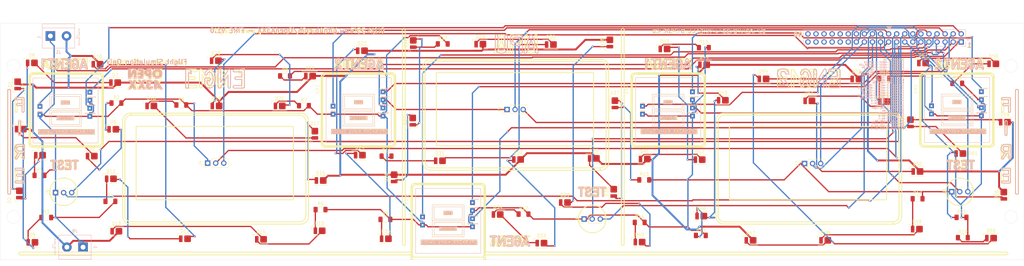
<source format=kicad_pcb>
(kicad_pcb (version 20241229) (generator "pcbnew") (generator_version "9.0")
  (layers (0 "F.Cu" signal) (2 "B.Cu" signal) (13 "F.Paste" user) (15 "B.Paste" user) (5 "F.SilkS" user "F.Silkscreen") (7 "B.SilkS" user "B.Silkscreen") (1 "F.Mask" user) (3 "B.Mask" user) (25 "Edge.Cuts" user))
  (net 0 "")
  (net 1 "GND")
  (net 2 "+12V")
  (net 3 "Net-(J2-Pin_19)")
  (net 4 "Net-(J2-Pin_17)")
  (net 7 "Net-(J2-Pin_15)")
  (net 8 "Net-(J2-Pin_5)")
  (net 9 "Net-(J2-Pin_6)")
  (net 10 "Net-(J2-Pin_10)")
  (net 11 "Net-(J2-Pin_3)")
  (net 12 "Net-(J2-Pin_12)")
  (net 13 "Net-(J2-Pin_9)")
  (net 14 "Net-(J2-Pin_21)")
  (net 15 "Net-(J2-Pin_26)")
  (net 16 "Net-(J2-Pin_23)")
  (net 18 "Net-(J2-Pin_2)")
  (net 20 "Net-(J2-Pin_20)")
  (net 21 "Net-(J2-Pin_1)")
  (net 23 "Net-(J2-Pin_18)")
  (net 24 "Net-(J2-Pin_7)")
  (net 26 "Net-(J2-Pin_22)")
  (net 31 "Net-(J2-Pin_11)")
  (net 32 "Net-(J2-Pin_13)")
  (net 33 "Net-(J2-Pin_4)")
  (net 34 "Net-(J2-Pin_8)")
  (net 35 "Net-(J2-Pin_27)")
  (net 38 "Net-(J2-Pin_16)")
  (net 39 "Net-(J2-Pin_24)")
  (net 40 "Net-(J2-Pin_25)")
  (net 42 "Net-(J2-Pin_14)")
  (net 43 "Net-(D1-K)")
  (net 44 "Net-(D2-K)")
  (net 45 "Net-(D3-K)")
  (net 46 "Net-(D4-K)")
  (net 47 "Net-(D5-K)")
  (net 48 "Net-(D6-K)")
  (net 49 "Net-(D7-K)")
  (net 50 "Net-(D8-K)")
  (net 51 "Net-(D9-K)")
  (net 52 "Net-(D10-K)")
  (net 53 "Net-(D11-K)")
  (net 54 "Net-(D12-K)")
  (net 55 "Net-(D13-K)")
  (net 56 "Net-(D14-K)")
  (net 57 "Net-(D15-K)")
  (net 58 "Net-(D16-K)")
  (net 59 "Net-(D17-K)")
  (net 60 "Net-(D18-K)")
  (net 61 "Net-(D19-K)")
  (net 62 "Net-(D20-K)")
  (net 63 "Net-(D21-K)")
  (net 64 "Net-(D22-K)")
  (net 65 "Net-(D23-K)")
  (net 66 "Net-(D24-K)")
  (net 67 "Net-(D25-K)")
  (net 68 "Net-(D26-K)")
  (net 69 "Net-(D27-K)")
  (net 70 "Net-(D28-K)")
  (net 71 "Net-(D29-K)")
  (net 72 "Net-(D30-K)")
  (net 73 "Net-(D31-K)")
  (net 74 "Net-(D32-K)")
  (net 75 "Net-(D33-K)")
  (net 76 "Net-(D34-K)")
  (net 77 "Net-(D35-K)")
  (net 78 "Net-(D36-K)")
  (net 79 "Net-(D37-K)")
  (net 80 "Net-(D38-K)")
  (net 81 "Net-(D39-K)")
  (net 82 "Net-(D40-K)")
  (net 83 "Net-(D41-K)")
  (net 84 "Net-(D42-K)")
  (net 85 "Net-(D43-K)")
  (net 86 "Net-(D44-K)")
  (net 87 "Net-(D45-K)")
  (net 88 "Net-(D46-K)")
  (net 89 "Net-(D47-K)")
  (net 90 "Net-(D48-K)")
  (net 91 "Net-(D49-K)")
  (net 92 "Net-(D50-K)")
  (net 93 "Net-(D51-K)")
  (net 94 "Net-(D52-K)")
  (net 95 "Net-(D53-K)")
  (net 96 "Net-(D54-K)")
  (net 97 "Net-(D55-K)")
  (net 98 "Net-(D56-K)")
  (net 99 "Net-(D57-K)")
  (net 100 "Net-(D58-K)")
  (net 101 "Net-(D59-K)")
  (net 102 "Net-(D60-K)")
  (net 103 "Net-(D61-K)")
  (footprint "OpenA3XX:Korry Switch" (layer "F.Cu") (at 251.45 124.825)
    (property "Reference" "KR4")
    (property "Value" "~")
  )
  (footprint "OpenA3XX:LED_Everlight-SMD3528_3.5x2.8mm_67-21ST" (layer "F.Cu") (at 109.615 175.65)
    (property "Reference" "D11")
    (property "Value" "LED")
  )
  (footprint "Resistor_SMD:R_1206_3216Metric_Pad1.30x1.75mm_HandSolder" (layer "F.Cu") (at 65.925 168.95)
    (property "Reference" "R3")
    (property "Value" "220R")
  )
  (footprint "OpenA3XX:LED_Everlight-SMD3528_3.5x2.8mm_67-21ST" (layer "F.Cu") (at 244.575 160.835 90)
    (property "Reference" "D36")
    (property "Value" "LED")
  )
  (footprint "OpenA3XX:LED_Everlight-SMD3528_3.5x2.8mm_67-21ST" (layer "F.Cu") (at 202.59 114.275)
    (property "Reference" "D29")
    (property "Value" "LED")
  )
  (footprint "Resistor_SMD:R_1206_3216Metric_Pad1.30x1.75mm_HandSolder" (layer "F.Cu") (at 152.275 166.45)
    (property "Reference" "R5")
    (property "Value" "220R")
  )
  (footprint "OpenA3XX:LED_Everlight-SMD3528_3.5x2.8mm_67-21ST" (layer "F.Cu") (at 243.375 113.71 90)
    (property "Reference" "D38")
    (property "Value" "LED")
  )
  (footprint "OpenA3XX:LED_Everlight-SMD3528_3.5x2.8mm_67-21ST" (layer "F.Cu") (at 57.475 161.335 90)
    (property "Reference" "D2")
    (property "Value" "LED")
  )
  (footprint "Resistor_SMD:R_1206_3216Metric_Pad1.30x1.75mm_HandSolder" (layer "F.Cu") (at 252.75 170.5)
    (property "Reference" "R14")
    (property "Value" "220R")
  )
  (footprint "OpenA3XX:LED_Everlight-SMD3528_3.5x2.8mm_67-21ST" (layer "F.Cu") (at 119.325 119.5)
    (property "Reference" "D20")
    (property "Value" "LED")
  )
  (footprint "OpenA3XX:LED_Everlight-SMD3528_3.5x2.8mm_67-21ST" (layer "F.Cu") (at 189.865 151.05)
    (property "Reference" "D31")
    (property "Value" "LED")
  )
  (footprint "OpenA3XX:LED_Everlight-SMD3528_3.5x2.8mm_67-21ST" (layer "F.Cu") (at 306.165 132.15)
    (property "Reference" "D51")
    (property "Value" "LED")
  )
  (footprint "OpenA3XX:LED_Everlight-SMD3528_3.5x2.8mm_67-21ST" (layer "F.Cu") (at 363.365 175.45)
    (property "Reference" "D55")
    (property "Value" "LED")
  )
  (footprint "OpenA3XX:LED_Everlight-SMD3528_3.5x2.8mm_67-21ST" (layer "F.Cu") (at 172.84 175.65)
    (property "Reference" "D25")
    (property "Value" "LED")
  )
  (footprint "OpenA3XX:LED_Everlight-SMD3528_3.5x2.8mm_67-21ST" (layer "F.Cu") (at 320.965 125.225)
    (property "Reference" "D53")
    (property "Value" "LED")
  )
  (footprint "OpenA3XX:LED_Everlight-SMD3528_3.5x2.8mm_67-21ST" (layer "F.Cu") (at 238.315 150.3)
    (property "Reference" "D35")
    (property "Value" "LED")
  )
  (footprint "OpenA3XX:LED_Everlight-SMD3528_3.5x2.8mm_67-21ST" (layer "F.Cu") (at 119.55 133.75)
    (property "Reference" "D19")
    (property "Value" "LED")
  )
  (footprint "Connector_PinHeader_2.54mm:PinHeader_1x03_P2.54mm_Vertical" (layer "F.Cu") (at 116.735 151.8 90)
    (property "Reference" "J4")
    (property "Value" "Conn_01x03_Pin")
  )
  (footprint "Connector_PinHeader_2.54mm:PinHeader_1x03_P2.54mm_Vertical" (layer "F.Cu") (at 68.86 161.1 90)
    (property "Reference" "J3")
    (property "Value" "Conn_01x03_Pin")
  )
  (footprint "OpenA3XX:LED_Everlight-SMD3528_3.5x2.8mm_67-21ST" (layer "F.Cu") (at 175.45 156.26 90)
    (property "Reference" "D26")
    (property "Value" "LED")
  )
  (footprint "OpenA3XX:LED_Everlight-SMD3528_3.5x2.8mm_67-21ST" (layer "F.Cu") (at 165.315 116.35)
    (property "Reference" "D23")
    (property "Value" "LED")
  )
  (footprint "OpenA3XX:LED_Everlight-SMD3528_3.5x2.8mm_67-21ST" (layer "F.Cu") (at 341.965 120.225)
    (property "Reference" "D57")
    (property "Value" "LED")
  )
  (footprint "OpenA3XX:LED_Everlight-SMD3528_3.5x2.8mm_67-21ST" (layer "F.Cu") (at 61.415 120.175)
    (property "Reference" "D8")
    (property "Value" "LED")
  )
  (footprint "OpenA3XX:LED_Everlight-SMD3528_3.5x2.8mm_67-21ST" (layer "F.Cu") (at 56.925 126.935 90)
    (property "Reference" "D1")
    (property "Value" "LED")
  )
  (footprint "OpenA3XX:LED_Everlight-SMD3528_3.5x2.8mm_67-21ST" (layer "F.Cu") (at 151.99 173.125)
    (property "Reference" "D15")
    (property "Value" "LED")
  )
  (footprint "Resistor_SMD:R_1206_3216Metric_Pad1.30x1.75mm_HandSolder" (layer "F.Cu") (at 190.75 114.2)
    (property "Reference" "R10")
    (property "Value" "220R")
  )
  (footprint "OpenA3XX:LED_Everlight-SMD3528_3.5x2.8mm_67-21ST" (layer "F.Cu") (at 224.79 114.4)
    (property "Reference" "D30")
    (property "Value" "LED")
  )
  (footprint "OpenA3XX:LED_Everlight-SMD3528_3.5x2.8mm_67-21ST" (layer "F.Cu") (at 208.04 168)
    (property "Reference" "D34")
    (property "Value" "LED")
  )
  (footprint "OpenA3XX:LED_Everlight-SMD3528_3.5x2.8mm_67-21ST" (layer "F.Cu") (at 229.215 164.225)
    (property "Reference" "D39")
    (property "Value" "LED")
  )
  (footprint "OpenA3XX:LED_Everlight-SMD3528_3.5x2.8mm_67-21ST" (layer "F.Cu") (at 252.715 176.7)
    (property "Reference" "D40")
    (property "Value" "LED")
  )
  (footprint "Connector_PinHeader_2.54mm:PinHeader_1x03_P2.54mm_Vertical" (layer "F.Cu") (at 210.985 134.875 90)
    (property "Reference" "J5")
    (property "Value" "Conn_01x03_Pin")
  )
  (footprint "Resistor_SMD:R_1206_3216Metric_Pad1.30x1.75mm_HandSolder" (layer "F.Cu") (at 254.175 157.075)
    (property "Reference" "R13")
    (property "Value" "220R")
  )
  (footprint "Resistor_SMD:R_1206_3216Metric_Pad1.30x1.75mm_HandSolder" (layer "F.Cu") (at 352.7 126.625)
    (property "Reference" "R20")
    (property "Value" "220R")
  )
  (footprint "Resistor_SMD:R_1206_3216Metric_Pad1.30x1.75mm_HandSolder" (layer "F.Cu") (at 272.95 115.375)
    (property "Reference" "R15")
    (property "Value" "220R")
  )
  (footprint "OpenA3XX:LED_Everlight-SMD3528_3.5x2.8mm_67-21ST" (layer "F.Cu") (at 340.015 172.6)
    (property "Reference" "D49")
    (property "Value" "LED")
  )
  (footprint "OpenA3XX:OpenA3XXLogoSmall" (layer "F.Cu") (at 96.937239 125.235261)
    (property "Reference" "top" (hide yes))
    (property "Value" "LOGO" (hide yes))
  )
  (footprint "OpenA3XX:LED_Everlight-SMD3528_3.5x2.8mm_67-21ST" (layer "F.Cu") (at 311.165 176.15)
    (property "Reference" "D48")
    (property "Value" "LED")
  )
  (footprint "OpenA3XX:LED_Everlight-SMD3528_3.5x2.8mm_67-21ST" (layer "F.Cu") (at 329.69 132.35)
    (property "Reference" "D52")
    (property "Value" "LED")
  )
  (footprint "Resistor_SMD:R_1206_3216Metric_Pad1.30x1.75mm_HandSolder" (layer "F.Cu") (at 172.7 169.55)
    (property "Reference" "R9")
    (property "Value" "220R")
  )
  (footprint "OpenA3XX:LED_Everlight-SMD3528_3.5x2.8mm_67-21ST" (layer "F.Cu") (at 367.375 161.735 90)
    (property "Reference" "D56")
    (property "Value" "LED")
  )
  (footprint "OpenA3XX:LED_Everlight-SMD3528_3.5x2.8mm_67-21ST" (layer "F.Cu") (at 152.315 157.275)
    (property "Reference" "D16")
    (property "Value" "LED")
  )
  (footprint "OpenA3XX:LED_Everlight-SMD3528_3.5x2.8mm_67-21ST" (layer "F.Cu") (at 271.615 150.7)
    (property "Reference" "D42")
    (property "Value" "LED")
  )
  (footprint "OpenA3XX:Korry Switch" (layer "F.Cu") (at 61.75 124.925)
    (property "Reference" "KR1")
    (property "Value" "~")
  )
  (footprint "Resistor_SMD:R_1206_3216Metric_Pad1.30x1.75mm_HandSolder" (layer "F.Cu") (at 86.125 163.85)
    (property "Reference" "R4")
    (property "Value" "220R")
  )
  (footprint "OpenA3XX:LED_Everlight-SMD3528_3.5x2.8mm_67-21ST" (layer "F.Cu") (at 87.625 126.4)
    (property "Reference" "D7")
    (property "Value" "LED")
  )
  (footprint "OpenA3XX:LED_Everlight-SMD3528_3.5x2.8mm_67-21ST" (layer "F.Cu") (at 181.3 138.36 90)
    (property "Reference" "D27")
    (property "Value" "LED")
  )
  (footprint "OpenA3XX:LED_Everlight-SMD3528_3.5x2.8mm_67-21ST" (layer "F.Cu") (at 87.05 141.125)
    (property "Reference" "D6")
    (property "Value" "LED")
  )
  (footprint "OpenA3XX:LED_Everlight-SMD3528_3.5x2.8mm_67-21ST" (layer "F.Cu") (at 139.425 133.75)
    (property "Reference" "D21")
    (property "Value" "LED")
  )
  (footprint "Resistor_SMD:R_1206_3216Metric_Pad1.30x1.75mm_HandSolder" (layer "F.Cu") (at 147.05 133.675)
    (property "Reference" "R7")
    (property "Value" "220R")
  )
  (footprint "OpenA3XX:LED_Everlight-SMD3528_3.5x2.8mm_67-21ST" (layer "F.Cu") (at 260.565 115.775)
    (property "Reference" "D43")
    (property "Value" "LED")
  )
  (footprint "OpenA3XX:LED_Everlight-SMD3528_3.5x2.8mm_67-21ST" (layer "F.Cu") (at 364.065 120.475)
    (property "Reference" "D58")
    (property "Value" "LED")
  )
  (footprint "OpenA3XX:LED_Everlight-SMD3528_3.5x2.8mm_67-21ST" (layer "F.Cu") (at 291.74 125.225)
    (property "Reference" "D54")
    (property "Value" "LED")
  )
  (footprint "OpenA3XX:Korry Switch" (layer "F.Cu") (at 342.4 124.755)
    (property "Reference" "KR5")
    (property "Value" "~")
  )
  (footprint "OpenA3XX:LED_Everlight-SMD3528_3.5x2.8mm_67-21ST" (layer "F.Cu") (at 86.29 156.725)
    (property "Reference" "D12")
    (property "Value" "LED")
  )
  (footprint "Connector_PinHeader_2.54mm:PinHeader_1x03_P2.54mm_Vertical" (layer "F.Cu") (at 235.26 169.425 90)
    (property "Reference" "J6")
    (property "Value" "Conn_01x03_Pin")
  )
  (footprint "Connector_PinHeader_2.54mm:PinHeader_1x03_P2.54mm_Vertical" (layer "F.Cu") (at 304.635 151.925 90)
    (property "Reference" "J7")
    (property "Value" "Conn_01x03_Pin")
  )
  (footprint "Resistor_SMD:R_1206_3216Metric_Pad1.30x1.75mm_HandSolder" (layer "F.Cu") (at 216.175 167.875)
    (property "Reference" "R12")
    (property "Value" "220R")
  )
  (footprint "Resistor_SMD:R_1206_3216Metric_Pad1.30x1.75mm_HandSolder" (layer "F.Cu") (at 88.025 132.85)
    (property "Reference" "R2")
    (property "Value" "220R")
  )
  (footprint "OpenA3XX:LED_Everlight-SMD3528_3.5x2.8mm_67-21ST" (layer "F.Cu") (at 337.975 138.91 90)
    (property "Reference" "D60")
    (property "Value" "LED")
  )
  (footprint "OpenA3XX:LED_Everlight-SMD3528_3.5x2.8mm_67-21ST" (layer "F.Cu") (at 214.465 150.65)
    (property "Reference" "D32")
    (property "Value" "LED")
  )
  (footprint "OpenA3XX:LED_Everlight-SMD3528_3.5x2.8mm_67-21ST" (layer "F.Cu") (at 340.19 154.425)
    (property "Reference" "D50")
    (property "Value" "LED")
  )
  (footprint "OpenA3XX:LED_Everlight-SMD3528_3.5x2.8mm_67-21ST" (layer "F.Cu") (at 287.64 176.15)
    (property "Reference" "D47")
    (property "Value" "LED")
  )
  (footprint "OpenA3XX:LED_Everlight-SMD3528_3.5x2.8mm_67-21ST" (layer "F.Cu") (at 80.265 149.575)
    (property "Reference" "D5")
    (property "Value" "LED")
  )
  (footprint "OpenA3XX:LED_Everlight-SMD3528_3.5x2.8mm_67-21ST" (layer "F.Cu") (at 57.9 141.075)
    (property "Reference" "D4")
    (property "Value" "LED")
  )
  (footprint "Resistor_SMD:R_1206_3216Metric_Pad1.30x1.75mm_HandSolder" (layer "F.Cu") (at 141.1 124.3)
    (property "Reference" "R8")
    (property "Value" "220R")
  )
  (footprint "OpenA3XX:Korry Switch" (layer "F.Cu") (at 154.025 124.825)
    (property "Reference" "KR2")
    (property "Value" "~")
  )
  (footprint "Connector_PinHeader_2.54mm:PinHeader_1x03_P2.54mm_Vertical" (layer "F.Cu") (at 350.96 160.8 90)
    (property "Reference" "J8")
    (property "Value" "Conn_01x03_Pin")
  )
  (footprint "Resistor_SMD:R_1206_3216Metric_Pad1.30x1.75mm_HandSolder" (layer "F.Cu") (at 173.05 149.6)
    (property "Reference" "R11")
    (property "Value" "220R")
  )
  (footprint "OpenA3XX:LED_Everlight-SMD3528_3.5x2.8mm_67-21ST" (layer "F.Cu") (at 244.95 132.91 90)
    (property "Reference" "D37")
    (property "Value" "LED")
  )
  (footprint "Resistor_SMD:R_1206_3216Metric_Pad1.30x1.75mm_HandSolder" (layer "F.Cu") (at 354.05 168.9)
    (property "Reference" "R21")
    (property "Value" "220R")
  )
  (footprint "Resistor_SMD:R_1206_3216Metric_Pad1.30x1.75mm_HandSolder" (layer "F.Cu") (at 272 174.6)
    (property "Reference" "R16")
    (property "Value" "220R")
  )
  (footprint "Resistor_SMD:R_1206_3216Metric_Pad1.30x1.75mm_HandSolder" (layer "F.Cu") (at 354.475 175.3)
    (property "Reference" "R19")
    (property "Value" "220R")
  )
  (footprint "OpenA3XX:LED_Everlight-SMD3528_3.5x2.8mm_67-21ST" (layer "F.Cu") (at 61.575 176.775)
    (property "Reference" "D9")
    (property "Value" "LED")
  )
  (footprint "OpenA3XX:LED_Everlight-SMD3528_3.5x2.8mm_67-21ST" (layer "F.Cu") (at 63.975 149.3)
    (property "Reference" "D3")
    (property "Value" "LED")
  )
  (footprint "OpenA3XX:LED_Everlight-SMD3528_3.5x2.8mm_67-21ST" (layer "F.Cu") (at 272.14 168.5)
    (property "Reference" "D46")
    (property "Value" "LED")
  )
  (footprint "OpenA3XX:LED_Everlight-SMD3528_3.5x2.8mm_67-21ST" (layer "F.Cu") (at 99.015 133.75)
    (property "Reference" "D18")
    (property "Value" "LED")
  )
  (footprint "OpenA3XX:LED_Everlight-SMD3528_3.5x2.8mm_67-21ST" (layer "F.Cu") (at 273.04 120.75)
    (property "Reference" "D44")
    (property "Value" "LED")
  )
  (footprint "OpenA3XX:LED_Everlight-SMD3528_3.5x2.8mm_67-21ST" (layer "F.Cu") (at 82.075 120.6)
    (property "Reference" "D10")
    (property "Value" "LED")
  )
  (footprint "OpenA3XX:LED_Everlight-SMD3528_3.5x2.8mm_67-21ST" (layer "F.Cu") (at 181.475 113.885 90)
    (property "Reference" "D28")
    (property "Value" "LED")
  )
  (footprint "OpenA3XX:LED_Everlight-SMD3528_3.5x2.8mm_67-21ST" (layer "F.Cu") (at 221.825 177.025)
    (property "Reference" "D33")
    (property "Value" "LED")
  )
  (footprint "OpenA3XX:LED_Everlight-SMD3528_3.5x2.8mm_67-21ST" (layer "F.Cu") (at 254.34 150.5)
    (property "Reference" "D41")
    (property "Value" "LED")
  )
  (footprint "OpenA3XX:Korry Switch" (layer "F.Cu") (at 182.2 159.75)
    (property "Reference" "KR3")
    (property "Value" "~")
  )
  (footprint "Resistor_SMD:R_1206_3216Metric_Pad1.30x1.75mm_HandSolder" (layer "F.Cu") (at 340.225 163.025)
    (property "Reference" "R17")
    (property "Value" "220R")
  )
  (footprint "Resistor_SMD:R_1206_3216Metric_Pad1.30x1.75mm_HandSolder" (layer "F.Cu") (at 329.725 125.075)
    (property "Reference" "R18")
    (property "Value" "220R")
  )
  (footprint "OpenA3XX:LED_Everlight-SMD3528_3.5x2.8mm_67-21ST" (layer "F.Cu") (at 164.665 149.275)
    (property "Reference" "D24")
    (property "Value" "LED")
  )
  (footprint "OpenA3XX:LED_Everlight-SMD3528_3.5x2.8mm_67-21ST" (layer "F.Cu") (at 148.99 124.35)
    (property "Reference" "D22")
    (property "Value" "LED")
  )
  (footprint "OpenA3XX:LED_Everlight-SMD3528_3.5x2.8mm_67-21ST" (layer "F.Cu") (at 150.5 142.51 90)
    (property "Reference" "D17")
    (property "Value" "LED")
  )
  (footprint "Resistor_SMD:R_1206_3216Metric_Pad1.30x1.75mm_HandSolder" (layer "F.Cu") (at 63.8 155.65)
    (property "Reference" "R1")
    (property "Value" "220R")
  )
  (footprint "Resistor_SMD:R_1206_3216Metric_Pad1.30x1.75mm_HandSolder" (layer "F.Cu") (at 108.45 133.45)
    (property "Reference" "R6")
    (property "Value" "220R")
  )
  (footprint "OpenA3XX:LED_Everlight-SMD3528_3.5x2.8mm_67-21ST" (layer "F.Cu") (at 133.54 175.825)
    (property "Reference" "D14")
    (property "Value" "LED")
  )
  (footprint "OpenA3XX:LED_Everlight-SMD3528_3.5x2.8mm_67-21ST" (layer "F.Cu") (at 88.015 173.275)
    (property "Reference" "D13")
    (property "Value" "LED")
  )
  (footprint "OpenA3XX:LED_Everlight-SMD3528_3.5x2.8mm_67-21ST" (layer "F.Cu") (at 353.69 148.775)
    (property "Reference" "D61")
    (property "Value" "LED")
  )
  (footprint "OpenA3XX:LED_Everlight-SMD3528_3.5x2.8mm_67-21ST" (layer "F.Cu") (at 367.725 138.875)
    (property "Reference" "D59")
    (property "Value" "LED")
  )
  (footprint "OpenA3XX:LED_Everlight-SMD3528_3.5x2.8mm_67-21ST" (layer "F.Cu") (at 278.915 131.975)
    (property "Reference" "D45")
    (property "Value" "LED")
  )
  (footprint "TerminalBlock:TerminalBlock_bornier-2_P5.08mm" (layer "B.Cu") (at 67.235 111.7)
    (property "Reference" "J1")
    (property "Value" "Conn_02x01")
  )
  (footprint "OpenA3XX:OpenA3XXLogoSmall" (layer "B.Cu") (at 97.137239 125.235261 180)
    (property "Reference" "bottom" (hide yes))
    (property "Value" "LOGO" (hide yes))
  )
  (footprint "Connector_PinHeader_2.54mm:PinHeader_2x20_P2.54mm_Vertical" (layer "B.Cu") (at 353.97 113.575 90)
    (property "Reference" "J2")
    (property "Value" "Conn_02x20_Counter_Clockwise")
  )
  (footprint "TerminalBlock:TerminalBlock_bornier-2_P5.08mm" (layer "B.Cu") (at 77.515 178.3 180)
    (property "Reference" "J9")
    (property "Value" "Conn_02x01")
  )
  (gr_curve (pts (xy 175.45152 145.148144) (xy 175.45152 145.780812) (xy 174.942181 146.290158) (xy 174.309491 146.290158)) (stroke (width 0.279999) (color 51 153 102 1)) (layer "F.SilkS"))
  (gr_line (start 56.639782 148.011601) (end 57.733471 148.011601) (stroke (width 0.279999) (color 51 153 102 1)) (layer "F.SilkS"))
  (gr_line (start 212.378003 111.270863) (end 214.163281 111.270863) (stroke (width 0.279999) (color 51 153 102 1)) (layer "F.SilkS"))
  (gr_line (start 259.254284 121.520474) (end 259.241406 121.545056) (stroke (width 0.279999) (color 51 153 102 1)) (layer "F.SilkS"))
  (gr_curve (pts (xy 239.842969 161.349354) (xy 239.860364 161.4381) (xy 239.86427 161.529309) (xy 239.854565 161.62299)) (stroke (width 0.279999) (color 51 153 102 1)) (layer "F.SilkS"))
  (gr_line (start 255.322095 121.076329) (end 256.302685 121.076329) (stroke (width 0.279999) (color 51 153 102 1)) (layer "F.SilkS"))
  (gr_curve (pts (xy 178.04234 109.723797) (xy 178.039685 132.280148) (xy 178.036999 154.836491) (xy 178.034344 177.392834)) (stroke (width 0.279999) (color 51 153 102 1)) (layer "F.SilkS"))
  (gr_line (start 185.17503 121.639767) (end 185.17503 151.327809) (stroke (width 0.279999) (color 51 153 102 1)) (layer "F.SilkS"))
  (gr_line (start 145.67503 136.667569) (end 92.67503 136.667569) (stroke (width 0.279999) (color 51 153 102 1)) (layer "F.SilkS"))
  (gr_curve (pts (xy 351.258801 122.180463) (xy 351.124829 122.162984) (xy 351.048718 122.085408) (xy 351.030469 121.947735)) (stroke (width 0.279999) (color 51 153 102 1)) (layer "F.SilkS"))
  (gr_line (start 347.011487 119.727025) (end 346.519604 121.103703) (stroke (width 0.279999) (color 51 153 102 1)) (layer "F.SilkS"))
  (gr_line (start 212.781689 114.684849) (end 212.781689 116.797589) (stroke (width 0.279999) (color 51 153 102 1)) (layer "F.SilkS"))
  (gr_curve (pts (xy 219.755017 116.790341) (xy 219.358899 117.071461) (xy 218.936291 117.20284) (xy 218.487134 117.184483)) (stroke (width 0.279999) (color 51 153 102 1)) (layer "F.SilkS"))
  (gr_curve (pts (xy 238.532849 160.831669) (xy 238.525586 160.827725) (xy 238.518384 160.823781) (xy 238.51112 160.819836)) (stroke (width 0.279999) (color 51 153 102 1)) (layer "F.SilkS"))
  (gr_curve (pts (xy 368.434521 142.763646) (xy 368.401013 142.978276) (xy 368.292553 143.08521) (xy 368.109143 143.084447)) (stroke (width 0.279999) (color 51 153 102 1)) (layer "F.SilkS"))
  (gr_line (start 69.056653 151.25224) (end 68.525647 151.25224) (stroke (width 0.279999) (color 51 153 102 1)) (layer "F.SilkS"))
  (gr_curve (pts (xy 349.657605 120.826733) (xy 349.526867 120.810338) (xy 349.461499 120.734402) (xy 349.461499 120.59892)) (stroke (width 0.279999) (color 51 153 102 1)) (layer "F.SilkS"))
  (gr_curve (pts (xy 261.843274 119.026883) (xy 261.842785 119.168378) (xy 261.767468 119.244038) (xy 261.617444 119.253873)) (stroke (width 0.279999) (color 51 153 102 1)) (layer "F.SilkS"))
  (gr_curve (pts (xy 237.964856 161.40852) (xy 238.013684 161.354283) (xy 238.074414 161.333577) (xy 238.146924 161.346394)) (stroke (width 0.279999) (color 51 153 102 1)) (layer "F.SilkS"))
  (gr_line (start 71.566815 119.240842) (end 70.234112 119.240842) (stroke (width 0.279999) (color 51 153 102 1)) (layer "F.SilkS"))
  (gr_line (start 220.479931 111.676594) (end 220.479931 115.249989) (stroke (width 0.279999) (color 51 153 102 1)) (layer "F.SilkS"))
  (gr_curve (pts (xy 167.042584 119.035008) (xy 167.043133 118.893521) (xy 167.117871 118.81622) (xy 167.266858 118.803105)) (stroke (width 0.279999) (color 51 153 102 1)) (layer "F.SilkS"))
  (gr_curve (pts (xy 73.854596 153.123295) (xy 73.839123 153.257405) (xy 73.79295 153.381398) (xy 73.716046 153.495289)) (stroke (width 0.279999) (color 51 153 102 1)) (layer "F.SilkS"))
  (gr_curve (pts (xy 299.266003 127.244237) (xy 299.53291 127.284764) (xy 299.666333 127.420811) (xy 299.666333 127.652386)) (stroke (width 0.279999) (color 51 153 102 1)) (layer "F.SilkS"))
  (gr_line (start 56.315564 145.906422) (end 57.733471 145.906422) (stroke (width 0.279999) (color 51 153 102 1)) (layer "F.SilkS"))
  (gr_curve (pts (xy 153.675458 146.615163) (xy 153.106366 146.615163) (xy 152.648236 146.156903) (xy 152.648236 145.587659)) (stroke (width 0.279999) (color 0 0 255 1)) (layer "F.SilkS"))
  (gr_curve (pts (xy 178.492352 109.326481) (xy 178.243817 109.326481) (xy 178.04234 109.503911) (xy 178.04234 109.722768)) (stroke (width 0.279999) (color 51 153 102 1)) (layer "F.SilkS"))
  (gr_curve (pts (xy 332.74342 171.05) (xy 334.124402 171.05) (xy 335.243847 169.938031) (xy 335.243847 168.566342)) (stroke (width 0.279999) (color 51 153 102 1)) (layer "F.SilkS"))
  (gr_curve (pts (xy 161.358929 121.451565) (xy 161.355176 121.460309) (xy 161.351422 121.469044) (xy 161.347668 121.477788)) (stroke (width 0.279999) (color 51 153 102 1)) (layer "F.SilkS"))
  (gr_curve (pts (xy 356.395032 119.28616) (xy 356.245007 119.274144) (xy 356.170239 119.197392) (xy 356.170788 119.055897)) (stroke (width 0.279999) (color 51 153 102 1)) (layer "F.SilkS"))
  (gr_curve (pts (xy 65.105877 121.523823) (xy 65.052289 121.676243) (xy 64.9987 121.828656) (xy 64.945111 121.981076)) (stroke (width 0.279999) (color 51 153 102 1)) (layer "F.SilkS"))
  (gr_curve (pts (xy 73.586194 151.156102) (xy 73.651013 151.257664) (xy 73.709515 151.367612) (xy 73.761761 151.485943)) (stroke (width 0.279999) (color 51 153 102 1)) (layer "F.SilkS"))
  (gr_curve (pts (xy 350.439709 120.435849) (xy 350.484204 120.481198) (xy 350.506421 120.53555) (xy 350.506421 120.59892)) (stroke (width 0.279999) (color 51 153 102 1)) (layer "F.SilkS"))
  (gr_curve (pts (xy 280.988537 163.196065) (xy 280.988537 163.288518) (xy 281.070691 163.363469) (xy 281.172009 163.363469)) (stroke (width 0.279999) (color 0 0 255 1)) (layer "F.SilkS"))
  (gr_line (start 350.471081 119.499219) (end 350.483899 119.523808) (stroke (width 0.279999) (color 51 153 102 1)) (layer "F.SilkS"))
  (gr_line (start 261.300732 120.615796) (end 260.284741 120.615796) (stroke (width 0.279999) (color 51 153 102 1)) (layer "F.SilkS"))
  (gr_curve (pts (xy 171.249188 119.93266) (xy 171.296307 119.822911) (xy 171.319836 119.723691) (xy 171.319836 119.634984)) (stroke (width 0.279999) (color 51 153 102 1)) (layer "F.SilkS"))
  (gr_line (start 332.425 136.667569) (end 279.425 136.667569) (stroke (width 0.279999) (color 51 153 102 1)) (layer "F.SilkS"))
  (gr_curve (pts (xy 58.659955 153.410191) (xy 58.874585 153.426938) (xy 58.981518 153.533871) (xy 58.980755 153.730992)) (stroke (width 0.279999) (color 51 153 102 1)) (layer "F.SilkS"))
  (gr_line (start 210.306836 177.441479) (end 210.294018 177.466077) (stroke (width 0.279999) (color 51 153 102 1)) (layer "F.SilkS"))
  (gr_line (start 258.85719 120.800992) (end 258.47456 120.800992) (stroke (width 0.279999) (color 51 153 102 1)) (layer "F.SilkS"))
  (gr_curve (pts (xy 353.27467 152.274151) (xy 353.274182 152.393963) (xy 353.205762 152.463727) (xy 353.069348 152.483449)) (stroke (width 0.279999) (color 51 153 102 1)) (layer "F.SilkS"))
  (gr_curve (pts (xy 277.425 168.327801) (xy 277.425 169.41702) (xy 278.320447 170.3) (xy 279.425 170.3)) (stroke (width 0.279999) (color 51 153 102 1)) (layer "F.SilkS"))
  (gr_curve (pts (xy 247.87019 109.722768) (xy 247.87019 109.50414) (xy 247.66914 109.326855) (xy 247.420971 109.326489)) (stroke (width 0.279999) (color 51 153 102 1)) (layer "F.SilkS"))
  (gr_line (start 359.011181 119.746457) (end 359.011181 119.730633) (stroke (width 0.279999) (color 51 153 102 1)) (layer "F.SilkS"))
  (gr_curve (pts (xy 161.342846 119.478329) (xy 161.347119 119.486523) (xy 161.351422 119.494725) (xy 161.355694 119.502919)) (stroke (width 0.279999) (color 51 153 102 1)) (layer "F.SilkS"))
  (gr_line (start 266.829236 119.258786) (end 266.240857 119.258786) (stroke (width 0.279999) (color 51 153 102 1)) (layer "F.SilkS"))
  (gr_line (start 259.230115 121.569638) (end 259.217297 121.59422) (stroke (width 0.279999) (color 51 153 102 1)) (layer "F.SilkS"))
  (gr_line (start 261.617444 122.153088) (end 260.061291 122.153088) (stroke (width 0.279999) (color 51 153 102 1)) (layer "F.SilkS"))
  (gr_line (start 72.240399 121.913884) (end 72.240399 118.783581) (stroke (width 0.279999) (color 51 153 102 1)) (layer "F.SilkS"))
  (gr_curve (pts (xy 72.411603 118.795056) (xy 72.509686 118.759) (xy 72.591412 118.792874) (xy 72.656781 118.896672)) (stroke (width 0.279999) (color 51 153 102 1)) (layer "F.SilkS"))
  (gr_curve (pts (xy 251.190747 146.615163) (xy 250.621655 146.615163) (xy 250.163525 146.156903) (xy 250.163525 145.587659)) (stroke (width 0.279999) (color 0 0 255 1)) (layer "F.SilkS"))
  (gr_curve (pts (xy 215.11842 114.376202) (xy 214.854992 114.558781) (xy 214.554638 114.660702) (xy 214.217297 114.68195)) (stroke (width 0.279999) (color 51 153 102 1)) (layer "F.SilkS"))
  (gr_curve (pts (xy 350.483899 119.523808) (xy 350.520337 119.627598) (xy 350.506421 119.712277) (xy 350.44209 119.777836)) (stroke (width 0.279999) (color 51 153 102 1)) (layer "F.SilkS"))
  (gr_curve (pts (xy 360.68623 120.494923) (xy 360.382641 120.886571) (xy 360.078991 121.27821) (xy 359.775403 121.669858)) (stroke (width 0.279999) (color 51 153 102 1)) (layer "F.SilkS"))
  (gr_line (start 367.196362 146.550244) (end 367.196362 148.01154) (stroke (width 0.279999) (color 51 153 102 1)) (layer "F.SilkS"))
  (gr_line (start 68.806561 120.787961) (end 68.423962 120.787961) (stroke (width 0.279999) (color 51 153 102 1)) (layer "F.SilkS"))
  (gr_line (start 296.114331 127.646596) (end 296.114331 122.534665) (stroke (width 0.279999) (color 51 153 102 1)) (layer "F.SilkS"))
  (gr_curve (pts (xy 161.902295 119.032551) (xy 161.92265 118.888325) (xy 161.998761 118.811848) (xy 162.130566 118.803105)) (stroke (width 0.279999) (color 51 153 102 1)) (layer "F.SilkS"))
  (gr_line (start 308.44563 127.070561) (end 308.420056 127.11398) (stroke (width 0.279999) (color 51 153 102 1)) (layer "F.SilkS"))
  (gr_line (start 71.301129 153.864323) (end 69.89671 153.864323) (stroke (width 0.279999) (color 51 153 102 1)) (layer "F.SilkS"))
  (gr_curve (pts (xy 214.217297 111.270863) (xy 214.459851 111.288251) (xy 214.683484 111.344281) (xy 214.888196 111.438954)) (stroke (width 0.279999) (color 51 153 102 1)) (layer "F.SilkS"))
  (gr_curve (pts (xy 120.840069 124.891957) (xy 120.848584 124.890027) (xy 120.857129 124.888096) (xy 120.865643 124.886166)) (stroke (width 0.279999) (color 51 153 102 1)) (layer "F.SilkS"))
  (gr_curve (pts (xy 73.309826 151.477803) (xy 73.281293 151.418149) (xy 73.241376 151.368596) (xy 73.190106 151.329159)) (stroke (width 0.279999) (color 51 153 102 1)) (layer "F.SilkS"))
  (gr_curve (pts (xy 279.425 136.667569) (xy 278.320447 136.667569) (xy 277.425 137.550557) (xy 277.425 138.639767)) (stroke (width 0.279999) (color 51 153 102 1)) (layer "F.SilkS"))
  (gr_line (start 69.190777 121.532017) (end 69.179547 121.556599) (stroke (width 0.279999) (color 51 153 102 1)) (layer "F.SilkS"))
  (gr_curve (pts (xy 237.505627 162.156941) (xy 237.505627 162.275265) (xy 237.437451 162.344296) (xy 237.301098 162.36401)) (stroke (width 0.279999) (color 51 153 102 1)) (layer "F.SilkS"))
  (gr_curve (pts (xy 349.204236 118.960026) (xy 349.450757 118.789578) (xy 349.690808 118.769635) (xy 349.92445 118.900204)) (stroke (width 0.279999) (color 51 153 102 1)) (layer "F.SilkS"))
  (gr_line (start 55.995892 150.260632) (end 55.995892 146.226079) (stroke (width 0.279999) (color 51 153 102 1)) (layer "F.SilkS"))
  (gr_line (start 153.685528 123.311871) (end 174.760937 123.311871) (stroke (width 0.279999) (color 51 153 102 1)) (layer "F.SilkS"))
  (gr_line (start 233.583996 159.334828) (end 235.690625 159.334828) (stroke (width 0.279999) (color 51 153 102 1)) (layer "F.SilkS"))
  (gr_line (start 70.09837 153.448697) (end 71.301129 153.448697) (stroke (width 0.279999) (color 51 153 102 1)) (layer "F.SilkS"))
  (gr_curve (pts (xy 169.882977 119.709744) (xy 169.907361 119.416585) (xy 170.007702 119.191815) (xy 170.183941 119.035451)) (stroke (width 0.279999) (color 51 153 102 1)) (layer "F.SilkS"))
  (gr_curve (pts (xy 110.24928 128.087636) (xy 110.012677 128.05676) (xy 109.878277 127.919743) (xy 109.846112 127.676594)) (stroke (width 0.279999) (color 51 153 102 1)) (layer "F.SilkS"))
  (gr_line (start 350.170605 153.663762) (end 350.170605 151.258755) (stroke (width 0.279999) (color 51 153 102 1)) (layer "F.SilkS"))
  (gr_line (start 350.579724 151.258755) (end 350.579724 153.663762) (stroke (width 0.279999) (color 51 153 102 1)) (layer "F.SilkS"))
  (gr_line (start 247.87019 109.723797) (end 247.87019 109.722768) (stroke (width 0.279999) (color 51 153 102 1)) (layer "F.SilkS"))
  (gr_line (start 170.461377 119.725567) (end 169.882977 119.725567) (stroke (width 0.279999) (color 51 153 102 1)) (layer "F.SilkS"))
  (gr_line (start 210.330945 177.392316) (end 210.318127 177.416897) (stroke (width 0.279999) (color 51 153 102 1)) (layer "F.SilkS"))
  (gr_curve (pts (xy 57.877942 142.763714) (xy 57.844433 142.978345) (xy 57.736004 143.085271) (xy 57.552563 143.084515)) (stroke (width 0.279999) (color 51 153 102 1)) (layer "F.SilkS"))
  (gr_line (start 57.758709 179.847363) (end 180.760266 179.841489) (stroke (width 0.279999) (color 51 153 102 1)) (layer "F.SilkS"))
  (gr_line (start 78.382611 119.351613) (end 77.91792 119.614949) (stroke (width 0.279999) (color 51 153 102 1)) (layer "F.SilkS"))
  (gr_line (start 78.867688 122.095326) (end 78.382611 122.095326) (stroke (width 0.279999) (color 51 153 102 1)) (layer "F.SilkS"))
  (gr_curve (pts (xy 122.259747 123.311482) (xy 122.265423 123.324994) (xy 122.2711 123.338498) (xy 122.276776 123.352009)) (stroke (width 0.279999) (color 51 153 102 1)) (layer "F.SilkS"))
  (gr_curve (pts (xy 206.072461 177.865964) (xy 206.003857 178.003628) (xy 205.906323 178.048703) (xy 205.779858 178.001172)) (stroke (width 0.279999) (color 51 153 102 1)) (layer "F.SilkS"))
  (gr_curve (pts (xy 114.988171 127.688176) (xy 114.946515 127.95834) (xy 114.812604 128.093426) (xy 114.586407 128.093426)) (stroke (width 0.279999) (color 51 153 102 1)) (layer "F.SilkS"))
  (gr_curve (pts (xy 355.360241 150.923001) (xy 355.482129 150.981175) (xy 355.575451 151.061047) (xy 355.640271 151.162617)) (stroke (width 0.279999) (color 51 153 102 1)) (layer "F.SilkS"))
  (gr_curve (pts (xy 352.498242 120.177724) (xy 352.650403 120.200673) (xy 352.726269 120.278515) (xy 352.72572 120.411267)) (stroke (width 0.279999) (color 51 153 102 1)) (layer "F.SilkS"))
  (gr_curve (pts (xy 358.149487 151.050938) (xy 358.149975 151.179623) (xy 358.08302 151.248891) (xy 357.948559 151.258755)) (stroke (width 0.279999) (color 51 153 102 1)) (layer "F.SilkS"))
  (gr_line (start 54.238324 161.540158) (end 54.239483 161.540158) (stroke (width 0.279999) (color 51 153 102 1)) (layer "F.SilkS"))
  (gr_line (start 353.987744 153.206723) (end 353.967419 153.103184) (stroke (width 0.279999) (color 51 153 102 1)) (layer "F.SilkS"))
  (gr_curve (pts (xy 170.594861 119.380498) (xy 170.516369 119.45567) (xy 170.471875 119.565419) (xy 170.461377 119.709744)) (stroke (width 0.279999) (color 51 153 102 1)) (layer "F.SilkS"))
  (gr_line (start 359.589612 119.746457) (end 359.011181 119.746457) (stroke (width 0.279999) (color 51 153 102 1)) (layer "F.SilkS"))
  (gr_curve (pts (xy 251.608838 146.290158) (xy 250.976147 146.290158) (xy 250.466809 145.780812) (xy 250.466809 145.148144)) (stroke (width 0.279999) (color 51 153 102 1)) (layer "F.SilkS"))
  (gr_curve (pts (xy 362.687329 123.790158) (xy 363.320019 123.790158) (xy 363.829358 124.299496) (xy 363.829358 124.932179)) (stroke (width 0.279999) (color 51 153 102 1)) (layer "F.SilkS"))
  (gr_curve (pts (xy 307.838025 123.704098) (xy 307.616528 123.144467) (xy 307.331189 122.900357) (xy 306.981946 122.971753)) (stroke (width 0.279999) (color 51 153 102 1)) (layer "F.SilkS"))
  (gr_curve (pts (xy 58.980755 153.730992) (xy 58.979992 153.92812) (xy 58.873059 154.033528) (xy 58.659955 154.04723)) (stroke (width 0.279999) (color 51 153 102 1)) (layer "F.SilkS"))
  (gr_line (start 356.985058 119.28616) (end 356.395032 119.28616) (stroke (width 0.279999) (color 51 153 102 1)) (layer "F.SilkS"))
  (gr_curve (pts (xy 255.604992 118.9474) (xy 255.640393 118.847974) (xy 255.710583 118.797711) (xy 255.815625 118.79662)) (stroke (width 0.279999) (color 51 153 102 1)) (layer "F.SilkS"))
  (gr_line (start 355.258679 152.638753) (end 354.586987 152.33849) (stroke (width 0.279999) (color 51 153 102 1)) (layer "F.SilkS"))
  (gr_line (start 313.566418 127.176633) (end 315.8224 127.176633) (stroke (width 0.279999) (color 51 153 102 1)) (layer "F.SilkS"))
  (gr_curve (pts (xy 120.493664 125.294308) (xy 120.493664 125.05502) (xy 120.609143 124.920903) (xy 120.840069 124.891957)) (stroke (width 0.279999) (color 51 153 102 1)) (layer "F.SilkS"))
  (gr_line (start 330.305005 140.236554) (end 281.172009 140.236554) (stroke (width 0.279999) (color 0 0 255 1)) (layer "F.SilkS"))
  (gr_curve (pts (xy 215.17146 177.920041) (xy 214.721325 177.18417) (xy 214.271191 176.448315) (xy 213.821057 175.712445)) (stroke (width 0.279999) (color 51 153 102 1)) (layer "F.SilkS"))
  (gr_curve (pts (xy 272.276257 123.311871) (xy 272.935803 123.311871) (xy 273.466809 123.842862) (xy 273.466809 124.502446)) (stroke (width 0.279999) (color 51 153 102 1)) (layer "F.SilkS"))
  (gr_curve (pts (xy 209.34071 176.443402) (xy 209.34071 176.307919) (xy 209.406079 176.231976) (xy 209.536816 176.215588)) (stroke (width 0.279999) (color 51 153 102 1)) (layer "F.SilkS"))
  (gr_curve (pts (xy 257.058301 121.844975) (xy 257.090405 121.999028) (xy 257.044324 122.098454) (xy 256.919995 122.143254)) (stroke (width 0.279999) (color 51 153 102 1)) (layer "F.SilkS"))
  (gr_line (start 67.584057 150.835141) (end 69.056653 150.835141) (stroke (width 0.279999) (color 51 153 102 1)) (layer "F.SilkS"))
  (gr_curve (pts (xy 305.995251 125.439435) (xy 306.031262 126.007748) (xy 306.212964 126.503216) (xy 306.540417 126.925831)) (stroke (width 0.279999) (color 51 153 102 1)) (layer "F.SilkS"))
  (gr_line (start 180.760266 179.841489) (end 180.760266 159.347218) (stroke (width 0.279999) (color 51 153 102 1)) (layer "F.SilkS"))
  (gr_curve (pts (xy 56.460034 135.804959) (xy 56.268994 135.808003) (xy 56.158246 135.701451) (xy 56.127789 135.485303)) (stroke (width 0.279999) (color 51 153 102 1)) (layer "F.SilkS"))
  (gr_curve (pts (xy 121.867932 123.967122) (xy 121.739209 123.939137) (xy 121.639813 123.861462) (xy 121.569806 123.734105)) (stroke (width 0.279999) (color 51 153 102 1)) (layer "F.SilkS"))
  (gr_line (start 347.500195 121.103703) (end 347.011487 119.727025) (stroke (width 0.279999) (color 51 153 102 1)) (layer "F.SilkS"))
  (gr_line (start 83.969159 124.502446) (end 83.969159 145.577878) (stroke (width 0.279999) (color 51 153 102 1)) (layer "F.SilkS"))
  (gr_curve (pts (xy 72.553937 153.388058) (xy 72.669507 153.429471) (xy 72.830304 153.448208) (xy 73.036328 153.444264)) (stroke (width 0.279999) (color 51 153 102 1)) (layer "F.SilkS"))
  (gr_line (start 187.17503 153.300007) (end 240.175 153.300007) (stroke (width 0.279999) (color 51 153 102 1)) (layer "F.SilkS"))
  (gr_line (start 239.463574 160.80283) (end 239.4875 160.816884) (stroke (width 0.279999) (color 51 153 102 1)) (layer "F.SilkS"))
  (gr_line (start 363.829358 145.148144) (end 364.176037 145.587659) (stroke (width 0.279999)) (layer "F.SilkS"))
  (gr_line (start 58.657666 131.774968) (end 56.769391 131.774968) (stroke (width 0.279999) (color 51 153 102 1)) (layer "F.SilkS"))
  (gr_curve (pts (xy 354.450574 153.778393) (xy 354.246472 153.719723) (xy 354.100903 153.562688) (xy 354.013867 153.307301)) (stroke (width 0.279999) (color 51 153 102 1)) (layer "F.SilkS"))
  (gr_curve (pts (xy 207.708996 177.877438) (xy 207.653821 177.721188) (xy 207.598584 177.564953) (xy 207.543408 177.408703)) (stroke (width 0.279999) (color 51 153 102 1)) (layer "F.SilkS"))
  (gr_curve (pts (xy 73.417889 152.275777) (xy 73.425641 152.280217) (xy 73.433362 152.28465) (xy 73.441113 152.28909)) (stroke (width 0.279999) (color 51 153 102 1)) (layer "F.SilkS"))
  (gr_curve (pts (xy 299.666333 127.652386) (xy 299.666333 127.883954) (xy 299.53291 128.01904) (xy 299.266003 128.057629)) (stroke (width 0.279999) (color 51 153 102 1)) (layer "F.SilkS"))
  (gr_line (start 280.988537 140.403958) (end 280.988537 163.196065) (stroke (width 0.279999) (color 0 0 255 1)) (layer "F.SilkS"))
  (gr_line (start 358.026745 119.28616) (end 357.438366 119.28616) (stroke (width 0.279999) (color 51 153 102 1)) (layer "F.SilkS"))
  (gr_curve (pts (xy 238.553906 161.887746) (xy 238.669446 161.929158) (xy 238.830273 161.947896) (xy 239.036328 161.943951)) (stroke (width 0.279999) (color 51 153 102 1)) (layer "F.SilkS"))
  (gr_line (start 264.291638 118.800717) (end 264.973279 119.028523) (stroke (width 0.279999)) (layer "F.SilkS"))
  (gr_line (start 346.354016 121.564236) (end 346.193249 122.021489) (stroke (width 0.279999) (color 51 153 102 1)) (layer "F.SilkS"))
  (gr_line (start 122.285321 126.883465) (end 122.265423 126.926884) (stroke (width 0.279999) (color 51 153 102 1)) (layer "F.SilkS"))
  (gr_curve (pts (xy 58.979626 131.456448) (xy 58.979626 131.655095) (xy 58.872296 131.761265) (xy 58.657666 131.774968)) (stroke (width 0.279999) (color 51 153 102 1)) (layer "F.SilkS"))
  (gr_curve (pts (xy 162.130566 122.159573) (xy 161.996594 122.142094) (xy 161.920514 122.064519) (xy 161.902295 121.926846)) (stroke (width 0.279999) (color 51 153 102 1)) (layer "F.SilkS"))
  (gr_curve (pts (xy 239.854565 161.62299) (xy 239.839123 161.757092) (xy 239.79292 161.881093) (xy 239.716015 161.994977)) (stroke (width 0.279999) (color 51 153 102 1)) (layer "F.SilkS"))
  (gr_curve (pts (xy 349.638135 151.258755) (xy 349.502698 151.247906) (xy 349.435254 151.178639) (xy 349.435742 151.050938)) (stroke (width 0.279999) (color 51 153 102 1)) (layer "F.SilkS"))
  (gr_line (start 66.252087 121.063298) (end 65.763379 119.686619) (stroke (width 0.279999) (color 51 153 102 1)) (layer "F.SilkS"))
  (gr_line (start 240.175 119.667569) (end 187.17503 119.667569) (stroke (width 0.279999) (color 51 153 102 1)) (layer "F.SilkS"))
  (gr_line (start 60.665875 145.587659) (end 60.665875 124.492665) (stroke (width 0.279999) (color 0 0 255 1)) (layer "F.SilkS"))
  (gr_line (start 160.543866 120.807477) (end 160.5294 120.805844) (stroke (width 0.279999) (color 51 153 102 1)) (layer "F.SilkS"))
  (gr_line (start 209.565747 176.212308) (end 210.158948 176.212308) (stroke (width 0.279999) (color 51 153 102 1)) (layer "F.SilkS"))
  (gr_curve (pts (xy 355.292248 122.075574) (xy 354.842114 121.339703) (xy 354.39198 120.603841) (xy 353.941845 119.86797)) (stroke (width 0.279999) (color 51 153 102 1)) (layer "F.SilkS"))
  (gr_curve (pts (xy 366.684399 131.457524) (xy 366.711804 131.256596) (xy 366.819836 131.148526) (xy 367.008618 131.133305)) (stroke (width 0.279999) (color 51 153 102 1)) (layer "F.SilkS"))
  (gr_line (start 299.266003 122.937016) (end 296.912182 122.937016) (stroke (width 0.279999) (color 51 153 102 1)) (layer "F.SilkS"))
  (gr_curve (pts (xy 71.477612 120.370862) (xy 71.477063 120.503613) (xy 71.401227 120.580914) (xy 71.250134 120.602765)) (stroke (width 0.279999) (color 51 153 102 1)) (layer "F.SilkS"))
  (gr_curve (pts (xy 213.593579 178.02821) (xy 213.465527 178.02821) (xy 213.39021 177.951733) (xy 213.367688 177.798764)) (stroke (width 0.279999) (color 51 153 102 1)) (layer "F.SilkS"))
  (gr_curve (pts (xy 346.193249 122.021489) (xy 346.124646 122.159154) (xy 346.027112 122.204228) (xy 345.900647 122.156697)) (stroke (width 0.279999) (color 51 153 102 1)) (layer "F.SilkS"))
  (gr_curve (pts (xy 272.286328 123.465161) (xy 272.855359 123.465161) (xy 273.313489 123.923421) (xy 273.313489 124.492665)) (stroke (width 0.279999) (color 0 0 255 1)) (layer "F.SilkS"))
  (gr_curve (pts (xy 120.865643 125.699559) (xy 120.857129 125.698598) (xy 120.848584 125.697629) (xy 120.840069 125.696667)) (stroke (width 0.279999) (color 51 153 102 1)) (layer "F.SilkS"))
  (gr_line (start 206.398755 176.948178) (end 207.379407 176.948178) (stroke (width 0.279999) (color 51 153 102 1)) (layer "F.SilkS"))
  (gr_curve (pts (xy 353.559033 151.049466) (xy 353.558545 151.177159) (xy 353.490613 151.245442) (xy 353.355176 151.254315)) (stroke (width 0.279999) (color 51 153 102 1)) (layer "F.SilkS"))
  (gr_curve (pts (xy 209.216809 112.867726) (xy 208.926831 113.679204) (xy 208.636914 114.490674) (xy 208.346936 115.302151)) (stroke (width 0.279999) (color 51 153 102 1)) (layer "F.SilkS"))
  (gr_line (start 209.916211 177.208768) (end 209.933911 177.172711) (stroke (width 0.279999) (color 51 153 102 1)) (layer "F.SilkS"))
  (gr_curve (pts (xy 307.579602 122.26402) (xy 307.992261 122.494626) (xy 308.300854 122.818341) (xy 308.505261 123.235165)) (stroke (width 0.279999) (color 51 153 102 1)) (layer "F.SilkS"))
  (gr_curve (pts (xy 219.53468 115.806424) (xy 219.617138 115.638333) (xy 219.665906 115.452855) (xy 219.681103 115.249989)) (stroke (width 0.279999) (color 51 153 102 1)) (layer "F.SilkS"))
  (gr_curve (pts (xy 56.639782 150.260632) (xy 56.639782 150.393063) (xy 56.579663 150.488583) (xy 56.459424 150.547185)) (stroke (width 0.279999) (color 51 153 102 1)) (layer "F.SilkS"))
  (gr_curve (pts (xy 239.586194 159.655789) (xy 239.650952 159.757359) (xy 239.709485 159.867306) (xy 239.761731 159.985631)) (stroke (width 0.279999) (color 51 153 102 1)) (layer "F.SilkS"))
  (gr_line (start 242.993847 151.566342) (end 242.993847 121.513981) (stroke (width 0.279999) (color 51 153 102 1)) (layer "F.SilkS"))
  (gr_line (start 163.686719 119.260358) (end 162.354016 119.260358) (stroke (width 0.279999) (color 51 153 102 1)) (layer "F.SilkS"))
  (gr_curve (pts (xy 237.301098 159.334828) (xy 237.437451 159.345677) (xy 237.505444 159.414944) (xy 237.504956 159.542638)) (stroke (width 0.279999) (color 51 153 102 1)) (layer "F.SilkS"))
  (gr_curve (pts (xy 262.291028 119.03262) (xy 262.30708 118.918988) (xy 262.364148 118.844144) (xy 262.462231 118.808095)) (stroke (width 0.279999) (color 51 153 102 1)) (layer "F.SilkS"))
  (gr_line (start 239.190075 159.828847) (end 239.12843 159.794087) (stroke (width 0.279999) (color 51 153 102 1)) (layer "F.SilkS"))
  (gr_curve (pts (xy 241.894482 159.334828) (xy 242.027966 159.345677) (xy 242.094922 159.41544) (xy 242.09541 159.544118)) (stroke (width 0.279999) (color 51 153 102 1)) (layer "F.SilkS"))
  (gr_line (start 354.689953 151.922871) (end 354.703015 151.932484) (stroke (width 0.279999) (color 51 153 102 1)) (layer "F.SilkS"))
  (gr_curve (pts (xy 58.429883 147.500149) (xy 58.501416 147.265736) (xy 58.468701 147.053769) (xy 58.331708 146.864255)) (stroke (width 0.279999) (color 51 153 102 1)) (layer "F.SilkS"))
  (gr_line (start 308.488232 126.983723) (end 308.468335 127.027142) (stroke (width 0.279999) (color 51 153 102 1)) (layer "F.SilkS"))
  (gr_line (start 259.278393 121.471303) (end 259.267102 121.495885) (stroke (width 0.279999) (color 51 153 102 1)) (layer "F.SilkS"))
  (gr_line (start 207.379407 176.948178) (end 206.890698 175.5715) (stroke (width 0.279999) (color 51 153 102 1)) (layer "F.SilkS"))
  (gr_curve (pts (xy 369.089856 155.621487) (xy 369.089062 155.806431) (xy 368.981396 155.914128) (xy 368.766736 155.944569)) (stroke (width 0.279999) (color 51 153 102 1)) (layer "F.SilkS"))
  (gr_line (start 355.70863 119.059994) (end 355.70863 121.954289) (stroke (width 0.279999) (color 51 153 102 1)) (layer "F.SilkS"))
  (gr_line (start 94.238537 140.403958) (end 94.238537 163.196065) (stroke (width 0.279999) (color 0 0 255 1)) (layer "F.SilkS"))
  (gr_curve (pts (xy 164.813641 121.933407) (xy 164.790082 122.086369) (xy 164.714245 122.162854) (xy 164.586163 122.162854)) (stroke (width 0.279999) (color 51 153 102 1)) (layer "F.SilkS"))
  (gr_line (start 353.355176 153.870839) (end 351.950757 153.870839) (stroke (width 0.279999) (color 51 153 102 1)) (layer "F.SilkS"))
  (gr_line (start 164.813641 119.847088) (end 164.813641 121.933407) (stroke (width 0.279999) (color 51 153 102 1)) (layer "F.SilkS"))
  (gr_curve (pts (xy 76.190289 121.910603) (xy 76.165631 122.065755) (xy 76.08659 122.142239) (xy 75.953168 122.14005)) (stroke (width 0.279999) (color 51 153 102 1)) (layer "F.SilkS"))
  (gr_curve (pts (xy 94.238537 163.196065) (xy 94.238537 163.288518) (xy 94.320691 163.363469) (xy 94.42204 163.363469)) (stroke (width 0.279999) (color 0 0 255 1)) (layer "F.SilkS"))
  (gr_line (start 161.310681 121.551541) (end 161.29945 121.576123) (stroke (width 0.279999) (color 51 153 102 1)) (layer "F.SilkS"))
  (gr_line (start 74.04414 122.035161) (end 72.693738 119.827565) (stroke (width 0.279999) (color 51 153 102 1)) (layer "F.SilkS"))
  (gr_line (start 352.152417 153.455212) (end 353.355176 153.455212) (stroke (width 0.279999) (color 51 153 102 1)) (layer "F.SilkS"))
  (gr_line (start 57.210614 148.653203) (end 56.639782 148.653203) (stroke (width 0.279999) (color 51 153 102 1)) (layer "F.SilkS"))
  (gr_curve (pts (xy 369.646313 147.057126) (xy 369.710278 147.414845) (xy 369.634533 147.749341) (xy 369.41914 148.060628)) (stroke (width 0.279999) (color 51 153 102 1)) (layer "F.SilkS"))
  (gr_line (start 237.95979 161.800481) (end 237.933667 161.699902) (stroke (width 0.279999) (color 51 153 102 1)) (layer "F.SilkS"))
  (gr_curve (pts (xy 351.950757 153.870839) (xy 351.829846 153.855061) (xy 351.761181 153.785046) (xy 351.744763 153.660802)) (stroke (width 0.279999) (color 51 153 102 1)) (layer "F.SilkS"))
  (gr_line (start 163.370038 120.622288) (end 162.354016 120.622288) (stroke (width 0.279999) (color 51 153 102 1)) (layer "F.SilkS"))
  (gr_curve (pts (xy 119.017224 126.039677) (xy 118.932019 125.600659) (xy 118.906476 125.15199) (xy 118.940564 124.693677)) (stroke (width 0.279999) (color 51 153 102 1)) (layer "F.SilkS"))
  (gr_line (start 69.200421 119.409642) (end 69.213299 119.435864) (stroke (width 0.279999) (color 51 153 102 1)) (layer "F.SilkS"))
  (gr_line (start 214.163281 112.088132) (end 212.781689 112.088132) (stroke (width 0.279999) (color 51 153 102 1)) (layer "F.SilkS"))
  (gr_curve (pts (xy 308.489636 124.976292) (xy 308.568188 125.056378) (xy 308.607495 125.152386) (xy 308.607495 125.26431)) (stroke (width 0.279999) (color 51 153 102 1)) (layer "F.SilkS"))
  (gr_curve (pts (xy 238.537182 159.920552) (xy 238.490796 159.992535) (xy 238.47334 160.072896) (xy 238.484997 160.161641)) (stroke (width 0.279999) (color 51 153 102 1)) (layer "F.SilkS"))
  (gr_line (start 355.244214 151.335667) (end 355.182507 151.300908) (stroke (width 0.279999) (color 51 153 102 1)) (layer "F.SilkS"))
  (gr_line (start 350.475903 121.498677) (end 350.464612 121.523259) (stroke (width 0.279999) (color 51 153 102 1)) (layer "F.SilkS"))
  (gr_line (start 345.770459 121.864155) (end 346.285657 120.419461) (stroke (width 0.279999) (color 51 153 102 1)) (layer "F.SilkS"))
  (gr_line (start 219.681103 111.676594) (end 219.68678 111.598347) (stroke (width 0.279999) (color 51 153 102 1)) (layer "F.SilkS"))
  (gr_line (start 120.891186 124.886166) (end 121.938916 124.886166) (stroke (width 0.279999) (color 51 153 102 1)) (layer "F.SilkS"))
  (gr_curve (pts (xy 366.552502 146.226018) (xy 366.552502 146.13773) (xy 366.583325 146.062382) (xy 366.64497 145.999966)) (stroke (width 0.279999) (color 51 153 102 1)) (layer "F.SilkS"))
  (gr_line (start 204.216809 159.347218) (end 204.216809 179.840375) (stroke (width 0.279999) (color 51 153 102 1)) (layer "F.SilkS"))
  (gr_curve (pts (xy 353.355176 150.841649) (xy 353.491589 150.852498) (xy 353.559521 150.921765) (xy 353.559033 151.049466)) (stroke (width 0.279999) (color 51 153 102 1)) (layer "F.SilkS"))
  (gr_curve (pts (xy 67.956158 118.919614) (xy 68.202649 118.749165) (xy 68.44273 118.72923) (xy 68.676373 118.859791)) (stroke (width 0.279999) (color 51 153 102 1)) (layer "F.SilkS"))
  (gr_curve (pts (xy 369.101758 150.573384) (xy 369.006665 150.556637) (xy 368.937024 150.50945) (xy 368.892834 150.431821)) (stroke (width 0.279999) (color 51 153 102 1)) (layer "F.SilkS"))
  (gr_curve (pts (xy 119.928631 123.875935) (xy 119.758282 124.369954) (xy 119.691083 124.90112) (xy 119.727063 125.469433)) (stroke (width 0.279999) (color 51 153 102 1)) (layer "F.SilkS"))
  (gr_line (start 121.510174 126.646107) (end 121.541394 126.582425) (stroke (width 0.279999) (color 51 153 102 1)) (layer "F.SilkS"))
  (gr_line (start 330.488537 163.196065) (end 330.488537 140.403958) (stroke (width 0.279999) (color 0 0 255 1)) (layer "F.SilkS"))
  (gr_curve (pts (xy 359.011181 119.730633) (xy 359.035595 119.437466) (xy 359.135937 119.212704) (xy 359.312146 119.05634)) (stroke (width 0.279999) (color 51 153 102 1)) (layer "F.SilkS"))
  (gr_curve (pts (xy 261.300732 120.150349) (xy 261.452893 120.173299) (xy 261.52876 120.251141) (xy 261.52821 120.383893)) (stroke (width 0.279999) (color 51 153 102 1)) (layer "F.SilkS"))
  (gr_curve (pts (xy 83.969159 145.577878) (xy 83.969159 146.237446) (xy 83.438153 146.768452) (xy 82.778576 146.768452)) (stroke (width 0.279999) (color 51 153 102 1)) (layer "F.SilkS"))
  (gr_line (start 357.438366 119.28616) (end 357.438366 121.951016) (stroke (width 0.279999) (color 51 153 102 1)) (layer "F.SilkS"))
  (gr_curve (pts (xy 363.138745 123.311871) (xy 363.798352 123.311871) (xy 364.329358 123.842862) (xy 364.329358 124.502446)) (stroke (width 0.279999) (color 51 153 102 1)) (layer "F.SilkS"))
  (gr_line (start 69.782391 121.90733) (end 69.782391 119.013028) (stroke (width 0.279999) (color 51 153 102 1)) (layer "F.SilkS"))
  (gr_curve (pts (xy 118.940564 124.693677) (xy 118.974621 124.235356) (xy 119.079205 123.799229) (xy 119.254284 123.385296)) (stroke (width 0.279999) (color 51 153 102 1)) (layer "F.SilkS"))
  (gr_curve (pts (xy 363.829358 145.148144) (xy 363.829358 145.780812) (xy 363.320019 146.290158) (xy 362.687329 146.290158)) (stroke (width 0.279999) (color 51 153 102 1)) (layer "F.SilkS"))
  (gr_curve (pts (xy 218.487134 117.184483) (xy 218.037976 117.166135) (xy 217.627209 116.999486) (xy 217.254773 116.684559)) (stroke (width 0.279999) (color 51 153 102 1)) (layer "F.SilkS"))
  (gr_curve (pts (xy 160.796277 118.879315) (xy 161.029889 119.009877) (xy 161.204602 119.193165) (xy 161.320324 119.429166)) (stroke (width 0.279999) (color 51 153 102 1)) (layer "F.SilkS"))
  (gr_curve (pts (xy 56.125531 153.729855) (xy 56.154431 153.528927) (xy 56.262524 153.422368) (xy 56.44975 153.410191)) (stroke (width 0.279999) (color 51 153 102 1)) (layer "F.SilkS"))
  (gr_curve (pts (xy 120.272198 126.95583) (xy 120.497449 127.251088) (xy 120.726513 127.345647) (xy 120.959332 127.239506)) (stroke (width 0.279999) (color 51 153 102 1)) (layer "F.SilkS"))
  (gr_curve (pts (xy 313.47279 123.119771) (xy 313.332409 123.254216) (xy 313.25282 123.45049) (xy 313.234082 123.7086)) (stroke (width 0.279999) (color 51 153 102 1)) (layer "F.SilkS"))
  (gr_curve (pts (xy 56.769391 135.485303) (xy 56.754193 135.695363) (xy 56.651043 135.801915) (xy 56.460034 135.804959)) (stroke (width 0.279999) (color 51 153 102 1)) (layer "F.SilkS"))
  (gr_line (start 238.968091 159.753415) (end 238.834607 159.748974) (stroke (width 0.279999) (color 51 153 102 1)) (layer "F.SilkS"))
  (gr_curve (pts (xy 73.842999 152.849667) (xy 73.860425 152.938412) (xy 73.86427 153.029622) (xy 73.854596 153.123295)) (stroke (width 0.279999) (color 51 153 102 1)) (layer "F.SilkS"))
  (gr_curve (pts (xy 303.64143 127.87238) (xy 302.846387 126.57269) (xy 302.051404 125.272992) (xy 301.25636 123.973302)) (stroke (width 0.279999) (color 51 153 102 1)) (layer "F.SilkS"))
  (gr_line (start 204.216809 182.233899) (end 203.716809 182.233899) (stroke (width 0.279999) (color 51 153 102 1)) (layer "F.SilkS"))
  (gr_curve (pts (xy 368.290051 145.906354) (xy 368.631054 145.906354) (xy 368.927136 146.014813) (xy 369.178296 146.231724)) (stroke (width 0.279999) (color 51 153 102 1)) (layer "F.SilkS"))
  (gr_curve (pts (xy 209.083447 174.804501) (xy 209.329968 174.634045) (xy 209.570019 174.614117) (xy 209.803662 174.744671)) (stroke (width 0.279999) (color 51 153 102 1)) (layer "F.SilkS"))
  (gr_curve (pts (xy 73.48753 152.317189) (xy 73.679059 152.445378) (xy 73.797528 152.622868) (xy 73.842999 152.849667)) (stroke (width 0.279999) (color 51 153 102 1)) (layer "F.SilkS"))
  (gr_line (start 250.010205 145.577878) (end 250.010205 124.502446) (stroke (width 0.279999) (color 51 153 102 1)) (layer "F.SilkS"))
  (gr_curve (pts (xy 58.336255 150.431882) (xy 57.961041 149.838986) (xy 57.585827 149.246098) (xy 57.210614 148.653203)) (stroke (width 0.279999) (color 51 153 102 1)) (layer "F.SilkS"))
  (gr_curve (pts (xy 239.426587 162.259) (xy 239.301831 162.326054) (xy 239.17268 162.359578) (xy 239.039197 162.359578)) (stroke (width 0.279999) (color 51 153 102 1)) (layer "F.SilkS"))
  (gr_line (start 256.632275 122.005582) (end 256.302685 121.076329) (stroke (width 0.279999)) (layer "F.SilkS"))
  (gr_line (start 363.148816 146.615163) (end 342.053296 146.615163) (stroke (width 0.279999) (color 0 0 255 1)) (layer "F.SilkS"))
  (gr_curve (pts (xy 271.82478 123.790158) (xy 272.45747 123.790158) (xy 272.966809 124.299496) (xy 272.966809 124.932179)) (stroke (width 0.279999) (color 51 153 102 1)) (layer "F.SilkS"))
  (gr_curve (pts (xy 120.713727 123.001759) (xy 120.364483 123.073163) (xy 120.102795 123.364552) (xy 119.928631 123.875935)) (stroke (width 0.279999) (color 51 153 102 1)) (layer "F.SilkS"))
  (gr_line (start 127.434826 122.143994) (end 128.314953 122.143994) (stroke (width 0.279999) (color 51 153 102 1)) (layer "F.SilkS"))
  (gr_curve (pts (xy 366.64497 145.999966) (xy 366.706616 145.937558) (xy 366.782361 145.906354) (xy 366.872143 145.906354)) (stroke (width 0.279999) (color 51 153 102 1)) (layer "F.SilkS"))
  (gr_line (start 266.240857 119.258786) (end 266.240857 121.923642) (stroke (width 0.279999) (color 51 153 102 1)) (layer "F.SilkS"))
  (gr_line (start 160.558331 120.346951) (end 161.151532 120.346951) (stroke (width 0.279999) (color 51 153 102 1)) (layer "F.SilkS"))
  (gr_curve (pts (xy 355.489148 118.828091) (xy 355.624768 118.829732) (xy 355.697888 118.907033) (xy 355.70863 119.059994)) (stroke (width 0.279999) (color 51 153 102 1)) (layer "F.SilkS"))
  (gr_line (start 368.518384 148.634877) (end 369.436291 150.087041) (stroke (width 0.279999) (color 51 153 102 1)) (layer "F.SilkS"))
  (gr_curve (pts (xy 206.892285 174.668469) (xy 206.997326 174.66737) (xy 207.068066 174.717633) (xy 207.104504 174.819241)) (stroke (width 0.279999) (color 51 153 102 1)) (layer "F.SilkS"))
  (gr_line (start 76.190289 119.245755) (end 76.190289 121.910603) (stroke (width 0.279999) (color 51 153 102 1)) (layer "F.SilkS"))
  (gr_curve (pts (xy 60.512585 124.502446) (xy 60.512585 123.842862) (xy 61.043561 123.311871) (xy 61.703137 123.311871)) (stroke (width 0.279999) (color 51 153 102 1)) (layer "F.SilkS"))
  (gr_curve (pts (xy 350.44209 119.777836) (xy 350.379956 119.840115) (xy 350.312451 119.863331) (xy 350.239575 119.847485)) (stroke (width 0.279999) (color 51 153 102 1)) (layer "F.SilkS"))
  (gr_curve (pts (xy 354.291699 151.142644) (xy 354.446972 150.941983) (xy 354.650769 150.841649) (xy 354.903271 150.841649)) (stroke (width 0.279999) (color 51 153 102 1)) (layer "F.SilkS"))
  (gr_curve (pts (xy 358.026745 118.823994) (xy 358.174695 118.836011) (xy 358.248913 118.913312) (xy 358.249402 119.055897)) (stroke (width 0.279999) (color 51 153 102 1)) (layer "F.SilkS"))
  (gr_curve (pts (xy 210.118786 175.691952) (xy 210.04591 175.676114) (xy 209.989636 175.632138) (xy 209.949963 175.560025)) (stroke (width 0.279999) (color 51 153 102 1)) (layer "F.SilkS"))
  (gr_line (start 68.116498 151.25224) (end 67.584057 151.25224) (stroke (width 0.279999) (color 51 153 102 1)) (layer "F.SilkS"))
  (gr_curve (pts (xy 72.306561 152.991658) (xy 72.307995 152.996098) (xy 72.30946 153.000531) (xy 72.310895 153.004971)) (stroke (width 0.279999) (color 51 153 102 1)) (layer "F.SilkS"))
  (gr_curve (pts (xy 208.134961 177.716824) (xy 208.167126 177.870877) (xy 208.121045 177.970303) (xy 207.996716 178.015103)) (stroke (width 0.279999) (color 51 153 102 1)) (layer "F.SilkS"))
  (gr_curve (pts (xy 237.835644 165.032674) (xy 235.426526 165.032674) (xy 233.473523 166.985318) (xy 233.473523 169.394513)) (stroke (width 0.279999) (color 0 0 255 1)) (layer "F.SilkS"))
  (gr_curve (pts (xy 112.997784 122.159421) (xy 113.264691 122.180646) (xy 113.397656 122.316212) (xy 113.39671 122.566113)) (stroke (width 0.279999) (color 51 153 102 1)) (layer "F.SilkS"))
  (gr_curve (pts (xy 258.263989 120.571545) (xy 258.263989 120.436062) (xy 258.329358 120.360127) (xy 258.460095 120.343739)) (stroke (width 0.279999) (color 51 153 102 1)) (layer "F.SilkS"))
  (gr_line (start 214.163281 114.684849) (end 212.781689 114.684849) (stroke (width 0.279999) (color 51 153 102 1)) (layer "F.SilkS"))
  (gr_line (start 148.493908 168.566342) (end 148.493908 138.513981) (stroke (width 0.279999) (color 51 153 102 1)) (layer "F.SilkS"))
  (gr_line (start 180.760266 180.741879) (end 57.760663 180.747754) (stroke (width 0.279999) (color 51 153 102 1)) (layer "F.SilkS"))
  (gr_curve (pts (xy 120.03938 122.39967) (xy 120.474743 122.09863) (xy 120.898755 122.063412) (xy 121.311413 122.294018)) (stroke (width 0.279999) (color 51 153 102 1)) (layer "F.SilkS"))
  (gr_curve (pts (xy 75.146954 119.245755) (xy 74.996899 119.233739) (xy 74.922162 119.156979) (xy 74.92268 119.015492)) (stroke (width 0.279999) (color 51 153 102 1)) (layer "F.SilkS"))
  (gr_line (start 355.182507 151.300908) (end 355.116528 151.276501) (stroke (width 0.279999) (color 51 153 102 1)) (layer "F.SilkS"))
  (gr_curve (pts (xy 368.290051 148.01154) (xy 368.445324 148.01154) (xy 368.588818 147.964352) (xy 368.720471 147.869977)) (stroke (width 0.279999) (color 51 153 102 1)) (layer "F.SilkS"))
  (gr_curve (pts (xy 217.132519 111.279553) (xy 217.343884 111.322056) (xy 217.449536 111.454411) (xy 217.449536 111.676594)) (stroke (width 0.279999) (color 51 153 102 1)) (layer "F.SilkS"))
  (gr_line (start 349.657605 120.371113) (end 349.67207 120.36784) (stroke (width 0.279999) (color 51 153 102 1)) (layer "F.SilkS"))
  (gr_line (start 213.538952 174.679944) (end 212.919995 174.898739) (stroke (width 0.279999)) (layer "F.SilkS"))
  (gr_curve (pts (xy 69.056653 150.835141) (xy 69.190137 150.845982) (xy 69.257123 150.915745) (xy 69.257611 151.04443)) (stroke (width 0.279999) (color 51 153 102 1)) (layer "F.SilkS"))
  (gr_curve (pts (xy 305.677258 127.105298) (xy 305.501233 126.813901) (xy 305.370617 126.448697) (xy 305.285412 126.009679)) (stroke (width 0.279999) (color 51 153 102 1)) (layer "F.SilkS"))
  (gr_line (start 296.517529 122.129414) (end 299.266003 122.129414) (stroke (width 0.279999) (color 51 153 102 1)) (layer "F.SilkS"))
  (gr_line (start 74.421887 150.835141) (end 75.894482 150.835141) (stroke (width 0.279999) (color 51 153 102 1)) (layer "F.SilkS"))
  (gr_curve (pts (xy 350.579724 153.663762) (xy 350.557446 153.803784) (xy 350.486157 153.872807) (xy 350.365735 153.870839)) (stroke (width 0.279999) (color 51 153 102 1)) (layer "F.SilkS"))
  (gr_curve (pts (xy 235.25758 159.544118) (xy 235.258069 159.672803) (xy 235.191052 159.74207) (xy 235.056653 159.751935)) (stroke (width 0.279999) (color 51 153 102 1)) (layer "F.SilkS"))
  (gr_curve (pts (xy 67.779309 120.657666) (xy 67.799695 120.979436) (xy 67.902569 121.259961) (xy 68.087964 121.499242)) (stroke (width 0.279999) (color 51 153 102 1)) (layer "F.SilkS"))
  (gr_line (start 207.543408 177.408703) (end 206.233166 177.408703) (stroke (width 0.279999) (color 51 153 102 1)) (layer "F.SilkS"))
  (gr_curve (pts (xy 209.803662 174.744671) (xy 210.037304 174.875241) (xy 210.211987 175.05853) (xy 210.327771 175.294522)) (stroke (width 0.279999) (color 51 153 102 1)) (layer "F.SilkS"))
  (gr_curve (pts (xy 67.893445 119.755452) (xy 67.797009 120.035161) (xy 67.758954 120.335896) (xy 67.779309 120.657666)) (stroke (width 0.279999) (color 51 153 102 1)) (layer "F.SilkS"))
  (gr_curve (pts (xy 237.301098 161.948392) (xy 237.437451 161.969098) (xy 237.505627 162.038609) (xy 237.505627 162.156941)) (stroke (width 0.279999) (color 51 153 102 1)) (layer "F.SilkS"))
  (gr_curve (pts (xy 160.207867 121.518765) (xy 160.335431 121.685933) (xy 160.4651 121.739468) (xy 160.596905 121.679372)) (stroke (width 0.279999) (color 51 153 102 1)) (layer "F.SilkS"))
  (gr_curve (pts (xy 357.852795 160.849652) (xy 357.852795 158.439717) (xy 355.898633 156.487073) (xy 353.489819 156.487073)) (stroke (width 0.279999) (color 0 0 255 1)) (layer "F.SilkS"))
  (gr_curve (pts (xy 213.367688 174.904462) (xy 213.383801 174.790845) (xy 213.440869 174.716) (xy 213.538952 174.679944)) (stroke (width 0.279999) (color 51 153 102 1)) (layer "F.SilkS"))
  (gr_line (start 212.781689 112.088132) (end 212.781689 113.864682) (stroke (width 0.279999) (color 51 153 102 1)) (layer "F.SilkS"))
  (gr_curve (pts (xy 206.681714 174.819241) (xy 206.717053 174.719815) (xy 206.787304 174.669552) (xy 206.892285 174.668469)) (stroke (width 0.279999) (color 51 153 102 1)) (layer "F.SilkS"))
  (gr_line (start 110.24928 122.159421) (end 112.997784 122.159421) (stroke (width 0.279999) (color 51 153 102 1)) (layer "F.SilkS"))
  (gr_curve (pts (xy 261.52821 120.383893) (xy 261.527661 120.516644) (xy 261.451855 120.593945) (xy 261.300732 120.615796)) (stroke (width 0.279999) (color 51 153 102 1)) (layer "F.SilkS"))
  (gr_curve (pts (xy 69.152203 121.605771) (xy 68.944287 121.966328) (xy 68.686017 122.142506) (xy 68.377331 122.134312)) (stroke (width 0.279999) (color 51 153 102 1)) (layer "F.SilkS"))
  (gr_curve (pts (xy 56.088391 146.000035) (xy 56.150036 145.937627) (xy 56.225751 145.906422) (xy 56.315564 145.906422)) (stroke (width 0.279999) (color 51 153 102 1)) (layer "F.SilkS"))
  (gr_curve (pts (xy 72.51112 152.320149) (xy 72.291546 152.201817) (xy 72.155194 152.033696) (xy 72.101971 151.815777)) (stroke (width 0.279999) (color 51 153 102 1)) (layer "F.SilkS"))
  (gr_line (start 308.505261 123.235165) (end 308.527966 123.281483) (stroke (width 0.279999) (color 51 153 102 1)) (layer "F.SilkS"))
  (gr_curve (pts (xy 186.983655 119.030308) (xy 185.602673 119.030308) (xy 184.483197 120.142285) (xy 184.483197 121.513981)) (stroke (width 0.279999) (color 51 153 102 1)) (layer "F.SilkS"))
  (gr_curve (pts (xy 212.920788 177.795483) (xy 212.920788 177.926602) (xy 212.845227 178.003079) (xy 212.694104 178.02493)) (stroke (width 0.279999) (color 51 153 102 1)) (layer "F.SilkS"))
  (gr_line (start 334.425 168.327801) (end 334.425 138.639767) (stroke (width 0.279999) (color 51 153 102 1)) (layer "F.SilkS"))
  (gr_line (start 56.639782 148.653203) (end 56.639782 150.260632) (stroke (width 0.279999) (color 51 153 102 1)) (layer "F.SilkS"))
  (gr_line (start 354.903271 150.841649) (end 355.062817 150.846089) (stroke (width 0.279999) (color 51 153 102 1)) (layer "F.SilkS"))
  (gr_curve (pts (xy 58.163891 147.870038) (xy 58.295544 147.775662) (xy 58.384228 147.652371) (xy 58.429883 147.500149)) (stroke (width 0.279999) (color 51 153 102 1)) (layer "F.SilkS"))
  (gr_curve (pts (xy 178.94273 109.722768) (xy 178.94273 109.50414) (xy 178.741681 109.326855) (xy 178.493512 109.326489)) (stroke (width 0.279999) (color 51 153 102 1)) (layer "F.SilkS"))
  (gr_line (start 64.52232 121.823743) (end 65.037549 120.379056) (stroke (width 0.279999) (color 51 153 102 1)) (layer "F.SilkS"))
  (gr_curve (pts (xy 69.239026 121.432049) (xy 69.235272 121.440793) (xy 69.231518 121.449528) (xy 69.227765 121.458272)) (stroke (width 0.279999) (color 51 153 102 1)) (layer "F.SilkS"))
  (gr_curve (pts (xy 349.92445 118.900204) (xy 350.158093 119.030766) (xy 350.332776 119.214055) (xy 350.448559 119.450055)) (stroke (width 0.279999) (color 51 153 102 1)) (layer "F.SilkS"))
  (gr_line (start 239.306164 159.41618) (end 240.219433 159.544118) (stroke (width 0.279999)) (layer "F.SilkS"))
  (gr_curve (pts (xy 58.533246 155.621548) (xy 58.532483 155.806492) (xy 58.424786 155.914189) (xy 58.210156 155.944638)) (stroke (width 0.279999) (color 51 153 102 1)) (layer "F.SilkS"))
  (gr_line (start 235.690625 162.153981) (end 235.690625 159.334828) (stroke (width 0.279999) (color 51 153 102 1)) (layer "F.SilkS"))
  (gr_curve (pts (xy 74.421887 151.25224) (xy 74.28648 151.241398) (xy 74.219006 151.172124) (xy 74.219494 151.04443)) (stroke (width 0.279999) (color 51 153 102 1)) (layer "F.SilkS"))
  (gr_curve (pts (xy 74.297314 122.13268) (xy 74.18855 122.163815) (xy 74.104138 122.131314) (xy 74.04414 122.035161)) (stroke (width 0.279999) (color 51 153 102 1)) (layer "F.SilkS"))
  (gr_line (start 211.361462 176.487652) (end 211.361462 177.564404) (stroke (width 0.279999) (color 51 153 102 1)) (layer "F.SilkS"))
  (gr_line (start 58.659955 158.086354) (end 56.44975 158.086354) (stroke (width 0.279999) (color 51 153 102 1)) (layer "F.SilkS"))
  (gr_curve (pts (xy 255.156506 121.536862) (xy 255.102917 121.689282) (xy 255.049328 121.841695) (xy 254.99574 121.994115)) (stroke (width 0.279999) (color 51 153 102 1)) (layer "F.SilkS"))
  (gr_line (start 158.371991 121.082814) (end 157.883282 119.706143) (stroke (width 0.279999) (color 51 153 102 1)) (layer "F.SilkS"))
  (gr_curve (pts (xy 262.707348 118.909703) (xy 263.157483 119.646664) (xy 263.607617 120.383618) (xy 264.057751 121.120579)) (stroke (width 0.279999) (color 51 153 102 1)) (layer "F.SilkS"))
  (gr_line (start 349.67207 120.828366) (end 349.657605 120.826733) (stroke (width 0.279999) (color 51 153 102 1)) (layer "F.SilkS"))
  (gr_line (start 178.04234 109.722768) (end 178.04234 109.723797) (stroke (width 0.279999) (color 51 153 102 1)) (layer "F.SilkS"))
  (gr_curve (pts (xy 353.040783 119.054257) (xy 353.040234 119.195752) (xy 352.964978 119.271413) (xy 352.814953 119.281247)) (stroke (width 0.279999) (color 51 153 102 1)) (layer "F.SilkS"))
  (gr_line (start 347.011487 119.727025) (end 347.500195 121.103703) (stroke (width 0.279999) (color 51 153 102 1)) (layer "F.SilkS"))
  (gr_curve (pts (xy 113.398144 127.682385) (xy 113.398144 127.91396) (xy 113.264691 128.049039) (xy 112.997784 128.087636)) (stroke (width 0.279999) (color 51 153 102 1)) (layer "F.SilkS"))
  (gr_curve (pts (xy 353.967419 153.103184) (xy 353.952954 153.032185) (xy 353.970105 152.969571) (xy 354.018933 152.915341)) (stroke (width 0.279999) (color 51 153 102 1)) (layer "F.SilkS"))
  (gr_line (start 239.390332 160.152768) (end 239.309765 159.977498) (stroke (width 0.279999) (color 51 153 102 1)) (layer "F.SilkS"))
  (gr_curve (pts (xy 166.164044 122.054684) (xy 165.71391 121.318822) (xy 165.263775 120.582951) (xy 164.813641 119.847088)) (stroke (width 0.279999) (color 51 153 102 1)) (layer "F.SilkS"))
  (gr_curve (pts (xy 152.494946 124.502446) (xy 152.494946 123.842862) (xy 153.025921 123.311871) (xy 153.685528 123.311871)) (stroke (width 0.279999) (color 51 153 102 1)) (layer "F.SilkS"))
  (gr_line (start 260.284741 119.253873) (end 260.284741 120.150349) (stroke (width 0.279999) (color 51 153 102 1)) (layer "F.SilkS"))
  (gr_curve (pts (xy 71.505688 153.657246) (xy 71.505688 153.775578) (xy 71.437481 153.844601) (xy 71.301129 153.864323)) (stroke (width 0.279999) (color 51 153 102 1)) (layer "F.SilkS"))
  (gr_curve (pts (xy 266.829236 118.79662) (xy 266.977185 118.808636) (xy 267.051404 118.885937) (xy 267.051892 119.028523)) (stroke (width 0.279999) (color 51 153 102 1)) (layer "F.SilkS"))
  (gr_curve (pts (xy 235.690625 159.541905) (xy 235.708996 159.41174) (xy 235.777722 159.342717) (xy 235.896679 159.334828)) (stroke (width 0.279999) (color 51 153 102 1)) (layer "F.SilkS"))
  (gr_line (start 56.639782 146.550305) (end 56.639782 148.011601) (stroke (width 0.279999) (color 51 153 102 1)) (layer "F.SilkS"))
  (gr_line (start 92.67503 170.3) (end 145.67503 170.3) (stroke (width 0.279999) (color 51 153 102 1)) (layer "F.SilkS"))
  (gr_curve (pts (xy 160.5294 120.805844) (xy 160.398663 120.789456) (xy 160.333264 120.713521) (xy 160.333264 120.57803)) (stroke (width 0.279999) (color 51 153 102 1)) (layer "F.SilkS"))
  (gr_line (start 74.954358 153.657246) (end 74.954358 151.25224) (stroke (width 0.279999) (color 51 153 102 1)) (layer "F.SilkS"))
  (gr_curve (pts (xy 114.586407 128.093426) (xy 114.360211 128.093426) (xy 114.227215 127.95834) (xy 114.187481 127.688176)) (stroke (width 0.279999) (color 51 153 102 1)) (layer "F.SilkS"))
  (gr_curve (pts (xy 369.354077 150.520863) (xy 369.281018 150.572621) (xy 369.196911 150.590123) (xy 369.101758 150.573384)) (stroke (width 0.279999) (color 51 153 102 1)) (layer "F.SilkS"))
  (gr_curve (pts (xy 264.094739 122.048199) (xy 263.644604 121.312329) (xy 263.19447 120.576466) (xy 262.744336 119.840596)) (stroke (width 0.279999) (color 51 153 102 1)) (layer "F.SilkS"))
  (gr_line (start 212.377453 176.487652) (end 211.361462 176.487652) (stroke (width 0.279999) (color 51 153 102 1)) (layer "F.SilkS"))
  (gr_line (start 73.760296 151.656033) (end 73.724042 151.712239) (stroke (width 0.279999) (color 51 153 102 1)) (layer "F.SilkS"))
  (gr_line (start 214.163281 111.270863) (end 214.217297 111.270863) (stroke (width 0.279999) (color 51 153 102 1)) (layer "F.SilkS"))
  (gr_line (start 160.908795 121.343403) (end 160.926465 121.307347) (stroke (width 0.279999) (color 51 153 102 1)) (layer "F.SilkS"))
  (gr_line (start 143.555035 140.236554) (end 94.42204 140.236554) (stroke (width 0.279999) (color 0 0 255 1)) (layer "F.SilkS"))
  (gr_curve (pts (xy 348.6255 121.02094) (xy 348.577282 120.772374) (xy 348.562817 120.518346) (xy 348.582104 120.258855)) (stroke (width 0.279999) (color 51 153 102 1)) (layer "F.SilkS"))
  (gr_curve (pts (xy 58.621686 146.231785) (xy 58.872845 146.448697) (xy 59.028851 146.723836) (xy 59.089764 147.057194)) (stroke (width 0.279999) (color 51 153 102 1)) (layer "F.SilkS"))
  (gr_curve (pts (xy 71.7935 121.910603) (xy 71.7935 122.041714) (xy 71.717938 122.118199) (xy 71.566815 122.14005)) (stroke (width 0.279999) (color 51 153 102 1)) (layer "F.SilkS"))
  (gr_line (start 277.425 138.639767) (end 277.425 168.327801) (stroke (width 0.279999) (color 51 153 102 1)) (layer "F.SilkS"))
  (gr_line (start 145.993451 136.030308) (end 92.483655 136.030308) (stroke (width 0.279999) (color 51 153 102 1)) (layer "F.SilkS"))
  (gr_line (start 220.479931 115.30795) (end 220.468518 115.481839) (stroke (width 0.279999) (color 51 153 102 1)) (layer "F.SilkS"))
  (gr_curve (pts (xy 215.721081 112.363454) (xy 215.884106 112.792378) (xy 215.882214 113.210675) (xy 215.715405 113.618344)) (stroke (width 0.279999) (color 51 153 102 1)) (layer "F.SilkS"))
  (gr_curve (pts (xy 335.243847 138.513981) (xy 335.243847 137.142285) (xy 334.124402 136.030308) (xy 332.74342 136.030308)) (stroke (width 0.279999) (color 51 153 102 1)) (layer "F.SilkS"))
  (gr_line (start 60.969159 145.148144) (end 60.969159 124.932179) (stroke (width 0.279999) (color 51 153 102 1)) (layer "F.SilkS"))
  (gr_line (start 69.258313 120.558514) (end 69.258313 121.389439) (stroke (width 0.279999) (color 51 153 102 1)) (layer "F.SilkS"))
  (gr_curve (pts (xy 305.208752 124.66367) (xy 305.242871 124.205357) (xy 305.347424 123.769231) (xy 305.522534 123.355298)) (stroke (width 0.279999) (color 51 153 102 1)) (layer "F.SilkS"))
  (gr_line (start 203.716809 182.233899) (end 203.716809 159.776959) (stroke (width 0.279999) (color 51 153 102 1)) (layer "F.SilkS"))
  (gr_line (start 73.159649 150.86842) (end 73.306195 150.916485) (stroke (width 0.279999) (color 51 153 102 1)) (layer "F.SilkS"))
  (gr_curve (pts (xy 73.306195 150.916485) (xy 73.428052 150.974667) (xy 73.521405 151.054539) (xy 73.586194 151.156102)) (stroke (width 0.279999) (color 51 153 102 1)) (layer "F.SilkS"))
  (gr_curve (pts (xy 207.996716 178.015103) (xy 207.872387 178.059903) (xy 207.776501 178.014004) (xy 207.708996 177.877438)) (stroke (width 0.279999) (color 51 153 102 1)) (layer "F.SilkS"))
  (gr_curve (pts (xy 299.10841 124.932873) (xy 299.107495 125.16734) (xy 298.973523 125.303868) (xy 298.706677 125.342465)) (stroke (width 0.279999) (color 51 153 102 1)) (layer "F.SilkS"))
  (gr_curve (pts (xy 212.781689 116.797589) (xy 212.747571 117.070012) (xy 212.612988 117.206219) (xy 212.378003 117.206219)) (stroke (width 0.279999) (color 51 153 102 1)) (layer "F.SilkS"))
  (gr_curve (pts (xy 279.233594 136.030308) (xy 277.852673 136.030308) (xy 276.733166 137.142285) (xy 276.733166 138.513981)) (stroke (width 0.279999) (color 51 153 102 1)) (layer "F.SilkS"))
  (gr_line (start 68.525647 151.25224) (end 68.525647 153.657246) (stroke (width 0.279999) (color 51 153 102 1)) (layer "F.SilkS"))
  (gr_curve (pts (xy 261.844128 121.923642) (xy 261.844128 122.054753) (xy 261.768567 122.131238) (xy 261.617444 122.153088)) (stroke (width 0.279999) (color 51 153 102 1)) (layer "F.SilkS"))
  (gr_line (start 211.137951 174.668469) (end 212.694104 174.668469) (stroke (width 0.279999) (color 51 153 102 1)) (layer "F.SilkS"))
  (gr_curve (pts (xy 71.015301 152.056866) (xy 71.152661 152.07758) (xy 71.221081 152.147832) (xy 71.220593 152.267644)) (stroke (width 0.279999) (color 51 153 102 1)) (layer "F.SilkS"))
  (gr_line (start 258.47456 120.340466) (end 258.489026 120.340466) (stroke (width 0.279999) (color 51 153 102 1)) (layer "F.SilkS"))
  (gr_line (start 236.09834 159.747494) (end 236.09834 160.556561) (stroke (width 0.279999) (color 51 153 102 1)) (layer "F.SilkS"))
  (gr_curve (pts (xy 58.862561 148.060696) (xy 58.647168 148.371983) (xy 58.361371 148.561116) (xy 58.0052 148.628087)) (stroke (width 0.279999) (color 51 153 102 1)) (layer "F.SilkS"))
  (gr_curve (pts (xy 250.466809 124.932179) (xy 250.466809 124.299496) (xy 250.976147 123.790158) (xy 251.608838 123.790158)) (stroke (width 0.279999) (color 51 153 102 1)) (layer "F.SilkS"))
  (gr_line (start 211.977185 116.797589) (end 211.977185 111.676594) (stroke (width 0.279999) (color 51 153 102 1)) (layer "F.SilkS"))
  (gr_curve (pts (xy 349.027417 120.698079) (xy 349.047803 121.019849) (xy 349.150708 121.300374) (xy 349.336072 121.539654)) (stroke (width 0.279999) (color 51 153 102 1)) (layer "F.SilkS"))
  (gr_curve (pts (xy 354.591321 151.427373) (xy 354.544873 151.499356) (xy 354.527478 151.579716) (xy 354.539074 151.668461)) (stroke (width 0.279999) (color 51 153 102 1)) (layer "F.SilkS"))
  (gr_line (start 56.767132 155.944638) (end 56.767132 157.444752) (stroke (width 0.279999) (color 51 153 102 1)) (layer "F.SilkS"))
  (gr_curve (pts (xy 261.617444 118.79662) (xy 261.768567 118.808636) (xy 261.843823 118.885396) (xy 261.843274 119.026883)) (stroke (width 0.279999) (color 51 153 102 1)) (layer "F.SilkS"))
  (gr_line (start 236.09834 160.97662) (end 236.09834 161.948392) (stroke (width 0.279999) (color 51 153 102 1)) (layer "F.SilkS"))
  (gr_line (start 308.527966 123.281483) (end 308.544995 123.322011) (stroke (width 0.279999) (color 51 153 102 1)) (layer "F.SilkS"))
  (gr_line (start 350.170605 151.258755) (end 349.638135 151.258755) (stroke (width 0.279999) (color 51 153 102 1)) (layer "F.SilkS"))
  (gr_curve (pts (xy 357.203564 153.870839) (xy 357.083142 153.868863) (xy 357.018078 153.79984) (xy 357.008435 153.663762)) (stroke (width 0.279999) (color 51 153 102 1)) (layer "F.SilkS"))
  (gr_line (start 188.738537 123.403958) (end 188.738537 146.196065) (stroke (width 0.279999) (color 0 0 255 1)) (layer "F.SilkS"))
  (gr_curve (pts (xy 353.489819 156.487073) (xy 351.0807 156.487073) (xy 349.127637 158.439717) (xy 349.127637 160.848927)) (stroke (width 0.279999) (color 0 0 255 1)) (layer "F.SilkS"))
  (gr_curve (pts (xy 237.504956 159.542638) (xy 237.504468 159.670338) (xy 237.436474 159.738621) (xy 237.301098 159.747494)) (stroke (width 0.279999) (color 51 153 102 1)) (layer "F.SilkS"))
  (gr_curve (pts (xy 369.216565 153.41013) (xy 369.431164 153.426877) (xy 369.538098 153.533803) (xy 369.537366 153.730931)) (stroke (width 0.279999) (color 51 153 102 1)) (layer "F.SilkS"))
  (gr_line (start 73.062451 151.269993) (end 72.968152 151.25372) (stroke (width 0.279999) (color 51 153 102 1)) (layer "F.SilkS"))
  (gr_line (start 354.360608 152.998173) (end 354.365002 153.011479) (stroke (width 0.279999) (color 51 153 102 1)) (layer "F.SilkS"))
  (gr_curve (pts (xy 114.187481 122.576245) (xy 114.215863 122.375554) (xy 114.316662 122.243367) (xy 114.48985 122.179684)) (stroke (width 0.279999) (color 51 153 102 1)) (layer "F.SilkS"))
  (gr_line (start 364.176037 124.492665) (end 364.176037 145.587659) (stroke (width 0.279999) (color 0 0 255 1)) (layer "F.SilkS"))
  (gr_line (start 163.686719 122.159573) (end 162.130566 122.159573) (stroke (width 0.279999) (color 51 153 102 1)) (layer "F.SilkS"))
  (gr_line (start 264.057751 121.120579) (end 264.057751 119.03262) (stroke (width 0.279999) (color 51 153 102 1)) (layer "F.SilkS"))
  (gr_curve (pts (xy 357.438366 121.951016) (xy 357.413708 122.106167) (xy 357.334668 122.182645) (xy 357.201245 122.180463)) (stroke (width 0.279999) (color 51 153 102 1)) (layer "F.SilkS"))
  (gr_curve (pts (xy 354.752331 151.956883) (xy 354.975781 152.057461) (xy 355.19917 152.158047) (xy 355.422619 152.258626)) (stroke (width 0.279999) (color 51 153 102 1)) (layer "F.SilkS"))
  (gr_line (start 154.093548 123.790158) (end 174.309491 123.790158) (stroke (width 0.279999) (color 51 153 102 1)) (layer "F.SilkS"))
  (gr_curve (pts (xy 169.121228 119.035008) (xy 169.121747 119.177594) (xy 169.047528 119.254353) (xy 168.898572 119.265278)) (stroke (width 0.279999) (color 51 153 102 1)) (layer "F.SilkS"))
  (gr_line (start 238.680859 160.44267) (end 238.698254 160.450062) (stroke (width 0.279999) (color 51 153 102 1)) (layer "F.SilkS"))
  (gr_curve (pts (xy 260.061291 122.153088) (xy 259.927319 122.135602) (xy 259.851208 122.058034) (xy 259.83302 121.920361)) (stroke (width 0.279999) (color 51 153 102 1)) (layer "F.SilkS"))
  (gr_curve (pts (xy 71.504956 151.04295) (xy 71.504468 151.170643) (xy 71.436535 151.238934) (xy 71.301129 151.247807)) (stroke (width 0.279999) (color 51 153 102 1)) (layer "F.SilkS"))
  (gr_line (start 166.127057 121.127064) (end 166.127057 119.039105) (stroke (width 0.279999) (color 51 153 102 1)) (layer "F.SilkS"))
  (gr_line (start 109.846112 127.676594) (end 109.846112 122.564671) (stroke (width 0.279999) (color 51 153 102 1)) (layer "F.SilkS"))
  (gr_curve (pts (xy 210.90968 174.897916) (xy 210.930066 174.753689) (xy 211.006177 174.677212) (xy 211.137951 174.668469)) (stroke (width 0.279999) (color 51 153 102 1)) (layer "F.SilkS"))
  (gr_curve (pts (xy 210.366345 177.316922) (xy 210.362561 177.325665) (xy 210.358838 177.334408) (xy 210.355053 177.343152)) (stroke (width 0.279999) (color 51 153 102 1)) (layer "F.SilkS"))
  (gr_curve (pts (xy 61.693097 146.615163) (xy 61.124005 146.615163) (xy 60.665875 146.156903) (xy 60.665875 145.587659)) (stroke (width 0.279999) (color 0 0 255 1)) (layer "F.SilkS"))
  (gr_curve (pts (xy 57.229474 138.726872) (xy 57.261456 138.512242) (xy 57.369153 138.404545) (xy 57.552563 138.40379)) (stroke (width 0.279999) (color 51 153 102 1)) (layer "F.SilkS"))
  (gr_line (start 367.008618 131.133305) (end 369.218823 131.133305) (stroke (width 0.279999) (color 51 153 102 1)) (layer "F.SilkS"))
  (gr_line (start 122.339245 125.294308) (end 122.339245 126.761891) (stroke (width 0.279999) (color 51 153 102 1)) (layer "F.SilkS"))
  (gr_curve (pts (xy 238.237622 159.635823) (xy 238.392834 159.435162) (xy 238.596692 159.334828) (xy 238.849133 159.334828)) (stroke (width 0.279999) (color 51 153 102 1)) (layer "F.SilkS"))
  (gr_curve (pts (xy 312.199658 123.7086) (xy 312.243298 123.184308) (xy 312.422741 122.782353) (xy 312.737927 122.502721)) (stroke (width 0.279999) (color 51 153 102 1)) (layer "F.SilkS"))
  (gr_curve (pts (xy 161.272107 121.625294) (xy 161.06419 121.985852) (xy 160.80592 122.16203) (xy 160.497235 122.153836)) (stroke (width 0.279999) (color 51 153 102 1)) (layer "F.SilkS"))
  (gr_curve (pts (xy 218.025158 116.246945) (xy 218.380505 116.467198) (xy 218.754345 116.457539) (xy 219.146679 116.217961)) (stroke (width 0.279999) (color 51 153 102 1)) (layer "F.SilkS"))
  (gr_line (start 308.607495 125.26431) (end 308.607495 126.731892) (stroke (width 0.279999) (color 51 153 102 1)) (layer "F.SilkS"))
  (gr_line (start 174.309491 146.290158) (end 154.093548 146.290158) (stroke (width 0.279999) (color 51 153 102 1)) (layer "F.SilkS"))
  (gr_line (start 212.781689 113.864682) (end 214.163281 113.864682) (stroke (width 0.279999) (color 51 153 102 1)) (layer "F.SilkS"))
  (gr_line (start 214.217297 114.68195) (end 214.163281 114.684849) (stroke (width 0.279999) (color 51 153 102 1)) (layer "F.SilkS"))
  (gr_line (start 239.724011 160.211934) (end 239.693554 160.238553) (stroke (width 0.279999) (color 51 153 102 1)) (layer "F.SilkS"))
  (gr_line (start 110.643963 125.372464) (end 110.643963 127.274243) (stroke (width 0.279999) (color 51 153 102 1)) (layer "F.SilkS"))
  (gr_curve (pts (xy 360.377392 119.953549) (xy 360.424512 119.8438) (xy 360.448071 119.744572) (xy 360.448071 119.655873)) (stroke (width 0.279999) (color 51 153 102 1)) (layer "F.SilkS"))
  (gr_line (start 237.301098 162.36401) (end 235.896679 162.36401) (stroke (width 0.279999) (color 51 153 102 1)) (layer "F.SilkS"))
  (gr_curve (pts (xy 239.306164 159.41618) (xy 239.428052 159.474354) (xy 239.521374 159.554227) (xy 239.586194 159.655789)) (stroke (width 0.279999) (color 51 153 102 1)) (layer "F.SilkS"))
  (gr_line (start 188.92204 146.363469) (end 238.055005 146.363469) (stroke (width 0.279999) (color 0 0 255 1)) (layer "F.SilkS"))
  (gr_curve (pts (xy 74.007153 119.019589) (xy 74.027508 118.863347) (xy 74.105481 118.786046) (xy 74.24107 118.787678)) (stroke (width 0.279999) (color 51 153 102 1)) (layer "F.SilkS"))
  (gr_curve (pts (xy 369.41914 148.060628) (xy 369.203747 148.371915) (xy 368.917981 148.561047) (xy 368.56178 148.628026)) (stroke (width 0.279999) (color 51 153 102 1)) (layer "F.SilkS"))
  (gr_curve (pts (xy 363.148816 123.465161) (xy 363.717907 123.465161) (xy 364.176037 123.923421) (xy 364.176037 124.492665)) (stroke (width 0.279999) (color 0 0 255 1)) (layer "F.SilkS"))
  (gr_line (start 213.367688 177.798764) (end 213.367688 174.904462) (stroke (width 0.279999) (color 51 153 102 1)) (layer "F.SilkS"))
  (gr_curve (pts (xy 355.093274 153.866398) (xy 354.868908 153.866398) (xy 354.654675 153.837063) (xy 354.450574 153.778393)) (stroke (width 0.279999) (color 51 153 102 1)) (layer "F.SilkS"))
  (gr_line (start 56.44975 153.410191) (end 58.659955 153.410191) (stroke (width 0.279999) (color 51 153 102 1)) (layer "F.SilkS"))
  (gr_line (start 254.572949 121.836781) (end 255.088147 120.392087) (stroke (width 0.279999) (color 51 153 102 1)) (layer "F.SilkS"))
  (gr_line (start 357.008435 151.258755) (end 356.475964 151.258755) (stroke (width 0.279999) (color 51 153 102 1)) (layer "F.SilkS"))
  (gr_line (start 54.688702 128.704877) (end 54.688702 128.704449) (stroke (width 0.279999) (color 51 153 102 1)) (layer "F.SilkS"))
  (gr_curve (pts (xy 235.056653 159.334828) (xy 235.190075 159.345677) (xy 235.257092 159.41544) (xy 235.25758 159.544118)) (stroke (width 0.279999) (color 51 153 102 1)) (layer "F.SilkS"))
  (gr_line (start 68.438428 120.327428) (end 69.031628 120.327428) (stroke (width 0.279999) (color 51 153 102 1)) (layer "F.SilkS"))
  (gr_curve (pts (xy 342.063305 146.768452) (xy 341.40376 146.768452) (xy 340.872754 146.237446) (xy 340.872754 145.577878)) (stroke (width 0.279999) (color 51 153 102 1)) (layer "F.SilkS"))
  (gr_curve (pts (xy 349.435742 151.050938) (xy 349.43623 150.923245) (xy 349.503674 150.853482) (xy 349.638135 150.841649)) (stroke (width 0.279999) (color 51 153 102 1)) (layer "F.SilkS"))
  (gr_curve (pts (xy 71.435742 165.204243) (xy 73.844586 165.204243) (xy 75.797619 163.251256) (xy 75.797619 160.842412)) (stroke (width 0.279999) (color 0 0 255 1)) (layer "F.SilkS"))
  (gr_curve (pts (xy 72.834668 151.249287) (xy 72.70506 151.251256) (xy 72.605908 151.308446) (xy 72.537243 151.420857)) (stroke (width 0.279999) (color 51 153 102 1)) (layer "F.SilkS"))
  (gr_line (start 240.954297 159.751935) (end 240.421826 159.751935) (stroke (width 0.279999) (color 51 153 102 1)) (layer "F.SilkS"))
  (gr_line (start 209.216809 112.867726) (end 210.081067 115.302151) (stroke (width 0.279999) (color 51 153 102 1)) (layer "F.SilkS"))
  (gr_line (start 242.175 151.327809) (end 242.175 121.639767) (stroke (width 0.279999) (color 51 153 102 1)) (layer "F.SilkS"))
  (gr_curve (pts (xy 308.5677 123.36543) (xy 308.632092 123.548756) (xy 308.607495 123.698308) (xy 308.493908 123.814091)) (stroke (width 0.279999) (color 51 153 102 1)) (layer "F.SilkS"))
  (gr_curve (pts (xy 239.693554 160.238553) (xy 239.643262 160.275036) (xy 239.588086 160.285885) (xy 239.528149 160.271092)) (stroke (width 0.279999) (color 51 153 102 1)) (layer "F.SilkS"))
  (gr_curve (pts (xy 258.873242 119.688183) (xy 258.747876 119.371327) (xy 258.586316 119.233113) (xy 258.388562 119.273541)) (stroke (width 0.279999) (color 51 153 102 1)) (layer "F.SilkS"))
  (gr_line (start 247.862195 177.393872) (end 247.862195 177.392834) (stroke (width 0.279999) (color 51 153 102 1)) (layer "F.SilkS"))
  (gr_line (start 367.196362 148.01154) (end 368.290051 148.01154) (stroke (width 0.279999) (color 51 153 102 1)) (layer "F.SilkS"))
  (gr_curve (pts (xy 209.219678 111.270863) (xy 209.405407 111.268925) (xy 209.530469 111.3578) (xy 209.594922 111.537488)) (stroke (width 0.279999) (color 51 153 102 1)) (layer "F.SilkS"))
  (gr_curve (pts (xy 74.460492 121.913884) (xy 74.460492 122.028607) (xy 74.406109 122.101536) (xy 74.297314 122.13268)) (stroke (width 0.279999) (color 51 153 102 1)) (layer "F.SilkS"))
  (gr_line (start 77.001324 119.015492) (end 77.91792 119.110776) (stroke (width 0.279999)) (layer "F.SilkS"))
  (gr_curve (pts (xy 71.301129 150.835141) (xy 71.437481 150.845982) (xy 71.505444 150.915257) (xy 71.504956 151.04295)) (stroke (width 0.279999) (color 51 153 102 1)) (layer "F.SilkS"))
  (gr_curve (pts (xy 238.306531 161.491345) (xy 238.307995 161.495785) (xy 238.309399 161.500218) (xy 238.310864 161.504658)) (stroke (width 0.279999) (color 51 153 102 1)) (layer "F.SilkS"))
  (gr_line (start 361.036938 121.669858) (end 361.036938 122.132176) (stroke (width 0.279999) (color 51 153 102 1)) (layer "F.SilkS"))
  (gr_curve (pts (xy 347.829785 122.032963) (xy 347.774609 121.876721) (xy 347.719372 121.720479) (xy 347.664197 121.564236)) (stroke (width 0.279999) (color 51 153 102 1)) (layer "F.SilkS"))
  (gr_line (start 58.0052 148.628087) (end 57.961804 148.634938) (stroke (width 0.279999) (color 51 153 102 1)) (layer "F.SilkS"))
  (gr_line (start 160.926465 121.307347) (end 160.926465 120.807477) (stroke (width 0.279999) (color 51 153 102 1)) (layer "F.SilkS"))
  (gr_line (start 74.954358 151.25224) (end 74.421887 151.25224) (stroke (width 0.279999) (color 51 153 102 1)) (layer "F.SilkS"))
  (gr_curve (pts (xy 215.424634 178.01756) (xy 215.315869 178.048703) (xy 215.231457 178.016186) (xy 215.17146 177.920041)) (stroke (width 0.279999) (color 51 153 102 1)) (layer "F.SilkS"))
  (gr_line (start 296.912182 124.52039) (end 298.706677 124.52039) (stroke (width 0.279999) (color 51 153 102 1)) (layer "F.SilkS"))
  (gr_line (start 341.329358 145.148144) (end 341.329358 124.932179) (stroke (width 0.279999) (color 51 153 102 1)) (layer "F.SilkS"))
  (gr_line (start 217.905957 175.130643) (end 217.317578 175.130643) (stroke (width 0.279999) (color 51 153 102 1)) (layer "F.SilkS"))
  (gr_curve (pts (xy 364.329358 145.577878) (xy 364.329358 146.237446) (xy 363.798352 146.768452) (xy 363.138745 146.768452)) (stroke (width 0.279999) (color 51 153 102 1)) (layer "F.SilkS"))
  (gr_line (start 238.238537 146.196065) (end 238.238537 123.403958) (stroke (width 0.279999) (color 0 0 255 1)) (layer "F.SilkS"))
  (gr_curve (pts (xy 242.19862 169.395245) (xy 242.19862 166.985318) (xy 240.244519 165.032674) (xy 237.835644 165.032674)) (stroke (width 0.279999) (color 0 0 255 1)) (layer "F.SilkS"))
  (gr_curve (pts (xy 204.063489 180.432431) (xy 204.063489 181.001675) (xy 203.605359 181.459927) (xy 203.036328 181.459927)) (stroke (width 0.279999) (color 0 0 255 1)) (layer "F.SilkS"))
  (gr_curve (pts (xy 353.714367 122.183736) (xy 353.586316 122.183736) (xy 353.510998 122.107258) (xy 353.488537 121.954289)) (stroke (width 0.279999) (color 51 153 102 1)) (layer "F.SilkS"))
  (gr_curve (pts (xy 120.840069 125.696667) (xy 120.609143 125.667721) (xy 120.493664 125.533604) (xy 120.493664 125.294308)) (stroke (width 0.279999) (color 51 153 102 1)) (layer "F.SilkS"))
  (gr_curve (pts (xy 72.693738 121.913884) (xy 72.670178 122.066846) (xy 72.594342 122.14333) (xy 72.46626 122.14333)) (stroke (width 0.279999) (color 51 153 102 1)) (layer "F.SilkS"))
  (gr_line (start 265.197522 118.79662) (end 266.829236 118.79662) (stroke (width 0.279999) (color 51 153 102 1)) (layer "F.SilkS"))
  (gr_curve (pts (xy 251.200818 146.768452) (xy 250.541211 146.768452) (xy 250.010205 146.237446) (xy 250.010205 145.577878)) (stroke (width 0.279999) (color 51 153 102 1)) (layer "F.SilkS"))
  (gr_curve (pts (xy 258.427929 122.147351) (xy 258.119275 122.139157) (xy 257.859936 121.961339) (xy 257.649853 121.613888)) (stroke (width 0.279999) (color 51 153 102 1)) (layer "F.SilkS"))
  (gr_line (start 368.290051 148.01154) (end 368.518384 148.634877) (stroke (width 0.279999)) (layer "F.SilkS"))
  (gr_line (start 251.608838 123.790158) (end 251.190747 123.465161) (stroke (width 0.279999)) (layer "F.SilkS"))
  (gr_curve (pts (xy 353.559765 153.663762) (xy 353.559765 153.782094) (xy 353.491589 153.851117) (xy 353.355176 153.870839)) (stroke (width 0.279999) (color 51 153 102 1)) (layer "F.SilkS"))
  (gr_line (start 353.355176 151.254315) (end 352.152417 151.254315) (stroke (width 0.279999) (color 51 153 102 1)) (layer "F.SilkS"))
  (gr_curve (pts (xy 355.480664 153.178616) (xy 355.511609 153.09776) (xy 355.516491 153.013699) (xy 355.49519 152.926434)) (stroke (width 0.279999) (color 51 153 102 1)) (layer "F.SilkS"))
  (gr_line (start 164.776684 118.916188) (end 166.127057 121.127064) (stroke (width 0.279999) (color 51 153 102 1)) (layer "F.SilkS"))
  (gr_line (start 209.933911 176.672848) (end 209.551282 176.672848) (stroke (width 0.279999) (color 51 153 102 1)) (layer "F.SilkS"))
  (gr_curve (pts (xy 159.719159 121.620373) (xy 159.619488 121.455395) (xy 159.545544 121.248616) (xy 159.497326 121.00005)) (stroke (width 0.279999) (color 51 153 102 1)) (layer "F.SilkS"))
  (gr_curve (pts (xy 355.090405 153.450772) (xy 355.27998 153.450772) (xy 355.410046 153.360058) (xy 355.480664 153.178616)) (stroke (width 0.279999) (color 51 153 102 1)) (layer "F.SilkS"))
  (gr_line (start 157.157452 120.398572) (end 157.674298 118.953885) (stroke (width 0.279999) (color 51 153 102 1)) (layer "F.SilkS"))
  (gr_curve (pts (xy 367.016614 135.80489) (xy 366.825574 135.807934) (xy 366.714856 135.701382) (xy 366.684399 135.485234)) (stroke (width 0.279999) (color 51 153 102 1)) (layer "F.SilkS"))
  (gr_line (start 73.314892 152.701756) (end 73.204632 152.632237) (stroke (width 0.279999) (color 51 153 102 1)) (layer "F.SilkS"))
  (gr_line (start 156.642224 121.843266) (end 157.157452 120.398572) (stroke (width 0.279999) (color 51 153 102 1)) (layer "F.SilkS"))
  (gr_curve (pts (xy 256.632275 122.005582) (xy 256.577099 121.849339) (xy 256.521863 121.693104) (xy 256.466687 121.536862)) (stroke (width 0.279999) (color 51 153 102 1)) (layer "F.SilkS"))
  (gr_line (start 212.694104 178.02493) (end 211.137951 178.02493) (stroke (width 0.279999) (color 51 153 102 1)) (layer "F.SilkS"))
  (gr_curve (pts (xy 262.744336 121.926915) (xy 262.720776 122.079884) (xy 262.64497 122.156361) (xy 262.516858 122.156361)) (stroke (width 0.279999) (color 51 153 102 1)) (layer "F.SilkS"))
  (gr_curve (pts (xy 246.9698 109.723797) (xy 246.967114 132.280148) (xy 246.96449 154.836491) (xy 246.961804 177.392834)) (stroke (width 0.279999) (color 51 153 102 1)) (layer "F.SilkS"))
  (gr_curve (pts (xy 64.652539 122.116292) (xy 64.526074 122.068761) (xy 64.482678 121.971242) (xy 64.52232 121.823743)) (stroke (width 0.279999) (color 51 153 102 1)) (layer "F.SilkS"))
  (gr_line (start 251.608838 123.790158) (end 271.82478 123.790158) (stroke (width 0.279999) (color 51 153 102 1)) (layer "F.SilkS"))
  (gr_curve (pts (xy 145.67503 170.3) (xy 146.779614 170.3) (xy 147.67503 169.41702) (xy 147.67503 168.327801)) (stroke (width 0.279999) (color 51 153 102 1)) (layer "F.SilkS"))
  (gr_curve (pts (xy 312.737927 122.502721) (xy 313.053113 122.220402) (xy 313.479016 122.079251) (xy 314.015698 122.079251)) (stroke (width 0.279999) (color 51 153 102 1)) (layer "F.SilkS"))
  (gr_curve (pts (xy 353.659741 118.835469) (xy 353.757763 118.799412) (xy 353.83949 118.833279) (xy 353.904858 118.937077)) (stroke (width 0.279999) (color 51 153 102 1)) (layer "F.SilkS"))
  (gr_line (start 210.385632 177.274319) (end 210.366345 177.316922) (stroke (width 0.279999) (color 51 153 102 1)) (layer "F.SilkS"))
  (gr_line (start 350.461438 119.476277) (end 350.471081 119.499219) (stroke (width 0.279999) (color 51 153 102 1)) (layer "F.SilkS"))
  (gr_curve (pts (xy 350.400342 121.646184) (xy 350.192395 122.006741) (xy 349.934094 122.182919) (xy 349.625439 122.174725)) (stroke (width 0.279999) (color 51 153 102 1)) (layer "F.SilkS"))
  (gr_line (start 209.594922 111.537488) (end 211.417126 116.661374) (stroke (width 0.279999) (color 51 153 102 1)) (layer "F.SilkS"))
  (gr_curve (pts (xy 257.428052 120.993565) (xy 257.379773 120.745) (xy 257.365307 120.490971) (xy 257.384595 120.231473)) (stroke (width 0.279999) (color 51 153 102 1)) (layer "F.SilkS"))
  (gr_curve (pts (xy 180.760266 159.347218) (xy 180.760266 158.687642) (xy 181.291241 158.156651) (xy 181.950818 158.156651)) (stroke (width 0.279999) (color 51 153 102 1)) (layer "F.SilkS"))
  (gr_line (start 349.67207 120.36784) (end 349.686535 120.36784) (stroke (width 0.279999) (color 51 153 102 1)) (layer "F.SilkS"))
  (gr_line (start 262.744336 119.840596) (end 262.744336 121.926915) (stroke (width 0.279999) (color 51 153 102 1)) (layer "F.SilkS"))
  (gr_curve (pts (xy 121.938916 124.886166) (xy 122.048688 124.886166) (xy 122.142865 124.926213) (xy 122.221417 125.006299)) (stroke (width 0.279999) (color 51 153 102 1)) (layer "F.SilkS"))
  (gr_line (start 209.933911 177.172711) (end 209.933911 176.672848) (stroke (width 0.279999) (color 51 153 102 1)) (layer "F.SilkS"))
  (gr_curve (pts (xy 175.95152 145.577878) (xy 175.95152 146.237446) (xy 175.420544 146.768452) (xy 174.760937 146.768452)) (stroke (width 0.279999) (color 51 153 102 1)) (layer "F.SilkS"))
  (gr_line (start 206.164868 176.263928) (end 206.681714 174.819241) (stroke (width 0.279999) (color 51 153 102 1)) (layer "F.SilkS"))
  (gr_curve (pts (xy 239.204602 161.131924) (xy 238.980664 161.031842) (xy 238.756787 160.931752) (xy 238.532849 160.831669)) (stroke (width 0.279999) (color 51 153 102 1)) (layer "F.SilkS"))
  (gr_curve (pts (xy 237.835644 173.756344) (xy 240.244519 173.756344) (xy 242.197522 171.803357) (xy 242.197522 169.394513)) (stroke (width 0.279999) (color 0 0 255 1)) (layer "F.SilkS"))
  (gr_line (start 128.314953 122.143994) (end 128.314953 128.08183) (stroke (width 0.279999) (color 51 153 102 1)) (layer "F.SilkS"))
  (gr_curve (pts (xy 67.381665 151.04443) (xy 67.382153 150.916737) (xy 67.449597 150.846974) (xy 67.584057 150.835141)) (stroke (width 0.279999) (color 51 153 102 1)) (layer "F.SilkS"))
  (gr_curve (pts (xy 349.625439 122.174725) (xy 349.316784 122.166531) (xy 349.057446 121.988713) (xy 348.847363 121.641263)) (stroke (width 0.279999) (color 51 153 102 1)) (layer "F.SilkS"))
  (gr_line (start 251.190747 123.465161) (end 251.200818 123.311871) (stroke (width 0.279999)) (layer "F.SilkS"))
  (gr_curve (pts (xy 68.377331 122.134312) (xy 68.068677 122.126118) (xy 67.809338 121.9483) (xy 67.599255 121.600857)) (stroke (width 0.279999) (color 51 153 102 1)) (layer "F.SilkS"))
  (gr_curve (pts (xy 346.802502 118.974774) (xy 346.837903 118.875348) (xy 346.908093 118.825085) (xy 347.013135 118.823994)) (stroke (width 0.279999) (color 51 153 102 1)) (layer "F.SilkS"))
  (gr_curve (pts (xy 163.370038 120.156834) (xy 163.522229 120.179783) (xy 163.598034 120.257626) (xy 163.597516 120.390378)) (stroke (width 0.279999) (color 51 153 102 1)) (layer "F.SilkS"))
  (gr_curve (pts (xy 257.944043 119.76849) (xy 257.847607 120.048192) (xy 257.809582 120.348927) (xy 257.829907 120.670705)) (stroke (width 0.279999) (color 51 153 102 1)) (layer "F.SilkS"))
  (gr_curve (pts (xy 368.666089 180.281766) (xy 368.66676 180.530453) (xy 368.46626 180.732526) (xy 368.218396 180.732953)) (stroke (width 0.279999) (color 51 153 102 1)) (layer "F.SilkS"))
  (gr_curve (pts (xy 257.384595 120.231473) (xy 257.403882 119.971982) (xy 257.463147 119.725056) (xy 257.562268 119.490697)) (stroke (width 0.279999) (color 51 153 102 1)) (layer "F.SilkS"))
  (gr_curve (pts (xy 315.803662 123.571088) (xy 315.803662 123.794255) (xy 315.752209 124.034894) (xy 315.649243 124.293011)) (stroke (width 0.279999) (color 51 153 102 1)) (layer "F.SilkS"))
  (gr_curve (pts (xy 369.218823 131.133305) (xy 369.430432 131.150044) (xy 369.536206 131.257741) (xy 369.536206 131.456387)) (stroke (width 0.279999) (color 51 153 102 1)) (layer "F.SilkS"))
  (gr_curve (pts (xy 158.989331 122.149739) (xy 158.865002 122.194539) (xy 158.769085 122.148648) (xy 158.70155 122.012074)) (stroke (width 0.279999) (color 51 153 102 1)) (layer "F.SilkS"))
  (gr_curve (pts (xy 257.649853 121.613888) (xy 257.550183 121.448903) (xy 257.476269 121.242131) (xy 257.428052 120.993565)) (stroke (width 0.279999) (color 51 153 102 1)) (layer "F.SilkS"))
  (gr_curve (pts (xy 306.540417 126.925831) (xy 306.765698 127.221081) (xy 306.994702 127.31564) (xy 307.227551 127.209508)) (stroke (width 0.279999) (color 51 153 102 1)) (layer "F.SilkS"))
  (gr_curve (pts (xy 300.854626 128.06342) (xy 300.62843 128.06342) (xy 300.495434 127.928342) (xy 300.4557 127.658169)) (stroke (width 0.279999) (color 51 153 102 1)) (layer "F.SilkS"))
  (gr_curve (pts (xy 350.279736 120.36784) (xy 350.341931 120.36784) (xy 350.395215 120.390507) (xy 350.439709 120.435849)) (stroke (width 0.279999) (color 51 153 102 1)) (layer "F.SilkS"))
  (gr_line (start 122.339245 126.761891) (end 122.305188 126.837155) (stroke (width 0.279999) (color 51 153 102 1)) (layer "F.SilkS"))
  (gr_line (start 359.589612 119.730633) (end 359.589612 119.746457) (stroke (width 0.279999) (color 51 153 102 1)) (layer "F.SilkS"))
  (gr_line (start 73.008771 150.839574) (end 73.159649 150.86842) (stroke (width 0.279999) (color 51 153 102 1)) (layer "F.SilkS"))
  (gr_line (start 77.91792 119.614949) (end 77.91792 119.110776) (stroke (width 0.279999) (color 51 153 102 1)) (layer "F.SilkS"))
  (gr_curve (pts (xy 157.065014 122.0006) (xy 156.996441 122.138264) (xy 156.898907 122.183339) (xy 156.772442 122.135808)) (stroke (width 0.279999) (color 51 153 102 1)) (layer "F.SilkS"))
  (gr_curve (pts (xy 161.311505 120.414967) (xy 161.355969 120.460309) (xy 161.378216 120.514661) (xy 161.378216 120.57803)) (stroke (width 0.279999) (color 51 153 102 1)) (layer "F.SilkS"))
  (gr_curve (pts (xy 368.109143 138.403721) (xy 368.292553 138.402966) (xy 368.401013 138.510655) (xy 368.434521 138.726811)) (stroke (width 0.279999) (color 51 153 102 1)) (layer "F.SilkS"))
  (gr_curve (pts (xy 266.003735 122.153088) (xy 265.870312 122.150899) (xy 265.79823 122.074422) (xy 265.787549 121.923642)) (stroke (width 0.279999) (color 51 153 102 1)) (layer "F.SilkS"))
  (gr_curve (pts (xy 119.254284 123.385296) (xy 119.429394 122.971364) (xy 119.691083 122.642827) (xy 120.03938 122.39967)) (stroke (width 0.279999) (color 51 153 102 1)) (layer "F.SilkS"))
  (gr_curve (pts (xy 349.127637 160.848927) (xy 349.127637 163.257764) (xy 351.0807 165.210751) (xy 353.489819 165.210751)) (stroke (width 0.279999) (color 0 0 255 1)) (layer "F.SilkS"))
  (gr_line (start 367.323681 154.047162) (end 367.323681 155.296117) (stroke (width 0.279999) (color 51 153 102 1)) (layer "F.SilkS"))
  (gr_line (start 69.258313 121.389439) (end 69.239026 121.432049) (stroke (width 0.279999) (color 51 153 102 1)) (layer "F.SilkS"))
  (gr_curve (pts (xy 69.191601 120.395444) (xy 69.236065 120.440785) (xy 69.258313 120.495145) (xy 69.258313 120.558514)) (stroke (width 0.279999) (color 51 153 102 1)) (layer "F.SilkS"))
  (gr_line (start 234.116467 159.751935) (end 233.583996 159.751935) (stroke (width 0.279999) (color 51 153 102 1)) (layer "F.SilkS"))
  (gr_line (start 352.152417 152.063382) (end 353.069348 152.063382) (stroke (width 0.279999) (color 51 153 102 1)) (layer "F.SilkS"))
  (gr_curve (pts (xy 304.088635 128.044606) (xy 303.896496 128.099606) (xy 303.747449 128.042195) (xy 303.64143 127.87238)) (stroke (width 0.279999) (color 51 153 102 1)) (layer "F.SilkS"))
  (gr_curve (pts (xy 211.417126 116.661374) (xy 211.474011 116.933797) (xy 211.392529 117.109616) (xy 211.17268 117.188832)) (stroke (width 0.279999) (color 51 153 102 1)) (layer "F.SilkS"))
  (gr_line (start 57.765454 146.550305) (end 56.639782 146.550305) (stroke (width 0.279999) (color 51 153 102 1)) (layer "F.SilkS"))
  (gr_line (start 258.489026 120.340466) (end 259.082226 120.340466) (stroke (width 0.279999) (color 51 153 102 1)) (layer "F.SilkS"))
  (gr_line (start 246.961804 177.392834) (end 246.961804 177.393872) (stroke (width 0.279999) (color 51 153 102 1)) (layer "F.SilkS"))
  (gr_line (start 332.74342 136.030308) (end 279.233594 136.030308) (stroke (width 0.279999) (color 51 153 102 1)) (layer "F.SilkS"))
  (gr_curve (pts (xy 90.67503 168.327801) (xy 90.67503 169.41702) (xy 91.570477 170.3) (xy 92.67503 170.3)) (stroke (width 0.279999) (color 51 153 102 1)) (layer "F.SilkS"))
  (gr_line (start 70.09837 151.247807) (end 70.09837 152.056866) (stroke (width 0.279999) (color 51 153 102 1)) (layer "F.SilkS"))
  (gr_line (start 246.9698 109.722768) (end 246.9698 109.723797) (stroke (width 0.279999) (color 51 153 102 1)) (layer "F.SilkS"))
  (gr_line (start 342.471387 123.790158) (end 362.687329 123.790158) (stroke (width 0.279999) (color 51 153 102 1)) (layer "F.SilkS"))
  (gr_curve (pts (xy 168.310193 121.930127) (xy 168.285534 122.085278) (xy 168.206494 122.161755) (xy 168.073071 122.159573)) (stroke (width 0.279999) (color 51 153 102 1)) (layer "F.SilkS"))
  (gr_line (start 300.4557 127.658169) (end 300.4557 122.546246) (stroke (width 0.279999) (color 51 153 102 1)) (layer "F.SilkS"))
  (gr_curve (pts (xy 208.05415 116.116528) (xy 207.959363 116.386052) (xy 207.864636 116.655583) (xy 207.769848 116.925107)) (stroke (width 0.279999) (color 51 153 102 1)) (layer "F.SilkS"))
  (gr_curve (pts (xy 367.00636 158.086285) (xy 366.816052 158.061932) (xy 366.707959 157.953854) (xy 366.68208 157.762059)) (stroke (width 0.279999) (color 51 153 102 1)) (layer "F.SilkS"))
  (gr_curve (pts (xy 209.536816 176.6712) (xy 209.406079 176.654812) (xy 209.34071 176.578885) (xy 209.34071 176.443402)) (stroke (width 0.279999) (color 51 153 102 1)) (layer "F.SilkS"))
  (gr_line (start 161.336407 121.502377) (end 161.323559 121.526959) (stroke (width 0.279999) (color 51 153 102 1)) (layer "F.SilkS"))
  (gr_curve (pts (xy 143.555035 163.363469) (xy 143.656384 163.363469) (xy 143.738537 163.288518) (xy 143.738537 163.196065)) (stroke (width 0.279999) (color 0 0 255 1)) (layer "F.SilkS"))
  (gr_line (start 351.744763 153.660802) (end 351.744763 151.048726) (stroke (width 0.279999) (color 51 153 102 1)) (layer "F.SilkS"))
  (gr_curve (pts (xy 75.798718 160.843144) (xy 75.798718 158.433201) (xy 73.844586 156.480565) (xy 71.435742 156.480565)) (stroke (width 0.279999) (color 0 0 255 1)) (layer "F.SilkS"))
  (gr_curve (pts (xy 355.541638 152.323704) (xy 355.733105 152.451893) (xy 355.851636 152.629384) (xy 355.897046 152.856175)) (stroke (width 0.279999) (color 51 153 102 1)) (layer "F.SilkS"))
  (gr_line (start 350.464612 121.523259) (end 350.451733 121.547848) (stroke (width 0.279999) (color 51 153 102 1)) (layer "F.SilkS"))
  (gr_curve (pts (xy 239.716015 161.994977) (xy 239.639111 162.108868) (xy 239.542615 162.196873) (xy 239.426587 162.259)) (stroke (width 0.279999) (color 51 153 102 1)) (layer "F.SilkS"))
  (gr_line (start 239.417859 160.775464) (end 239.441113 160.788777) (stroke (width 0.279999) (color 51 153 102 1)) (layer "F.SilkS"))
  (gr_curve (pts (xy 352.814953 118.823994) (xy 352.966076 118.836011) (xy 353.041333 118.91277) (xy 353.040783 119.054257)) (stroke (width 0.279999) (color 51 153 102 1)) (layer "F.SilkS"))
  (gr_curve (pts (xy 53.788312 161.376164) (xy 53.788739 161.466763) (xy 53.990063 161.540158) (xy 54.238324 161.540158)) (stroke (width 0.279999) (color 51 153 102 1)) (layer "F.SilkS"))
  (gr_curve (pts (xy 126.591717 122.666707) (xy 126.872754 122.492467) (xy 127.15379 122.318234) (xy 127.434826 122.143994)) (stroke (width 0.279999) (color 51 153 102 1)) (layer "F.SilkS"))
  (gr_curve (pts (xy 259.042065 119.820111) (xy 258.969189 119.804272) (xy 258.912915 119.760289) (xy 258.873242 119.688183)) (stroke (width 0.279999) (color 51 153 102 1)) (layer "F.SilkS"))
  (gr_line (start 122.242718 126.970303) (end 122.220013 127.013722) (stroke (width 0.279999) (color 51 153 102 1)) (layer "F.SilkS"))
  (gr_curve (pts (xy 355.255261 119.059994) (xy 355.275647 118.903752) (xy 355.353589 118.826451) (xy 355.489148 118.828091)) (stroke (width 0.279999) (color 51 153 102 1)) (layer "F.SilkS"))
  (gr_line (start 143.738537 163.196065) (end 143.738537 140.403958) (stroke (width 0.279999) (color 0 0 255 1)) (layer "F.SilkS"))
  (gr_curve (pts (xy 68.991437 119.80708) (xy 68.918561 119.791234) (xy 68.862317 119.747258) (xy 68.822644 119.675145)) (stroke (width 0.279999) (color 51 153 102 1)) (layer "F.SilkS"))
  (gr_curve (pts (xy 187.17503 119.667569) (xy 186.070477 119.667569) (xy 185.17503 120.550557) (xy 185.17503 121.639767)) (stroke (width 0.279999) (color 51 153 102 1)) (layer "F.SilkS"))
  (gr_curve (pts (xy 218.128613 174.900372) (xy 218.129162 175.04295) (xy 218.054944 175.119717) (xy 217.905957 175.130643)) (stroke (width 0.279999) (color 51 153 102 1)) (layer "F.SilkS"))
  (gr_curve (pts (xy 215.587842 177.798764) (xy 215.587842 177.913495) (xy 215.533398 177.986416) (xy 215.424634 178.01756)) (stroke (width 0.279999) (color 51 153 102 1)) (layer "F.SilkS"))
  (gr_curve (pts (xy 355.422619 152.258626) (xy 355.430371 152.262074) (xy 355.438122 152.26553) (xy 355.445874 152.268979)) (stroke (width 0.279999) (color 51 153 102 1)) (layer "F.SilkS"))
  (gr_curve (pts (xy 119.727063 125.469433) (xy 119.763012 126.037755) (xy 119.944745 126.533215) (xy 120.272198 126.95583)) (stroke (width 0.279999) (color 51 153 102 1)) (layer "F.SilkS"))
  (gr_line (start 350.448559 119.450055) (end 350.461438 119.476277) (stroke (width 0.279999) (color 51 153 102 1)) (layer "F.SilkS"))
  (gr_curve (pts (xy 214.888196 111.438954) (xy 215.280469 111.626362) (xy 215.558117 111.934529) (xy 215.721081 112.363454)) (stroke (width 0.279999) (color 51 153 102 1)) (layer "F.SilkS"))
  (gr_line (start 157.391369 121.082814) (end 158.371991 121.082814) (stroke (width 0.279999) (color 51 153 102 1)) (layer "F.SilkS"))
  (gr_line (start 308.468335 127.027142) (end 308.44563 127.070561) (stroke (width 0.279999) (color 51 153 102 1)) (layer "F.SilkS"))
  (gr_curve (pts (xy 75.953168 122.14005) (xy 75.819714 122.137868) (xy 75.747662 122.061383) (xy 75.73692 121.910603)) (stroke (width 0.279999) (color 51 153 102 1)) (layer "F.SilkS"))
  (gr_line (start 58.659955 154.04723) (end 56.767132 154.04723) (stroke (width 0.279999) (color 51 153 102 1)) (layer "F.SilkS"))
  (gr_line (start 178.94273 109.723797) (end 178.94273 109.722768) (stroke (width 0.279999) (color 51 153 102 1)) (layer "F.SilkS"))
  (gr_line (start 167.856824 119.265278) (end 167.266858 119.265278) (stroke (width 0.279999) (color 51 153 102 1)) (layer "F.SilkS"))
  (gr_curve (pts (xy 54.239483 161.540158) (xy 54.487408 161.540005) (xy 54.688275 161.466672) (xy 54.688702 161.376164)) (stroke (width 0.279999) (color 51 153 102 1)) (layer "F.SilkS"))
  (gr_curve (pts (xy 257.562268 119.490697) (xy 257.661389 119.256329) (xy 257.809582 119.070317) (xy 258.006787 118.932645)) (stroke (width 0.279999) (color 51 153 102 1)) (layer "F.SilkS"))
  (gr_line (start 314.769299 123.574887) (end 314.769299 123.559277) (stroke (width 0.279999) (color 51 153 102 1)) (layer "F.SilkS"))
  (gr_curve (pts (xy 73.426617 153.759305) (xy 73.301831 153.826359) (xy 73.172711 153.859883) (xy 73.039227 153.859883)) (stroke (width 0.279999) (color 51 153 102 1)) (layer "F.SilkS"))
  (gr_line (start 347.225293 118.974774) (end 348.25581 121.872349) (stroke (width 0.279999) (color 51 153 102 1)) (layer "F.SilkS"))
  (gr_line (start 215.134472 176.992428) (end 215.134472 174.904462) (stroke (width 0.279999) (color 51 153 102 1)) (layer "F.SilkS"))
  (gr_curve (pts (xy 216.67915 111.5201) (xy 216.770093 111.317227) (xy 216.921216 111.23705) (xy 217.132519 111.279553)) (stroke (width 0.279999) (color 51 153 102 1)) (layer "F.SilkS"))
  (gr_curve (pts (xy 342.471387 146.290158) (xy 341.838696 146.290158) (xy 341.329358 145.780812) (xy 341.329358 145.148144)) (stroke (width 0.279999) (color 51 153 102 1)) (layer "F.SilkS"))
  (gr_line (start 169.919659 121.687176) (end 171.045056 120.27094) (stroke (width 0.279999) (color 51 153 102 1)) (layer "F.SilkS"))
  (gr_curve (pts (xy 350.414807 121.621594) (xy 350.409985 121.629788) (xy 350.405163 121.63799) (xy 350.400342 121.646184)) (stroke (width 0.279999) (color 51 153 102 1)) (layer "F.SilkS"))
  (gr_line (start 210.350232 175.343686) (end 210.36311 175.368283) (stroke (width 0.279999) (color 51 153 102 1)) (layer "F.SilkS"))
  (gr_curve (pts (xy 71.566815 121.679524) (xy 71.717938 121.702466) (xy 71.7935 121.779492) (xy 71.7935 121.910603)) (stroke (width 0.279999) (color 51 153 102 1)) (layer "F.SilkS"))
  (gr_curve (pts (xy 152.648236 124.492665) (xy 152.648236 123.923421) (xy 153.106366 123.465161) (xy 153.675458 123.465161)) (stroke (width 0.279999) (color 0 0 255 1)) (layer "F.SilkS"))
  (gr_curve (pts (xy 354.018933 152.915341) (xy 354.067822 152.861104) (xy 354.128491 152.840398) (xy 354.201062 152.853223)) (stroke (width 0.279999) (color 51 153 102 1)) (layer "F.SilkS"))
  (gr_line (start 207.022229 116.646886) (end 207.933301 114.092183) (stroke (width 0.279999) (color 51 153 102 1)) (layer "F.SilkS"))
  (gr_curve (pts (xy 208.638989 175.362546) (xy 208.73811 175.128171) (xy 208.886242 174.942166) (xy 209.083447 174.804501)) (stroke (width 0.279999) (color 51 153 102 1)) (layer "F.SilkS"))
  (gr_line (start 78.382611 118.822674) (end 78.867688 118.822674) (stroke (width 0.279999) (color 51 153 102 1)) (layer "F.SilkS"))
  (gr_line (start 110.643963 127.274243) (end 112.997784 127.274243) (stroke (width 0.279999) (color 51 153 102 1)) (layer "F.SilkS"))
  (gr_curve (pts (xy 350.506421 121.429845) (xy 350.500012 121.44405) (xy 350.493542 121.458249) (xy 350.487134 121.472455)) (stroke (width 0.279999) (color 51 153 102 1)) (layer "F.SilkS"))
  (gr_curve (pts (xy 82.788647 123.465161) (xy 83.357739 123.465161) (xy 83.815869 123.923421) (xy 83.815869 124.492665)) (stroke (width 0.279999) (color 0 0 255 1)) (layer "F.SilkS"))
  (gr_curve (pts (xy 210.318921 176.280331) (xy 210.363354 176.325665) (xy 210.385632 176.380017) (xy 210.385632 176.443402)) (stroke (width 0.279999) (color 51 153 102 1)) (layer "F.SilkS"))
  (gr_line (start 60.512585 145.577878) (end 60.512585 124.502446) (stroke (width 0.279999) (color 51 153 102 1)) (layer "F.SilkS"))
  (gr_curve (pts (xy 68.21336 120.558514) (xy 68.21336 120.423031) (xy 68.27876 120.347096) (xy 68.409497 120.330708)) (stroke (width 0.279999) (color 51 153 102 1)) (layer "F.SilkS"))
  (gr_curve (pts (xy 163.913403 121.930127) (xy 163.913403 122.061238) (xy 163.837842 122.137723) (xy 163.686719 122.159573)) (stroke (width 0.279999) (color 51 153 102 1)) (layer "F.SilkS"))
  (gr_curve (pts (xy 65.554394 118.934361) (xy 65.589764 118.834935) (xy 65.659955 118.78468) (xy 65.764996 118.783581)) (stroke (width 0.279999) (color 51 153 102 1)) (layer "F.SilkS"))
  (gr_line (start 301.25636 123.973302) (end 301.25636 127.658169) (stroke (width 0.279999) (color 51 153 102 1)) (layer "F.SilkS"))
  (gr_curve (pts (xy 250.010205 124.502446) (xy 250.010205 123.842862) (xy 250.541211 123.311871) (xy 251.200818 123.311871)) (stroke (width 0.279999) (color 51 153 102 1)) (layer "F.SilkS"))
  (gr_curve (pts (xy 58.981915 157.76669) (xy 58.981915 157.949353) (xy 58.874585 158.055905) (xy 58.659955 158.086354)) (stroke (width 0.279999) (color 51 153 102 1)) (layer "F.SilkS"))
  (gr_curve (pts (xy 109.846112 122.564671) (xy 109.882062 122.309941) (xy 110.016461 122.174855) (xy 110.24928 122.159421)) (stroke (width 0.279999) (color 51 153 102 1)) (layer "F.SilkS"))
  (gr_line (start 75.894482 151.25224) (end 75.363476 151.25224) (stroke (width 0.279999) (color 51 153 102 1)) (layer "F.SilkS"))
  (gr_curve (pts (xy 206.233166 177.408703) (xy 206.179577 177.561124) (xy 206.12605 177.713544) (xy 206.072461 177.865964)) (stroke (width 0.279999) (color 51 153 102 1)) (layer "F.SilkS"))
  (gr_curve (pts (xy 117.820416 128.074612) (xy 117.628308 128.129605) (xy 117.47923 128.072201) (xy 117.373211 127.902379)) (stroke (width 0.279999) (color 51 153 102 1)) (layer "F.SilkS"))
  (gr_line (start 78.867688 118.822674) (end 78.867688 122.095326) (stroke (width 0.279999) (color 51 153 102 1)) (layer "F.SilkS"))
  (gr_line (start 236.09834 160.556561) (end 237.015271 160.556561) (stroke (width 0.279999) (color 51 153 102 1)) (layer "F.SilkS"))
  (gr_curve (pts (xy 117.307934 122.576245) (xy 117.343884 122.30029) (xy 117.481579 122.163762) (xy 117.721051 122.166653)) (stroke (width 0.279999) (color 51 153 102 1)) (layer "F.SilkS"))
  (gr_line (start 351.258801 118.823994) (end 352.814953 118.823994) (stroke (width 0.279999) (color 51 153 102 1)) (layer "F.SilkS"))
  (gr_line (start 56.769391 133.665524) (end 56.769391 135.485303) (stroke (width 0.279999) (color 51 153 102 1)) (layer "F.SilkS"))
  (gr_line (start 360.448071 119.655873) (end 360.448071 119.647145) (stroke (width 0.279999) (color 51 153 102 1)) (layer "F.SilkS"))
  (gr_curve (pts (xy 69.216504 121.482854) (xy 69.212231 121.491048) (xy 69.207928 121.499242) (xy 69.203656 121.507435)) (stroke (width 0.279999) (color 51 153 102 1)) (layer "F.SilkS"))
  (gr_line (start 122.237042 123.265172) (end 122.259747 123.311482) (stroke (width 0.279999) (color 51 153 102 1)) (layer "F.SilkS"))
  (gr_curve (pts (xy 167.266858 119.265278) (xy 167.116803 119.253255) (xy 167.042065 119.176503) (xy 167.042584 119.035008)) (stroke (width 0.279999) (color 51 153 102 1)) (layer "F.SilkS"))
  (gr_curve (pts (xy 341.026074 124.492665) (xy 341.026074 123.923421) (xy 341.484204 123.465161) (xy 342.053296 123.465161)) (stroke (width 0.279999) (color 0 0 255 1)) (layer "F.SilkS"))
  (gr_curve (pts (xy 350.036999 121.364285) (xy 350.04292 121.352269) (xy 350.048779 121.340253) (xy 350.054699 121.328236)) (stroke (width 0.279999) (color 51 153 102 1)) (layer "F.SilkS"))
  (gr_curve (pts (xy 203.026257 158.156651) (xy 203.685803 158.156651) (xy 204.216809 158.687642) (xy 204.216809 159.347218)) (stroke (width 0.279999) (color 51 153 102 1)) (layer "F.SilkS"))
  (gr_line (start 161.902295 121.926846) (end 161.902295 119.032551) (stroke (width 0.279999) (color 51 153 102 1)) (layer "F.SilkS"))
  (gr_curve (pts (xy 208.906628 176.542554) (xy 208.927014 176.864316) (xy 209.029858 177.144849) (xy 209.215283 177.384122)) (stroke (width 0.279999) (color 51 153 102 1)) (layer "F.SilkS"))
  (gr_line (start 210.318127 177.416897) (end 210.306836 177.441479) (stroke (width 0.279999) (color 51 153 102 1)) (layer "F.SilkS"))
  (gr_line (start 259.273572 119.471844) (end 259.286389 119.496426) (stroke (width 0.279999) (color 51 153 102 1)) (layer "F.SilkS"))
  (gr_line (start 72.635907 151.916356) (end 72.648938 151.925969) (stroke (width 0.279999) (color 51 153 102 1)) (layer "F.SilkS"))
  (gr_curve (pts (xy 215.715405 113.618344) (xy 215.580884 113.940999) (xy 215.381848 114.193623) (xy 215.11842 114.376202)) (stroke (width 0.279999) (color 51 153 102 1)) (layer "F.SilkS"))
  (gr_curve (pts (xy 296.114331 122.534665) (xy 296.150281 122.279935) (xy 296.28468 122.144856) (xy 296.517529 122.129414)) (stroke (width 0.279999) (color 51 153 102 1)) (layer "F.SilkS"))
  (gr_line (start 160.5294 120.350224) (end 160.543866 120.346951) (stroke (width 0.279999) (color 51 153 102 1)) (layer "F.SilkS"))
  (gr_line (start 368.798718 133.665463) (end 367.326001 133.665463) (stroke (width 0.279999) (color 51 153 102 1)) (layer "F.SilkS"))
  (gr_curve (pts (xy 241.149426 162.36401) (xy 241.029065 162.362042) (xy 240.964001 162.293019) (xy 240.954297 162.156941)) (stroke (width 0.279999) (color 51 153 102 1)) (layer "F.SilkS"))
  (gr_curve (pts (xy 206.890698 175.5715) (xy 206.726697 176.030392) (xy 206.562756 176.489285) (xy 206.398755 176.948178)) (stroke (width 0.279999) (color 51 153 102 1)) (layer "F.SilkS"))
  (gr_line (start 307.108288 124.861951) (end 307.133862 124.856167) (stroke (width 0.279999) (color 51 153 102 1)) (layer "F.SilkS"))
  (gr_line (start 56.767132 157.444752) (end 58.659955 157.444752) (stroke (width 0.279999) (color 51 153 102 1)) (layer "F.SilkS"))
  (gr_curve (pts (xy 368.218396 179.832562) (xy 368.465466 179.832989) (xy 368.665661 180.033856) (xy 368.666089 180.281766)) (stroke (width 0.279999) (color 51 153 102 1)) (layer "F.SilkS"))
  (gr_curve (pts (xy 308.13612 123.937115) (xy 308.007397 123.909138) (xy 307.908032 123.831463) (xy 307.838025 123.704098)) (stroke (width 0.279999) (color 51 153 102 1)) (layer "F.SilkS"))
  (gr_curve (pts (xy 258.460095 120.799351) (xy 258.329358 120.782963) (xy 258.263989 120.707028) (xy 258.263989 120.571545)) (stroke (width 0.279999) (color 51 153 102 1)) (layer "F.SilkS"))
  (gr_curve (pts (xy 356.170788 119.055897) (xy 356.171338 118.91441) (xy 356.246106 118.837109) (xy 356.395032 118.823994)) (stroke (width 0.279999) (color 51 153 102 1)) (layer "F.SilkS"))
  (gr_line (start 90.67503 138.639767) (end 90.67503 168.327801) (stroke (width 0.279999) (color 51 153 102 1)) (layer "F.SilkS"))
  (gr_curve (pts (xy 352.72572 120.411267) (xy 352.725171 120.544018) (xy 352.649365 120.621319) (xy 352.498242 120.64317)) (stroke (width 0.279999) (color 51 153 102 1)) (layer "F.SilkS"))
  (gr_curve (pts (xy 238.146924 161.346394) (xy 238.22334 161.362172) (xy 238.276562 161.410489) (xy 238.306531 161.491345)) (stroke (width 0.279999) (color 51 153 102 1)) (layer "F.SilkS"))
  (gr_curve (pts (xy 217.080456 178.02493) (xy 216.947033 178.022748) (xy 216.874951 177.946271) (xy 216.86427 177.795483)) (stroke (width 0.279999) (color 51 153 102 1)) (layer "F.SilkS"))
  (gr_curve (pts (xy 306.19685 123.845936) (xy 306.026501 124.339955) (xy 305.959302 124.871121) (xy 305.995251 125.439435)) (stroke (width 0.279999) (color 51 153 102 1)) (layer "F.SilkS"))
  (gr_curve (pts (xy 314.642956 124.107251) (xy 314.727185 123.910985) (xy 314.769299 123.733525) (xy 314.769299 123.574887)) (stroke (width 0.279999) (color 51 153 102 1)) (layer "F.SilkS"))
  (gr_curve (pts (xy 332.425 170.3) (xy 333.529553 170.3) (xy 334.425 169.41702) (xy 334.425 168.327801)) (stroke (width 0.279999) (color 51 153 102 1)) (layer "F.SilkS"))
  (gr_line (start 70.234112 119.240842) (end 70.234112 120.137318) (stroke (width 0.279999) (color 51 153 102 1)) (layer "F.SilkS"))
  (gr_curve (pts (xy 247.419812 109.326481) (xy 247.171277 109.326481) (xy 246.9698 109.503911) (xy 246.9698 109.722768)) (stroke (width 0.279999) (color 51 153 102 1)) (layer "F.SilkS"))
  (gr_line (start 264.51112 119.03262) (end 264.51112 121.926915) (stroke (width 0.279999) (color 51 153 102 1)) (layer "F.SilkS"))
  (gr_line (start 82.32713 146.290158) (end 62.111188 146.290158) (stroke (width 0.279999) (color 51 153 102 1)) (layer "F.SilkS"))
  (gr_line (start 262.291028 121.926915) (end 262.291028 119.03262) (stroke (width 0.279999) (color 51 153 102 1)) (layer "F.SilkS"))
  (gr_line (start 347.500195 121.103703) (end 347.011487 119.727025) (stroke (width 0.279999) (color 51 153 102 1)) (layer "F.SilkS"))
  (gr_curve (pts (xy 256.919995 122.143254) (xy 256.795727 122.188046) (xy 256.69978 122.142163) (xy 256.632275 122.005582)) (stroke (width 0.279999) (color 51 153 102 1)) (layer "F.SilkS"))
  (gr_line (start 121.541394 126.582425) (end 121.541394 125.699559) (stroke (width 0.279999) (color 51 153 102 1)) (layer "F.SilkS"))
  (gr_line (start 312.265271 128.003178) (end 312.265271 127.244961) (stroke (width 0.279999) (color 51 153 102 1)) (layer "F.SilkS"))
  (gr_line (start 361.02644 119.647198) (end 361.02644 119.653744) (stroke (width 0.279999) (color 51 153 102 1)) (layer "F.SilkS"))
  (gr_curve (pts (xy 73.52818 151.771405) (xy 73.468213 151.757603) (xy 73.422253 151.718159) (xy 73.390332 151.653081)) (stroke (width 0.279999) (color 51 153 102 1)) (layer "F.SilkS"))
  (gr_line (start 357.417553 151.258755) (end 357.417553 153.663762) (stroke (width 0.279999) (color 51 153 102 1)) (layer "F.SilkS"))
  (gr_line (start 219.681103 115.249989) (end 219.681103 111.676594) (stroke (width 0.279999) (color 51 153 102 1)) (layer "F.SilkS"))
  (gr_line (start 59.089764 147.057194) (end 58.331708 146.864255) (stroke (width 0.279999)) (layer "F.SilkS"))
  (gr_curve (pts (xy 67.334027 120.218442) (xy 67.353314 119.958951) (xy 67.412518 119.712025) (xy 67.511639 119.477658)) (stroke (width 0.279999) (color 51 153 102 1)) (layer "F.SilkS"))
  (gr_line (start 54.239483 128.540166) (end 54.238324 128.540158) (stroke (width 0.279999) (color 51 153 102 1)) (layer "F.SilkS"))
  (gr_curve (pts (xy 161.286572 121.600705) (xy 161.28175 121.608899) (xy 161.276928 121.6171) (xy 161.272107 121.625294)) (stroke (width 0.279999) (color 51 153 102 1)) (layer "F.SilkS"))
  (gr_line (start 355.444409 151.659588) (end 355.363904 151.484318) (stroke (width 0.279999) (color 51 153 102 1)) (layer "F.SilkS"))
  (gr_curve (pts (xy 353.069348 152.063382) (xy 353.206738 152.084088) (xy 353.275158 152.154347) (xy 353.27467 152.274151)) (stroke (width 0.279999) (color 51 153 102 1)) (layer "F.SilkS"))
  (gr_line (start 371.038342 128.704449) (end 371.038342 128.704877) (stroke (width 0.279999) (color 51 153 102 1)) (layer "F.SilkS"))
  (gr_line (start 216.86427 177.795483) (end 216.86427 175.130643) (stroke (width 0.279999) (color 51 153 102 1)) (layer "F.SilkS"))
  (gr_curve (pts (xy 239.4875 160.816884) (xy 239.679028 160.945065) (xy 239.797497 161.122563) (xy 239.842969 161.349354)) (stroke (width 0.279999) (color 51 153 102 1)) (layer "F.SilkS"))
  (gr_curve (pts (xy 159.497326 121.00005) (xy 159.449109 120.751485) (xy 159.434613 120.497456) (xy 159.45393 120.237965)) (stroke (width 0.279999) (color 51 153 102 1)) (layer "F.SilkS"))
  (gr_curve (pts (xy 168.073071 122.159573) (xy 167.939618 122.157391) (xy 167.867566 122.080907) (xy 167.856824 121.930127)) (stroke (width 0.279999) (color 51 153 102 1)) (layer "F.SilkS"))
  (gr_curve (pts (xy 239.309765 159.977498) (xy 239.281262 159.917836) (xy 239.241345 159.868291) (xy 239.190075 159.828847)) (stroke (width 0.279999) (color 51 153 102 1)) (layer "F.SilkS"))
  (gr_line (start 180.760266 182.233899) (end 180.760266 180.741879) (stroke (width 0.279999) (color 51 153 102 1)) (layer "F.SilkS"))
  (gr_curve (pts (xy 122.221417 125.006299) (xy 122.299969 125.086377) (xy 122.339245 125.182385) (xy 122.339245 125.294308)) (stroke (width 0.279999) (color 51 153 102 1)) (layer "F.SilkS"))
  (gr_line (start 57.229474 142.763714) (end 57.229474 138.726872) (stroke (width 0.279999) (color 51 153 102 1)) (layer "F.SilkS"))
  (gr_line (start 239.761731 159.985631) (end 239.774792 160.02409) (stroke (width 0.279999) (color 51 153 102 1)) (layer "F.SilkS"))
  (gr_curve (pts (xy 366.68208 153.729787) (xy 366.711011 153.528859) (xy 366.819104 153.422307) (xy 367.00636 153.41013)) (stroke (width 0.279999) (color 51 153 102 1)) (layer "F.SilkS"))
  (gr_line (start 181.216839 182.233899) (end 180.760266 182.233899) (stroke (width 0.279999) (color 51 153 102 1)) (layer "F.SilkS"))
  (gr_curve (pts (xy 122.151867 127.143986) (xy 121.784649 127.780804) (xy 121.328442 128.091977) (xy 120.783276 128.077504)) (stroke (width 0.279999) (color 51 153 102 1)) (layer "F.SilkS"))
  (gr_line (start 66.416089 121.523823) (end 65.105877 121.523823) (stroke (width 0.279999) (color 51 153 102 1)) (layer "F.SilkS"))
  (gr_curve (pts (xy 69.194012 119.737424) (xy 69.131848 119.799702) (xy 69.064313 119.822919) (xy 68.991437 119.80708)) (stroke (width 0.279999) (color 51 153 102 1)) (layer "F.SilkS"))
  (gr_curve (pts (xy 366.678052 150.51402) (xy 366.594372 150.451604) (xy 366.552502 150.367123) (xy 366.552502 150.260571)) (stroke (width 0.279999) (color 51 153 102 1)) (layer "F.SilkS"))
  (gr_line (start 267.968518 119.62798) (end 267.968518 119.123807) (stroke (width 0.279999) (color 51 153 102 1)) (layer "F.SilkS"))
  (gr_curve (pts (xy 264.347912 122.145711) (xy 264.239148 122.176846) (xy 264.154736 122.144345) (xy 264.094739 122.048199)) (stroke (width 0.279999) (color 51 153 102 1)) (layer "F.SilkS"))
  (gr_curve (pts (xy 210.340588 175.320752) (xy 210.343823 175.328396) (xy 210.346997 175.336041) (xy 210.350232 175.343686)) (stroke (width 0.279999) (color 51 153 102 1)) (layer "F.SilkS"))
  (gr_curve (pts (xy 308.207104 124.856167) (xy 308.316907 124.856167) (xy 308.411084 124.896207) (xy 308.489636 124.976292)) (stroke (width 0.279999) (color 51 153 102 1)) (layer "F.SilkS"))
  (gr_line (start 114.922864 122.359151) (end 117.307934 126.264012) (stroke (width 0.279999) (color 51 153 102 1)) (layer "F.SilkS"))
  (gr_line (start 355.213696 150.874928) (end 355.360241 150.923001) (stroke (width 0.279999) (color 51 153 102 1)) (layer "F.SilkS"))
  (gr_line (start 242.197522 169.394513) (end 242.19862 169.395245) (stroke (width 0.279999) (color 0 0 255 1)) (layer "F.SilkS"))
  (gr_line (start 175.79823 124.492665) (end 175.79823 145.587659) (stroke (width 0.279999) (color 0 0 255 1)) (layer "F.SilkS"))
  (gr_line (start 351.030469 121.947735) (end 351.030469 119.053441) (stroke (width 0.279999) (color 51 153 102 1)) (layer "F.SilkS"))
  (gr_line (start 167.266858 118.803105) (end 168.898572 118.803105) (stroke (width 0.279999) (color 51 153 102 1)) (layer "F.SilkS"))
  (gr_line (start 353.941845 119.86797) (end 353.941845 121.954289) (stroke (width 0.279999) (color 51 153 102 1)) (layer "F.SilkS"))
  (gr_line (start 240.421826 159.334828) (end 241.894482 159.334828) (stroke (width 0.279999) (color 51 153 102 1)) (layer "F.SilkS"))
  (gr_line (start 181.940777 158.309941) (end 203.036328 158.309941) (stroke (width 0.279999) (color 0 0 255 1)) (layer "F.SilkS"))
  (gr_curve (pts (xy 212.919995 174.898739) (xy 212.919446 175.040219) (xy 212.844189 175.115887) (xy 212.694104 175.125714)) (stroke (width 0.279999) (color 51 153 102 1)) (layer "F.SilkS"))
  (gr_curve (pts (xy 210.158948 176.212308) (xy 210.221081 176.212308) (xy 210.274426 176.234982) (xy 210.318921 176.280331)) (stroke (width 0.279999) (color 51 153 102 1)) (layer "F.SilkS"))
  (gr_line (start 313.234082 123.73689) (end 312.199658 123.73689) (stroke (width 0.279999) (color 51 153 102 1)) (layer "F.SilkS"))
  (gr_curve (pts (xy 215.368359 174.672558) (xy 215.503918 174.674206) (xy 215.577099 174.751507) (xy 215.587842 174.904462)) (stroke (width 0.279999) (color 51 153 102 1)) (layer "F.SilkS"))
  (gr_curve (pts (xy 307.227551 127.209508) (xy 307.4604 127.103367) (xy 307.643994 126.905568) (xy 307.778393 126.616101)) (stroke (width 0.279999) (color 51 153 102 1)) (layer "F.SilkS"))
  (gr_curve (pts (xy 66.581647 121.992551) (xy 66.526471 121.836308) (xy 66.471264 121.680066) (xy 66.416089 121.523823)) (stroke (width 0.279999) (color 51 153 102 1)) (layer "F.SilkS"))
  (gr_line (start 157.225781 121.543347) (end 157.065014 122.0006) (stroke (width 0.279999) (color 51 153 102 1)) (layer "F.SilkS"))
  (gr_curve (pts (xy 170.183941 119.035451) (xy 170.36018 118.877591) (xy 170.59834 118.798665) (xy 170.898449 118.798665)) (stroke (width 0.279999) (color 51 153 102 1)) (layer "F.SilkS"))
  (gr_line (start 70.234112 121.679524) (end 71.566815 121.679524) (stroke (width 0.279999) (color 51 153 102 1)) (layer "F.SilkS"))
  (gr_curve (pts (xy 210.294018 177.466077) (xy 210.289197 177.47427) (xy 210.284314 177.482464) (xy 210.279492 177.490658)) (stroke (width 0.279999) (color 51 153 102 1)) (layer "F.SilkS"))
  (gr_curve (pts (xy 58.545178 150.573445) (xy 58.450055 150.556698) (xy 58.380414 150.509511) (xy 58.336255 150.431882)) (stroke (width 0.279999) (color 51 153 102 1)) (layer "F.SilkS"))
  (gr_curve (pts (xy 60.665875 124.492665) (xy 60.665875 123.923421) (xy 61.124005 123.465161) (xy 61.693097 123.465161)) (stroke (width 0.279999) (color 0 0 255 1)) (layer "F.SilkS"))
  (gr_line (start 212.352429 111.270863) (end 212.378003 111.270863) (stroke (width 0.279999) (color 51 153 102 1)) (layer "F.SilkS"))
  (gr_curve (pts (xy 239.426587 161.671796) (xy 239.457532 161.590939) (xy 239.462353 161.506879) (xy 239.441113 161.419614)) (stroke (width 0.279999) (color 51 153 102 1)) (layer "F.SilkS"))
  (gr_line (start 152.95152 145.148144) (end 152.95152 124.932179) (stroke (width 0.279999) (color 51 153 102 1)) (layer "F.SilkS"))
  (gr_curve (pts (xy 306.981946 122.971753) (xy 306.632702 123.043156) (xy 306.370984 123.334553) (xy 306.19685 123.845936)) (stroke (width 0.279999) (color 51 153 102 1)) (layer "F.SilkS"))
  (gr_curve (pts (xy 208.726574 177.48573) (xy 208.626904 177.320752) (xy 208.552929 177.11398) (xy 208.504712 176.865414)) (stroke (width 0.279999) (color 51 153 102 1)) (layer "F.SilkS"))
  (gr_line (start 186.983655 154.050007) (end 240.49342 154.050007) (stroke (width 0.279999) (color 51 153 102 1)) (layer "F.SilkS"))
  (gr_curve (pts (xy 238.484997 160.161641) (xy 238.498547 160.271092) (xy 238.54884 160.3559) (xy 238.635876 160.416051)) (stroke (width 0.279999) (color 51 153 102 1)) (layer "F.SilkS"))
  (gr_curve (pts (xy 330.305005 163.363469) (xy 330.406384 163.363469) (xy 330.488537 163.288518) (xy 330.488537 163.196065)) (stroke (width 0.279999) (color 0 0 255 1)) (layer "F.SilkS"))
  (gr_line (start 355.022229 151.260235) (end 354.888745 151.255795) (stroke (width 0.279999) (color 51 153 102 1)) (layer "F.SilkS"))
  (gr_line (start 237.015271 160.97662) (end 236.09834 160.97662) (stroke (width 0.279999) (color 51 153 102 1)) (layer "F.SilkS"))
  (gr_line (start 315.8224 128.003415) (end 312.265271 128.003178) (stroke (width 0.279999) (color 51 153 102 1)) (layer "F.SilkS"))
  (gr_line (start 239.368542 160.751797) (end 239.391736 160.762158) (stroke (width 0.279999) (color 51 153 102 1)) (layer "F.SilkS"))
  (gr_line (start 72.656781 118.896672) (end 74.007153 121.107548) (stroke (width 0.279999) (color 51 153 102 1)) (layer "F.SilkS"))
  (gr_curve (pts (xy 73.039227 153.859883) (xy 72.814831 153.859883) (xy 72.600598 153.830548) (xy 72.396496 153.771878)) (stroke (width 0.279999) (color 51 153 102 1)) (layer "F.SilkS"))
  (gr_curve (pts (xy 92.483655 136.030308) (xy 91.102673 136.030308) (xy 89.983197 137.142285) (xy 89.983197 138.513981)) (stroke (width 0.279999) (color 51 153 102 1)) (layer "F.SilkS"))
  (gr_line (start 366.684399 135.485234) (end 366.684399 131.457524) (stroke (width 0.279999) (color 51 153 102 1)) (layer "F.SilkS"))
  (gr_line (start 83.815869 145.587659) (end 83.469159 145.148144) (stroke (width 0.279999)) (layer "F.SilkS"))
  (gr_line (start 162.130566 118.803105) (end 163.686719 118.803105) (stroke (width 0.279999) (color 51 153 102 1)) (layer "F.SilkS"))
  (gr_line (start 65.763379 119.686619) (end 66.252087 121.063298) (stroke (width 0.279999) (color 51 153 102 1)) (layer "F.SilkS"))
  (gr_line (start 259.217297 121.59422) (end 259.202832 121.618802) (stroke (width 0.279999) (color 51 153 102 1)) (layer "F.SilkS"))
  (gr_line (start 371.938733 128.704877) (end 371.938733 128.704449) (stroke (width 0.279999) (color 51 153 102 1)) (layer "F.SilkS"))
  (gr_line (start 166.580395 119.039105) (end 166.580395 121.933407) (stroke (width 0.279999) (color 51 153 102 1)) (layer "F.SilkS"))
  (gr_curve (pts (xy 258.5276 121.672887) (xy 258.659436 121.612797) (xy 258.763379 121.500806) (xy 258.83949 121.336911)) (stroke (width 0.279999) (color 51 153 102 1)) (layer "F.SilkS"))
  (gr_line (start 355.814343 151.662549) (end 355.778088 151.718754) (stroke (width 0.279999) (color 51 153 102 1)) (layer "F.SilkS"))
  (gr_line (start 304.376843 122.546246) (end 304.376843 127.658169) (stroke (width 0.279999) (color 51 153 102 1)) (layer "F.SilkS"))
  (gr_curve (pts (xy 301.25636 127.658169) (xy 301.214734 127.928342) (xy 301.080823 128.06342) (xy 300.854626 128.06342)) (stroke (width 0.279999) (color 51 153 102 1)) (layer "F.SilkS"))
  (gr_curve (pts (xy 254.99574 121.994115) (xy 254.927136 122.131779) (xy 254.829602 122.176846) (xy 254.703137 122.129323)) (stroke (width 0.279999) (color 51 153 102 1)) (layer "F.SilkS"))
  (gr_curve (pts (xy 143.738537 140.403958) (xy 143.738537 140.311505) (xy 143.656384 140.236554) (xy 143.555035 140.236554)) (stroke (width 0.279999) (color 0 0 255 1)) (layer "F.SilkS"))
  (gr_curve (pts (xy 273.313489 145.587659) (xy 273.313489 146.156903) (xy 272.855359 146.615163) (xy 272.286328 146.615163)) (stroke (width 0.279999) (color 0 0 255 1)) (layer "F.SilkS"))
  (gr_curve (pts (xy 247.862195 177.392834) (xy 247.86488 154.836491) (xy 247.867505 132.280148) (xy 247.87019 109.723797)) (stroke (width 0.279999) (color 51 153 102 1)) (layer "F.SilkS"))
  (gr_curve (pts (xy 152.95152 124.932179) (xy 152.95152 124.299496) (xy 153.460858 123.790158) (xy 154.093548 123.790158)) (stroke (width 0.279999) (color 51 153 102 1)) (layer "F.SilkS"))
  (gr_curve (pts (xy 72.240399 119.019589) (xy 72.256482 118.905957) (xy 72.31355 118.831113) (xy 72.411603 118.795056)) (stroke (width 0.279999) (color 51 153 102 1)) (layer "F.SilkS"))
  (gr_line (start 207.379407 176.948178) (end 206.890698 175.5715) (stroke (width 0.279999) (color 51 153 102 1)) (layer "F.SilkS"))
  (gr_line (start 371.489514 128.540158) (end 371.488293 128.540158) (stroke (width 0.279999) (color 51 153 102 1)) (layer "F.SilkS"))
  (gr_curve (pts (xy 368.798718 133.023862) (xy 369.00874 133.039082) (xy 369.115307 133.141827) (xy 369.118359 133.332104)) (stroke (width 0.279999) (color 51 153 102 1)) (layer "F.SilkS"))
  (gr_curve (pts (xy 220.11604 111.276654) (xy 220.358655 111.29984) (xy 220.479931 111.433156) (xy 220.479931 111.676594)) (stroke (width 0.279999) (color 51 153 102 1)) (layer "F.SilkS"))
  (gr_curve (pts (xy 350.239575 119.847485) (xy 350.166699 119.831647) (xy 350.110425 119.787663) (xy 350.070752 119.715558)) (stroke (width 0.279999) (color 51 153 102 1)) (layer "F.SilkS"))
  (gr_line (start 209.551282 176.212308) (end 209.565747 176.212308) (stroke (width 0.279999) (color 51 153 102 1)) (layer "F.SilkS"))
  (gr_line (start 53.788312 128.704877) (end 53.788312 161.376164) (stroke (width 0.279999) (color 51 153 102 1)) (layer "F.SilkS"))
  (gr_line (start 171.908703 122.111287) (end 169.919659 122.111157) (stroke (width 0.279999) (color 51 153 102 1)) (layer "F.SilkS"))
  (gr_line (start 78.382611 122.095326) (end 78.382611 119.351613) (stroke (width 0.279999) (color 51 153 102 1)) (layer "F.SilkS"))
  (gr_curve (pts (xy 67.073559 160.842412) (xy 67.073559 163.251256) (xy 69.026593 165.204243) (xy 71.435742 165.204243)) (stroke (width 0.279999) (color 0 0 255 1)) (layer "F.SilkS"))
  (gr_line (start 208.346936 115.302151) (end 210.081067 115.302151) (stroke (width 0.279999) (color 51 153 102 1)) (layer "F.SilkS"))
  (gr_curve (pts (xy 82.32713 123.790158) (xy 82.95982 123.790158) (xy 83.469159 124.299496) (xy 83.469159 124.932179)) (stroke (width 0.279999) (color 51 153 102 1)) (layer "F.SilkS"))
  (gr_line (start 350.506421 120.59892) (end 350.506421 121.429845) (stroke (width 0.279999) (color 51 153 102 1)) (layer "F.SilkS"))
  (gr_curve (pts (xy 67.584057 151.25224) (xy 67.448651 151.241398) (xy 67.381177 151.172124) (xy 67.381665 151.04443)) (stroke (width 0.279999) (color 51 153 102 1)) (layer "F.SilkS"))
  (gr_curve (pts (xy 371.489514 161.540158) (xy 371.737378 161.540005) (xy 371.938305 161.466672) (xy 371.938733 161.376164)) (stroke (width 0.279999) (color 51 153 102 1)) (layer "F.SilkS"))
  (gr_curve (pts (xy 368.218396 180.732953) (xy 313.55122 180.735562) (xy 258.883984 180.738156) (xy 204.216809 180.740765)) (stroke (width 0.279999) (color 51 153 102 1)) (layer "F.SilkS"))
  (gr_curve (pts (xy 68.337964 119.260502) (xy 68.14021 119.300931) (xy 67.992047 119.465916) (xy 67.893445 119.755452)) (stroke (width 0.279999) (color 51 153 102 1)) (layer "F.SilkS"))
  (gr_line (start 68.409497 120.330708) (end 68.423962 120.327428) (stroke (width 0.279999) (color 51 153 102 1)) (layer "F.SilkS"))
  (gr_curve (pts (xy 148.493908 138.513981) (xy 148.493908 137.142285) (xy 147.374402 136.030308) (xy 145.993451 136.030308)) (stroke (width 0.279999) (color 51 153 102 1)) (layer "F.SilkS"))
  (gr_curve (pts (xy 73.036328 153.444264) (xy 73.225903 153.444264) (xy 73.356 153.353543) (xy 73.426617 153.172108)) (stroke (width 0.279999) (color 51 153 102 1)) (layer "F.SilkS"))
  (gr_curve (pts (xy 267.051892 119.028523) (xy 267.052441 119.171109) (xy 266.978222 119.247861) (xy 266.829236 119.258786)) (stroke (width 0.279999) (color 51 153 102 1)) (layer "F.SilkS"))
  (gr_curve (pts (xy 367.326001 135.485234) (xy 367.310742 135.695294) (xy 367.207654 135.801846) (xy 367.016614 135.80489)) (stroke (width 0.279999) (color 51 153 102 1)) (layer "F.SilkS"))
  (gr_curve (pts (xy 157.674298 118.953885) (xy 157.709668 118.854458) (xy 157.779858 118.804196) (xy 157.8849 118.803105)) (stroke (width 0.279999) (color 51 153 102 1)) (layer "F.SilkS"))
  (gr_curve (pts (xy 358.249402 119.055897) (xy 358.249951 119.198483) (xy 358.175732 119.275235) (xy 358.026745 119.28616)) (stroke (width 0.279999) (color 51 153 102 1)) (layer "F.SilkS"))
  (gr_line (start 120.865643 124.886166) (end 120.891186 124.886166) (stroke (width 0.279999) (color 51 153 102 1)) (layer "F.SilkS"))
  (gr_line (start 175.79823 124.492665) (end 175.45152 124.932179) (stroke (width 0.279999)) (layer "F.SilkS"))
  (gr_curve (pts (xy 58.662243 131.133366) (xy 58.873822 131.150113) (xy 58.979626 131.257802) (xy 58.979626 131.456448)) (stroke (width 0.279999) (color 51 153 102 1)) (layer "F.SilkS"))
  (gr_curve (pts (xy 72.664898 151.935582) (xy 72.670209 151.938046) (xy 72.675549 151.940518) (xy 72.680859 151.942982)) (stroke (width 0.279999) (color 51 153 102 1)) (layer "F.SilkS"))
  (gr_curve (pts (xy 351.744763 151.048726) (xy 351.763135 150.918561) (xy 351.831799 150.849538) (xy 351.950757 150.841649)) (stroke (width 0.279999) (color 51 153 102 1)) (layer "F.SilkS"))
  (gr_line (start 349.638135 150.841649) (end 351.11073 150.841649) (stroke (width 0.279999) (color 51 153 102 1)) (layer "F.SilkS"))
  (gr_curve (pts (xy 119.409039 127.135296) (xy 119.233014 126.843907) (xy 119.102398 126.478703) (xy 119.017224 126.039677)) (stroke (width 0.279999) (color 51 153 102 1)) (layer "F.SilkS"))
  (gr_curve (pts (xy 168.898572 118.803105) (xy 169.04646 118.815121) (xy 169.120678 118.892422) (xy 169.121228 119.035008)) (stroke (width 0.279999) (color 51 153 102 1)) (layer "F.SilkS"))
  (gr_line (start 76.778668 119.245755) (end 76.190289 119.245755) (stroke (width 0.279999) (color 51 153 102 1)) (layer "F.SilkS"))
  (gr_curve (pts (xy 209.949963 175.560025) (xy 209.824597 175.243176) (xy 209.662976 175.104962) (xy 209.465283 175.145383)) (stroke (width 0.279999) (color 51 153 102 1)) (layer "F.SilkS"))
  (gr_curve (pts (xy 117.721051 122.166653) (xy 117.960492 122.169552) (xy 118.089703 122.30608) (xy 118.108624 122.576245)) (stroke (width 0.279999) (color 51 153 102 1)) (layer "F.SilkS"))
  (gr_line (start 256.027783 118.9474) (end 257.058301 121.844975) (stroke (width 0.279999) (color 51 153 102 1)) (layer "F.SilkS"))
  (gr_line (start 68.423962 120.787961) (end 68.409497 120.78632) (stroke (width 0.279999) (color 51 153 102 1)) (layer "F.SilkS"))
  (gr_line (start 216.86427 175.130643) (end 216.274243 175.130643) (stroke (width 0.279999) (color 51 153 102 1)) (layer "F.SilkS"))
  (gr_curve (pts (xy 268.43324 119.364644) (xy 268.278332 119.45242) (xy 268.123425 119.540204) (xy 267.968518 119.62798)) (stroke (width 0.279999) (color 51 153 102 1)) (layer "F.SilkS"))
  (gr_line (start 368.434521 138.726811) (end 368.434521 142.763646) (stroke (width 0.279999) (color 51 153 102 1)) (layer "F.SilkS"))
  (gr_line (start 308.573376 126.807149) (end 308.55354 126.853467) (stroke (width 0.279999) (color 51 153 102 1)) (layer "F.SilkS"))
  (gr_curve (pts (xy 73.716046 153.495289) (xy 73.639142 153.609181) (xy 73.542676 153.697186) (xy 73.426617 153.759305)) (stroke (width 0.279999) (color 51 153 102 1)) (layer "F.SilkS"))
  (gr_line (start 367.196362 148.653142) (end 367.196362 150.260571) (stroke (width 0.279999) (color 51 153 102 1)) (layer "F.SilkS"))
  (gr_line (start 210.385632 176.443402) (end 210.385632 177.274319) (stroke (width 0.279999) (color 51 153 102 1)) (layer "F.SilkS"))
  (gr_line (start 204.216809 180.740765) (end 204.216809 182.233899) (stroke (width 0.279999) (color 51 153 102 1)) (layer "F.SilkS"))
  (gr_curve (pts (xy 56.44975 158.086354) (xy 56.259472 158.061993) (xy 56.15141 157.953923) (xy 56.125531 157.762128)) (stroke (width 0.279999) (color 51 153 102 1)) (layer "F.SilkS"))
  (gr_line (start 303.576123 126.234013) (end 303.576123 122.546246) (stroke (width 0.279999) (color 51 153 102 1)) (layer "F.SilkS"))
  (gr_curve (pts (xy 281.172009 140.236554) (xy 281.070691 140.236554) (xy 280.988537 140.311505) (xy 280.988537 140.403958)) (stroke (width 0.279999) (color 0 0 255 1)) (layer "F.SilkS"))
  (gr_curve (pts (xy 122.299512 123.395428) (xy 122.363873 123.578755) (xy 122.339245 123.728314) (xy 122.225689 123.844098)) (stroke (width 0.279999) (color 51 153 102 1)) (layer "F.SilkS"))
  (gr_curve (pts (xy 233.583996 159.751935) (xy 233.44862 159.741086) (xy 233.381116 159.671818) (xy 233.381604 159.544118)) (stroke (width 0.279999) (color 51 153 102 1)) (layer "F.SilkS"))
  (gr_line (start 211.361462 175.125714) (end 211.361462 176.022198) (stroke (width 0.279999) (color 51 153 102 1)) (layer "F.SilkS"))
  (gr_line (start 114.988171 124.0033) (end 114.988171 127.688176) (stroke (width 0.279999) (color 51 153 102 1)) (layer "F.SilkS"))
  (gr_line (start 217.449536 111.676594) (end 217.449536 115.249989) (stroke (width 0.279999) (color 51 153 102 1)) (layer "F.SilkS"))
  (gr_curve (pts (xy 237.015271 160.556561) (xy 237.1526 160.577267) (xy 237.22102 160.647526) (xy 237.220593 160.767331)) (stroke (width 0.279999) (color 51 153 102 1)) (layer "F.SilkS"))
  (gr_curve (pts (xy 216.05 174.900372) (xy 216.050549 174.758877) (xy 216.125256 174.681576) (xy 216.274243 174.668469)) (stroke (width 0.279999) (color 51 153 102 1)) (layer "F.SilkS"))
  (gr_line (start 359.775403 121.669858) (end 361.036938 121.669858) (stroke (width 0.279999) (color 51 153 102 1)) (layer "F.SilkS"))
  (gr_line (start 167.856824 121.930127) (end 167.856824 119.265278) (stroke (width 0.279999) (color 51 153 102 1)) (layer "F.SilkS"))
  (gr_line (start 240.175 153.300007) (end 240.49342 154.050007) (stroke (width 0.279999)) (layer "F.SilkS"))
  (gr_line (start 126.591717 123.581479) (end 126.591717 122.666707) (stroke (width 0.279999) (color 51 153 102 1)) (layer "F.SilkS"))
  (gr_curve (pts (xy 161.151532 120.346951) (xy 161.213696 120.346951) (xy 161.26701 120.369618) (xy 161.311505 120.414967)) (stroke (width 0.279999) (color 51 153 102 1)) (layer "F.SilkS"))
  (gr_line (start 308.510937 126.940304) (end 308.488232 126.983723) (stroke (width 0.279999) (color 51 153 102 1)) (layer "F.SilkS"))
  (gr_curve (pts (xy 257.829907 120.670705) (xy 257.850293 120.992474) (xy 257.953198 121.272999) (xy 258.138562 121.512273)) (stroke (width 0.279999) (color 51 153 102 1)) (layer "F.SilkS"))
  (gr_line (start 364.329358 124.502446) (end 364.329358 145.577878) (stroke (width 0.279999) (color 51 153 102 1)) (layer "F.SilkS"))
  (gr_line (start 94.42204 163.363469) (end 143.555035 163.363469) (stroke (width 0.279999) (color 0 0 255 1)) (layer "F.SilkS"))
  (gr_line (start 255.813977 119.69965) (end 256.302685 121.076329) (stroke (width 0.279999) (color 51 153 102 1)) (layer "F.SilkS"))
  (gr_curve (pts (xy 171.557995 120.474042) (xy 171.254407 120.865681) (xy 170.950818 121.257329) (xy 170.647229 121.648968)) (stroke (width 0.279999) (color 51 153 102 1)) (layer "F.SilkS"))
  (gr_curve (pts (xy 57.733471 148.011601) (xy 57.888745 148.011601) (xy 58.032208 147.964413) (xy 58.163891 147.870038)) (stroke (width 0.279999) (color 51 153 102 1)) (layer "F.SilkS"))
  (gr_curve (pts (xy 76.778668 118.783581) (xy 76.926556 118.795605) (xy 77.000775 118.872906) (xy 77.001324 119.015492)) (stroke (width 0.279999) (color 51 153 102 1)) (layer "F.SilkS"))
  (gr_curve (pts (xy 314.769299 123.559277) (xy 314.769299 123.34956) (xy 314.706921 123.189587) (xy 314.582043 123.07935)) (stroke (width 0.279999) (color 51 153 102 1)) (layer "F.SilkS"))
  (gr_curve (pts (xy 72.396496 153.771878) (xy 72.192425 153.713208) (xy 72.046856 153.55618) (xy 71.95979 153.300786)) (stroke (width 0.279999) (color 51 153 102 1)) (layer "F.SilkS"))
  (gr_curve (pts (xy 353.941845 121.954289) (xy 353.918286 122.107258) (xy 353.84248 122.183736) (xy 353.714367 122.183736)) (stroke (width 0.279999) (color 51 153 102 1)) (layer "F.SilkS"))
  (gr_curve (pts (xy 259.24458 119.750462) (xy 259.182446 119.812733) (xy 259.114941 119.835957) (xy 259.042065 119.820111)) (stroke (width 0.279999) (color 51 153 102 1)) (layer "F.SilkS"))
  (gr_line (start 65.763379 119.686619) (end 65.271466 121.063298) (stroke (width 0.279999) (color 51 153 102 1)) (layer "F.SilkS"))
  (gr_curve (pts (xy 349.72511 121.700261) (xy 349.856946 121.640172) (xy 349.960888 121.52818) (xy 350.036999 121.364285)) (stroke (width 0.279999) (color 51 153 102 1)) (layer "F.SilkS"))
  (gr_curve (pts (xy 120.783276 128.077504) (xy 120.238141 128.063031) (xy 119.780041 127.748967) (xy 119.409039 127.135296)) (stroke (width 0.279999) (color 51 153 102 1)) (layer "F.SilkS"))
  (gr_line (start 307.133862 125.66956) (end 307.108288 125.666661) (stroke (width 0.279999) (color 51 153 102 1)) (layer "F.SilkS"))
  (gr_line (start 73.390332 151.653081) (end 73.309826 151.477803) (stroke (width 0.279999) (color 51 153 102 1)) (layer "F.SilkS"))
  (gr_line (start 353.904858 118.937077) (end 355.255261 121.147954) (stroke (width 0.279999) (color 51 153 102 1)) (layer "F.SilkS"))
  (gr_curve (pts (xy 219.68678 111.598347) (xy 219.730359 111.360699) (xy 219.873486 111.253468) (xy 220.11604 111.276654)) (stroke (width 0.279999) (color 51 153 102 1)) (layer "F.SilkS"))
  (gr_curve (pts (xy 159.45393 120.237965) (xy 159.473218 119.978467) (xy 159.532422 119.731541) (xy 159.631543 119.497182)) (stroke (width 0.279999) (color 51 153 102 1)) (layer "F.SilkS"))
  (gr_curve (pts (xy 299.664929 122.536114) (xy 299.664013 122.786015) (xy 299.531018 122.919652) (xy 299.266003 122.937016)) (stroke (width 0.279999) (color 51 153 102 1)) (layer "F.SilkS"))
  (gr_line (start 69.227765 121.458272) (end 69.216504 121.482854) (stroke (width 0.279999) (color 51 153 102 1)) (layer "F.SilkS"))
  (gr_curve (pts (xy 72.532879 152.331982) (xy 72.525616 152.328038) (xy 72.518384 152.324093) (xy 72.51112 152.320149)) (stroke (width 0.279999) (color 51 153 102 1)) (layer "F.SilkS"))
  (gr_line (start 239.314831 161.201443) (end 239.204602 161.131924) (stroke (width 0.279999) (color 51 153 102 1)) (layer "F.SilkS"))
  (gr_line (start 69.222943 119.458813) (end 69.235791 119.483395) (stroke (width 0.279999) (color 51 153 102 1)) (layer "F.SilkS"))
  (gr_line (start 281.172009 163.363469) (end 330.305005 163.363469) (stroke (width 0.279999) (color 0 0 255 1)) (layer "F.SilkS"))
  (gr_line (start 164.360303 121.933407) (end 164.360303 119.039105) (stroke (width 0.279999) (color 51 153 102 1)) (layer "F.SilkS"))
  (gr_line (start 83.469159 124.932179) (end 83.469159 145.148144) (stroke (width 0.279999) (color 51 153 102 1)) (layer "F.SilkS"))
  (gr_curve (pts (xy 112.997784 127.274243) (xy 113.264691 127.31477) (xy 113.398144 127.450818) (xy 113.398144 127.682385)) (stroke (width 0.279999) (color 51 153 102 1)) (layer "F.SilkS"))
  (gr_line (start 235.056653 159.751935) (end 234.525647 159.751935) (stroke (width 0.279999) (color 51 153 102 1)) (layer "F.SilkS"))
  (gr_curve (pts (xy 72.46626 122.14333) (xy 72.338208 122.14333) (xy 72.262921 122.066846) (xy 72.240399 121.913884)) (stroke (width 0.279999) (color 51 153 102 1)) (layer "F.SilkS"))
  (gr_line (start 315.8224 127.176633) (end 315.8224 128.003415) (stroke (width 0.279999) (color 51 153 102 1)) (layer "F.SilkS"))
  (gr_curve (pts (xy 369.536206 131.456387) (xy 369.536206 131.655034) (xy 369.428906 131.761204) (xy 369.214245 131.774899)) (stroke (width 0.279999) (color 51 153 102 1)) (layer "F.SilkS"))
  (gr_line (start 210.90968 177.792218) (end 210.90968 174.897916) (stroke (width 0.279999) (color 51 153 102 1)) (layer "F.SilkS"))
  (gr_line (start 352.498242 120.64317) (end 351.482251 120.64317) (stroke (width 0.279999) (color 51 153 102 1)) (layer "F.SilkS"))
  (gr_curve (pts (xy 122.225689 123.844098) (xy 122.115887 123.954091) (xy 121.996625 123.995099) (xy 121.867932 123.967122)) (stroke (width 0.279999) (color 51 153 102 1)) (layer "F.SilkS"))
  (gr_curve (pts (xy 355.770093 153.501805) (xy 355.693249 153.615689) (xy 355.596753 153.703702) (xy 355.480664 153.76582)) (stroke (width 0.279999) (color 51 153 102 1)) (layer "F.SilkS"))
  (gr_curve (pts (xy 216.647839 111.676594) (xy 216.647839 111.618634) (xy 216.658276 111.566472) (xy 216.67915 111.5201)) (stroke (width 0.279999) (color 51 153 102 1)) (layer "F.SilkS"))
  (gr_curve (pts (xy 212.694104 177.564404) (xy 212.845227 177.587353) (xy 212.920788 177.66438) (xy 212.920788 177.795483)) (stroke (width 0.279999) (color 51 153 102 1)) (layer "F.SilkS"))
  (gr_curve (pts (xy 83.469159 145.148144) (xy 83.469159 145.780812) (xy 82.95982 146.290158) (xy 82.32713 146.290158)) (stroke (width 0.279999) (color 51 153 102 1)) (layer "F.SilkS"))
  (gr_line (start 56.127789 135.485303) (end 56.127789 131.457593) (stroke (width 0.279999) (color 51 153 102 1)) (layer "F.SilkS"))
  (gr_line (start 70.010663 118.783581) (end 72.240399 118.783581) (stroke (width 0.279999) (color 51 153 102 1)) (layer "F.SilkS"))
  (gr_line (start 352.152417 151.254315) (end 352.152417 152.063382) (stroke (width 0.279999) (color 51 153 102 1)) (layer "F.SilkS"))
  (gr_line (start 352.814953 119.281247) (end 351.482251 119.281247) (stroke (width 0.279999) (color 51 153 102 1)) (layer "F.SilkS"))
  (gr_curve (pts (xy 76.09544 151.04443) (xy 76.095929 151.173108) (xy 76.028943 151.242383) (xy 75.894482 151.25224)) (stroke (width 0.279999) (color 51 153 102 1)) (layer "F.SilkS"))
  (gr_line (start 210.081067 115.302151) (end 209.216809 112.867726) (stroke (width 0.279999) (color 51 153 102 1)) (layer "F.SilkS"))
  (gr_curve (pts (xy 247.420971 109.326489) (xy 247.420544 109.326489) (xy 247.420178 109.326481) (xy 247.419812 109.326481)) (stroke (width 0.279999) (color 51 153 102 1)) (layer "F.SilkS"))
  (gr_curve (pts (xy 368.892834 150.431821) (xy 368.517651 149.838925) (xy 368.142407 149.246037) (xy 367.767224 148.653142)) (stroke (width 0.279999) (color 51 153 102 1)) (layer "F.SilkS"))
  (gr_curve (pts (xy 71.220593 152.267644) (xy 71.220105 152.387448) (xy 71.151684 152.457211) (xy 71.015301 152.476933)) (stroke (width 0.279999) (color 51 153 102 1)) (layer "F.SilkS"))
  (gr_line (start 364.176037 145.587659) (end 364.329358 145.577878) (stroke (width 0.279999)) (layer "F.SilkS"))
  (gr_line (start 367.326001 133.023862) (end 368.798718 133.023862) (stroke (width 0.279999) (color 51 153 102 1)) (layer "F.SilkS"))
  (gr_line (start 238.635876 160.416051) (end 238.648938 160.425664) (stroke (width 0.279999) (color 51 153 102 1)) (layer "F.SilkS"))
  (gr_line (start 71.933697 153.200207) (end 71.913373 153.096677) (stroke (width 0.279999) (color 51 153 102 1)) (layer "F.SilkS"))
  (gr_curve (pts (xy 62.111188 146.290158) (xy 61.478497 146.290158) (xy 60.969159 145.780812) (xy 60.969159 145.148144)) (stroke (width 0.279999) (color 51 153 102 1)) (layer "F.SilkS"))
  (gr_line (start 53.788312 128.704449) (end 53.788312 128.704877) (stroke (width 0.279999) (color 51 153 102 1)) (layer "F.SilkS"))
  (gr_line (start 355.445874 152.268979) (end 355.471997 152.282284) (stroke (width 0.279999) (color 51 153 102 1)) (layer "F.SilkS"))
  (gr_curve (pts (xy 239.036328 161.943951) (xy 239.225903 161.943951) (xy 239.355969 161.85323) (xy 239.426587 161.671796)) (stroke (width 0.279999) (color 51 153 102 1)) (layer "F.SilkS"))
  (gr_curve (pts (xy 258.726941 118.87283) (xy 258.960583 119.003392) (xy 259.135266 119.18668) (xy 259.25105 119.422681)) (stroke (width 0.279999) (color 51 153 102 1)) (layer "F.SilkS"))
  (gr_line (start 371.938733 161.376164) (end 371.938733 128.704877) (stroke (width 0.279999) (color 51 153 102 1)) (layer "F.SilkS"))
  (gr_line (start 162.354016 121.69904) (end 163.686719 121.69904) (stroke (width 0.279999) (color 51 153 102 1)) (layer "F.SilkS"))
  (gr_curve (pts (xy 215.027478 113.093777) (xy 215.061596 112.827153) (xy 214.991467 112.592885) (xy 214.81709 112.390988)) (stroke (width 0.279999) (color 51 153 102 1)) (layer "F.SilkS"))
  (gr_line (start 72.648938 151.925969) (end 72.664898 151.935582) (stroke (width 0.279999) (color 51 153 102 1)) (layer "F.SilkS"))
  (gr_line (start 121.541394 125.699559) (end 120.865643 125.699559) (stroke (width 0.279999) (color 51 153 102 1)) (layer "F.SilkS"))
  (gr_curve (pts (xy 361.02644 119.653744) (xy 361.02644 119.778531) (xy 360.997632 119.91309) (xy 360.940075 120.057423)) (stroke (width 0.279999) (color 51 153 102 1)) (layer "F.SilkS"))
  (gr_curve (pts (xy 68.676373 118.859791) (xy 68.909985 118.990361) (xy 69.084698 119.173642) (xy 69.200421 119.409642)) (stroke (width 0.279999) (color 51 153 102 1)) (layer "F.SilkS"))
  (gr_line (start 168.310193 119.265278) (end 168.310193 121.930127) (stroke (width 0.279999) (color 51 153 102 1)) (layer "F.SilkS"))
  (gr_line (start 112.997784 122.967023) (end 110.643963 122.967023) (stroke (width 0.279999) (color 51 153 102 1)) (layer "F.SilkS"))
  (gr_line (start 354.734936 151.94949) (end 354.752331 151.956883) (stroke (width 0.279999) (color 51 153 102 1)) (layer "F.SilkS"))
  (gr_line (start 296.912182 122.937016) (end 296.912182 124.52039) (stroke (width 0.279999) (color 51 153 102 1)) (layer "F.SilkS"))
  (gr_curve (pts (xy 369.216565 157.444684) (xy 369.431164 157.476651) (xy 369.538464 157.583966) (xy 369.538464 157.766629)) (stroke (width 0.279999) (color 51 153 102 1)) (layer "F.SilkS"))
  (gr_line (start 174.771008 146.615163) (end 153.675458 146.615163) (stroke (width 0.279999) (color 0 0 255 1)) (layer "F.SilkS"))
  (gr_curve (pts (xy 161.320324 119.429166) (xy 161.324627 119.437909) (xy 161.3289 119.446644) (xy 161.333203 119.455388)) (stroke (width 0.279999) (color 51 153 102 1)) (layer "F.SilkS"))
  (gr_curve (pts (xy 163.686719 121.69904) (xy 163.837842 121.721989) (xy 163.913403 121.799016) (xy 163.913403 121.930127)) (stroke (width 0.279999) (color 51 153 102 1)) (layer "F.SilkS"))
  (gr_curve (pts (xy 368.986462 147.500088) (xy 369.057995 147.265668) (xy 369.025281 147.0537) (xy 368.888318 146.864194)) (stroke (width 0.279999) (color 51 153 102 1)) (layer "F.SilkS"))
  (gr_line (start 368.766736 155.944569) (end 367.323681 155.944569) (stroke (width 0.279999) (color 51 153 102 1)) (layer "F.SilkS"))
  (gr_line (start 250.163525 145.587659) (end 250.163525 124.492665) (stroke (width 0.279999) (color 0 0 255 1)) (layer "F.SilkS"))
  (gr_curve (pts (xy 188.738537 146.196065) (xy 188.738537 146.288518) (xy 188.820691 146.363469) (xy 188.92204 146.363469)) (stroke (width 0.279999) (color 0 0 255 1)) (layer "F.SilkS"))
  (gr_line (start 69.166668 121.581189) (end 69.152203 121.605771) (stroke (width 0.279999) (color 51 153 102 1)) (layer "F.SilkS"))
  (gr_curve (pts (xy 357.948559 150.841649) (xy 358.082043 150.852498) (xy 358.148999 150.922261) (xy 358.149487 151.050938)) (stroke (width 0.279999) (color 51 153 102 1)) (layer "F.SilkS"))
  (gr_curve (pts (xy 94.42204 140.236554) (xy 94.320691 140.236554) (xy 94.238537 140.311505) (xy 94.238537 140.403958)) (stroke (width 0.279999) (color 0 0 255 1)) (layer "F.SilkS"))
  (gr_curve (pts (xy 77.001324 119.015492) (xy 77.001843 119.15807) (xy 76.927624 119.23483) (xy 76.778668 119.245755)) (stroke (width 0.279999) (color 51 153 102 1)) (layer "F.SilkS"))
  (gr_line (start 350.427624 121.597012) (end 350.414807 121.621594) (stroke (width 0.279999) (color 51 153 102 1)) (layer "F.SilkS"))
  (gr_line (start 152.494946 145.577878) (end 152.494946 124.502446) (stroke (width 0.279999) (color 51 153 102 1)) (layer "F.SilkS"))
  (gr_line (start 66.252087 121.063298) (end 66.416089 121.523823) (stroke (width 0.279999)) (layer "F.SilkS"))
  (gr_line (start 272.276257 146.768452) (end 251.200818 146.768452) (stroke (width 0.279999) (color 51 153 102 1)) (layer "F.SilkS"))
  (gr_curve (pts (xy 238.396496 162.271573) (xy 238.192395 162.212903) (xy 238.046826 162.055867) (xy 237.95979 161.800481)) (stroke (width 0.279999) (color 51 153 102 1)) (layer "F.SilkS"))
  (gr_line (start 308.533642 126.896886) (end 308.510937 126.940304) (stroke (width 0.279999) (color 51 153 102 1)) (layer "F.SilkS"))
  (gr_curve (pts (xy 74.92268 119.015492) (xy 74.92323 118.873997) (xy 74.997967 118.796696) (xy 75.146954 118.783581)) (stroke (width 0.279999) (color 51 153 102 1)) (layer "F.SilkS"))
  (gr_curve (pts (xy 349.586072 119.300915) (xy 349.388318 119.341344) (xy 349.240185 119.506322) (xy 349.141553 119.795865)) (stroke (width 0.279999) (color 51 153 102 1)) (layer "F.SilkS"))
  (gr_curve (pts (xy 368.888318 146.864194) (xy 368.751294 146.674679) (xy 368.562573 146.570027) (xy 368.322033 146.550244)) (stroke (width 0.279999) (color 51 153 102 1)) (layer "F.SilkS"))
  (gr_line (start 350.451733 121.547848) (end 350.438916 121.57243) (stroke (width 0.279999) (color 51 153 102 1)) (layer "F.SilkS"))
  (gr_line (start 369.216565 154.047162) (end 367.323681 154.047162) (stroke (width 0.279999) (color 51 153 102 1)) (layer "F.SilkS"))
  (gr_curve (pts (xy 353.489819 165.210751) (xy 355.898633 165.210751) (xy 357.851697 163.257764) (xy 357.851697 160.848927)) (stroke (width 0.279999) (color 0 0 255 1)) (layer "F.SilkS"))
  (gr_line (start 114.187481 127.688176) (end 114.187481 122.576245) (stroke (width 0.279999) (color 51 153 102 1)) (layer "F.SilkS"))
  (gr_curve (pts (xy 171.21513 119.357884) (xy 171.145337 119.296284) (xy 171.04414 119.265477) (xy 170.911542 119.265477)) (stroke (width 0.279999) (color 51 153 102 1)) (layer "F.SilkS"))
  (gr_line (start 258.460095 120.343739) (end 258.47456 120.340466) (stroke (width 0.279999) (color 51 153 102 1)) (layer "F.SilkS"))
  (gr_line (start 89.983197 138.513981) (end 89.983197 168.566342) (stroke (width 0.279999) (color 51 153 102 1)) (layer "F.SilkS"))
  (gr_curve (pts (xy 56.459424 150.547185) (xy 56.339154 150.605794) (xy 56.226513 150.594754) (xy 56.121502 150.514081)) (stroke (width 0.279999) (color 51 153 102 1)) (layer "F.SilkS"))
  (gr_line (start 251.190747 123.465161) (end 272.286328 123.465161) (stroke (width 0.279999) (color 0 0 255 1)) (layer "F.SilkS"))
  (gr_curve (pts (xy 217.317578 177.795483) (xy 217.29292 177.950635) (xy 217.213879 178.027112) (xy 217.080456 178.02493)) (stroke (width 0.279999) (color 51 153 102 1)) (layer "F.SilkS"))
  (gr_curve (pts (xy 174.309491 123.790158) (xy 174.942181 123.790158) (xy 175.45152 124.299496) (xy 175.45152 124.932179)) (stroke (width 0.279999) (color 51 153 102 1)) (layer "F.SilkS"))
  (gr_line (start 354.586987 152.33849) (end 354.565198 152.326665) (stroke (width 0.279999) (color 51 153 102 1)) (layer "F.SilkS"))
  (gr_line (start 216.647839 115.249989) (end 216.647839 111.676594) (stroke (width 0.279999) (color 51 153 102 1)) (layer "F.SilkS"))
  (gr_curve (pts (xy 57.552563 143.084515) (xy 57.369153 143.083752) (xy 57.261456 142.976819) (xy 57.229474 142.763714)) (stroke (width 0.279999) (color 51 153 102 1)) (layer "F.SilkS"))
  (gr_line (start 161.323559 121.526959) (end 161.310681 121.551541) (stroke (width 0.279999) (color 51 153 102 1)) (layer "F.SilkS"))
  (gr_line (start 158.70155 122.012074) (end 158.535992 121.543347) (stroke (width 0.279999) (color 51 153 102 1)) (layer "F.SilkS"))
  (gr_line (start 75.73692 119.245755) (end 75.146954 119.245755) (stroke (width 0.279999) (color 51 153 102 1)) (layer "F.SilkS"))
  (gr_curve (pts (xy 158.097088 118.953885) (xy 158.440594 119.919743) (xy 158.78407 120.885602) (xy 159.127575 121.85146)) (stroke (width 0.279999) (color 51 153 102 1)) (layer "F.SilkS"))
  (gr_line (start 56.452038 131.133366) (end 58.662243 131.133366) (stroke (width 0.279999) (color 51 153 102 1)) (layer "F.SilkS"))
  (gr_line (start 56.125531 157.762128) (end 56.125531 153.729855) (stroke (width 0.279999) (color 51 153 102 1)) (layer "F.SilkS"))
  (gr_line (start 70.234112 120.137318) (end 71.250134 120.137318) (stroke (width 0.279999) (color 51 153 102 1)) (layer "F.SilkS"))
  (gr_curve (pts (xy 371.488293 128.540158) (xy 371.239819 128.540158) (xy 371.038342 128.613713) (xy 371.038342 128.704449)) (stroke (width 0.279999) (color 51 153 102 1)) (layer "F.SilkS"))
  (gr_curve (pts (xy 240.175 153.300007) (xy 241.279553 153.300007) (xy 242.175 152.417027) (xy 242.175 151.327809)) (stroke (width 0.279999) (color 51 153 102 1)) (layer "F.SilkS"))
  (gr_curve (pts (xy 353.041577 121.951016) (xy 353.041577 122.082127) (xy 352.966076 122.158612) (xy 352.814953 122.180463)) (stroke (width 0.279999) (color 51 153 102 1)) (layer "F.SilkS"))
  (gr_line (start 239.441113 160.788777) (end 239.463574 160.80283) (stroke (width 0.279999) (color 51 153 102 1)) (layer "F.SilkS"))
  (gr_line (start 271.82478 146.290158) (end 251.608838 146.290158) (stroke (width 0.279999) (color 51 153 102 1)) (layer "F.SilkS"))
  (gr_curve (pts (xy 217.254773 116.684559) (xy 216.882397 116.369633) (xy 216.680066 115.910763) (xy 216.647839 115.30795)) (stroke (width 0.279999) (color 51 153 102 1)) (layer "F.SilkS"))
  (gr_line (start 74.460492 119.019589) (end 74.460492 121.913884) (stroke (width 0.279999) (color 51 153 102 1)) (layer "F.SilkS"))
  (gr_line (start 237.933667 161.699902) (end 237.913342 161.596364) (stroke (width 0.279999) (color 51 153 102 1)) (layer "F.SilkS"))
  (gr_line (start 112.997784 128.087636) (end 110.24928 128.087636) (stroke (width 0.279999) (color 51 153 102 1)) (layer "F.SilkS"))
  (gr_curve (pts (xy 58.210156 155.296185) (xy 58.426312 155.328152) (xy 58.534009 155.436604) (xy 58.533246 155.621548)) (stroke (width 0.279999) (color 51 153 102 1)) (layer "F.SilkS"))
  (gr_line (start 206.890698 175.5715) (end 207.379407 176.948178) (stroke (width 0.279999) (color 51 153 102 1)) (layer "F.SilkS"))
  (gr_curve (pts (xy 171.319836 119.626256) (xy 171.319836 119.508984) (xy 171.284955 119.41953) (xy 171.21513 119.357884)) (stroke (width 0.279999) (color 51 153 102 1)) (layer "F.SilkS"))
  (gr_curve (pts (xy 181.940777 181.459927) (xy 181.371686 181.459927) (xy 180.913556 181.001675) (xy 180.913556 180.432431)) (stroke (width 0.279999) (color 0 0 255 1)) (layer "F.SilkS"))
  (gr_line (start 239.391736 160.762158) (end 239.417859 160.775464) (stroke (width 0.279999) (color 51 153 102 1)) (layer "F.SilkS"))
  (gr_curve (pts (xy 258.006787 118.932645) (xy 258.253247 118.762204) (xy 258.493298 118.742261) (xy 258.726941 118.87283)) (stroke (width 0.279999) (color 51 153 102 1)) (layer "F.SilkS"))
  (gr_line (start 296.912182 127.244237) (end 299.266003 127.244237) (stroke (width 0.279999) (color 51 153 102 1)) (layer "F.SilkS"))
  (gr_curve (pts (xy 161.313916 119.756947) (xy 161.251751 119.819226) (xy 161.184216 119.842442) (xy 161.11134 119.826596)) (stroke (width 0.279999) (color 51 153 102 1)) (layer "F.SilkS"))
  (gr_curve (pts (xy 69.89671 153.864323) (xy 69.775799 153.848546) (xy 69.707135 153.778538) (xy 69.690686 153.654294)) (stroke (width 0.279999) (color 51 153 102 1)) (layer "F.SilkS"))
  (gr_curve (pts (xy 58.659955 157.444752) (xy 58.874585 157.47672) (xy 58.981915 157.584027) (xy 58.981915 157.76669)) (stroke (width 0.279999) (color 51 153 102 1)) (layer "F.SilkS"))
  (gr_curve (pts (xy 70.010663 122.14005) (xy 69.87669 122.122571) (xy 69.80061 122.044995) (xy 69.782391 121.90733)) (stroke (width 0.279999) (color 51 153 102 1)) (layer "F.SilkS"))
  (gr_line (start 356.985058 121.951016) (end 356.985058 119.28616) (stroke (width 0.279999) (color 51 153 102 1)) (layer "F.SilkS"))
  (gr_line (start 57.877942 138.726872) (end 57.877942 142.763714) (stroke (width 0.279999) (color 51 153 102 1)) (layer "F.SilkS"))
  (gr_curve (pts (xy 314.582043 123.07935) (xy 314.457226 122.969174) (xy 314.276257 122.91409) (xy 314.039136 122.91409)) (stroke (width 0.279999) (color 51 153 102 1)) (layer "F.SilkS"))
  (gr_curve (pts (xy 160.497235 122.153836) (xy 160.18858 122.145642) (xy 159.929242 121.967824) (xy 159.719159 121.620373)) (stroke (width 0.279999) (color 51 153 102 1)) (layer "F.SilkS"))
  (gr_curve (pts (xy 356.273572 151.050938) (xy 356.27406 150.923245) (xy 356.341504 150.853482) (xy 356.475964 150.841649)) (stroke (width 0.279999) (color 51 153 102 1)) (layer "F.SilkS"))
  (gr_curve (pts (xy 259.242199 120.408475) (xy 259.286694 120.453816) (xy 259.308911 120.508176) (xy 259.308911 120.571545)) (stroke (width 0.279999) (color 51 153 102 1)) (layer "F.SilkS"))
  (gr_curve (pts (xy 68.087964 121.499242) (xy 68.215527 121.666409) (xy 68.345196 121.719945) (xy 68.477002 121.659856)) (stroke (width 0.279999) (color 51 153 102 1)) (layer "F.SilkS"))
  (gr_curve (pts (xy 214.81709 112.390988) (xy 214.642773 112.189084) (xy 214.424817 112.088132) (xy 214.163281 112.088132)) (stroke (width 0.279999) (color 51 153 102 1)) (layer "F.SilkS"))
  (gr_curve (pts (xy 212.694104 174.668469) (xy 212.845227 174.680478) (xy 212.920544 174.757245) (xy 212.919995 174.898739)) (stroke (width 0.279999) (color 51 153 102 1)) (layer "F.SilkS"))
  (gr_line (start 68.423962 120.327428) (end 68.438428 120.327428) (stroke (width 0.279999) (color 51 153 102 1)) (layer "F.SilkS"))
  (gr_line (start 236.09834 161.948392) (end 237.301098 161.948392) (stroke (width 0.279999) (color 51 153 102 1)) (layer "F.SilkS"))
  (gr_curve (pts (xy 147.67503 138.639767) (xy 147.67503 137.550557) (xy 146.779614 136.667569) (xy 145.67503 136.667569)) (stroke (width 0.279999) (color 51 153 102 1)) (layer "F.SilkS"))
  (gr_curve (pts (xy 308.420056 127.11398) (xy 308.052868 127.750806) (xy 307.596692 128.061978) (xy 307.051526 128.047505)) (stroke (width 0.279999) (color 51 153 102 1)) (layer "F.SilkS"))
  (gr_curve (pts (xy 300.4557 122.546246) (xy 300.484082 122.345547) (xy 300.584912 122.21336) (xy 300.758069 122.149678)) (stroke (width 0.279999) (color 51 153 102 1)) (layer "F.SilkS"))
  (gr_curve (pts (xy 369.178296 146.231724) (xy 369.429455 146.448636) (xy 369.585461 146.723767) (xy 369.646313 147.057126)) (stroke (width 0.279999) (color 51 153 102 1)) (layer "F.SilkS"))
  (gr_curve (pts (xy 298.706677 124.52039) (xy 298.975415 124.56091) (xy 299.109387 124.698407) (xy 299.10841 124.932873)) (stroke (width 0.279999) (color 51 153 102 1)) (layer "F.SilkS"))
  (gr_curve (pts (xy 170.898449 118.798665) (xy 171.221234 118.798665) (xy 171.468121 118.870076) (xy 171.639111 119.012898)) (stroke (width 0.279999) (color 51 153 102 1)) (layer "F.SilkS"))
  (gr_curve (pts (xy 355.480664 153.76582) (xy 355.355908 153.832875) (xy 355.226758 153.866398) (xy 355.093274 153.866398)) (stroke (width 0.279999) (color 51 153 102 1)) (layer "F.SilkS"))
  (gr_line (start 206.890698 175.5715) (end 206.681714 174.819241) (stroke (width 0.279999)) (layer "F.SilkS"))
  (gr_line (start 122.276776 123.352009) (end 122.299512 123.395428) (stroke (width 0.279999) (color 51 153 102 1)) (layer "F.SilkS"))
  (gr_curve (pts (xy 72.537243 151.420857) (xy 72.490796 151.49284) (xy 72.473401 151.573208) (xy 72.484997 151.661954)) (stroke (width 0.279999) (color 51 153 102 1)) (layer "F.SilkS"))
  (gr_curve (pts (xy 350.365735 153.870839) (xy 350.245312 153.868863) (xy 350.180249 153.79984) (xy 350.170605 153.663762)) (stroke (width 0.279999) (color 51 153 102 1)) (layer "F.SilkS"))
  (gr_line (start 307.133862 124.856167) (end 307.159436 124.856167) (stroke (width 0.279999) (color 51 153 102 1)) (layer "F.SilkS"))
  (gr_line (start 117.307934 126.264012) (end 117.307934 122.576245) (stroke (width 0.279999) (color 51 153 102 1)) (layer "F.SilkS"))
  (gr_curve (pts (xy 233.473523 169.394513) (xy 233.473523 171.803357) (xy 235.426526 173.756344) (xy 237.835644 173.756344)) (stroke (width 0.279999) (color 0 0 255 1)) (layer "F.SilkS"))
  (gr_curve (pts (xy 242.09541 159.544118) (xy 242.095898 159.672803) (xy 242.028882 159.74207) (xy 241.894482 159.751935)) (stroke (width 0.279999) (color 51 153 102 1)) (layer "F.SilkS"))
  (gr_curve (pts (xy 238.238537 123.403958) (xy 238.238537 123.311505) (xy 238.156384 123.236554) (xy 238.055005 123.236554)) (stroke (width 0.279999) (color 0 0 255 1)) (layer "F.SilkS"))
  (gr_line (start 162.354016 119.260358) (end 162.354016 120.156834) (stroke (width 0.279999) (color 51 153 102 1)) (layer "F.SilkS"))
  (gr_curve (pts (xy 349.336072 121.539654) (xy 349.463635 121.706822) (xy 349.593274 121.760358) (xy 349.72511 121.700261)) (stroke (width 0.279999) (color 51 153 102 1)) (layer "F.SilkS"))
  (gr_line (start 296.912182 125.342465) (end 296.912182 127.244237) (stroke (width 0.279999) (color 51 153 102 1)) (layer "F.SilkS"))
  (gr_curve (pts (xy 330.488537 140.403958) (xy 330.488537 140.311505) (xy 330.406384 140.236554) (xy 330.305005 140.236554)) (stroke (width 0.279999) (color 0 0 255 1)) (layer "F.SilkS"))
  (gr_line (start 362.687329 146.290158) (end 342.471387 146.290158) (stroke (width 0.279999) (color 51 153 102 1)) (layer "F.SilkS"))
  (gr_curve (pts (xy 55.995892 146.226079) (xy 55.995892 146.137791) (xy 56.026745 146.062443) (xy 56.088391 146.000035)) (stroke (width 0.279999) (color 51 153 102 1)) (layer "F.SilkS"))
  (gr_curve (pts (xy 368.109143 143.084447) (xy 367.925732 143.083691) (xy 367.818066 142.976758) (xy 367.786084 142.763646)) (stroke (width 0.279999) (color 51 153 102 1)) (layer "F.SilkS"))
  (gr_line (start 83.815869 124.492665) (end 83.815869 145.587659) (stroke (width 0.279999) (color 0 0 255 1)) (layer "F.SilkS"))
  (gr_line (start 369.214245 131.774899) (end 367.326001 131.774899) (stroke (width 0.279999) (color 51 153 102 1)) (layer "F.SilkS"))
  (gr_curve (pts (xy 67.377423 120.980527) (xy 67.329175 120.731961) (xy 67.314709 120.477933) (xy 67.334027 120.218442)) (stroke (width 0.279999) (color 51 153 102 1)) (layer "F.SilkS"))
  (gr_curve (pts (xy 207.252453 117.164197) (xy 207.028821 117.080151) (xy 206.952099 116.907712) (xy 207.022229 116.646886)) (stroke (width 0.279999) (color 51 153 102 1)) (layer "F.SilkS"))
  (gr_line (start 56.769391 131.774968) (end 56.769391 133.023923) (stroke (width 0.279999) (color 51 153 102 1)) (layer "F.SilkS"))
  (gr_line (start 75.797619 160.842412) (end 75.798718 160.843144) (stroke (width 0.279999) (color 0 0 255 1)) (layer "F.SilkS"))
  (gr_line (start 359.047864 122.132039) (end 359.047864 121.708066) (stroke (width 0.279999) (color 51 153 102 1)) (layer "F.SilkS"))
  (gr_line (start 355.778088 151.718754) (end 355.747632 151.745373) (stroke (width 0.279999) (color 51 153 102 1)) (layer "F.SilkS"))
  (gr_curve (pts (xy 58.797497 150.520932) (xy 58.724438 150.572682) (xy 58.640332 150.590192) (xy 58.545178 150.573445)) (stroke (width 0.279999) (color 51 153 102 1)) (layer "F.SilkS"))
  (gr_curve (pts (xy 240.421826 159.751935) (xy 240.28645 159.741086) (xy 240.219006 159.671818) (xy 240.219433 159.544118)) (stroke (width 0.279999) (color 51 153 102 1)) (layer "F.SilkS"))
  (gr_curve (pts (xy 347.013135 118.823994) (xy 347.118115 118.822903) (xy 347.188855 118.873158) (xy 347.225293 118.974774)) (stroke (width 0.279999) (color 51 153 102 1)) (layer "F.SilkS"))
  (gr_line (start 127.434826 123.103688) (end 126.591717 123.581479) (stroke (width 0.279999) (color 51 153 102 1)) (layer "F.SilkS"))
  (gr_line (start 308.544995 123.322011) (end 308.5677 123.36543) (stroke (width 0.279999) (color 51 153 102 1)) (layer "F.SilkS"))
  (gr_curve (pts (xy 350.070752 119.715558) (xy 349.945386 119.398701) (xy 349.783825 119.260487) (xy 349.586072 119.300915)) (stroke (width 0.279999) (color 51 153 102 1)) (layer "F.SilkS"))
  (gr_curve (pts (xy 71.792676 119.013852) (xy 71.792157 119.155339) (xy 71.71687 119.231007) (xy 71.566815 119.240842)) (stroke (width 0.279999) (color 51 153 102 1)) (layer "F.SilkS"))
  (gr_curve (pts (xy 178.034344 177.393872) (xy 178.034344 177.6125) (xy 178.235394 177.789776) (xy 178.483563 177.790158)) (stroke (width 0.279999) (color 51 153 102 1)) (layer "F.SilkS"))
  (gr_line (start 203.036328 181.459927) (end 181.940777 181.459927) (stroke (width 0.279999) (color 0 0 255 1)) (layer "F.SilkS"))
  (gr_curve (pts (xy 164.360303 119.039105) (xy 164.376385 118.925481) (xy 164.433453 118.850636) (xy 164.531506 118.81458)) (stroke (width 0.279999) (color 51 153 102 1)) (layer "F.SilkS"))
  (gr_curve (pts (xy 314.015698 122.079251) (xy 314.592969 122.079251) (xy 315.034497 122.206959) (xy 315.340283 122.462392)) (stroke (width 0.279999) (color 51 153 102 1)) (layer "F.SilkS"))
  (gr_line (start 158.535992 121.543347) (end 157.225781 121.543347) (stroke (width 0.279999) (color 51 153 102 1)) (layer "F.SilkS"))
  (gr_curve (pts (xy 67.511639 119.477658) (xy 67.610791 119.243298) (xy 67.758954 119.057278) (xy 67.956158 118.919614)) (stroke (width 0.279999) (color 51 153 102 1)) (layer "F.SilkS"))
  (gr_curve (pts (xy 267.968518 119.123807) (xy 268.123425 119.027775) (xy 268.278332 118.931737) (xy 268.43324 118.835705)) (stroke (width 0.279999) (color 51 153 102 1)) (layer "F.SilkS"))
  (gr_line (start 71.015301 152.476933) (end 70.09837 152.476933) (stroke (width 0.279999) (color 51 153 102 1)) (layer "F.SilkS"))
  (gr_curve (pts (xy 157.8849 118.803105) (xy 157.989941 118.802014) (xy 158.06065 118.852276) (xy 158.097088 118.953885)) (stroke (width 0.279999) (color 51 153 102 1)) (layer "F.SilkS"))
  (gr_curve (pts (xy 348.847363 121.641263) (xy 348.747693 121.476285) (xy 348.673779 121.269505) (xy 348.6255 121.02094)) (stroke (width 0.279999) (color 51 153 102 1)) (layer "F.SilkS"))
  (gr_line (start 181.216839 159.776959) (end 181.216839 182.233899) (stroke (width 0.279999) (color 51 153 102 1)) (layer "F.SilkS"))
  (gr_curve (pts (xy 371.938733 128.704449) (xy 371.938733 128.613812) (xy 371.737683 128.540318) (xy 371.489514 128.540158)) (stroke (width 0.279999) (color 51 153 102 1)) (layer "F.SilkS"))
  (gr_curve (pts (xy 171.639111 119.012898) (xy 171.811841 119.154233) (xy 171.898236 119.3587) (xy 171.898236 119.626309)) (stroke (width 0.279999) (color 51 153 102 1)) (layer "F.SilkS"))
  (gr_curve (pts (xy 303.98927 122.136655) (xy 304.228711 122.139546) (xy 304.357922 122.276074) (xy 304.376843 122.546246)) (stroke (width 0.279999) (color 51 153 102 1)) (layer "F.SilkS"))
  (gr_curve (pts (xy 203.036328 158.309941) (xy 203.605359 158.309941) (xy 204.063489 158.768201) (xy 204.063489 159.337437)) (stroke (width 0.279999) (color 0 0 255 1)) (layer "F.SilkS"))
  (gr_curve (pts (xy 72.146954 152.846707) (xy 72.22337 152.862485) (xy 72.276562 152.910802) (xy 72.306561 152.991658)) (stroke (width 0.279999) (color 51 153 102 1)) (layer "F.SilkS"))
  (gr_curve (pts (xy 58.879681 150.087109) (xy 58.977124 150.259114) (xy 58.949719 150.403721) (xy 58.797497 150.520932)) (stroke (width 0.279999) (color 51 153 102 1)) (layer "F.SilkS"))
  (gr_curve (pts (xy 210.36311 175.368283) (xy 210.399548 175.472073) (xy 210.385632 175.556744) (xy 210.321301 175.622311)) (stroke (width 0.279999) (color 51 153 102 1)) (layer "F.SilkS"))
  (gr_line (start 127.434826 128.08183) (end 127.434826 123.103688) (stroke (width 0.279999) (color 51 153 102 1)) (layer "F.SilkS"))
  (gr_curve (pts (xy 112.840191 124.962872) (xy 112.839245 125.197339) (xy 112.705334 125.333874) (xy 112.438428 125.372464)) (stroke (width 0.279999) (color 51 153 102 1)) (layer "F.SilkS"))
  (gr_line (start 352.152417 152.483449) (end 352.152417 153.455212) (stroke (width 0.279999) (color 51 153 102 1)) (layer "F.SilkS"))
  (gr_line (start 367.323681 157.444684) (end 369.216565 157.444684) (stroke (width 0.279999) (color 51 153 102 1)) (layer "F.SilkS"))
  (gr_curve (pts (xy 164.531506 118.81458) (xy 164.62959 118.778523) (xy 164.711316 118.81239) (xy 164.776684 118.916188)) (stroke (width 0.279999) (color 51 153 102 1)) (layer "F.SilkS"))
  (gr_curve (pts (xy 214.736096 113.644421) (xy 214.901928 113.497586) (xy 214.999035 113.314038) (xy 215.027478 113.093777)) (stroke (width 0.279999) (color 51 153 102 1)) (layer "F.SilkS"))
  (gr_curve (pts (xy 360.039746 119.286366) (xy 359.907116 119.286366) (xy 359.801587 119.324704) (xy 359.723095 119.401379)) (stroke (width 0.279999) (color 51 153 102 1)) (layer "F.SilkS"))
  (gr_curve (pts (xy 340.872754 124.502446) (xy 340.872754 123.842862) (xy 341.40376 123.311871) (xy 342.063305 123.311871)) (stroke (width 0.279999) (color 51 153 102 1)) (layer "F.SilkS"))
  (gr_curve (pts (xy 216.274243 175.130643) (xy 216.124219 175.118619) (xy 216.04945 175.041867) (xy 216.05 174.900372)) (stroke (width 0.279999) (color 51 153 102 1)) (layer "F.SilkS"))
  (gr_line (start 363.138745 146.768452) (end 342.063305 146.768452) (stroke (width 0.279999) (color 51 153 102 1)) (layer "F.SilkS"))
  (gr_curve (pts (xy 354.607983 153.394566) (xy 354.723584 153.435979) (xy 354.884411 153.454716) (xy 355.090405 153.450772)) (stroke (width 0.279999) (color 51 153 102 1)) (layer "F.SilkS"))
  (gr_curve (pts (xy 341.329358 124.932179) (xy 341.329358 124.299496) (xy 341.838696 123.790158) (xy 342.471387 123.790158)) (stroke (width 0.279999) (color 51 153 102 1)) (layer "F.SilkS"))
  (gr_line (start 73.12846 151.2944) (end 73.062451 151.269993) (stroke (width 0.279999) (color 51 153 102 1)) (layer "F.SilkS"))
  (gr_line (start 168.898572 119.265278) (end 168.310193 119.265278) (stroke (width 0.279999) (color 51 153 102 1)) (layer "F.SilkS"))
  (gr_curve (pts (xy 72.310895 153.004971) (xy 72.357342 153.218945) (xy 72.438336 153.346638) (xy 72.553937 153.388058)) (stroke (width 0.279999) (color 51 153 102 1)) (layer "F.SilkS"))
  (gr_line (start 178.034344 177.392834) (end 178.034344 177.393872) (stroke (width 0.279999) (color 51 153 102 1)) (layer "F.SilkS"))
  (gr_line (start 82.788647 146.615163) (end 61.693097 146.615163) (stroke (width 0.279999) (color 0 0 255 1)) (layer "F.SilkS"))
  (gr_curve (pts (xy 238.664868 160.435277) (xy 238.670178 160.437741) (xy 238.675549 160.440205) (xy 238.680859 160.44267)) (stroke (width 0.279999) (color 51 153 102 1)) (layer "F.SilkS"))
  (gr_curve (pts (xy 238.101941 160.315465) (xy 238.037121 160.063039) (xy 238.082348 159.836491) (xy 238.237622 159.635823)) (stroke (width 0.279999) (color 51 153 102 1)) (layer "F.SilkS"))
  (gr_line (start 351.482251 120.177724) (end 352.498242 120.177724) (stroke (width 0.279999) (color 51 153 102 1)) (layer "F.SilkS"))
  (gr_line (start 171.908703 121.648968) (end 171.908703 122.111287) (stroke (width 0.279999) (color 51 153 102 1)) (layer "F.SilkS"))
  (gr_curve (pts (xy 211.137951 178.02493) (xy 211.00404 178.007458) (xy 210.927929 177.929883) (xy 210.90968 177.792218)) (stroke (width 0.279999) (color 51 153 102 1)) (layer "F.SilkS"))
  (gr_curve (pts (xy 355.70863 121.954289) (xy 355.70863 122.069012) (xy 355.654248 122.141949) (xy 355.545422 122.173085)) (stroke (width 0.279999) (color 51 153 102 1)) (layer "F.SilkS"))
  (gr_line (start 181.950818 158.156651) (end 203.026257 158.156651) (stroke (width 0.279999) (color 51 153 102 1)) (layer "F.SilkS"))
  (gr_line (start 160.926465 120.807477) (end 160.543866 120.807477) (stroke (width 0.279999) (color 51 153 102 1)) (layer "F.SilkS"))
  (gr_curve (pts (xy 171.811871 120.036534) (xy 171.754315 120.180859) (xy 171.66969 120.326695) (xy 171.557995 120.474042)) (stroke (width 0.279999) (color 51 153 102 1)) (layer "F.SilkS"))
  (gr_line (start 355.062817 150.846089) (end 355.213696 150.874928) (stroke (width 0.279999) (color 51 153 102 1)) (layer "F.SilkS"))
  (gr_curve (pts (xy 357.201245 122.180463) (xy 357.067822 122.178273) (xy 356.99574 122.101796) (xy 356.985058 121.951016)) (stroke (width 0.279999) (color 51 153 102 1)) (layer "F.SilkS"))
  (gr_line (start 272.286328 146.615163) (end 251.190747 146.615163) (stroke (width 0.279999) (color 0 0 255 1)) (layer "F.SilkS"))
  (gr_line (start 313.234082 123.7086) (end 313.234082 123.73689) (stroke (width 0.279999) (color 51 153 102 1)) (layer "F.SilkS"))
  (gr_line (start 279.233594 171.05) (end 332.74342 171.05) (stroke (width 0.279999) (color 51 153 102 1)) (layer "F.SilkS"))
  (gr_line (start 180.913556 180.432431) (end 180.760266 180.741879) (stroke (width 0.279999)) (layer "F.SilkS"))
  (gr_line (start 368.322033 146.550244) (end 367.196362 146.550244) (stroke (width 0.279999) (color 51 153 102 1)) (layer "F.SilkS"))
  (gr_line (start 351.11073 151.258755) (end 350.579724 151.258755) (stroke (width 0.279999) (color 51 153 102 1)) (layer "F.SilkS"))
  (gr_curve (pts (xy 264.973279 119.028523) (xy 264.973828 118.887028) (xy 265.048596 118.809727) (xy 265.197522 118.79662)) (stroke (width 0.279999) (color 51 153 102 1)) (layer "F.SilkS"))
  (gr_line (start 366.552502 150.260571) (end 366.552502 146.226018) (stroke (width 0.279999) (color 51 153 102 1)) (layer "F.SilkS"))
  (gr_curve (pts (xy 272.966809 145.148144) (xy 272.966809 145.780812) (xy 272.45747 146.290158) (xy 271.82478 146.290158)) (stroke (width 0.279999) (color 51 153 102 1)) (layer "F.SilkS"))
  (gr_curve (pts (xy 354.156079 151.822293) (xy 354.09126 151.569859) (xy 354.136487 151.343312) (xy 354.291699 151.142644)) (stroke (width 0.279999) (color 51 153 102 1)) (layer "F.SilkS"))
  (gr_curve (pts (xy 262.516858 122.156361) (xy 262.388806 122.156361) (xy 262.313489 122.079884) (xy 262.291028 121.926915)) (stroke (width 0.279999) (color 51 153 102 1)) (layer "F.SilkS"))
  (gr_line (start 255.813977 119.69965) (end 255.322095 121.076329) (stroke (width 0.279999) (color 51 153 102 1)) (layer "F.SilkS"))
  (gr_curve (pts (xy 159.127575 121.85146) (xy 159.159741 122.005513) (xy 159.113629 122.104939) (xy 158.989331 122.149739)) (stroke (width 0.279999) (color 51 153 102 1)) (layer "F.SilkS"))
  (gr_line (start 367.00636 153.41013) (end 369.216565 153.41013) (stroke (width 0.279999) (color 51 153 102 1)) (layer "F.SilkS"))
  (gr_curve (pts (xy 73.204632 152.632237) (xy 72.980725 152.532155) (xy 72.756787 152.432065) (xy 72.532879 152.331982)) (stroke (width 0.279999) (color 51 153 102 1)) (layer "F.SilkS"))
  (gr_curve (pts (xy 73.693554 151.738866) (xy 73.643262 151.775349) (xy 73.588147 151.786198) (xy 73.52818 151.771405)) (stroke (width 0.279999) (color 51 153 102 1)) (layer "F.SilkS"))
  (gr_line (start 162.354016 120.622288) (end 162.354016 121.69904) (stroke (width 0.279999) (color 51 153 102 1)) (layer "F.SilkS"))
  (gr_curve (pts (xy 160.457867 119.280026) (xy 160.260113 119.320454) (xy 160.11195 119.485432) (xy 160.013348 119.774975)) (stroke (width 0.279999) (color 51 153 102 1)) (layer "F.SilkS"))
  (gr_curve (pts (xy 121.311413 122.294018) (xy 121.724072 122.524625) (xy 122.032605 122.84834) (xy 122.237042 123.265172)) (stroke (width 0.279999) (color 51 153 102 1)) (layer "F.SilkS"))
  (gr_line (start 259.241406 121.545056) (end 259.230115 121.569638) (stroke (width 0.279999) (color 51 153 102 1)) (layer "F.SilkS"))
  (gr_curve (pts (xy 308.493908 123.814091) (xy 308.384106 123.924092) (xy 308.264844 123.9651) (xy 308.13612 123.937115)) (stroke (width 0.279999) (color 51 153 102 1)) (layer "F.SilkS"))
  (gr_line (start 307.778393 126.616101) (end 307.809643 126.552418) (stroke (width 0.279999) (color 51 153 102 1)) (layer "F.SilkS"))
  (gr_curve (pts (xy 182.358868 158.634938) (xy 181.726178 158.634938) (xy 181.216839 159.144276) (xy 181.216839 159.776959)) (stroke (width 0.279999) (color 51 153 102 1)) (layer "F.SilkS"))
  (gr_curve (pts (xy 72.968152 151.25372) (xy 72.923657 151.25224) (xy 72.879162 151.250767) (xy 72.834668 151.249287)) (stroke (width 0.279999) (color 51 153 102 1)) (layer "F.SilkS"))
  (gr_line (start 357.008435 153.663762) (end 357.008435 151.258755) (stroke (width 0.279999) (color 51 153 102 1)) (layer "F.SilkS"))
  (gr_curve (pts (xy 69.031628 120.327428) (xy 69.093793 120.327428) (xy 69.147107 120.350102) (xy 69.191601 120.395444)) (stroke (width 0.279999) (color 51 153 102 1)) (layer "F.SilkS"))
  (gr_curve (pts (xy 360.343335 119.378773) (xy 360.273511 119.317174) (xy 360.172314 119.286366) (xy 360.039746 119.286366)) (stroke (width 0.279999) (color 51 153 102 1)) (layer "F.SilkS"))
  (gr_line (start 260.284741 120.150349) (end 261.300732 120.150349) (stroke (width 0.279999) (color 51 153 102 1)) (layer "F.SilkS"))
  (gr_line (start 241.894482 159.751935) (end 241.363476 159.751935) (stroke (width 0.279999) (color 51 153 102 1)) (layer "F.SilkS"))
  (gr_curve (pts (xy 296.517529 128.057629) (xy 296.280896 128.026753) (xy 296.146496 127.889744) (xy 296.114331 127.646596)) (stroke (width 0.279999) (color 51 153 102 1)) (layer "F.SilkS"))
  (gr_line (start 175.95152 124.502446) (end 175.95152 145.577878) (stroke (width 0.279999) (color 51 153 102 1)) (layer "F.SilkS"))
  (gr_line (start 110.643963 124.550389) (end 112.438428 124.550389) (stroke (width 0.279999) (color 51 153 102 1)) (layer "F.SilkS"))
  (gr_curve (pts (xy 364.176037 145.587659) (xy 364.176037 146.156903) (xy 363.717907 146.615163) (xy 363.148816 146.615163)) (stroke (width 0.279999) (color 0 0 255 1)) (layer "F.SilkS"))
  (gr_line (start 170.647229 121.648968) (end 171.908703 121.648968) (stroke (width 0.279999) (color 51 153 102 1)) (layer "F.SilkS"))
  (gr_line (start 239.159619 159.368107) (end 239.306164 159.41618) (stroke (width 0.279999) (color 51 153 102 1)) (layer "F.SilkS"))
  (gr_line (start 169.919659 122.111157) (end 169.919659 121.687176) (stroke (width 0.279999) (color 51 153 102 1)) (layer "F.SilkS"))
  (gr_curve (pts (xy 217.905957 174.668469) (xy 218.053845 174.680478) (xy 218.128064 174.757779) (xy 218.128613 174.900372)) (stroke (width 0.279999) (color 51 153 102 1)) (layer "F.SilkS"))
  (gr_curve (pts (xy 174.760937 123.311871) (xy 175.420544 123.311871) (xy 175.95152 123.842862) (xy 175.95152 124.502446)) (stroke (width 0.279999) (color 51 153 102 1)) (layer "F.SilkS"))
  (gr_curve (pts (xy 360.448071 119.647145) (xy 360.448071 119.529874) (xy 360.413159 119.440419) (xy 360.343335 119.378773)) (stroke (width 0.279999) (color 51 153 102 1)) (layer "F.SilkS"))
  (gr_curve (pts (xy 265.197522 119.258786) (xy 265.047497 119.24677) (xy 264.972729 119.170018) (xy 264.973279 119.028523)) (stroke (width 0.279999) (color 51 153 102 1)) (layer "F.SilkS"))
  (gr_curve (pts (xy 208.461316 176.103329) (xy 208.480603 175.843838) (xy 208.539807 175.596905) (xy 208.638989 175.362546)) (stroke (width 0.279999) (color 51 153 102 1)) (layer "F.SilkS"))
  (gr_line (start 371.488293 161.540158) (end 371.489514 161.540158) (stroke (width 0.279999) (color 51 153 102 1)) (layer "F.SilkS"))
  (gr_line (start 351.482251 119.281247) (end 351.482251 120.177724) (stroke (width 0.279999) (color 51 153 102 1)) (layer "F.SilkS"))
  (gr_curve (pts (xy 356.475964 151.258755) (xy 356.340527 151.247906) (xy 356.273083 151.178639) (xy 356.273572 151.050938)) (stroke (width 0.279999) (color 51 153 102 1)) (layer "F.SilkS"))
  (gr_line (start 349.686535 120.36784) (end 350.279736 120.36784) (stroke (width 0.279999) (color 51 153 102 1)) (layer "F.SilkS"))
  (gr_curve (pts (xy 220.468518 115.481839) (xy 220.388928 116.073056) (xy 220.151074 116.509221) (xy 219.755017 116.790341)) (stroke (width 0.279999) (color 51 153 102 1)) (layer "F.SilkS"))
  (gr_curve (pts (xy 219.146679 116.217961) (xy 219.322888 116.111699) (xy 219.452282 115.974522) (xy 219.53468 115.806424)) (stroke (width 0.279999) (color 51 153 102 1)) (layer "F.SilkS"))
  (gr_line (start 265.787549 121.923642) (end 265.787549 119.258786) (stroke (width 0.279999) (color 51 153 102 1)) (layer "F.SilkS"))
  (gr_curve (pts (xy 203.716809 159.776959) (xy 203.716809 159.144276) (xy 203.20747 158.634938) (xy 202.57478 158.634938)) (stroke (width 0.279999) (color 51 153 102 1)) (layer "F.SilkS"))
  (gr_line (start 56.769391 133.023923) (end 58.242108 133.023923) (stroke (width 0.279999) (color 51 153 102 1)) (layer "F.SilkS"))
  (gr_curve (pts (xy 211.17268 117.188832) (xy 210.952832 117.268048) (xy 210.783215 117.186902) (xy 210.66383 116.945393)) (stroke (width 0.279999) (color 51 153 102 1)) (layer "F.SilkS"))
  (gr_curve (pts (xy 273.466809 145.577878) (xy 273.466809 146.237446) (xy 272.935803 146.768452) (xy 272.276257 146.768452)) (stroke (width 0.279999) (color 51 153 102 1)) (layer "F.SilkS"))
  (gr_line (start 235.896679 159.334828) (end 237.301098 159.334828) (stroke (width 0.279999) (color 51 153 102 1)) (layer "F.SilkS"))
  (gr_line (start 367.326001 133.665463) (end 367.326001 135.485234) (stroke (width 0.279999) (color 51 153 102 1)) (layer "F.SilkS"))
  (gr_curve (pts (xy 175.79823 145.587659) (xy 175.79823 146.156903) (xy 175.3401 146.615163) (xy 174.771008 146.615163)) (stroke (width 0.279999) (color 0 0 255 1)) (layer "F.SilkS"))
  (gr_line (start 216.274243 174.668469) (end 217.905957 174.668469) (stroke (width 0.279999) (color 51 153 102 1)) (layer "F.SilkS"))
  (gr_line (start 74.007153 121.107548) (end 74.007153 119.019589) (stroke (width 0.279999) (color 51 153 102 1)) (layer "F.SilkS"))
  (gr_line (start 350.054699 121.328236) (end 350.054699 120.828366) (stroke (width 0.279999) (color 51 153 102 1)) (layer "F.SilkS"))
  (gr_curve (pts (xy 212.604931 176.255734) (xy 212.604382 176.388486) (xy 212.528576 176.465787) (xy 212.377453 176.487652)) (stroke (width 0.279999) (color 51 153 102 1)) (layer "F.SilkS"))
  (gr_curve (pts (xy 72.698285 151.950375) (xy 72.921704 152.050954) (xy 73.145154 152.151532) (xy 73.368573 152.25211)) (stroke (width 0.279999) (color 51 153 102 1)) (layer "F.SilkS"))
  (gr_line (start 209.551282 176.672848) (end 209.536816 176.6712) (stroke (width 0.279999) (color 51 153 102 1)) (layer "F.SilkS"))
  (gr_curve (pts (xy 163.597516 120.390378) (xy 163.596966 120.523129) (xy 163.52113 120.60043) (xy 163.370038 120.622288)) (stroke (width 0.279999) (color 51 153 102 1)) (layer "F.SilkS"))
  (gr_line (start 335.243847 168.566342) (end 335.243847 138.513981) (stroke (width 0.279999) (color 51 153 102 1)) (layer "F.SilkS"))
  (gr_curve (pts (xy 118.108624 127.688176) (xy 118.108624 127.890797) (xy 118.012555 128.019612) (xy 117.820416 128.074612)) (stroke (width 0.279999) (color 51 153 102 1)) (layer "F.SilkS"))
  (gr_line (start 371.038342 128.704877) (end 371.038342 161.376164) (stroke (width 0.279999) (color 51 153 102 1)) (layer "F.SilkS"))
  (gr_line (start 268.918286 122.108357) (end 268.43324 122.108357) (stroke (width 0.279999) (color 51 153 102 1)) (layer "F.SilkS"))
  (gr_curve (pts (xy 369.118359 133.332104) (xy 369.121411 133.522374) (xy 369.014844 133.633496) (xy 368.798718 133.665463)) (stroke (width 0.279999) (color 51 153 102 1)) (layer "F.SilkS"))
  (gr_curve (pts (xy 166.417218 122.152196) (xy 166.308453 122.183339) (xy 166.224042 122.15083) (xy 166.164044 122.054684)) (stroke (width 0.279999) (color 51 153 102 1)) (layer "F.SilkS"))
  (gr_line (start 73.190106 151.329159) (end 73.12846 151.2944) (stroke (width 0.279999) (color 51 153 102 1)) (layer "F.SilkS"))
  (gr_line (start 68.116498 153.657246) (end 68.116498 151.25224) (stroke (width 0.279999) (color 51 153 102 1)) (layer "F.SilkS"))
  (gr_curve (pts (xy 72.849164 150.835141) (xy 72.902356 150.836621) (xy 72.955578 150.838093) (xy 73.008771 150.839574)) (stroke (width 0.279999) (color 51 153 102 1)) (layer "F.SilkS"))
  (gr_line (start 355.815808 151.492451) (end 355.828869 151.530911) (stroke (width 0.279999) (color 51 153 102 1)) (layer "F.SilkS"))
  (gr_curve (pts (xy 75.149487 153.864323) (xy 75.029065 153.862347) (xy 74.964032 153.793324) (xy 74.954358 153.657246)) (stroke (width 0.279999) (color 51 153 102 1)) (layer "F.SilkS"))
  (gr_line (start 122.220013 127.013722) (end 122.200116 127.057149) (stroke (width 0.279999) (color 51 153 102 1)) (layer "F.SilkS"))
  (gr_curve (pts (xy 58.331708 146.864255) (xy 58.194714 146.67474) (xy 58.005963 146.570096) (xy 57.765454 146.550305)) (stroke (width 0.279999) (color 51 153 102 1)) (layer "F.SilkS"))
  (gr_curve (pts (xy 178.934735 177.392834) (xy 178.93739 154.836491) (xy 178.940075 132.280148) (xy 178.94273 109.723797)) (stroke (width 0.279999) (color 51 153 102 1)) (layer "F.SilkS"))
  (gr_curve (pts (xy 371.038342 161.376164) (xy 371.038769 161.466763) (xy 371.240063 161.540158) (xy 371.488293 161.540158)) (stroke (width 0.279999) (color 51 153 102 1)) (layer "F.SilkS"))
  (gr_curve (pts (xy 66.869427 122.130215) (xy 66.745099 122.175015) (xy 66.649182 122.129124) (xy 66.581647 121.992551)) (stroke (width 0.279999) (color 51 153 102 1)) (layer "F.SilkS"))
  (gr_curve (pts (xy 235.896679 162.36401) (xy 235.775769 162.348241) (xy 235.707104 162.278226) (xy 235.690625 162.153981)) (stroke (width 0.279999) (color 51 153 102 1)) (layer "F.SilkS"))
  (gr_curve (pts (xy 82.778576 123.311871) (xy 83.438153 123.311871) (xy 83.969159 123.842862) (xy 83.969159 124.502446)) (stroke (width 0.279999) (color 51 153 102 1)) (layer "F.SilkS"))
  (gr_curve (pts (xy 159.899212 120.67719) (xy 159.919598 120.998959) (xy 160.022473 121.279484) (xy 160.207867 121.518765)) (stroke (width 0.279999) (color 51 153 102 1)) (layer "F.SilkS"))
  (gr_curve (pts (xy 92.67503 136.667569) (xy 91.570477 136.667569) (xy 90.67503 137.550557) (xy 90.67503 138.639767)) (stroke (width 0.279999) (color 51 153 102 1)) (layer "F.SilkS"))
  (gr_line (start 239.00874 159.339268) (end 239.159619 159.368107) (stroke (width 0.279999) (color 51 153 102 1)) (layer "F.SilkS"))
  (gr_curve (pts (xy 264.51112 121.926915) (xy 264.51112 122.041638) (xy 264.456738 122.114575) (xy 264.347912 122.145711)) (stroke (width 0.279999) (color 51 153 102 1)) (layer "F.SilkS"))
  (gr_line (start 122.200116 127.057149) (end 122.177411 127.100567) (stroke (width 0.279999) (color 51 153 102 1)) (layer "F.SilkS"))
  (gr_curve (pts (xy 64.945111 121.981076) (xy 64.876538 122.118748) (xy 64.779004 122.163815) (xy 64.652539 122.116292)) (stroke (width 0.279999) (color 51 153 102 1)) (layer "F.SilkS"))
  (gr_curve (pts (xy 164.586163 122.162854) (xy 164.458111 122.162854) (xy 164.382824 122.086369) (xy 164.360303 121.933407)) (stroke (width 0.279999) (color 51 153 102 1)) (layer "F.SilkS"))
  (gr_line (start 356.475964 150.841649) (end 357.948559 150.841649) (stroke (width 0.279999) (color 51 153 102 1)) (layer "F.SilkS"))
  (gr_line (start 259.267102 121.495885) (end 259.254284 121.520474) (stroke (width 0.279999) (color 51 153 102 1)) (layer "F.SilkS"))
  (gr_curve (pts (xy 360.940075 120.057423) (xy 360.882519 120.201749) (xy 360.797864 120.347584) (xy 360.68623 120.494923)) (stroke (width 0.279999) (color 51 153 102 1)) (layer "F.SilkS"))
  (gr_line (start 61.703137 123.311871) (end 82.778576 123.311871) (stroke (width 0.279999) (color 51 153 102 1)) (layer "F.SilkS"))
  (gr_line (start 217.317578 175.130643) (end 217.317578 177.795483) (stroke (width 0.279999) (color 51 153 102 1)) (layer "F.SilkS"))
  (gr_line (start 367.326001 131.774899) (end 367.326001 133.023862) (stroke (width 0.279999) (color 51 153 102 1)) (layer "F.SilkS"))
  (gr_line (start 308.55354 126.853467) (end 308.533642 126.896886) (stroke (width 0.279999) (color 51 153 102 1)) (layer "F.SilkS"))
  (gr_line (start 367.323681 155.944569) (end 367.323681 157.444684) (stroke (width 0.279999) (color 51 153 102 1)) (layer "F.SilkS"))
  (gr_line (start 341.026074 145.587659) (end 341.026074 124.492665) (stroke (width 0.279999) (color 0 0 255 1)) (layer "F.SilkS"))
  (gr_line (start 213.821057 175.712445) (end 213.821057 177.798764) (stroke (width 0.279999) (color 51 153 102 1)) (layer "F.SilkS"))
  (gr_line (start 298.706677 125.342465) (end 296.912182 125.342465) (stroke (width 0.279999) (color 51 153 102 1)) (layer "F.SilkS"))
  (gr_curve (pts (xy 345.900647 122.156697) (xy 345.774182 122.109166) (xy 345.730786 122.011655) (xy 345.770459 121.864155)) (stroke (width 0.279999) (color 51 153 102 1)) (layer "F.SilkS"))
  (gr_curve (pts (xy 210.321301 175.622311) (xy 210.259167 175.684582) (xy 210.191662 175.707806) (xy 210.118786 175.691952)) (stroke (width 0.279999) (color 51 153 102 1)) (layer "F.SilkS"))
  (gr_line (start 272.966809 124.932179) (end 272.966809 145.148144) (stroke (width 0.279999) (color 51 153 102 1)) (layer "F.SilkS"))
  (gr_curve (pts (xy 166.580395 121.933407) (xy 166.580395 122.048131) (xy 166.526013 122.12106) (xy 166.417218 122.152196)) (stroke (width 0.279999) (color 51 153 102 1)) (layer "F.SilkS"))
  (gr_line (start 69.203656 121.507435) (end 69.190777 121.532017) (stroke (width 0.279999) (color 51 153 102 1)) (layer "F.SilkS"))
  (gr_curve (pts (xy 259.83302 119.026066) (xy 259.853345 118.88184) (xy 259.929455 118.805363) (xy 260.061291 118.79662)) (stroke (width 0.279999) (color 51 153 102 1)) (layer "F.SilkS"))
  (gr_curve (pts (xy 355.828869 151.530911) (xy 355.839551 151.579228) (xy 355.834668 151.623105) (xy 355.814343 151.662549)) (stroke (width 0.279999) (color 51 153 102 1)) (layer "F.SilkS"))
  (gr_line (start 73.441113 152.28909) (end 73.463605 152.303136) (stroke (width 0.279999) (color 51 153 102 1)) (layer "F.SilkS"))
  (gr_line (start 211.361462 176.022198) (end 212.377453 176.022198) (stroke (width 0.279999) (color 51 153 102 1)) (layer "F.SilkS"))
  (gr_line (start 359.047864 121.708066) (end 360.17323 120.291829) (stroke (width 0.279999) (color 51 153 102 1)) (layer "F.SilkS"))
  (gr_line (start 238.055005 123.236554) (end 188.92204 123.236554) (stroke (width 0.279999) (color 0 0 255 1)) (layer "F.SilkS"))
  (gr_curve (pts (xy 161.11134 119.826596) (xy 161.038464 119.810757) (xy 160.98222 119.766781) (xy 160.942547 119.694668)) (stroke (width 0.279999) (color 51 153 102 1)) (layer "F.SilkS"))
  (gr_curve (pts (xy 145.993451 171.05) (xy 147.374402 171.05) (xy 148.493908 169.938031) (xy 148.493908 168.566342)) (stroke (width 0.279999) (color 51 153 102 1)) (layer "F.SilkS"))
  (gr_curve (pts (xy 242.993847 121.513981) (xy 242.993847 120.142285) (xy 241.874402 119.030308) (xy 240.49342 119.030308)) (stroke (width 0.279999) (color 51 153 102 1)) (layer "F.SilkS"))
  (gr_curve (pts (xy 349.461499 120.59892) (xy 349.461499 120.463444) (xy 349.526867 120.387501) (xy 349.657605 120.371113)) (stroke (width 0.279999) (color 51 153 102 1)) (layer "F.SilkS"))
  (gr_curve (pts (xy 154.093548 146.290158) (xy 153.460858 146.290158) (xy 152.95152 145.780812) (xy 152.95152 145.148144)) (stroke (width 0.279999) (color 51 153 102 1)) (layer "F.SilkS"))
  (gr_curve (pts (xy 160.333264 120.57803) (xy 160.333264 120.442555) (xy 160.398663 120.366612) (xy 160.5294 120.350224)) (stroke (width 0.279999) (color 51 153 102 1)) (layer "F.SilkS"))
  (gr_line (start 340.872754 145.577878) (end 340.872754 124.502446) (stroke (width 0.279999) (color 51 153 102 1)) (layer "F.SilkS"))
  (gr_curve (pts (xy 74.24107 118.787678) (xy 74.376629 118.789319) (xy 74.44978 118.86662) (xy 74.460492 119.019589)) (stroke (width 0.279999) (color 51 153 102 1)) (layer "F.SilkS"))
  (gr_line (start 70.234112 120.602765) (end 70.234112 121.679524) (stroke (width 0.279999) (color 51 153 102 1)) (layer "F.SilkS"))
  (gr_line (start 239.06239 159.769681) (end 238.968091 159.753415) (stroke (width 0.279999) (color 51 153 102 1)) (layer "F.SilkS"))
  (gr_curve (pts (xy 69.257611 151.04443) (xy 69.258099 151.173108) (xy 69.191113 151.242383) (xy 69.056653 151.25224)) (stroke (width 0.279999) (color 51 153 102 1)) (layer "F.SilkS"))
  (gr_curve (pts (xy 75.363476 153.657246) (xy 75.341229 153.797269) (xy 75.269909 153.866299) (xy 75.149487 153.864323)) (stroke (width 0.279999) (color 51 153 102 1)) (layer "F.SilkS"))
  (gr_curve (pts (xy 369.436291 150.087041) (xy 369.533703 150.259045) (xy 369.506299 150.40366) (xy 369.354077 150.520863)) (stroke (width 0.279999) (color 51 153 102 1)) (layer "F.SilkS"))
  (gr_line (start 268.43324 122.108357) (end 268.43324 119.364644) (stroke (width 0.279999) (color 51 153 102 1)) (layer "F.SilkS"))
  (gr_line (start 251.200818 123.311871) (end 272.276257 123.311871) (stroke (width 0.279999) (color 51 153 102 1)) (layer "F.SilkS"))
  (gr_line (start 175.45152 124.932179) (end 175.45152 145.148144) (stroke (width 0.279999) (color 51 153 102 1)) (layer "F.SilkS"))
  (gr_curve (pts (xy 355.49519 152.926434) (xy 355.473889 152.839169) (xy 355.431836 152.766446) (xy 355.36897 152.708264)) (stroke (width 0.279999) (color 51 153 102 1)) (layer "F.SilkS"))
  (gr_curve (pts (xy 258.47456 120.800992) (xy 258.469739 120.800442) (xy 258.464917 120.799901) (xy 258.460095 120.799351)) (stroke (width 0.279999) (color 51 153 102 1)) (layer "F.SilkS"))
  (gr_curve (pts (xy 348.25581 121.872349) (xy 348.287915 122.026402) (xy 348.241833 122.125828) (xy 348.117505 122.170628)) (stroke (width 0.279999) (color 51 153 102 1)) (layer "F.SilkS"))
  (gr_line (start 250.466809 145.148144) (end 250.466809 124.932179) (stroke (width 0.279999) (color 51 153 102 1)) (layer "F.SilkS"))
  (gr_curve (pts (xy 305.522534 123.355298) (xy 305.697583 122.941365) (xy 305.959302 122.61282) (xy 306.307629 122.369671)) (stroke (width 0.279999) (color 51 153 102 1)) (layer "F.SilkS"))
  (gr_curve (pts (xy 72.484997 151.661954) (xy 72.498547 151.771405) (xy 72.54884 151.856206) (xy 72.635907 151.916356)) (stroke (width 0.279999) (color 51 153 102 1)) (layer "F.SilkS"))
  (gr_curve (pts (xy 188.92204 123.236554) (xy 188.820691 123.236554) (xy 188.738537 123.311505) (xy 188.738537 123.403958)) (stroke (width 0.279999) (color 0 0 255 1)) (layer "F.SilkS"))
  (gr_line (start 234.116467 162.156941) (end 234.116467 159.751935) (stroke (width 0.279999) (color 51 153 102 1)) (layer "F.SilkS"))
  (gr_line (start 369.216565 158.086285) (end 367.00636 158.086285) (stroke (width 0.279999) (color 51 153 102 1)) (layer "F.SilkS"))
  (gr_curve (pts (xy 258.388562 119.273541) (xy 258.190808 119.313962) (xy 258.042676 119.478947) (xy 257.944043 119.76849)) (stroke (width 0.279999) (color 51 153 102 1)) (layer "F.SilkS"))
  (gr_curve (pts (xy 240.219433 159.544118) (xy 240.219922 159.416424) (xy 240.287427 159.346661) (xy 240.421826 159.334828)) (stroke (width 0.279999) (color 51 153 102 1)) (layer "F.SilkS"))
  (gr_line (start 71.250134 120.602765) (end 70.234112 120.602765) (stroke (width 0.279999) (color 51 153 102 1)) (layer "F.SilkS"))
  (gr_curve (pts (xy 208.504712 176.865414) (xy 208.456494 176.616849) (xy 208.442029 176.36282) (xy 208.461316 176.103329)) (stroke (width 0.279999) (color 51 153 102 1)) (layer "F.SilkS"))
  (gr_line (start 239.760266 160.155728) (end 239.724011 160.211934) (stroke (width 0.279999) (color 51 153 102 1)) (layer "F.SilkS"))
  (gr_curve (pts (xy 301.191113 122.329144) (xy 301.986096 123.630765) (xy 302.78114 124.932393) (xy 303.576123 126.234013)) (stroke (width 0.279999) (color 51 153 102 1)) (layer "F.SilkS"))
  (gr_line (start 366.872143 145.906354) (end 368.290051 145.906354) (stroke (width 0.279999) (color 51 153 102 1)) (layer "F.SilkS"))
  (gr_curve (pts (xy 74.219494 151.04443) (xy 74.219983 150.916737) (xy 74.287427 150.846974) (xy 74.421887 150.835141)) (stroke (width 0.279999) (color 51 153 102 1)) (layer "F.SilkS"))
  (gr_line (start 239.12843 159.794087) (end 239.06239 159.769681) (stroke (width 0.279999) (color 51 153 102 1)) (layer "F.SilkS"))
  (gr_curve (pts (xy 261.617444 121.692555) (xy 261.768567 121.715497) (xy 261.844128 121.792531) (xy 261.844128 121.923642)) (stroke (width 0.279999) (color 51 153 102 1)) (layer "F.SilkS"))
  (gr_line (start 353.069348 152.483449) (end 352.152417 152.483449) (stroke (width 0.279999) (color 51 153 102 1)) (layer "F.SilkS"))
  (gr_curve (pts (xy 258.138562 121.512273) (xy 258.266125 121.67944) (xy 258.395825 121.732983) (xy 258.5276 121.672887)) (stroke (width 0.279999) (color 51 153 102 1)) (layer "F.SilkS"))
  (gr_line (start 69.179547 121.556599) (end 69.166668 121.581189) (stroke (width 0.279999) (color 51 153 102 1)) (layer "F.SilkS"))
  (gr_curve (pts (xy 354.201062 152.853223) (xy 354.277417 152.868992) (xy 354.330639 152.917309) (xy 354.360608 152.998173)) (stroke (width 0.279999) (color 51 153 102 1)) (layer "F.SilkS"))
  (gr_line (start 73.391797 152.262463) (end 73.417889 152.275777) (stroke (width 0.279999) (color 51 153 102 1)) (layer "F.SilkS"))
  (gr_line (start 346.519604 121.103703) (end 347.500195 121.103703) (stroke (width 0.279999) (color 51 153 102 1)) (layer "F.SilkS"))
  (gr_curve (pts (xy 254.703137 122.129323) (xy 254.576672 122.081792) (xy 254.533276 121.98428) (xy 254.572949 121.836781)) (stroke (width 0.279999) (color 51 153 102 1)) (layer "F.SilkS"))
  (gr_curve (pts (xy 259.286389 119.496426) (xy 259.322827 119.600224) (xy 259.308911 119.684903) (xy 259.24458 119.750462)) (stroke (width 0.279999) (color 51 153 102 1)) (layer "F.SilkS"))
  (gr_line (start 212.694104 175.125714) (end 211.361462 175.125714) (stroke (width 0.279999) (color 51 153 102 1)) (layer "F.SilkS"))
  (gr_line (start 71.95979 153.300786) (end 71.933697 153.200207) (stroke (width 0.279999) (color 51 153 102 1)) (layer "F.SilkS"))
  (gr_curve (pts (xy 57.552563 138.40379) (xy 57.736004 138.403027) (xy 57.844433 138.510724) (xy 57.877942 138.726872)) (stroke (width 0.279999) (color 51 153 102 1)) (layer "F.SilkS"))
  (gr_line (start 276.733166 138.513981) (end 276.733166 168.566342) (stroke (width 0.279999) (color 51 153 102 1)) (layer "F.SilkS"))
  (gr_curve (pts (xy 205.779858 178.001172) (xy 205.653393 177.953641) (xy 205.609997 177.856122) (xy 205.649609 177.70863)) (stroke (width 0.279999) (color 51 153 102 1)) (layer "F.SilkS"))
  (gr_curve (pts (xy 213.821057 177.798764) (xy 213.797497 177.951733) (xy 213.721631 178.02821) (xy 213.593579 178.02821)) (stroke (width 0.279999) (color 51 153 102 1)) (layer "F.SilkS"))
  (gr_line (start 307.809643 126.552418) (end 307.809643 125.66956) (stroke (width 0.279999) (color 51 153 102 1)) (layer "F.SilkS"))
  (gr_curve (pts (xy 241.363476 162.156941) (xy 241.341199 162.296963) (xy 241.269848 162.365987) (xy 241.149426 162.36401)) (stroke (width 0.279999) (color 51 153 102 1)) (layer "F.SilkS"))
  (gr_curve (pts (xy 156.772442 122.135808) (xy 156.645978 122.088284) (xy 156.602582 121.990765) (xy 156.642224 121.843266)) (stroke (width 0.279999) (color 51 153 102 1)) (layer "F.SilkS"))
  (gr_line (start 68.788891 121.32388) (end 68.806561 121.287823) (stroke (width 0.279999) (color 51 153 102 1)) (layer "F.SilkS"))
  (gr_line (start 122.265423 126.926884) (end 122.242718 126.970303) (stroke (width 0.279999) (color 51 153 102 1)) (layer "F.SilkS"))
  (gr_curve (pts (xy 354.539074 151.668461) (xy 354.552624 151.77792) (xy 354.602917 151.862721) (xy 354.689953 151.922871)) (stroke (width 0.279999) (color 51 153 102 1)) (layer "F.SilkS"))
  (gr_curve (pts (xy 258.83949 121.336911) (xy 258.84541 121.324895) (xy 258.851269 121.312871) (xy 258.85719 121.300854)) (stroke (width 0.279999) (color 51 153 102 1)) (layer "F.SilkS"))
  (gr_line (start 260.061291 118.79662) (end 261.617444 118.79662) (stroke (width 0.279999) (color 51 153 102 1)) (layer "F.SilkS"))
  (gr_curve (pts (xy 368.766736 155.296117) (xy 368.982922 155.328084) (xy 369.090588 155.436543) (xy 369.089856 155.621487)) (stroke (width 0.279999) (color 51 153 102 1)) (layer "F.SilkS"))
  (gr_curve (pts (xy 153.685528 146.768452) (xy 153.025921 146.768452) (xy 152.494946 146.237446) (xy 152.494946 145.577878)) (stroke (width 0.279999) (color 51 153 102 1)) (layer "F.SilkS"))
  (gr_line (start 184.483197 121.513981) (end 184.483197 151.566342) (stroke (width 0.279999) (color 51 153 102 1)) (layer "F.SilkS"))
  (gr_curve (pts (xy 54.238324 128.540158) (xy 53.989789 128.540158) (xy 53.788312 128.613713) (xy 53.788312 128.704449)) (stroke (width 0.279999) (color 51 153 102 1)) (layer "F.SilkS"))
  (gr_line (start 112.438428 125.372464) (end 110.643963 125.372464) (stroke (width 0.279999) (color 51 153 102 1)) (layer "F.SilkS"))
  (gr_line (start 180.913556 180.432431) (end 180.913556 159.337437) (stroke (width 0.279999) (color 0 0 255 1)) (layer "F.SilkS"))
  (gr_line (start 161.378216 120.57803) (end 161.378216 121.408955) (stroke (width 0.279999) (color 51 153 102 1)) (layer "F.SilkS"))
  (gr_curve (pts (xy 351.11073 150.841649) (xy 351.244214 150.852498) (xy 351.311169 150.922261) (xy 351.311657 151.050938)) (stroke (width 0.279999) (color 51 153 102 1)) (layer "F.SilkS"))
  (gr_line (start 342.063305 123.311871) (end 363.138745 123.311871) (stroke (width 0.279999) (color 51 153 102 1)) (layer "F.SilkS"))
  (gr_curve (pts (xy 239.528149 160.271092) (xy 239.468152 160.257291) (xy 239.422253 160.217847) (xy 239.390332 160.152768)) (stroke (width 0.279999) (color 51 153 102 1)) (layer "F.SilkS"))
  (gr_line (start 238.648938 160.425664) (end 238.664868 160.435277) (stroke (width 0.279999) (color 51 153 102 1)) (layer "F.SilkS"))
  (gr_line (start 170.461377 119.709744) (end 170.461377 119.725567) (stroke (width 0.279999) (color 51 153 102 1)) (layer "F.SilkS"))
  (gr_curve (pts (xy 348.117505 122.170628) (xy 347.993237 122.215428) (xy 347.89729 122.169537) (xy 347.829785 122.032963)) (stroke (width 0.279999) (color 51 153 102 1)) (layer "F.SilkS"))
  (gr_line (start 332.425 170.3) (end 332.74342 171.05) (stroke (width 0.279999)) (layer "F.SilkS"))
  (gr_curve (pts (xy 355.545422 122.173085) (xy 355.436657 122.204228) (xy 355.352246 122.171719) (xy 355.292248 122.075574)) (stroke (width 0.279999) (color 51 153 102 1)) (layer "F.SilkS"))
  (gr_line (start 273.313489 124.492665) (end 273.313489 145.587659) (stroke (width 0.279999) (color 0 0 255 1)) (layer "F.SilkS"))
  (gr_curve (pts (xy 71.301129 153.448697) (xy 71.437481 153.469403) (xy 71.505688 153.538922) (xy 71.505688 153.657246)) (stroke (width 0.279999) (color 51 153 102 1)) (layer "F.SilkS"))
  (gr_line (start 153.675458 123.465161) (end 174.771008 123.465161) (stroke (width 0.279999) (color 0 0 255 1)) (layer "F.SilkS"))
  (gr_curve (pts (xy 68.525647 153.657246) (xy 68.503399 153.797269) (xy 68.43208 153.866299) (xy 68.311657 153.864323)) (stroke (width 0.279999) (color 51 153 102 1)) (layer "F.SilkS"))
  (gr_curve (pts (xy 54.688702 128.704449) (xy 54.688702 128.613812) (xy 54.487652 128.540318) (xy 54.239483 128.540166)) (stroke (width 0.279999) (color 51 153 102 1)) (layer "F.SilkS"))
  (gr_curve (pts (xy 367.786084 138.726811) (xy 367.818066 138.512181) (xy 367.925732 138.404484) (xy 368.109143 138.403721)) (stroke (width 0.279999) (color 51 153 102 1)) (layer "F.SilkS"))
  (gr_curve (pts (xy 73.426617 153.172108) (xy 73.457562 153.091252) (xy 73.462384 153.007191) (xy 73.441113 152.919919)) (stroke (width 0.279999) (color 51 153 102 1)) (layer "F.SilkS"))
  (gr_curve (pts (xy 209.465283 175.145383) (xy 209.267529 175.185818) (xy 209.119397 175.350796) (xy 209.020764 175.640332)) (stroke (width 0.279999) (color 51 153 102 1)) (layer "F.SilkS"))
  (gr_curve (pts (xy 217.449536 115.249989) (xy 217.477917 115.694363) (xy 217.669812 116.026684) (xy 218.025158 116.246945)) (stroke (width 0.279999) (color 51 153 102 1)) (layer "F.SilkS"))
  (gr_poly (pts (xy 332.1 108.7) (xy 331.3 109.4) (xy 330.5 108.7)) (stroke (width 0.2)) (fill yes) (layer "F.SilkS"))
  (gr_line (start 118.108624 122.576245) (end 118.108624 127.688176) (stroke (width 0.279999) (color 51 153 102 1)) (layer "F.SilkS"))
  (gr_curve (pts (xy 359.312146 119.05634) (xy 359.488415 118.89848) (xy 359.726574 118.819554) (xy 360.026684 118.819554)) (stroke (width 0.279999) (color 51 153 102 1)) (layer "F.SilkS"))
  (gr_curve (pts (xy 159.631543 119.497182) (xy 159.730694 119.262814) (xy 159.878857 119.076802) (xy 160.076062 118.939137)) (stroke (width 0.279999) (color 51 153 102 1)) (layer "F.SilkS"))
  (gr_line (start 259.308911 120.571545) (end 259.308911 121.40247) (stroke (width 0.279999) (color 51 153 102 1)) (layer "F.SilkS"))
  (gr_curve (pts (xy 239.774792 160.02409) (xy 239.785412 160.072407) (xy 239.780591 160.116284) (xy 239.760266 160.155728)) (stroke (width 0.279999) (color 51 153 102 1)) (layer "F.SilkS"))
  (gr_curve (pts (xy 160.076062 118.939137) (xy 160.322552 118.768689) (xy 160.562634 118.748746) (xy 160.796277 118.879315)) (stroke (width 0.279999) (color 51 153 102 1)) (layer "F.SilkS"))
  (gr_curve (pts (xy 359.723095 119.401379) (xy 359.644543 119.476559) (xy 359.600049 119.586308) (xy 359.589612 119.730633)) (stroke (width 0.279999) (color 51 153 102 1)) (layer "F.SilkS"))
  (gr_curve (pts (xy 237.220593 160.767331) (xy 237.220105 160.887135) (xy 237.151623 160.956898) (xy 237.015271 160.97662)) (stroke (width 0.279999) (color 51 153 102 1)) (layer "F.SilkS"))
  (gr_curve (pts (xy 160.596905 121.679372) (xy 160.728741 121.619282) (xy 160.832715 121.507291) (xy 160.908795 121.343403)) (stroke (width 0.279999) (color 51 153 102 1)) (layer "F.SilkS"))
  (gr_line (start 315.803662 123.559376) (end 315.803662 123.571088) (stroke (width 0.279999) (color 51 153 102 1)) (layer "F.SilkS"))
  (gr_line (start 209.536816 176.215588) (end 209.551282 176.212308) (stroke (width 0.279999) (color 51 153 102 1)) (layer "F.SilkS"))
  (gr_curve (pts (xy 75.894482 150.835141) (xy 76.027966 150.845982) (xy 76.094952 150.915745) (xy 76.09544 151.04443)) (stroke (width 0.279999) (color 51 153 102 1)) (layer "F.SilkS"))
  (gr_line (start 92.483655 136.030308) (end 92.67503 136.667569) (stroke (width 0.279999)) (layer "F.SilkS"))
  (gr_curve (pts (xy 369.537366 153.730931) (xy 369.536572 153.928052) (xy 369.429638 154.033467) (xy 369.216565 154.047162)) (stroke (width 0.279999) (color 51 153 102 1)) (layer "F.SilkS"))
  (gr_curve (pts (xy 342.053296 146.615163) (xy 341.484204 146.615163) (xy 341.026074 146.156903) (xy 341.026074 145.587659)) (stroke (width 0.279999) (color 0 0 255 1)) (layer "F.SilkS"))
  (gr_curve (pts (xy 246.961804 177.393872) (xy 246.961804 177.6125) (xy 247.162854 177.789776) (xy 247.411023 177.790158)) (stroke (width 0.279999) (color 51 153 102 1)) (layer "F.SilkS"))
  (gr_curve (pts (xy 121.569806 123.734105) (xy 121.348309 123.174473) (xy 121.06297 122.930356) (xy 120.713727 123.001759)) (stroke (width 0.279999) (color 51 153 102 1)) (layer "F.SilkS"))
  (gr_line (start 152.648236 145.587659) (end 152.648236 124.492665) (stroke (width 0.279999) (color 0 0 255 1)) (layer "F.SilkS"))
  (gr_curve (pts (xy 355.908703 153.129811) (xy 355.8932 153.263913) (xy 355.846997 153.387913) (xy 355.770093 153.501805)) (stroke (width 0.279999) (color 51 153 102 1)) (layer "F.SilkS"))
  (gr_line (start 56.767132 154.04723) (end 56.767132 155.296185) (stroke (width 0.279999) (color 51 153 102 1)) (layer "F.SilkS"))
  (gr_curve (pts (xy 122.305188 126.837155) (xy 122.298565 126.852589) (xy 122.291943 126.868031) (xy 122.285321 126.883465)) (stroke (width 0.279999) (color 51 153 102 1)) (layer "F.SilkS"))
  (gr_curve (pts (xy 89.983197 168.566342) (xy 89.983197 169.938031) (xy 91.102673 171.05) (xy 92.483655 171.05)) (stroke (width 0.279999) (color 51 153 102 1)) (layer "F.SilkS"))
  (gr_curve (pts (xy 312.265271 127.244961) (xy 312.936169 126.400708) (xy 313.607007 125.556462) (xy 314.277905 124.712208)) (stroke (width 0.279999) (color 51 153 102 1)) (layer "F.SilkS"))
  (gr_line (start 237.301098 159.747494) (end 236.09834 159.747494) (stroke (width 0.279999) (color 51 153 102 1)) (layer "F.SilkS"))
  (gr_line (start 240.49342 119.030308) (end 186.983655 119.030308) (stroke (width 0.279999) (color 51 153 102 1)) (layer "F.SilkS"))
  (gr_line (start 260.284741 120.615796) (end 260.284741 121.692555) (stroke (width 0.279999) (color 51 153 102 1)) (layer "F.SilkS"))
  (gr_line (start 351.482251 120.64317) (end 351.482251 121.719929) (stroke (width 0.279999) (color 51 153 102 1)) (layer "F.SilkS"))
  (gr_curve (pts (xy 83.815869 145.587659) (xy 83.815869 146.156903) (xy 83.357739 146.615163) (xy 82.788647 146.615163)) (stroke (width 0.279999) (color 0 0 255 1)) (layer "F.SilkS"))
  (gr_curve (pts (xy 334.425 138.639767) (xy 334.425 137.550557) (xy 333.529553 136.667569) (xy 332.425 136.667569)) (stroke (width 0.279999) (color 51 153 102 1)) (layer "F.SilkS"))
  (gr_line (start 367.786084 142.763646) (end 367.786084 138.726811) (stroke (width 0.279999) (color 51 153 102 1)) (layer "F.SilkS"))
  (gr_line (start 259.289624 121.44508) (end 259.278393 121.471303) (stroke (width 0.279999) (color 51 153 102 1)) (layer "F.SilkS"))
  (gr_curve (pts (xy 259.308911 121.40247) (xy 259.302502 121.416676) (xy 259.296032 121.430875) (xy 259.289624 121.44508)) (stroke (width 0.279999) (color 51 153 102 1)) (layer "F.SilkS"))
  (gr_curve (pts (xy 69.690686 151.04221) (xy 69.709057 150.912053) (xy 69.777722 150.84303) (xy 69.89671 150.835141)) (stroke (width 0.279999) (color 51 153 102 1)) (layer "F.SilkS"))
  (gr_curve (pts (xy 209.604321 177.544736) (xy 209.736157 177.484646) (xy 209.8401 177.372647) (xy 209.916211 177.208768)) (stroke (width 0.279999) (color 51 153 102 1)) (layer "F.SilkS"))
  (gr_curve (pts (xy 112.438428 124.550389) (xy 112.707226 124.590916) (xy 112.841137 124.728413) (xy 112.840191 124.962872)) (stroke (width 0.279999) (color 51 153 102 1)) (layer "F.SilkS"))
  (gr_line (start 178.934735 177.393872) (end 178.934735 177.392834) (stroke (width 0.279999) (color 51 153 102 1)) (layer "F.SilkS"))
  (gr_curve (pts (xy 114.48985 122.179684) (xy 114.663067 122.116002) (xy 114.807385 122.175824) (xy 114.922864 122.359151)) (stroke (width 0.279999) (color 51 153 102 1)) (layer "F.SilkS"))
  (gr_curve (pts (xy 354.565198 152.326665) (xy 354.345654 152.208333) (xy 354.209241 152.040211) (xy 354.156079 151.822293)) (stroke (width 0.279999) (color 51 153 102 1)) (layer "F.SilkS"))
  (gr_line (start 355.517651 152.309651) (end 355.541638 152.323704) (stroke (width 0.279999) (color 51 153 102 1)) (layer "F.SilkS"))
  (gr_curve (pts (xy 250.163525 124.492665) (xy 250.163525 123.923421) (xy 250.621655 123.465161) (xy 251.190747 123.465161)) (stroke (width 0.279999) (color 0 0 255 1)) (layer "F.SilkS"))
  (gr_line (start 161.333203 119.455388) (end 161.342846 119.478329) (stroke (width 0.279999) (color 51 153 102 1)) (layer "F.SilkS"))
  (gr_curve (pts (xy 69.782391 119.013028) (xy 69.802746 118.868809) (xy 69.878857 118.792325) (xy 70.010663 118.783581)) (stroke (width 0.279999) (color 51 153 102 1)) (layer "F.SilkS"))
  (gr_curve (pts (xy 170.911542 119.265477) (xy 170.778943 119.265477) (xy 170.673382 119.303815) (xy 170.594861 119.380498)) (stroke (width 0.279999) (color 51 153 102 1)) (layer "F.SilkS"))
  (gr_line (start 366.68208 157.762059) (end 366.68208 153.729787) (stroke (width 0.279999) (color 51 153 102 1)) (layer "F.SilkS"))
  (gr_line (start 216.647839 115.30795) (end 216.647839 115.249989) (stroke (width 0.279999) (color 51 153 102 1)) (layer "F.SilkS"))
  (gr_curve (pts (xy 61.703137 146.768452) (xy 61.043561 146.768452) (xy 60.512585 146.237446) (xy 60.512585 145.577878)) (stroke (width 0.279999) (color 51 153 102 1)) (layer "F.SilkS"))
  (gr_curve (pts (xy 238.310864 161.504658) (xy 238.357312 161.718632) (xy 238.438305 161.846333) (xy 238.553906 161.887746)) (stroke (width 0.279999) (color 51 153 102 1)) (layer "F.SilkS"))
  (gr_curve (pts (xy 120.959332 127.239506) (xy 121.192151 127.133374) (xy 121.375775 126.935574) (xy 121.510174 126.646107)) (stroke (width 0.279999) (color 51 153 102 1)) (layer "F.SilkS"))
  (gr_curve (pts (xy 242.175 121.639767) (xy 242.175 120.550557) (xy 241.279553 119.667569) (xy 240.175 119.667569)) (stroke (width 0.279999) (color 51 153 102 1)) (layer "F.SilkS"))
  (gr_line (start 128.314953 128.08183) (end 127.434826 128.08183) (stroke (width 0.279999) (color 51 153 102 1)) (layer "F.SilkS"))
  (gr_line (start 353.488537 121.954289) (end 353.488537 119.059994) (stroke (width 0.279999) (color 51 153 102 1)) (layer "F.SilkS"))
  (gr_curve (pts (xy 350.487134 121.472455) (xy 350.48341 121.481198) (xy 350.479626 121.489934) (xy 350.475903 121.498677)) (stroke (width 0.279999) (color 51 153 102 1)) (layer "F.SilkS"))
  (gr_curve (pts (xy 71.566815 118.783581) (xy 71.717938 118.795605) (xy 71.793225 118.872357) (xy 71.792676 119.013852)) (stroke (width 0.279999) (color 51 153 102 1)) (layer "F.SilkS"))
  (gr_line (start 307.809643 125.66956) (end 307.133862 125.66956) (stroke (width 0.279999) (color 51 153 102 1)) (layer "F.SilkS"))
  (gr_curve (pts (xy 352.814953 121.719929) (xy 352.966076 121.742879) (xy 353.041577 121.819905) (xy 353.041577 121.951016)) (stroke (width 0.279999) (color 51 153 102 1)) (layer "F.SilkS"))
  (gr_line (start 207.933301 114.092183) (end 208.847302 111.537488) (stroke (width 0.279999) (color 51 153 102 1)) (layer "F.SilkS"))
  (gr_line (start 259.263928 119.448903) (end 259.273572 119.471844) (stroke (width 0.279999) (color 51 153 102 1)) (layer "F.SilkS"))
  (gr_curve (pts (xy 247.412182 177.790158) (xy 247.660718 177.790158) (xy 247.862195 177.612729) (xy 247.862195 177.393872)) (stroke (width 0.279999) (color 51 153 102 1)) (layer "F.SilkS"))
  (gr_line (start 352.814953 122.180463) (end 351.258801 122.180463) (stroke (width 0.279999) (color 51 153 102 1)) (layer "F.SilkS"))
  (gr_line (start 65.977185 118.934361) (end 67.007672 121.831937) (stroke (width 0.279999) (color 51 153 102 1)) (layer "F.SilkS"))
  (gr_curve (pts (xy 72.680859 151.942982) (xy 72.686657 151.945447) (xy 72.692486 151.947911) (xy 72.698285 151.950375)) (stroke (width 0.279999) (color 51 153 102 1)) (layer "F.SilkS"))
  (gr_curve (pts (xy 238.51112 160.819836) (xy 238.291516 160.701512) (xy 238.155163 160.533391) (xy 238.101941 160.315465)) (stroke (width 0.279999) (color 51 153 102 1)) (layer "F.SilkS"))
  (gr_line (start 75.73692 121.910603) (end 75.73692 119.245755) (stroke (width 0.279999) (color 51 153 102 1)) (layer "F.SilkS"))
  (gr_line (start 355.36897 152.708264) (end 355.258679 152.638753) (stroke (width 0.279999) (color 51 153 102 1)) (layer "F.SilkS"))
  (gr_curve (pts (xy 355.640271 151.162617) (xy 355.70509 151.26418) (xy 355.763623 151.374127) (xy 355.815808 151.492451)) (stroke (width 0.279999) (color 51 153 102 1)) (layer "F.SilkS"))
  (gr_curve (pts (xy 354.365002 153.011479) (xy 354.411389 153.225461) (xy 354.492383 153.353154) (xy 354.607983 153.394566)) (stroke (width 0.279999) (color 51 153 102 1)) (layer "F.SilkS"))
  (gr_line (start 258.85719 121.300854) (end 258.85719 120.800992) (stroke (width 0.279999) (color 51 153 102 1)) (layer "F.SilkS"))
  (gr_line (start 367.767224 148.653142) (end 367.196362 148.653142) (stroke (width 0.279999) (color 51 153 102 1)) (layer "F.SilkS"))
  (gr_line (start 62.111188 123.790158) (end 82.32713 123.790158) (stroke (width 0.279999) (color 51 153 102 1)) (layer "F.SilkS"))
  (gr_line (start 174.760937 146.768452) (end 153.685528 146.768452) (stroke (width 0.279999) (color 51 153 102 1)) (layer "F.SilkS"))
  (gr_line (start 351.482251 121.719929) (end 352.814953 121.719929) (stroke (width 0.279999) (color 51 153 102 1)) (layer "F.SilkS"))
  (gr_line (start 162.354016 120.156834) (end 163.370038 120.156834) (stroke (width 0.279999) (color 51 153 102 1)) (layer "F.SilkS"))
  (gr_curve (pts (xy 306.307629 122.369671) (xy 306.742993 122.068631) (xy 307.167004 122.033414) (xy 307.579602 122.26402)) (stroke (width 0.279999) (color 51 153 102 1)) (layer "F.SilkS"))
  (gr_line (start 69.690686 153.654294) (end 69.690686 151.04221) (stroke (width 0.279999) (color 51 153 102 1)) (layer "F.SilkS"))
  (gr_curve (pts (xy 238.698254 160.450062) (xy 238.921704 160.550641) (xy 239.145093 160.651219) (xy 239.368542 160.751797)) (stroke (width 0.279999) (color 51 153 102 1)) (layer "F.SilkS"))
  (gr_curve (pts (xy 315.340283 122.462392) (xy 315.649182 122.71513) (xy 315.803662 123.0808) (xy 315.803662 123.559376)) (stroke (width 0.279999) (color 51 153 102 1)) (layer "F.SilkS"))
  (gr_curve (pts (xy 212.378003 117.206219) (xy 212.143017 117.206219) (xy 212.009411 117.070012) (xy 211.977185 116.797589)) (stroke (width 0.279999) (color 51 153 102 1)) (layer "F.SilkS"))
  (gr_curve (pts (xy 209.504651 178.019192) (xy 209.195996 178.010998) (xy 208.936657 177.833188) (xy 208.726574 177.48573)) (stroke (width 0.279999) (color 51 153 102 1)) (layer "F.SilkS"))
  (gr_curve (pts (xy 178.484753 177.790158) (xy 178.733258 177.790158) (xy 178.934735 177.612729) (xy 178.934735 177.393872)) (stroke (width 0.279999) (color 51 153 102 1)) (layer "F.SilkS"))
  (gr_line (start 273.466809 124.502446) (end 273.466809 145.577878) (stroke (width 0.279999) (color 51 153 102 1)) (layer "F.SilkS"))
  (gr_curve (pts (xy 239.441113 161.419614) (xy 239.419812 161.332349) (xy 239.377759 161.259625) (xy 239.314831 161.201443)) (stroke (width 0.279999) (color 51 153 102 1)) (layer "F.SilkS"))
  (gr_curve (pts (xy 354.888745 151.255795) (xy 354.759106 151.257771) (xy 354.659985 151.314961) (xy 354.591321 151.427373)) (stroke (width 0.279999) (color 51 153 102 1)) (layer "F.SilkS"))
  (gr_curve (pts (xy 57.733471 145.906422) (xy 58.074444 145.906422) (xy 58.370526 146.014874) (xy 58.621686 146.231785)) (stroke (width 0.279999) (color 51 153 102 1)) (layer "F.SilkS"))
  (gr_line (start 346.285657 120.419461) (end 346.802502 118.974774) (stroke (width 0.279999) (color 51 153 102 1)) (layer "F.SilkS"))
  (gr_curve (pts (xy 180.913556 159.337437) (xy 180.913556 158.768201) (xy 181.371686 158.309941) (xy 181.940777 158.309941)) (stroke (width 0.279999) (color 0 0 255 1)) (layer "F.SilkS"))
  (gr_line (start 211.361462 177.564404) (end 212.694104 177.564404) (stroke (width 0.279999) (color 51 153 102 1)) (layer "F.SilkS"))
  (gr_curve (pts (xy 208.847302 111.537488) (xy 208.909802 111.361668) (xy 209.033948 111.272793) (xy 209.219678 111.270863)) (stroke (width 0.279999) (color 51 153 102 1)) (layer "F.SilkS"))
  (gr_line (start 363.829358 124.932179) (end 363.829358 145.148144) (stroke (width 0.279999) (color 51 153 102 1)) (layer "F.SilkS"))
  (gr_line (start 247.411023 177.790158) (end 247.412182 177.790158) (stroke (width 0.279999) (color 51 153 102 1)) (layer "F.SilkS"))
  (gr_line (start 354.719006 151.942097) (end 354.734936 151.94949) (stroke (width 0.279999) (color 51 153 102 1)) (layer "F.SilkS"))
  (gr_curve (pts (xy 368.720471 147.869977) (xy 368.852124 147.775601) (xy 368.940808 147.652302) (xy 368.986462 147.500088)) (stroke (width 0.279999) (color 51 153 102 1)) (layer "F.SilkS"))
  (gr_curve (pts (xy 71.964886 152.908826) (xy 72.013714 152.854596) (xy 72.074414 152.83389) (xy 72.146954 152.846707)) (stroke (width 0.279999) (color 51 153 102 1)) (layer "F.SilkS"))
  (gr_curve (pts (xy 360.17323 120.291829) (xy 360.262219 120.174557) (xy 360.330273 120.061803) (xy 360.377392 119.953549)) (stroke (width 0.279999) (color 51 153 102 1)) (layer "F.SilkS"))
  (gr_curve (pts (xy 171.898236 119.632855) (xy 171.898236 119.757641) (xy 171.869427 119.892201) (xy 171.811871 120.036534)) (stroke (width 0.279999) (color 51 153 102 1)) (layer "F.SilkS"))
  (gr_curve (pts (xy 357.417553 153.663762) (xy 357.395337 153.803784) (xy 357.323987 153.872807) (xy 357.203564 153.870839)) (stroke (width 0.279999) (color 51 153 102 1)) (layer "F.SilkS"))
  (gr_line (start 157.883282 119.706143) (end 157.391369 121.082814) (stroke (width 0.279999) (color 51 153 102 1)) (layer "F.SilkS"))
  (gr_curve (pts (xy 73.441113 152.919919) (xy 73.419842 152.832654) (xy 73.377759 152.75993) (xy 73.314892 152.701756)) (stroke (width 0.279999) (color 51 153 102 1)) (layer "F.SilkS"))
  (gr_line (start 234.525647 159.751935) (end 234.525647 162.156941) (stroke (width 0.279999) (color 51 153 102 1)) (layer "F.SilkS"))
  (gr_line (start 69.89671 150.835141) (end 71.301129 150.835141) (stroke (width 0.279999) (color 51 153 102 1)) (layer "F.SilkS"))
  (gr_line (start 355.49519 152.295598) (end 355.517651 152.309651) (stroke (width 0.279999) (color 51 153 102 1)) (layer "F.SilkS"))
  (gr_curve (pts (xy 60.969159 124.932179) (xy 60.969159 124.299496) (xy 61.478497 123.790158) (xy 62.111188 123.790158)) (stroke (width 0.279999) (color 51 153 102 1)) (layer "F.SilkS"))
  (gr_line (start 73.724042 151.712239) (end 73.693554 151.738866) (stroke (width 0.279999) (color 51 153 102 1)) (layer "F.SilkS"))
  (gr_curve (pts (xy 69.213299 119.435864) (xy 69.216504 119.443516) (xy 69.219739 119.451161) (xy 69.222943 119.458813)) (stroke (width 0.279999) (color 51 153 102 1)) (layer "F.SilkS"))
  (gr_curve (pts (xy 266.240857 121.923642) (xy 266.21626 122.078786) (xy 266.137219 122.15527) (xy 266.003735 122.153088)) (stroke (width 0.279999) (color 51 153 102 1)) (layer "F.SilkS"))
  (gr_curve (pts (xy 314.277905 124.712208) (xy 314.437024 124.502492) (xy 314.558728 124.300839) (xy 314.642956 124.107251)) (stroke (width 0.279999) (color 51 153 102 1)) (layer "F.SilkS"))
  (gr_line (start 238.849133 159.334828) (end 239.00874 159.339268) (stroke (width 0.279999) (color 51 153 102 1)) (layer "F.SilkS"))
  (gr_line (start 361.036938 122.132176) (end 359.047864 122.132039) (stroke (width 0.279999) (color 51 153 102 1)) (layer "F.SilkS"))
  (gr_curve (pts (xy 161.355694 119.502919) (xy 161.392132 119.606709) (xy 161.378216 119.691388) (xy 161.313916 119.756947)) (stroke (width 0.279999) (color 51 153 102 1)) (layer "F.SilkS"))
  (gr_line (start 268.918286 118.835705) (end 268.918286 122.108357) (stroke (width 0.279999) (color 51 153 102 1)) (layer "F.SilkS"))
  (gr_curve (pts (xy 255.815625 118.79662) (xy 255.920605 118.795529) (xy 255.991345 118.845784) (xy 256.027783 118.9474)) (stroke (width 0.279999) (color 51 153 102 1)) (layer "F.SilkS"))
  (gr_line (start 58.210156 155.944638) (end 56.767132 155.944638) (stroke (width 0.279999) (color 51 153 102 1)) (layer "F.SilkS"))
  (gr_curve (pts (xy 73.774823 151.524396) (xy 73.785443 151.572713) (xy 73.780621 151.616589) (xy 73.760296 151.656033)) (stroke (width 0.279999) (color 51 153 102 1)) (layer "F.SilkS"))
  (gr_curve (pts (xy 307.051526 128.047505) (xy 306.50636 128.033032) (xy 306.048291 127.71896) (xy 305.677258 127.105298)) (stroke (width 0.279999) (color 51 153 102 1)) (layer "F.SilkS"))
  (gr_line (start 261.617444 119.253873) (end 260.284741 119.253873) (stroke (width 0.279999) (color 51 153 102 1)) (layer "F.SilkS"))
  (gr_curve (pts (xy 67.599255 121.600857) (xy 67.499585 121.435872) (xy 67.425641 121.2291) (xy 67.377423 120.980527)) (stroke (width 0.279999) (color 51 153 102 1)) (layer "F.SilkS"))
  (gr_curve (pts (xy 72.237652 151.136136) (xy 72.392865 150.935467) (xy 72.596722 150.835141) (xy 72.849164 150.835141)) (stroke (width 0.279999) (color 51 153 102 1)) (layer "F.SilkS"))
  (gr_curve (pts (xy 259.082226 120.340466) (xy 259.144421 120.340466) (xy 259.197705 120.363133) (xy 259.242199 120.408475)) (stroke (width 0.279999) (color 51 153 102 1)) (layer "F.SilkS"))
  (gr_line (start 268.43324 118.835705) (end 268.918286 118.835705) (stroke (width 0.279999) (color 51 153 102 1)) (layer "F.SilkS"))
  (gr_curve (pts (xy 355.582226 151.77792) (xy 355.52229 151.764111) (xy 355.47633 151.724667) (xy 355.444409 151.659588)) (stroke (width 0.279999) (color 51 153 102 1)) (layer "F.SilkS"))
  (gr_line (start 213.78407 174.781552) (end 215.134472 176.992428) (stroke (width 0.279999) (color 51 153 102 1)) (layer "F.SilkS"))
  (gr_line (start 355.255261 121.147954) (end 355.255261 119.059994) (stroke (width 0.279999) (color 51 153 102 1)) (layer "F.SilkS"))
  (gr_curve (pts (xy 67.007672 121.831937) (xy 67.039837 121.985997) (xy 66.993725 122.085423) (xy 66.869427 122.130215)) (stroke (width 0.279999) (color 51 153 102 1)) (layer "F.SilkS"))
  (gr_curve (pts (xy 163.686719 118.803105) (xy 163.837842 118.815121) (xy 163.913128 118.891881) (xy 163.912579 119.033368)) (stroke (width 0.279999) (color 51 153 102 1)) (layer "F.SilkS"))
  (gr_line (start 210.081067 115.302151) (end 209.216809 112.867726) (stroke (width 0.279999) (color 51 153 102 1)) (layer "F.SilkS"))
  (gr_line (start 171.319836 119.634984) (end 171.319836 119.626256) (stroke (width 0.279999) (color 51 153 102 1)) (layer "F.SilkS"))
  (gr_line (start 210.66383 116.945393) (end 210.370984 116.116528) (stroke (width 0.279999) (color 51 153 102 1)) (layer "F.SilkS"))
  (gr_line (start 75.363476 151.25224) (end 75.363476 153.657246) (stroke (width 0.279999) (color 51 153 102 1)) (layer "F.SilkS"))
  (gr_curve (pts (xy 166.360974 118.807202) (xy 166.496533 118.808842) (xy 166.569684 118.886143) (xy 166.580395 119.039105)) (stroke (width 0.279999) (color 51 153 102 1)) (layer "F.SilkS"))
  (gr_curve (pts (xy 239.039197 162.359578) (xy 238.814831 162.359578) (xy 238.600537 162.330243) (xy 238.396496 162.271573)) (stroke (width 0.279999) (color 51 153 102 1)) (layer "F.SilkS"))
  (gr_line (start 73.463605 152.303136) (end 73.48753 152.317189) (stroke (width 0.279999) (color 51 153 102 1)) (layer "F.SilkS"))
  (gr_line (start 72.693738 119.827565) (end 72.693738 121.913884) (stroke (width 0.279999) (color 51 153 102 1)) (layer "F.SilkS"))
  (gr_line (start 171.898236 119.626309) (end 171.898236 119.632855) (stroke (width 0.279999) (color 51 153 102 1)) (layer "F.SilkS"))
  (gr_curve (pts (xy 240.49342 154.050007) (xy 241.874402 154.050007) (xy 242.993847 152.938039) (xy 242.993847 151.566342)) (stroke (width 0.279999) (color 51 153 102 1)) (layer "F.SilkS"))
  (gr_curve (pts (xy 68.409497 120.78632) (xy 68.27876 120.769932) (xy 68.21336 120.693997) (xy 68.21336 120.558514)) (stroke (width 0.279999) (color 51 153 102 1)) (layer "F.SilkS"))
  (gr_line (start 210.370984 116.116528) (end 208.05415 116.116528) (stroke (width 0.279999) (color 51 153 102 1)) (layer "F.SilkS"))
  (gr_line (start 66.252087 121.063298) (end 65.763379 119.686619) (stroke (width 0.279999) (color 51 153 102 1)) (layer "F.SilkS"))
  (gr_curve (pts (xy 348.759778 119.518071) (xy 348.858899 119.283703) (xy 349.007092 119.097691) (xy 349.204236 118.960026)) (stroke (width 0.279999) (color 51 153 102 1)) (layer "F.SilkS"))
  (gr_curve (pts (xy 368.56178 148.628026) (xy 368.547314 148.630307) (xy 368.532849 148.632596) (xy 368.518384 148.634877)) (stroke (width 0.279999) (color 51 153 102 1)) (layer "F.SilkS"))
  (gr_line (start 157.883282 119.706143) (end 158.371991 121.082814) (stroke (width 0.279999) (color 51 153 102 1)) (layer "F.SilkS"))
  (gr_line (start 356.395032 118.823994) (end 358.026745 118.823994) (stroke (width 0.279999) (color 51 153 102 1)) (layer "F.SilkS"))
  (gr_curve (pts (xy 355.747632 151.745373) (xy 355.697339 151.781857) (xy 355.642224 151.792706) (xy 355.582226 151.77792)) (stroke (width 0.279999) (color 51 153 102 1)) (layer "F.SilkS"))
  (gr_line (start 161.378216 121.408955) (end 161.358929 121.451565) (stroke (width 0.279999) (color 51 153 102 1)) (layer "F.SilkS"))
  (gr_curve (pts (xy 367.016003 150.547124) (xy 366.895764 150.605725) (xy 366.783093 150.594693) (xy 366.678052 150.51402)) (stroke (width 0.279999) (color 51 153 102 1)) (layer "F.SilkS"))
  (gr_line (start 241.363476 159.751935) (end 241.363476 162.156941) (stroke (width 0.279999) (color 51 153 102 1)) (layer "F.SilkS"))
  (gr_curve (pts (xy 185.17503 151.327809) (xy 185.17503 152.417027) (xy 186.070477 153.300007) (xy 187.17503 153.300007)) (stroke (width 0.279999) (color 51 153 102 1)) (layer "F.SilkS"))
  (gr_line (start 354.013867 153.307301) (end 353.987744 153.206723) (stroke (width 0.279999) (color 51 153 102 1)) (layer "F.SilkS"))
  (gr_curve (pts (xy 69.235791 119.483395) (xy 69.272229 119.587193) (xy 69.258313 119.671872) (xy 69.194012 119.737424)) (stroke (width 0.279999) (color 51 153 102 1)) (layer "F.SilkS"))
  (gr_line (start 202.57478 158.634938) (end 182.358868 158.634938) (stroke (width 0.279999) (color 51 153 102 1)) (layer "F.SilkS"))
  (gr_curve (pts (xy 113.39671 122.566113) (xy 113.395764 122.816022) (xy 113.262799 122.949658) (xy 112.997784 122.967023)) (stroke (width 0.279999) (color 51 153 102 1)) (layer "F.SilkS"))
  (gr_curve (pts (xy 238.834607 159.748974) (xy 238.705029 159.75095) (xy 238.605908 159.80814) (xy 238.537182 159.920552)) (stroke (width 0.279999) (color 51 153 102 1)) (layer "F.SilkS"))
  (gr_curve (pts (xy 353.488537 119.059994) (xy 353.50459 118.946362) (xy 353.561657 118.871525) (xy 353.659741 118.835469)) (stroke (width 0.279999) (color 51 153 102 1)) (layer "F.SilkS"))
  (gr_line (start 61.693097 123.465161) (end 82.788647 123.465161) (stroke (width 0.279999) (color 0 0 255 1)) (layer "F.SilkS"))
  (gr_line (start 240.954297 162.156941) (end 240.954297 159.751935) (stroke (width 0.279999) (color 51 153 102 1)) (layer "F.SilkS"))
  (gr_curve (pts (xy 259.25105 119.422681) (xy 259.255322 119.431424) (xy 259.259656 119.440159) (xy 259.263928 119.448903)) (stroke (width 0.279999) (color 51 153 102 1)) (layer "F.SilkS"))
  (gr_curve (pts (xy 355.897046 152.856175) (xy 355.914502 152.94492) (xy 355.918347 153.03613) (xy 355.908703 153.129811)) (stroke (width 0.279999) (color 51 153 102 1)) (layer "F.SilkS"))
  (gr_curve (pts (xy 306.761914 125.26431) (xy 306.761914 125.025021) (xy 306.877392 124.890896) (xy 307.108288 124.861951)) (stroke (width 0.279999) (color 51 153 102 1)) (layer "F.SilkS"))
  (gr_line (start 210.355053 177.343152) (end 210.343823 177.367734) (stroke (width 0.279999) (color 51 153 102 1)) (layer "F.SilkS"))
  (gr_curve (pts (xy 369.538464 157.766629) (xy 369.538464 157.949292) (xy 369.431164 158.055844) (xy 369.216565 158.086285)) (stroke (width 0.279999) (color 51 153 102 1)) (layer "F.SilkS"))
  (gr_line (start 260.284741 121.692555) (end 261.617444 121.692555) (stroke (width 0.279999) (color 51 153 102 1)) (layer "F.SilkS"))
  (gr_line (start 178.483563 177.790158) (end 178.484753 177.790158) (stroke (width 0.279999) (color 51 153 102 1)) (layer "F.SilkS"))
  (gr_line (start 307.159436 124.856167) (end 308.207104 124.856167) (stroke (width 0.279999) (color 51 153 102 1)) (layer "F.SilkS"))
  (gr_line (start 54.688702 161.376164) (end 54.688702 128.704877) (stroke (width 0.279999) (color 51 153 102 1)) (layer "F.SilkS"))
  (gr_curve (pts (xy 171.045056 120.27094) (xy 171.134045 120.153668) (xy 171.202099 120.040913) (xy 171.249188 119.93266)) (stroke (width 0.279999) (color 51 153 102 1)) (layer "F.SilkS"))
  (gr_line (start 256.302685 121.076329) (end 255.813977 119.69965) (stroke (width 0.279999) (color 51 153 102 1)) (layer "F.SilkS"))
  (gr_line (start 367.323681 155.296117) (end 368.766736 155.296117) (stroke (width 0.279999) (color 51 153 102 1)) (layer "F.SilkS"))
  (gr_line (start 70.09837 152.056866) (end 71.015301 152.056866) (stroke (width 0.279999) (color 51 153 102 1)) (layer "F.SilkS"))
  (gr_curve (pts (xy 299.266003 122.129414) (xy 299.53291 122.150647) (xy 299.665906 122.286206) (xy 299.664929 122.536114)) (stroke (width 0.279999) (color 51 153 102 1)) (layer "F.SilkS"))
  (gr_curve (pts (xy 174.771008 123.465161) (xy 175.3401 123.465161) (xy 175.79823 123.923421) (xy 175.79823 124.492665)) (stroke (width 0.279999) (color 0 0 255 1)) (layer "F.SilkS"))
  (gr_line (start 220.479931 115.249989) (end 220.479931 115.30795) (stroke (width 0.279999) (color 51 153 102 1)) (layer "F.SilkS"))
  (gr_line (start 68.806561 121.287823) (end 68.806561 120.787961) (stroke (width 0.279999) (color 51 153 102 1)) (layer "F.SilkS"))
  (gr_curve (pts (xy 315.649243 124.293011) (xy 315.546277 124.551121) (xy 315.39497 124.811925) (xy 315.195263 125.075429)) (stroke (width 0.279999) (color 51 153 102 1)) (layer "F.SilkS"))
  (gr_line (start 65.037549 120.379056) (end 65.554394 118.934361) (stroke (width 0.279999) (color 51 153 102 1)) (layer "F.SilkS"))
  (gr_line (start 83.969159 145.577878) (end 83.815869 145.587659) (stroke (width 0.279999)) (layer "F.SilkS"))
  (gr_curve (pts (xy 264.057751 119.03262) (xy 264.078137 118.876378) (xy 264.156079 118.799077) (xy 264.291638 118.800717)) (stroke (width 0.279999) (color 51 153 102 1)) (layer "F.SilkS"))
  (gr_curve (pts (xy 71.435742 156.480565) (xy 69.026593 156.480565) (xy 67.073559 158.433201) (xy 67.073559 160.842412)) (stroke (width 0.279999) (color 0 0 255 1)) (layer "F.SilkS"))
  (gr_line (start 256.466687 121.536862) (end 255.156506 121.536862) (stroke (width 0.279999) (color 51 153 102 1)) (layer "F.SilkS"))
  (gr_curve (pts (xy 304.376843 127.658169) (xy 304.376843 127.860799) (xy 304.280774 127.989606) (xy 304.088635 128.044606)) (stroke (width 0.279999) (color 51 153 102 1)) (layer "F.SilkS"))
  (gr_curve (pts (xy 237.913342 161.596364) (xy 237.898816 161.525365) (xy 237.916028 161.46275) (xy 237.964856 161.40852)) (stroke (width 0.279999) (color 51 153 102 1)) (layer "F.SilkS"))
  (gr_curve (pts (xy 204.216809 179.840375) (xy 258.883984 179.837765) (xy 313.55122 179.835171) (xy 368.218396 179.832562)) (stroke (width 0.279999) (color 51 153 102 1)) (layer "F.SilkS"))
  (gr_line (start 163.686719 121.69904) (end 164.360303 121.933407) (stroke (width 0.279999)) (layer "F.SilkS"))
  (gr_line (start 82.778576 146.768452) (end 61.703137 146.768452) (stroke (width 0.279999) (color 51 153 102 1)) (layer "F.SilkS"))
  (gr_line (start 279.425 170.3) (end 332.425 170.3) (stroke (width 0.279999) (color 51 153 102 1)) (layer "F.SilkS"))
  (gr_line (start 73.761761 151.485943) (end 73.774823 151.524396) (stroke (width 0.279999) (color 51 153 102 1)) (layer "F.SilkS"))
  (gr_curve (pts (xy 73.368573 152.25211) (xy 73.376324 152.255559) (xy 73.384045 152.259015) (xy 73.391797 152.262463)) (stroke (width 0.279999) (color 51 153 102 1)) (layer "F.SilkS"))
  (gr_line (start 58.242108 133.665524) (end 56.769391 133.665524) (stroke (width 0.279999) (color 51 153 102 1)) (layer "F.SilkS"))
  (gr_curve (pts (xy 307.108288 125.666661) (xy 306.877392 125.637715) (xy 306.761914 125.503598) (xy 306.761914 125.26431)) (stroke (width 0.279999) (color 51 153 102 1)) (layer "F.SilkS"))
  (gr_line (start 158.371991 121.082814) (end 157.883282 119.706143) (stroke (width 0.279999) (color 51 153 102 1)) (layer "F.SilkS"))
  (gr_line (start 71.566815 122.14005) (end 70.010663 122.14005) (stroke (width 0.279999) (color 51 153 102 1)) (layer "F.SilkS"))
  (gr_curve (pts (xy 209.020764 175.640332) (xy 208.924328 175.920041) (xy 208.886242 176.220776) (xy 208.906628 176.542554)) (stroke (width 0.279999) (color 51 153 102 1)) (layer "F.SilkS"))
  (gr_curve (pts (xy 57.310956 180.298535) (xy 57.310315 180.049847) (xy 57.510846 179.84779) (xy 57.758709 179.847363)) (stroke (width 0.279999) (color 51 153 102 1)) (layer "F.SilkS"))
  (gr_curve (pts (xy 68.477002 121.659856) (xy 68.608838 121.599759) (xy 68.712811 121.487767) (xy 68.788891 121.32388)) (stroke (width 0.279999) (color 51 153 102 1)) (layer "F.SilkS"))
  (gr_line (start 161.29945 121.576123) (end 161.286572 121.600705) (stroke (width 0.279999) (color 51 153 102 1)) (layer "F.SilkS"))
  (gr_line (start 256.302685 121.076329) (end 255.813977 119.69965) (stroke (width 0.279999) (color 51 153 102 1)) (layer "F.SilkS"))
  (gr_curve (pts (xy 367.196362 150.260571) (xy 367.196362 150.393002) (xy 367.136242 150.488522) (xy 367.016003 150.547124)) (stroke (width 0.279999) (color 51 153 102 1)) (layer "F.SilkS"))
  (gr_curve (pts (xy 360.026684 118.819554) (xy 360.349438 118.819554) (xy 360.596325 118.890965) (xy 360.767346 119.033787)) (stroke (width 0.279999) (color 51 153 102 1)) (layer "F.SilkS"))
  (gr_line (start 169.882977 119.725567) (end 169.882977 119.709744) (stroke (width 0.279999) (color 51 153 102 1)) (layer "F.SilkS"))
  (gr_curve (pts (xy 262.462231 118.808095) (xy 262.560254 118.772038) (xy 262.64198 118.805905) (xy 262.707348 118.909703)) (stroke (width 0.279999) (color 51 153 102 1)) (layer "F.SilkS"))
  (gr_curve (pts (xy 305.285412 126.009679) (xy 305.200268 125.57066) (xy 305.174695 125.121991) (xy 305.208752 124.66367)) (stroke (width 0.279999) (color 51 153 102 1)) (layer "F.SilkS"))
  (gr_curve (pts (xy 209.215283 177.384122) (xy 209.342846 177.551297) (xy 209.472485 177.604825) (xy 209.604321 177.544736)) (stroke (width 0.279999) (color 51 153 102 1)) (layer "F.SilkS"))
  (gr_line (start 355.471997 152.282284) (end 355.49519 152.295598) (stroke (width 0.279999) (color 51 153 102 1)) (layer "F.SilkS"))
  (gr_curve (pts (xy 360.767346 119.033787) (xy 360.940075 119.175122) (xy 361.02644 119.37959) (xy 361.02644 119.647198)) (stroke (width 0.279999) (color 51 153 102 1)) (layer "F.SilkS"))
  (gr_curve (pts (xy 214.163281 113.864682) (xy 214.379345 113.864682) (xy 214.570263 113.791264) (xy 214.736096 113.644421)) (stroke (width 0.279999) (color 51 153 102 1)) (layer "F.SilkS"))
  (gr_line (start 204.063489 159.337437) (end 204.063489 180.432431) (stroke (width 0.279999) (color 0 0 255 1)) (layer "F.SilkS"))
  (gr_curve (pts (xy 68.822644 119.675145) (xy 68.697247 119.358288) (xy 68.535687 119.220074) (xy 68.337964 119.260502)) (stroke (width 0.279999) (color 51 153 102 1)) (layer "F.SilkS"))
  (gr_curve (pts (xy 215.134472 174.904462) (xy 215.154858 174.748227) (xy 215.2328 174.670926) (xy 215.368359 174.672558)) (stroke (width 0.279999) (color 51 153 102 1)) (layer "F.SilkS"))
  (gr_line (start 259.83302 121.920361) (end 259.83302 119.026066) (stroke (width 0.279999) (color 51 153 102 1)) (layer "F.SilkS"))
  (gr_line (start 255.088147 120.392087) (end 255.604992 118.9474) (stroke (width 0.279999) (color 51 153 102 1)) (layer "F.SilkS"))
  (gr_line (start 75.146954 118.783581) (end 76.778668 118.783581) (stroke (width 0.279999) (color 51 153 102 1)) (layer "F.SilkS"))
  (gr_curve (pts (xy 178.493512 109.326489) (xy 178.493146 109.326489) (xy 178.492749 109.326481) (xy 178.492352 109.326481)) (stroke (width 0.279999) (color 51 153 102 1)) (layer "F.SilkS"))
  (gr_line (start 210.343823 177.367734) (end 210.330945 177.392316) (stroke (width 0.279999) (color 51 153 102 1)) (layer "F.SilkS"))
  (gr_curve (pts (xy 163.912579 119.033368) (xy 163.91206 119.174863) (xy 163.836773 119.250523) (xy 163.686719 119.260358)) (stroke (width 0.279999) (color 51 153 102 1)) (layer "F.SilkS"))
  (gr_line (start 351.950757 150.841649) (end 353.355176 150.841649) (stroke (width 0.279999) (color 51 153 102 1)) (layer "F.SilkS"))
  (gr_curve (pts (xy 56.121502 150.514081) (xy 56.037762 150.451672) (xy 55.995892 150.367192) (xy 55.995892 150.260632)) (stroke (width 0.279999) (color 51 153 102 1)) (layer "F.SilkS"))
  (gr_line (start 350.438916 121.57243) (end 350.427624 121.597012) (stroke (width 0.279999) (color 51 153 102 1)) (layer "F.SilkS"))
  (gr_line (start 70.09837 152.476933) (end 70.09837 153.448697) (stroke (width 0.279999) (color 51 153 102 1)) (layer "F.SilkS"))
  (gr_line (start 215.587842 174.904462) (end 215.587842 177.798764) (stroke (width 0.279999) (color 51 153 102 1)) (layer "F.SilkS"))
  (gr_curve (pts (xy 314.039136 122.91409) (xy 313.801953 122.91409) (xy 313.613171 122.982648) (xy 313.47279 123.119771)) (stroke (width 0.279999) (color 51 153 102 1)) (layer "F.SilkS"))
  (gr_curve (pts (xy 71.250134 120.137318) (xy 71.402325 120.16026) (xy 71.478131 120.23811) (xy 71.477612 120.370862)) (stroke (width 0.279999) (color 51 153 102 1)) (layer "F.SilkS"))
  (gr_line (start 299.266003 128.057629) (end 296.517529 128.057629) (stroke (width 0.279999) (color 51 153 102 1)) (layer "F.SilkS"))
  (gr_curve (pts (xy 353.355176 153.455212) (xy 353.491589 153.475918) (xy 353.559765 153.545437) (xy 353.559765 153.663762)) (stroke (width 0.279999) (color 51 153 102 1)) (layer "F.SilkS"))
  (gr_curve (pts (xy 348.582104 120.258855) (xy 348.601391 119.999356) (xy 348.660657 119.752431) (xy 348.759778 119.518071)) (stroke (width 0.279999) (color 51 153 102 1)) (layer "F.SilkS"))
  (gr_curve (pts (xy 160.013348 119.774975) (xy 159.916913 120.054677) (xy 159.878857 120.35542) (xy 159.899212 120.67719)) (stroke (width 0.279999) (color 51 153 102 1)) (layer "F.SilkS"))
  (gr_curve (pts (xy 58.56178 133.332165) (xy 58.564831 133.522442) (xy 58.458264 133.633557) (xy 58.242108 133.665524)) (stroke (width 0.279999) (color 51 153 102 1)) (layer "F.SilkS"))
  (gr_line (start 71.301129 151.247807) (end 70.09837 151.247807) (stroke (width 0.279999) (color 51 153 102 1)) (layer "F.SilkS"))
  (gr_line (start 122.177411 127.100567) (end 122.151867 127.143986) (stroke (width 0.279999) (color 51 153 102 1)) (layer "F.SilkS"))
  (gr_curve (pts (xy 210.279492 177.490658) (xy 210.071606 177.851208) (xy 209.813305 178.027386) (xy 209.504651 178.019192)) (stroke (width 0.279999) (color 51 153 102 1)) (layer "F.SilkS"))
  (gr_curve (pts (xy 160.942547 119.694668) (xy 160.817151 119.377812) (xy 160.655591 119.239598) (xy 160.457867 119.280026)) (stroke (width 0.279999) (color 51 153 102 1)) (layer "F.SilkS"))
  (gr_curve (pts (xy 161.347668 121.477788) (xy 161.343915 121.485982) (xy 161.340161 121.494183) (xy 161.336407 121.502377)) (stroke (width 0.279999) (color 51 153 102 1)) (layer "F.SilkS"))
  (gr_line (start 342.053296 123.465161) (end 363.148816 123.465161) (stroke (width 0.279999) (color 0 0 255 1)) (layer "F.SilkS"))
  (gr_line (start 207.104504 174.819241) (end 208.134961 177.716824) (stroke (width 0.279999) (color 51 153 102 1)) (layer "F.SilkS"))
  (gr_curve (pts (xy 264.291638 118.800717) (xy 264.427258 118.802357) (xy 264.500378 118.879658) (xy 264.51112 119.03262)) (stroke (width 0.279999) (color 51 153 102 1)) (layer "F.SilkS"))
  (gr_curve (pts (xy 207.769848 116.925107) (xy 207.648572 117.168545) (xy 207.476086 117.248242) (xy 207.252453 117.164197)) (stroke (width 0.279999) (color 51 153 102 1)) (layer "F.SilkS"))
  (gr_line (start 92.483655 171.05) (end 145.993451 171.05) (stroke (width 0.279999) (color 51 153 102 1)) (layer "F.SilkS"))
  (gr_curve (pts (xy 68.311657 153.864323) (xy 68.191235 153.862347) (xy 68.126172 153.793324) (xy 68.116498 153.657246)) (stroke (width 0.279999) (color 51 153 102 1)) (layer "F.SilkS"))
  (gr_curve (pts (xy 59.089764 147.057194) (xy 59.153699 147.414906) (xy 59.077954 147.749409) (xy 58.862561 148.060696)) (stroke (width 0.279999) (color 51 153 102 1)) (layer "F.SilkS"))
  (gr_line (start 355.116528 151.276501) (end 355.022229 151.260235) (stroke (width 0.279999) (color 51 153 102 1)) (layer "F.SilkS"))
  (gr_curve (pts (xy 56.127789 131.457593) (xy 56.155194 131.256665) (xy 56.263287 131.148587) (xy 56.452038 131.133366)) (stroke (width 0.279999) (color 51 153 102 1)) (layer "F.SilkS"))
  (gr_curve (pts (xy 315.195263 125.075429) (xy 314.652295 125.77583) (xy 314.109387 126.476231) (xy 313.566418 127.176633)) (stroke (width 0.279999) (color 51 153 102 1)) (layer "F.SilkS"))
  (gr_line (start 65.271466 121.063298) (end 66.252087 121.063298) (stroke (width 0.279999) (color 51 153 102 1)) (layer "F.SilkS"))
  (gr_line (start 308.607495 126.731892) (end 308.573376 126.807149) (stroke (width 0.279999) (color 51 153 102 1)) (layer "F.SilkS"))
  (gr_line (start 110.643963 122.967023) (end 110.643963 124.550389) (stroke (width 0.279999) (color 51 153 102 1)) (layer "F.SilkS"))
  (gr_curve (pts (xy 213.538952 174.679944) (xy 213.636975 174.643887) (xy 213.718701 174.677762) (xy 213.78407 174.781552)) (stroke (width 0.279999) (color 51 153 102 1)) (layer "F.SilkS"))
  (gr_line (start 160.543866 120.346951) (end 160.558331 120.346951) (stroke (width 0.279999) (color 51 153 102 1)) (layer "F.SilkS"))
  (gr_curve (pts (xy 117.373211 127.902379) (xy 116.578198 126.602688) (xy 115.783185 125.302991) (xy 114.988171 124.0033)) (stroke (width 0.279999) (color 51 153 102 1)) (layer "F.SilkS"))
  (gr_line (start 215.715405 113.618344) (end 215.027478 113.093777) (stroke (width 0.279999)) (layer "F.SilkS"))
  (gr_curve (pts (xy 234.525647 162.156941) (xy 234.503369 162.296963) (xy 234.432019 162.365987) (xy 234.311596 162.36401)) (stroke (width 0.279999) (color 51 153 102 1)) (layer "F.SilkS"))
  (gr_line (start 357.948559 151.258755) (end 357.417553 151.258755) (stroke (width 0.279999) (color 51 153 102 1)) (layer "F.SilkS"))
  (gr_curve (pts (xy 58.242108 133.023923) (xy 58.452191 133.039143) (xy 58.558728 133.141888) (xy 58.56178 133.332165)) (stroke (width 0.279999) (color 51 153 102 1)) (layer "F.SilkS"))
  (gr_curve (pts (xy 276.733166 168.566342) (xy 276.733166 169.938031) (xy 277.852673 171.05) (xy 279.233594 171.05)) (stroke (width 0.279999) (color 51 153 102 1)) (layer "F.SilkS"))
  (gr_curve (pts (xy 65.764996 118.783581) (xy 65.870038 118.78249) (xy 65.940747 118.832753) (xy 65.977185 118.934361)) (stroke (width 0.279999) (color 51 153 102 1)) (layer "F.SilkS"))
  (gr_line (start 77.91792 119.110776) (end 78.382611 118.822674) (stroke (width 0.279999) (color 51 153 102 1)) (layer "F.SilkS"))
  (gr_line (start 347.664197 121.564236) (end 346.354016 121.564236) (stroke (width 0.279999) (color 51 153 102 1)) (layer "F.SilkS"))
  (gr_line (start 57.961804 148.634938) (end 58.879681 150.087109) (stroke (width 0.279999) (color 51 153 102 1)) (layer "F.SilkS"))
  (gr_line (start 265.787549 119.258786) (end 265.197522 119.258786) (stroke (width 0.279999) (color 51 153 102 1)) (layer "F.SilkS"))
  (gr_curve (pts (xy 355.363904 151.484318) (xy 355.335339 151.424657) (xy 355.295483 151.375111) (xy 355.244214 151.335667)) (stroke (width 0.279999) (color 51 153 102 1)) (layer "F.SilkS"))
  (gr_line (start 56.767132 155.296185) (end 58.210156 155.296185) (stroke (width 0.279999) (color 51 153 102 1)) (layer "F.SilkS"))
  (gr_curve (pts (xy 234.311596 162.36401) (xy 234.191174 162.362042) (xy 234.126172 162.293019) (xy 234.116467 162.156941)) (stroke (width 0.279999) (color 51 153 102 1)) (layer "F.SilkS"))
  (gr_curve (pts (xy 184.483197 151.566342) (xy 184.483197 152.938039) (xy 185.602673 154.050007) (xy 186.983655 154.050007)) (stroke (width 0.279999) (color 51 153 102 1)) (layer "F.SilkS"))
  (gr_line (start 147.67503 168.327801) (end 147.67503 138.639767) (stroke (width 0.279999) (color 51 153 102 1)) (layer "F.SilkS"))
  (gr_curve (pts (xy 238.055005 146.363469) (xy 238.156384 146.363469) (xy 238.238537 146.288518) (xy 238.238537 146.196065)) (stroke (width 0.279999) (color 0 0 255 1)) (layer "F.SilkS"))
  (gr_curve (pts (xy 300.758069 122.149678) (xy 300.931286 122.085995) (xy 301.075635 122.145817) (xy 301.191113 122.329144)) (stroke (width 0.279999) (color 51 153 102 1)) (layer "F.SilkS"))
  (gr_curve (pts (xy 303.576123 122.546246) (xy 303.612134 122.270291) (xy 303.749829 122.133755) (xy 303.98927 122.136655)) (stroke (width 0.279999) (color 51 153 102 1)) (layer "F.SilkS"))
  (gr_curve (pts (xy 212.377453 176.022198) (xy 212.529614 176.045148) (xy 212.60542 176.122983) (xy 212.604931 176.255734)) (stroke (width 0.279999) (color 51 153 102 1)) (layer "F.SilkS"))
  (gr_curve (pts (xy 57.760663 180.747754) (xy 57.512799 180.748395) (xy 57.311413 180.547223) (xy 57.310956 180.298535)) (stroke (width 0.279999) (color 51 153 102 1)) (layer "F.SilkS"))
  (gr_line (start 350.054699 120.828366) (end 349.67207 120.828366) (stroke (width 0.279999) (color 51 153 102 1)) (layer "F.SilkS"))
  (gr_curve (pts (xy 72.101971 151.815777) (xy 72.037182 151.563344) (xy 72.082409 151.336796) (xy 72.237652 151.136136)) (stroke (width 0.279999) (color 51 153 102 1)) (layer "F.SilkS"))
  (gr_curve (pts (xy 259.202832 121.618802) (xy 258.994885 121.979359) (xy 258.736584 122.155545) (xy 258.427929 122.147351)) (stroke (width 0.279999) (color 51 153 102 1)) (layer "F.SilkS"))
  (gr_curve (pts (xy 71.913373 153.096677) (xy 71.898877 153.025677) (xy 71.916028 152.963063) (xy 71.964886 152.908826)) (stroke (width 0.279999) (color 51 153 102 1)) (layer "F.SilkS"))
  (gr_curve (pts (xy 211.977185 111.676594) (xy 212.005627 111.437016) (xy 212.130688 111.30177) (xy 212.352429 111.270863)) (stroke (width 0.279999) (color 51 153 102 1)) (layer "F.SilkS"))
  (gr_curve (pts (xy 233.381604 159.544118) (xy 233.382092 159.416424) (xy 233.449597 159.346661) (xy 233.583996 159.334828)) (stroke (width 0.279999) (color 51 153 102 1)) (layer "F.SilkS"))
  (gr_line (start 175.95152 124.502446) (end 175.79823 124.492665) (stroke (width 0.279999)) (layer "F.SilkS"))
  (gr_line (start 205.649609 177.70863) (end 206.164868 176.263928) (stroke (width 0.279999) (color 51 153 102 1)) (layer "F.SilkS"))
  (gr_line (start 357.851697 160.848927) (end 357.852795 160.849652) (stroke (width 0.279999) (color 0 0 255 1)) (layer "F.SilkS"))
  (gr_line (start 210.327771 175.294522) (end 210.340588 175.320752) (stroke (width 0.279999) (color 51 153 102 1)) (layer "F.SilkS"))
  (gr_curve (pts (xy 351.030469 119.053441) (xy 351.050854 118.909215) (xy 351.126965 118.832738) (xy 351.258801 118.823994)) (stroke (width 0.279999) (color 51 153 102 1)) (layer "F.SilkS"))
  (gr_line (start 354.703015 151.932484) (end 354.719006 151.942097) (stroke (width 0.279999) (color 51 153 102 1)) (layer "F.SilkS"))
  (gr_curve (pts (xy 166.127057 119.039105) (xy 166.147412 118.882863) (xy 166.225384 118.805562) (xy 166.360974 118.807202)) (stroke (width 0.279999) (color 51 153 102 1)) (layer "F.SilkS"))
  (gr_line (start 312.199658 123.73689) (end 312.199658 123.7086) (stroke (width 0.279999) (color 51 153 102 1)) (layer "F.SilkS"))
  (gr_curve (pts (xy 349.141553 119.795865) (xy 349.045117 120.075566) (xy 349.007092 120.376309) (xy 349.027417 120.698079)) (stroke (width 0.279999) (color 51 153 102 1)) (layer "F.SilkS"))
  (gr_curve (pts (xy 351.311657 151.050938) (xy 351.312146 151.179623) (xy 351.24519 151.248891) (xy 351.11073 151.258755)) (stroke (width 0.279999) (color 51 153 102 1)) (layer "F.SilkS"))
  (gr_curve (pts (xy 211.126092 111.661253) (xy 211.126092 111.603293) (xy 211.115655 111.551131) (xy 211.094781 111.504759)) (stroke (width 0.279999) (color 51 153 102 1)) (layer "B.SilkS"))
  (gr_line (start 125.148327 123.023029) (end 127.502148 123.023029) (stroke (width 0.279999) (color 51 153 102 1)) (layer "B.SilkS"))
  (gr_curve (pts (xy 76.100215 120.273116) (xy 76.080928 120.013625) (xy 76.021724 119.766699) (xy 75.922603 119.532332)) (stroke (width 0.279999) (color 51 153 102 1)) (layer "B.SilkS"))
  (gr_line (start 166.673581 118.766818) (end 165.117428 118.766818) (stroke (width 0.279999) (color 51 153 102 1)) (layer "B.SilkS"))
  (gr_curve (pts (xy 236.980689 160.824728) (xy 236.987952 160.820784) (xy 236.995154 160.81684) (xy 237.002418 160.812895)) (stroke (width 0.279999) (color 51 153 102 1)) (layer "B.SilkS"))
  (gr_line (start 73.423579 118.838255) (end 71.193843 118.838255) (stroke (width 0.279999) (color 51 153 102 1)) (layer "B.SilkS"))
  (gr_line (start 368.957841 148.000255) (end 367.864152 148.000255) (stroke (width 0.279999) (color 51 153 102 1)) (layer "B.SilkS"))
  (gr_line (start 236.198707 161.194502) (end 236.308936 161.124983) (stroke (width 0.279999) (color 51 153 102 1)) (layer "B.SilkS"))
  (gr_curve (pts (xy 209.286797 117.169142) (xy 209.735955 117.150794) (xy 210.146722 116.984145) (xy 210.519158 116.669218)) (stroke (width 0.279999) (color 51 153 102 1)) (layer "B.SilkS"))
  (gr_curve (pts (xy 261.842414 121.659198) (xy 261.691291 121.68214) (xy 261.61573 121.759174) (xy 261.61573 121.890285)) (stroke (width 0.279999) (color 51 153 102 1)) (layer "B.SilkS"))
  (gr_line (start 117.280468 124.942172) (end 117.254925 124.942172) (stroke (width 0.279999) (color 51 153 102 1)) (layer "B.SilkS"))
  (gr_line (start 236.049964 160.795889) (end 236.026038 160.809943) (stroke (width 0.279999) (color 51 153 102 1)) (layer "B.SilkS"))
  (gr_curve (pts (xy 120.838177 122.632251) (xy 120.802227 122.356296) (xy 120.664532 122.219768) (xy 120.42506 122.222659)) (stroke (width 0.279999) (color 51 153 102 1)) (layer "B.SilkS"))
  (gr_line (start 67.697322 119.300429) (end 68.287288 119.300429) (stroke (width 0.279999) (color 51 153 102 1)) (layer "B.SilkS"))
  (gr_line (start 298.372912 127.148218) (end 296.11693 127.148218) (stroke (width 0.279999) (color 51 153 102 1)) (layer "B.SilkS"))
  (gr_line (start 312.673327 128.029214) (end 315.421801 128.029214) (stroke (width 0.279999) (color 51 153 102 1)) (layer "B.SilkS"))
  (gr_curve (pts (xy 366.735063 148.049343) (xy 366.950456 148.36063) (xy 367.236222 148.549762) (xy 367.592423 148.616741)) (stroke (width 0.279999) (color 51 153 102 1)) (layer "B.SilkS"))
  (gr_line (start 127.502148 123.023029) (end 127.502148 124.606395) (stroke (width 0.279999) (color 51 153 102 1)) (layer "B.SilkS"))
  (gr_line (start 257.219001 119.225429) (end 257.219001 121.890285) (stroke (width 0.279999) (color 51 153 102 1)) (layer "B.SilkS"))
  (gr_curve (pts (xy 56.007873 147.02084) (xy 55.943938 147.378552) (xy 56.019683 147.713055) (xy 56.235076 148.024342)) (stroke (width 0.279999) (color 51 153 102 1)) (layer "B.SilkS"))
  (gr_line (start 212.411118 177.593921) (end 211.078476 177.593921) (stroke (width 0.279999) (color 51 153 102 1)) (layer "B.SilkS"))
  (gr_line (start 355.429247 151.258476) (end 355.429247 152.067543) (stroke (width 0.279999) (color 51 153 102 1)) (layer "B.SilkS"))
  (gr_line (start 70.777461 118.951346) (end 69.427089 121.162222) (stroke (width 0.279999) (color 51 153 102 1)) (layer "B.SilkS"))
  (gr_curve (pts (xy 264.932258 121.63953) (xy 264.800422 121.57944) (xy 264.696479 121.467449) (xy 264.620368 121.303554)) (stroke (width 0.279999) (color 51 153 102 1)) (layer "B.SilkS"))
  (gr_line (start 352.878649 151.936645) (end 352.862658 151.946258) (stroke (width 0.279999) (color 51 153 102 1)) (layer "B.SilkS"))
  (gr_curve (pts (xy 371.049608 128.728285) (xy 371.049608 128.637648) (xy 371.250658 128.564154) (xy 371.498827 128.563994)) (stroke (width 0.279999) (color 51 153 102 1)) (layer "B.SilkS"))
  (gr_curve (pts (xy 306.262072 127.076883) (xy 306.438097 126.785486) (xy 306.568713 126.420282) (xy 306.653918 125.981264)) (stroke (width 0.279999) (color 51 153 102 1)) (layer "B.SilkS"))
  (gr_line (start 58.328246 133.62917) (end 58.328246 135.448949) (stroke (width 0.279999) (color 51 153 102 1)) (layer "B.SilkS"))
  (gr_line (start 371.049608 128.728713) (end 371.049608 128.728285) (stroke (width 0.279999) (color 51 153 102 1)) (layer "B.SilkS"))
  (gr_curve (pts (xy 115.846599 123.451434) (xy 115.782238 123.634761) (xy 115.806866 123.78432) (xy 115.920422 123.900104)) (stroke (width 0.279999) (color 51 153 102 1)) (layer "B.SilkS"))
  (gr_line (start 74.331975 151.244994) (end 74.862981 151.244994) (stroke (width 0.279999) (color 51 153 102 1)) (layer "B.SilkS"))
  (gr_curve (pts (xy 70.55396 151.242041) (xy 70.683568 151.24401) (xy 70.78272 151.3012) (xy 70.851385 151.413611)) (stroke (width 0.279999) (color 51 153 102 1)) (layer "B.SilkS"))
  (gr_line (start 172.161923 121.806979) (end 171.646695 120.362285) (stroke (width 0.279999) (color 51 153 102 1)) (layer "B.SilkS"))
  (gr_curve (pts (xy 68.239141 153.857077) (xy 68.359563 153.855101) (xy 68.424596 153.786078) (xy 68.43427 153.65)) (stroke (width 0.279999) (color 51 153 102 1)) (layer "B.SilkS"))
  (gr_line (start 347.734504 122.149863) (end 347.734504 121.72589) (stroke (width 0.279999) (color 51 153 102 1)) (layer "B.SilkS"))
  (gr_curve (pts (xy 367.261369 150.420536) (xy 367.636552 149.82764) (xy 368.011796 149.234752) (xy 368.386979 148.641857)) (stroke (width 0.279999) (color 51 153 102 1)) (layer "B.SilkS"))
  (gr_line (start 160.947323 121.89384) (end 160.947323 119.228991) (stroke (width 0.279999) (color 51 153 102 1)) (layer "B.SilkS"))
  (gr_curve (pts (xy 358.145922 151.055099) (xy 358.145434 150.927406) (xy 358.07799 150.857643) (xy 357.943529 150.84581)) (stroke (width 0.279999) (color 51 153 102 1)) (layer "B.SilkS"))
  (gr_line (start 165.434109 120.586001) (end 166.450131 120.586001) (stroke (width 0.279999) (color 51 153 102 1)) (layer "B.SilkS"))
  (gr_curve (pts (xy 351.834032 151.749534) (xy 351.884325 151.786018) (xy 351.93944 151.796867) (xy 351.999438 151.782081)) (stroke (width 0.279999) (color 51 153 102 1)) (layer "B.SilkS"))
  (gr_curve (pts (xy 206.692124 178.054447) (xy 206.825547 178.052265) (xy 206.897629 177.975788) (xy 206.90831 177.825)) (stroke (width 0.279999) (color 51 153 102 1)) (layer "B.SilkS"))
  (gr_line (start 123.15794 124.059306) (end 123.15794 127.744182) (stroke (width 0.279999) (color 51 153 102 1)) (layer "B.SilkS"))
  (gr_curve (pts (xy 352.159045 152.262787) (xy 352.151293 152.266235) (xy 352.143542 152.269691) (xy 352.13579 152.27314)) (stroke (width 0.279999) (color 51 153 102 1)) (layer "B.SilkS"))
  (gr_curve (pts (xy 347.059273 119.419203) (xy 347.137825 119.494383) (xy 347.182319 119.604132) (xy 347.192756 119.748457)) (stroke (width 0.279999) (color 51 153 102 1)) (layer "B.SilkS"))
  (gr_curve (pts (xy 72.184108 120.191992) (xy 72.031917 120.214934) (xy 71.956111 120.292784) (xy 71.95663 120.425536)) (stroke (width 0.279999) (color 51 153 102 1)) (layer "B.SilkS"))
  (gr_line (start 267.432075 118.914043) (end 266.401557 121.811618) (stroke (width 0.279999) (color 51 153 102 1)) (layer "B.SilkS"))
  (gr_line (start 167.493466 121.515254) (end 167.504697 121.539836) (stroke (width 0.279999) (color 51 153 102 1)) (layer "B.SilkS"))
  (gr_curve (pts (xy 56.564391 155.585194) (xy 56.565154 155.770138) (xy 56.672851 155.877835) (xy 56.887481 155.908284)) (stroke (width 0.279999) (color 51 153 102 1)) (layer "B.SilkS"))
  (gr_line (start 72.184108 120.657439) (end 73.20013 120.657439) (stroke (width 0.279999) (color 51 153 102 1)) (layer "B.SilkS"))
  (gr_curve (pts (xy 56.552459 150.537091) (xy 56.647582 150.520344) (xy 56.717223 150.473157) (xy 56.761382 150.395528)) (stroke (width 0.279999) (color 51 153 102 1)) (layer "B.SilkS"))
  (gr_curve (pts (xy 236.959632 161.880805) (xy 236.844092 161.922217) (xy 236.683265 161.940955) (xy 236.47721 161.93701)) (stroke (width 0.279999) (color 51 153 102 1)) (layer "B.SilkS"))
  (gr_curve (pts (xy 74.198451 119.538069) (xy 74.162013 119.641867) (xy 74.175929 119.726546) (xy 74.24023 119.792098)) (stroke (width 0.279999) (color 51 153 102 1)) (layer "B.SilkS"))
  (gr_curve (pts (xy 157.892605 119.22919) (xy 158.025204 119.22919) (xy 158.130765 119.267528) (xy 158.209286 119.344211)) (stroke (width 0.279999) (color 51 153 102 1)) (layer "B.SilkS"))
  (gr_line (start 75.27213 151.244994) (end 75.804571 151.244994) (stroke (width 0.279999) (color 51 153 102 1)) (layer "B.SilkS"))
  (gr_curve (pts (xy 304.831042 125.638246) (xy 305.061938 125.6093) (xy 305.177416 125.475183) (xy 305.177416 125.235895)) (stroke (width 0.279999) (color 51 153 102 1)) (layer "B.SilkS"))
  (gr_curve (pts (xy 306.730578 124.635255) (xy 306.696459 124.176942) (xy 306.591906 123.740816) (xy 306.416796 123.326883)) (stroke (width 0.279999) (color 51 153 102 1)) (layer "B.SilkS"))
  (gr_curve (pts (xy 70.877508 152.312903) (xy 71.097082 152.194571) (xy 71.233434 152.02645) (xy 71.286657 151.808531)) (stroke (width 0.279999) (color 51 153 102 1)) (layer "B.SilkS"))
  (gr_line (start 304.129687 126.524003) (end 304.129687 125.641145) (stroke (width 0.279999) (color 51 153 102 1)) (layer "B.SilkS"))
  (gr_curve (pts (xy 260.997627 118.774738) (xy 260.899604 118.738681) (xy 260.817878 118.772548) (xy 260.75251 118.876346)) (stroke (width 0.279999) (color 51 153 102 1)) (layer "B.SilkS"))
  (gr_line (start 236.072425 160.781836) (end 236.049964 160.795889) (stroke (width 0.279999) (color 51 153 102 1)) (layer "B.SilkS"))
  (gr_curve (pts (xy 367.864152 145.895069) (xy 367.523149 145.895069) (xy 367.227067 146.003528) (xy 366.975907 146.220439)) (stroke (width 0.279999) (color 51 153 102 1)) (layer "B.SilkS"))
  (gr_line (start 236.664405 159.327887) (end 236.504798 159.332327) (stroke (width 0.279999) (color 51 153 102 1)) (layer "B.SilkS"))
  (gr_line (start 239.415198 160.54962) (end 238.498267 160.54962) (stroke (width 0.279999) (color 51 153 102 1)) (layer "B.SilkS"))
  (gr_curve (pts (xy 70.420476 151.246474) (xy 70.464971 151.244994) (xy 70.509466 151.243521) (xy 70.55396 151.242041)) (stroke (width 0.279999) (color 51 153 102 1)) (layer "B.SilkS"))
  (gr_curve (pts (xy 357.578132 118.97785) (xy 357.331611 118.807402) (xy 357.09156 118.787459) (xy 356.857918 118.918028)) (stroke (width 0.279999) (color 51 153 102 1)) (layer "B.SilkS"))
  (gr_line (start 261.842414 119.220516) (end 263.175117 119.220516) (stroke (width 0.279999) (color 51 153 102 1)) (layer "B.SilkS"))
  (gr_curve (pts (xy 209.951523 177.828281) (xy 209.975083 177.98125) (xy 210.050949 178.057727) (xy 210.179001 178.057727)) (stroke (width 0.279999) (color 51 153 102 1)) (layer "B.SilkS"))
  (gr_line (start 207.498337 174.697986) (end 205.866623 174.697986) (stroke (width 0.279999) (color 51 153 102 1)) (layer "B.SilkS"))
  (gr_curve (pts (xy 353.562731 152.919502) (xy 353.513842 152.865265) (xy 353.453173 152.844559) (xy 353.380602 152.857384)) (stroke (width 0.279999) (color 51 153 102 1)) (layer "B.SilkS"))
  (gr_line (start 356.330635 121.565672) (end 356.343452 121.590254) (stroke (width 0.279999) (color 51 153 102 1)) (layer "B.SilkS"))
  (gr_line (start 213.428757 177.397251) (end 213.441635 177.421833) (stroke (width 0.279999) (color 51 153 102 1)) (layer "B.SilkS"))
  (gr_line (start 66.432918 119.070166) (end 65.516322 119.16545) (stroke (width 0.279999)) (layer "B.SilkS"))
  (gr_curve (pts (xy 312.673327 127.215822) (xy 312.40642 127.256349) (xy 312.272997 127.392396) (xy 312.272997 127.623971)) (stroke (width 0.279999) (color 51 153 102 1)) (layer "B.SilkS"))
  (gr_line (start 312.673327 122.908601) (end 315.027148 122.908601) (stroke (width 0.279999) (color 51 153 102 1)) (layer "B.SilkS"))
  (gr_curve (pts (xy 297.900194 122.885675) (xy 298.137377 122.885675) (xy 298.326159 122.954233) (xy 298.46654 123.091356)) (stroke (width 0.279999) (color 51 153 102 1)) (layer "B.SilkS"))
  (gr_line (start 303.405688 126.868471) (end 303.428393 126.911889) (stroke (width 0.279999) (color 51 153 102 1)) (layer "B.SilkS"))
  (gr_line (start 170.920865 119.669856) (end 170.432156 121.046527) (stroke (width 0.279999) (color 51 153 102 1)) (layer "B.SilkS"))
  (gr_line (start 345.74543 121.687682) (end 345.74543 122.15) (stroke (width 0.279999) (color 51 153 102 1)) (layer "B.SilkS"))
  (gr_curve (pts (xy 70.020055 152.244864) (xy 70.012304 152.248313) (xy 70.004583 152.251769) (xy 69.996831 152.255217)) (stroke (width 0.279999) (color 51 153 102 1)) (layer "B.SilkS"))
  (gr_curve (pts (xy 263.398567 122.119731) (xy 263.532539 122.102245) (xy 263.60865 122.024677) (xy 263.626838 121.887004)) (stroke (width 0.279999) (color 51 153 102 1)) (layer "B.SilkS"))
  (gr_line (start 369.601701 150.249286) (end 369.601701 146.214733) (stroke (width 0.279999) (color 51 153 102 1)) (layer "B.SilkS"))
  (gr_curve (pts (xy 71.883672 151.035704) (xy 71.88416 151.163397) (xy 71.952093 151.231688) (xy 72.087499 151.240561)) (stroke (width 0.279999) (color 51 153 102 1)) (layer "B.SilkS"))
  (gr_line (start 303.428393 126.911889) (end 303.451098 126.955308) (stroke (width 0.279999) (color 51 153 102 1)) (layer "B.SilkS"))
  (gr_line (start 347.771187 119.764281) (end 347.771187 119.748457) (stroke (width 0.279999) (color 51 153 102 1)) (layer "B.SilkS"))
  (gr_line (start 170.432156 121.046527) (end 170.920865 119.669856) (stroke (width 0.279999) (color 51 153 102 1)) (layer "B.SilkS"))
  (gr_curve (pts (xy 264.150947 121.369113) (xy 264.157356 121.383319) (xy 264.163826 121.397518) (xy 264.170234 121.411723)) (stroke (width 0.279999) (color 51 153 102 1)) (layer "B.SilkS"))
  (gr_curve (pts (xy 164.272641 118.778293) (xy 164.174557 118.742236) (xy 164.092831 118.776103) (xy 164.027463 118.879901)) (stroke (width 0.279999) (color 51 153 102 1)) (layer "B.SilkS"))
  (gr_line (start 205.866623 175.16016) (end 206.455002 175.16016) (stroke (width 0.279999) (color 51 153 102 1)) (layer "B.SilkS"))
  (gr_curve (pts (xy 165.117428 118.766818) (xy 164.966305 118.778834) (xy 164.891019 118.855594) (xy 164.891568 118.997081)) (stroke (width 0.279999) (color 51 153 102 1)) (layer "B.SilkS"))
  (gr_line (start 70.228979 150.861174) (end 70.082433 150.909239) (stroke (width 0.279999) (color 51 153 102 1)) (layer "B.SilkS"))
  (gr_curve (pts (xy 71.867427 121.734198) (xy 71.716304 121.75714) (xy 71.640742 121.834166) (xy 71.640742 121.965277)) (stroke (width 0.279999) (color 51 153 102 1)) (layer "B.SilkS"))
  (gr_line (start 73.290258 151.240561) (end 73.290258 152.04962) (stroke (width 0.279999) (color 51 153 102 1)) (layer "B.SilkS"))
  (gr_curve (pts (xy 68.511562 119.070166) (xy 68.511012 118.928671) (xy 68.436275 118.85137) (xy 68.287288 118.838255)) (stroke (width 0.279999) (color 51 153 102 1)) (layer "B.SilkS"))
  (gr_curve (pts (xy 69.947515 152.912673) (xy 69.968786 152.825408) (xy 70.010869 152.752684) (xy 70.073736 152.69451)) (stroke (width 0.279999) (color 51 153 102 1)) (layer "B.SilkS"))
  (gr_curve (pts (xy 235.797523 161.988036) (xy 235.874427 162.101927) (xy 235.970923 162.189932) (xy 236.086951 162.252059)) (stroke (width 0.279999) (color 51 153 102 1)) (layer "B.SilkS"))
  (gr_curve (pts (xy 367.052445 150.562099) (xy 367.147538 150.545352) (xy 367.217179 150.498165) (xy 367.261369 150.420536)) (stroke (width 0.279999) (color 51 153 102 1)) (layer "B.SilkS"))
  (gr_curve (pts (xy 171.739133 121.964313) (xy 171.807706 122.101977) (xy 171.90524 122.147052) (xy 172.031705 122.099521)) (stroke (width 0.279999) (color 51 153 102 1)) (layer "B.SilkS"))
  (gr_line (start 170.920865 119.669856) (end 171.412778 121.046527) (stroke (width 0.279999) (color 51 153 102 1)) (layer "B.SilkS"))
  (gr_curve (pts (xy 357.124763 120.844557) (xy 357.255501 120.828162) (xy 357.320869 120.752226) (xy 357.320869 120.616744)) (stroke (width 0.279999) (color 51 153 102 1)) (layer "B.SilkS"))
  (gr_line (start 235.751807 159.97869) (end 235.738746 160.017149) (stroke (width 0.279999) (color 51 153 102 1)) (layer "B.SilkS"))
  (gr_line (start 352.367968 150.879089) (end 352.221423 150.927162) (stroke (width 0.279999) (color 51 153 102 1)) (layer "B.SilkS"))
  (gr_line (start 368.830522 157.433399) (end 366.937638 157.433399) (stroke (width 0.279999) (color 51 153 102 1)) (layer "B.SilkS"))
  (gr_curve (pts (xy 260.943 122.123004) (xy 261.071052 122.123004) (xy 261.146369 122.046527) (xy 261.16883 121.893558)) (stroke (width 0.279999) (color 51 153 102 1)) (layer "B.SilkS"))
  (gr_curve (pts (xy 213.822617 175.589542) (xy 213.947983 175.272693) (xy 214.109604 175.134479) (xy 214.307297 175.1749)) (stroke (width 0.279999) (color 51 153 102 1)) (layer "B.SilkS"))
  (gr_line (start 368.386979 148.641857) (end 368.957841 148.641857) (stroke (width 0.279999) (color 51 153 102 1)) (layer "B.SilkS"))
  (gr_line (start 315.027148 122.908601) (end 315.027148 124.491975) (stroke (width 0.279999) (color 51 153 102 1)) (layer "B.SilkS"))
  (gr_curve (pts (xy 265.031929 122.113994) (xy 265.340583 122.1058) (xy 265.599922 121.927982) (xy 265.810005 121.580531)) (stroke (width 0.279999) (color 51 153 102 1)) (layer "B.SilkS"))
  (gr_line (start 254.541572 122.075) (end 255.026618 122.075) (stroke (width 0.279999) (color 51 153 102 1)) (layer "B.SilkS"))
  (gr_curve (pts (xy 297.296374 124.078836) (xy 297.212145 123.88257) (xy 297.170031 123.70511) (xy 297.170031 123.546472)) (stroke (width 0.279999) (color 51 153 102 1)) (layer "B.SilkS"))
  (gr_line (start 313.232653 125.31405) (end 315.027148 125.31405) (stroke (width 0.279999) (color 51 153 102 1)) (layer "B.SilkS"))
  (gr_line (start 218.122971 177.738147) (end 217.607712 176.293445) (stroke (width 0.279999) (color 51 153 102 1)) (layer "B.SilkS"))
  (gr_line (start 57.868163 142.72736) (end 57.868163 138.690518) (stroke (width 0.279999) (color 51 153 102 1)) (layer "B.SilkS"))
  (gr_line (start 158.34277 119.68928) (end 158.92117 119.68928) (stroke (width 0.279999) (color 51 153 102 1)) (layer "B.SilkS"))
  (gr_curve (pts (xy 74.611598 119.729819) (xy 74.736995 119.412962) (xy 74.898555 119.274748) (xy 75.096278 119.315176)) (stroke (width 0.279999) (color 51 153 102 1)) (layer "B.SilkS"))
  (gr_curve (pts (xy 56.667754 147.463795) (xy 56.596221 147.229382) (xy 56.628936 147.017415) (xy 56.765929 146.827901)) (stroke (width 0.279999) (color 51 153 102 1)) (layer "B.SilkS"))
  (gr_line (start 110.711285 122.2) (end 109.831158 122.2) (stroke (width 0.279999) (color 51 153 102 1)) (layer "B.SilkS"))
  (gr_line (start 164.027463 118.879901) (end 162.67709 121.090777) (stroke (width 0.279999) (color 51 153 102 1)) (layer "B.SilkS"))
  (gr_line (start 356.306465 121.516501) (end 356.317756 121.541083) (stroke (width 0.279999) (color 51 153 102 1)) (layer "B.SilkS"))
  (gr_curve (pts (xy 353.068001 122.20156) (xy 353.196052 122.20156) (xy 353.27137 122.125082) (xy 353.293831 121.972113)) (stroke (width 0.279999) (color 51 153 102 1)) (layer "B.SilkS"))
  (gr_line (start 217.110101 116.930052) (end 217.402947 116.101187) (stroke (width 0.279999) (color 51 153 102 1)) (layer "B.SilkS"))
  (gr_line (start 366.937638 158.075) (end 369.147843 158.075) (stroke (width 0.279999) (color 51 153 102 1)) (layer "B.SilkS"))
  (gr_curve (pts (xy 70.992132 153.764632) (xy 71.196203 153.705962) (xy 71.341772 153.548934) (xy 71.428838 153.29354)) (stroke (width 0.279999) (color 51 153 102 1)) (layer "B.SilkS"))
  (gr_curve (pts (xy 359.769233 118.841818) (xy 359.664253 118.840727) (xy 359.593513 118.890982) (xy 359.557075 118.992598)) (stroke (width 0.279999) (color 51 153 102 1)) (layer "B.SilkS"))
  (gr_curve (pts (xy 69.962011 153.752059) (xy 70.086797 153.819113) (xy 70.215917 153.852637) (xy 70.349401 153.852637)) (stroke (width 0.279999) (color 51 153 102 1)) (layer "B.SilkS"))
  (gr_curve (pts (xy 303.519274 127.085565) (xy 303.886462 127.722391) (xy 304.342638 128.033563) (xy 304.887804 128.01909)) (stroke (width 0.279999) (color 51 153 102 1)) (layer "B.SilkS"))
  (gr_line (start 57.332183 146.513951) (end 58.457855 146.513951) (stroke (width 0.279999) (color 51 153 102 1)) (layer "B.SilkS"))
  (gr_curve (pts (xy 236.815284 160.443121) (xy 236.591834 160.5437) (xy 236.368445 160.644278) (xy 236.144996 160.744856)) (stroke (width 0.279999) (color 51 153 102 1)) (layer "B.SilkS"))
  (gr_curve (pts (xy 217.992722 178.030689) (xy 218.119187 177.983158) (xy 218.162583 177.885639) (xy 218.122971 177.738147)) (stroke (width 0.279999) (color 51 153 102 1)) (layer "B.SilkS"))
  (gr_curve (pts (xy 214.307297 175.1749) (xy 214.505051 175.215335) (xy 214.653183 175.380313) (xy 214.751816 175.669849)) (stroke (width 0.279999) (color 51 153 102 1)) (layer "B.SilkS"))
  (gr_curve (pts (xy 354.306994 152.278312) (xy 354.307482 152.398124) (xy 354.375902 152.467888) (xy 354.512316 152.48761)) (stroke (width 0.279999) (color 51 153 102 1)) (layer "B.SilkS"))
  (gr_line (start 236.545447 159.746474) (end 236.678931 159.742033) (stroke (width 0.279999) (color 51 153 102 1)) (layer "B.SilkS"))
  (gr_curve (pts (xy 71.241674 152.839461) (xy 71.165258 152.855239) (xy 71.112066 152.903556) (xy 71.082067 152.984412)) (stroke (width 0.279999) (color 51 153 102 1)) (layer "B.SilkS"))
  (gr_line (start 264.19593 119.415546) (end 264.186286 119.438487) (stroke (width 0.279999) (color 51 153 102 1)) (layer "B.SilkS"))
  (gr_line (start 368.368119 142.752361) (end 368.368119 138.715526) (stroke (width 0.279999) (color 51 153 102 1)) (layer "B.SilkS"))
  (gr_curve (pts (xy 359.979866 118.992598) (xy 359.944465 118.893172) (xy 359.874275 118.842909) (xy 359.769233 118.841818)) (stroke (width 0.279999) (color 51 153 102 1)) (layer "B.SilkS"))
  (gr_line (start 68.287288 118.838255) (end 66.655574 118.838255) (stroke (width 0.279999) (color 51 153 102 1)) (layer "B.SilkS"))
  (gr_curve (pts (xy 213.61065 113.849341) (xy 213.394586 113.849341) (xy 213.203668 113.775923) (xy 213.037835 113.62908)) (stroke (width 0.279999) (color 51 153 102 1)) (layer "B.SilkS"))
  (gr_curve (pts (xy 355.751899 119.071265) (xy 355.731514 118.927039) (xy 355.655403 118.850562) (xy 355.523567 118.841818)) (stroke (width 0.279999) (color 51 153 102 1)) (layer "B.SilkS"))
  (gr_line (start 110.711285 128.137836) (end 110.711285 123.159694) (stroke (width 0.279999) (color 51 153 102 1)) (layer "B.SilkS"))
  (gr_curve (pts (xy 356.745369 121.382109) (xy 356.739448 121.370093) (xy 356.733589 121.358077) (xy 356.727669 121.34606)) (stroke (width 0.279999) (color 51 153 102 1)) (layer "B.SilkS"))
  (gr_curve (pts (xy 255.026618 119.331287) (xy 255.181526 119.419063) (xy 255.336433 119.506847) (xy 255.49134 119.594623)) (stroke (width 0.279999) (color 51 153 102 1)) (layer "B.SilkS"))
  (gr_line (start 267.157173 121.042972) (end 267.645881 119.666293) (stroke (width 0.279999) (color 51 153 102 1)) (layer "B.SilkS"))
  (gr_line (start 116.604717 125.755565) (end 117.280468 125.755565) (stroke (width 0.279999) (color 51 153 102 1)) (layer "B.SilkS"))
  (gr_curve (pts (xy 68.966741 151.244994) (xy 69.102148 151.234152) (xy 69.169622 151.164878) (xy 69.169134 151.037184)) (stroke (width 0.279999) (color 51 153 102 1)) (layer "B.SilkS"))
  (gr_curve (pts (xy 161.761563 118.998721) (xy 161.761014 118.857234) (xy 161.686276 118.779933) (xy 161.537289 118.766818)) (stroke (width 0.279999) (color 51 153 102 1)) (layer "B.SilkS"))
  (gr_curve (pts (xy 58.637603 135.768605) (xy 58.828643 135.771649) (xy 58.939391 135.665097) (xy 58.969848 135.448949)) (stroke (width 0.279999) (color 51 153 102 1)) (layer "B.SilkS"))
  (gr_line (start 311.48363 127.629754) (end 311.48363 122.517831) (stroke (width 0.279999) (color 51 153 102 1)) (layer "B.SilkS"))
  (gr_line (start 264.150947 120.538188) (end 264.150947 121.369113) (stroke (width 0.279999) (color 51 153 102 1)) (layer "B.SilkS"))
  (gr_line (start 156.895444 122.075) (end 158.884488 122.07487) (stroke (width 0.279999) (color 51 153 102 1)) (layer "B.SilkS"))
  (gr_line (start 264.192756 121.462528) (end 264.205574 121.487117) (stroke (width 0.279999) (color 51 153 102 1)) (layer "B.SilkS"))
  (gr_line (start 166.450131 120.120547) (end 165.434109 120.120547) (stroke (width 0.279999) (color 51 153 102 1)) (layer "B.SilkS"))
  (gr_curve (pts (xy 215.311264 176.132846) (xy 215.291977 175.873355) (xy 215.232773 175.626422) (xy 215.133591 175.392063)) (stroke (width 0.279999) (color 51 153 102 1)) (layer "B.SilkS"))
  (gr_line (start 58.457855 148.616849) (end 58.457855 150.224278) (stroke (width 0.279999) (color 51 153 102 1)) (layer "B.SilkS"))
  (gr_curve (pts (xy 305.74248 123.817521) (xy 305.912829 124.31154) (xy 305.980028 124.842706) (xy 305.944079 125.41102)) (stroke (width 0.279999) (color 51 153 102 1)) (layer "B.SilkS"))
  (gr_curve (pts (xy 75.804571 151.244994) (xy 75.939977 151.234152) (xy 76.007451 151.164878) (xy 76.006963 151.037184)) (stroke (width 0.279999) (color 51 153 102 1)) (layer "B.SilkS"))
  (gr_curve (pts (xy 168.207242 121.643085) (xy 168.075406 121.582995) (xy 167.971432 121.471004) (xy 167.895352 121.307116)) (stroke (width 0.279999) (color 51 153 102 1)) (layer "B.SilkS"))
  (gr_curve (pts (xy 358.952583 122.050787) (xy 359.007759 121.894545) (xy 359.062996 121.738303) (xy 359.118171 121.58206)) (stroke (width 0.279999) (color 51 153 102 1)) (layer "B.SilkS"))
  (gr_curve (pts (xy 233.619056 159.327887) (xy 233.485572 159.338736) (xy 233.418616 159.408499) (xy 233.418128 159.537177)) (stroke (width 0.279999) (color 51 153 102 1)) (layer "B.SilkS"))
  (gr_curve (pts (xy 297.923632 122.050836) (xy 297.346361 122.050836) (xy 296.904833 122.178544) (xy 296.599047 122.433977)) (stroke (width 0.279999) (color 51 153 102 1)) (layer "B.SilkS"))
  (gr_line (start 73.697942 153.647048) (end 73.697942 151.034964) (stroke (width 0.279999) (color 51 153 102 1)) (layer "B.SilkS"))
  (gr_curve (pts (xy 303.449694 124.947877) (xy 303.371142 125.027963) (xy 303.331835 125.123971) (xy 303.331835 125.235895)) (stroke (width 0.279999) (color 51 153 102 1)) (layer "B.SilkS"))
  (gr_curve (pts (xy 353.967415 118.841818) (xy 353.816292 118.853835) (xy 353.741035 118.930594) (xy 353.741585 119.072081)) (stroke (width 0.279999) (color 51 153 102 1)) (layer "B.SilkS"))
  (gr_line (start 369.472123 157.750774) (end 369.472123 153.718502) (stroke (width 0.279999) (color 51 153 102 1)) (layer "B.SilkS"))
  (gr_curve (pts (xy 210.519158 116.669218) (xy 210.891534 116.354292) (xy 211.093865 115.895422) (xy 211.126092 115.292609)) (stroke (width 0.279999) (color 51 153 102 1)) (layer "B.SilkS"))
  (gr_curve (pts (xy 117.280468 125.755565) (xy 117.288982 125.754604) (xy 117.297527 125.753635) (xy 117.306042 125.752673)) (stroke (width 0.279999) (color 51 153 102 1)) (layer "B.SilkS"))
  (gr_line (start 109.831158 122.2) (end 109.831158 128.137836) (stroke (width 0.279999) (color 51 153 102 1)) (layer "B.SilkS"))
  (gr_line (start 127.502148 127.330249) (end 125.148327 127.330249) (stroke (width 0.279999) (color 51 153 102 1)) (layer "B.SilkS"))
  (gr_curve (pts (xy 238.008582 159.535697) (xy 238.00907 159.663397) (xy 238.077064 159.73168) (xy 238.21244 159.740553)) (stroke (width 0.279999) (color 51 153 102 1)) (layer "B.SilkS"))
  (gr_curve (pts (xy 69.672582 153.488043) (xy 69.749486 153.601935) (xy 69.845952 153.68994) (xy 69.962011 153.752059)) (stroke (width 0.279999) (color 51 153 102 1)) (layer "B.SilkS"))
  (gr_curve (pts (xy 349.633105 150.84581) (xy 349.499621 150.856659) (xy 349.432665 150.926422) (xy 349.432177 151.055099)) (stroke (width 0.279999) (color 51 153 102 1)) (layer "B.SilkS"))
  (gr_curve (pts (xy 312.83092 124.904458) (xy 312.831835 125.138925) (xy 312.965807 125.275453) (xy 313.232653 125.31405)) (stroke (width 0.279999) (color 51 153 102 1)) (layer "B.SilkS"))
  (gr_curve (pts (xy 172.031705 122.099521) (xy 172.158169 122.051997) (xy 172.201565 121.954478) (xy 172.161923 121.806979)) (stroke (width 0.279999) (color 51 153 102 1)) (layer "B.SilkS"))
  (gr_curve (pts (xy 261.842414 118.763263) (xy 261.691291 118.775279) (xy 261.616035 118.852039) (xy 261.616584 118.993526)) (stroke (width 0.279999) (color 51 153 102 1)) (layer "B.SilkS"))
  (gr_curve (pts (xy 237.117042 162.264632) (xy 237.321143 162.205962) (xy 237.466712 162.048926) (xy 237.553748 161.79354)) (stroke (width 0.279999) (color 51 153 102 1)) (layer "B.SilkS"))
  (gr_curve (pts (xy 305.631701 122.341256) (xy 305.196337 122.040216) (xy 304.772326 122.004999) (xy 304.359728 122.235605)) (stroke (width 0.279999) (color 51 153 102 1)) (layer "B.SilkS"))
  (gr_line (start 371.049608 161.4) (end 371.049608 128.728713) (stroke (width 0.279999) (color 51 153 102 1)) (layer "B.SilkS"))
  (gr_line (start 233.619056 159.744994) (end 234.150062 159.744994) (stroke (width 0.279999) (color 51 153 102 1)) (layer "B.SilkS"))
  (gr_curve (pts (xy 167.692807 119.790309) (xy 167.765683 119.77447) (xy 167.821927 119.730494) (xy 167.8616 119.658381)) (stroke (width 0.279999) (color 51 153 102 1)) (layer "B.SilkS"))
  (gr_line (start 355.751899 121.965559) (end 355.751899 119.071265) (stroke (width 0.279999) (color 51 153 102 1)) (layer "B.SilkS"))
  (gr_curve (pts (xy 115.920422 123.900104) (xy 116.030224 124.010097) (xy 116.149486 124.051105) (xy 116.278179 124.023128)) (stroke (width 0.279999) (color 51 153 102 1)) (layer "B.SilkS"))
  (gr_curve (pts (xy 237.600196 161.589423) (xy 237.614722 161.518424) (xy 237.59751 161.455809) (xy 237.548682 161.401579)) (stroke (width 0.279999) (color 51 153 102 1)) (layer "B.SilkS"))
  (gr_line (start 236.121802 160.755217) (end 236.095679 160.768523) (stroke (width 0.279999) (color 51 153 102 1)) (layer "B.SilkS"))
  (gr_curve (pts (xy 168.728085 118.90285) (xy 168.481595 118.732402) (xy 168.241513 118.712459) (xy 168.00787 118.843028)) (stroke (width 0.279999) (color 51 153 102 1)) (layer "B.SilkS"))
  (gr_curve (pts (xy 357.943529 151.262916) (xy 358.078966 151.252067) (xy 358.14641 151.1828) (xy 358.145922 151.055099)) (stroke (width 0.279999) (color 51 153 102 1)) (layer "B.SilkS"))
  (gr_line (start 261.842414 122.119731) (end 263.398567 122.119731) (stroke (width 0.279999) (color 51 153 102 1)) (layer "B.SilkS"))
  (gr_curve (pts (xy 168.306912 122.117549) (xy 168.615567 122.109355) (xy 168.874905 121.931537) (xy 169.084988 121.584086)) (stroke (width 0.279999) (color 51 153 102 1)) (layer "B.SilkS"))
  (gr_line (start 255.026618 118.802348) (end 254.541572 118.802348) (stroke (width 0.279999) (color 51 153 102 1)) (layer "B.SilkS"))
  (gr_line (start 160.947323 119.228991) (end 161.537289 119.228991) (stroke (width 0.279999) (color 51 153 102 1)) (layer "B.SilkS"))
  (gr_line (start 158.884488 122.07487) (end 158.884488 121.650889) (stroke (width 0.279999) (color 51 153 102 1)) (layer "B.SilkS"))
  (gr_curve (pts (xy 260.75251 118.876346) (xy 260.302375 119.613307) (xy 259.852241 120.350261) (xy 259.402107 121.087222)) (stroke (width 0.279999) (color 51 153 102 1)) (layer "B.SilkS"))
  (gr_curve (pts (xy 162.223752 121.89712) (xy 162.223752 122.011844) (xy 162.278134 122.084773) (xy 162.386929 122.115909)) (stroke (width 0.279999) (color 51 153 102 1)) (layer "B.SilkS"))
  (gr_curve (pts (xy 57.364166 145.870068) (xy 57.023193 145.870068) (xy 56.727111 145.97852) (xy 56.475951 146.195431)) (stroke (width 0.279999) (color 51 153 102 1)) (layer "B.SilkS"))
  (gr_curve (pts (xy 369.601701 146.214733) (xy 369.601701 146.126445) (xy 369.570878 146.051097) (xy 369.509233 145.988681)) (stroke (width 0.279999) (color 51 153 102 1)) (layer "B.SilkS"))
  (gr_line (start 211.395127 176.517169) (end 212.411118 176.517169) (stroke (width 0.279999) (color 51 153 102 1)) (layer "B.SilkS"))
  (gr_line (start 360.496711 120.437285) (end 359.979866 118.992598) (stroke (width 0.279999) (color 51 153 102 1)) (layer "B.SilkS"))
  (gr_curve (pts (xy 164.443844 119.002818) (xy 164.427762 118.889194) (xy 164.370694 118.814349) (xy 164.272641 118.778293)) (stroke (width 0.279999) (color 51 153 102 1)) (layer "B.SilkS"))
  (gr_line (start 115.86079 126.939471) (end 115.880688 126.98289) (stroke (width 0.279999) (color 51 153 102 1)) (layer "B.SilkS"))
  (gr_line (start 78.396693 120.43373) (end 77.879848 118.989035) (stroke (width 0.279999) (color 51 153 102 1)) (layer "B.SilkS"))
  (gr_curve (pts (xy 237.202674 161.497717) (xy 237.156226 161.711691) (xy 237.075233 161.839392) (xy 236.959632 161.880805)) (stroke (width 0.279999) (color 51 153 102 1)) (layer "B.SilkS"))
  (gr_line (start 262.159126 120.582439) (end 263.175117 120.582439) (stroke (width 0.279999) (color 51 153 102 1)) (layer "B.SilkS"))
  (gr_curve (pts (xy 353.13109 153.782554) (xy 353.335192 153.723884) (xy 353.480761 153.566849) (xy 353.567797 153.311462)) (stroke (width 0.279999) (color 51 153 102 1)) (layer "B.SilkS"))
  (gr_curve (pts (xy 298.46654 123.091356) (xy 298.606921 123.225801) (xy 298.68651 123.422075) (xy 298.705248 123.680185)) (stroke (width 0.279999) (color 51 153 102 1)) (layer "B.SilkS"))
  (gr_curve (pts (xy 162.67709 119.002818) (xy 162.656735 118.846576) (xy 162.578763 118.769275) (xy 162.443173 118.770915)) (stroke (width 0.279999) (color 51 153 102 1)) (layer "B.SilkS"))
  (gr_curve (pts (xy 358.664863 122.188452) (xy 358.789131 122.233252) (xy 358.885078 122.187361) (xy 358.952583 122.050787)) (stroke (width 0.279999) (color 51 153 102 1)) (layer "B.SilkS"))
  (gr_line (start 261.16883 121.893558) (end 261.16883 118.999263) (stroke (width 0.279999) (color 51 153 102 1)) (layer "B.SilkS"))
  (gr_curve (pts (xy 208.184738 177.828281) (xy 208.184738 177.943012) (xy 208.239182 178.015933) (xy 208.347946 178.047077)) (stroke (width 0.279999) (color 51 153 102 1)) (layer "B.SilkS"))
  (gr_line (start 167.877682 120.77119) (end 168.260281 120.77119) (stroke (width 0.279999) (color 51 153 102 1)) (layer "B.SilkS"))
  (gr_curve (pts (xy 76.056819 121.035201) (xy 76.105067 120.786635) (xy 76.119533 120.532607) (xy 76.100215 120.273116)) (stroke (width 0.279999) (color 51 153 102 1)) (layer "B.SilkS"))
  (gr_curve (pts (xy 307.562487 127.629754) (xy 307.562487 127.832384) (xy 307.658556 127.961191) (xy 307.850695 128.016191)) (stroke (width 0.279999) (color 51 153 102 1)) (layer "B.SilkS"))
  (gr_curve (pts (xy 312.673327 122.100999) (xy 312.40642 122.122232) (xy 312.273424 122.257791) (xy 312.274401 122.507699)) (stroke (width 0.279999) (color 51 153 102 1)) (layer "B.SilkS"))
  (gr_curve (pts (xy 215.267868 176.894931) (xy 215.316086 176.646366) (xy 215.330551 176.392337) (xy 215.311264 176.132846)) (stroke (width 0.279999) (color 51 153 102 1)) (layer "B.SilkS"))
  (gr_curve (pts (xy 67.243953 121.965277) (xy 67.268611 122.120429) (xy 67.347652 122.196913) (xy 67.481074 122.194724)) (stroke (width 0.279999) (color 51 153 102 1)) (layer "B.SilkS"))
  (gr_curve (pts (xy 242.131934 159.537177) (xy 242.131446 159.409483) (xy 242.063941 159.33972) (xy 241.929542 159.327887)) (stroke (width 0.279999) (color 51 153 102 1)) (layer "B.SilkS"))
  (gr_curve (pts (xy 78.328365 121.578497) (xy 78.381953 121.730917) (xy 78.435542 121.88333) (xy 78.489131 122.03575)) (stroke (width 0.279999) (color 51 153 102 1)) (layer "B.SilkS"))
  (gr_line (start 128.299999 127.7326) (end 128.299999 122.620677) (stroke (width 0.279999) (color 51 153 102 1)) (layer "B.SilkS"))
  (gr_curve (pts (xy 56.437682 153.373837) (xy 56.223052 153.390584) (xy 56.116119 153.497517) (xy 56.116882 153.694638)) (stroke (width 0.279999) (color 51 153 102 1)) (layer "B.SilkS"))
  (gr_line (start 349.79731 121.96884) (end 349.79731 119.303984) (stroke (width 0.279999) (color 51 153 102 1)) (layer "B.SilkS"))
  (gr_line (start 167.425931 120.541743) (end 167.425931 121.372668) (stroke (width 0.279999) (color 51 153 102 1)) (layer "B.SilkS"))
  (gr_curve (pts (xy 208.239251 115.791083) (xy 208.156793 115.622992) (xy 208.108025 115.437514) (xy 208.092828 115.234648)) (stroke (width 0.279999) (color 51 153 102 1)) (layer "B.SilkS"))
  (gr_curve (pts (xy 235.670569 161.342413) (xy 235.653174 161.431159) (xy 235.649268 161.522368) (xy 235.658973 161.616049)) (stroke (width 0.279999) (color 51 153 102 1)) (layer "B.SilkS"))
  (gr_line (start 356.343452 121.590254) (end 356.354744 121.614836) (stroke (width 0.279999) (color 51 153 102 1)) (layer "B.SilkS"))
  (gr_line (start 217.402947 116.101187) (end 219.719781 116.101187) (stroke (width 0.279999) (color 51 153 102 1)) (layer "B.SilkS"))
  (gr_line (start 234.559241 159.744994) (end 235.091712 159.744994) (stroke (width 0.279999) (color 51 153 102 1)) (layer "B.SilkS"))
  (gr_line (start 115.9687 127.156573) (end 115.994244 127.199992) (stroke (width 0.279999) (color 51 153 102 1)) (layer "B.SilkS"))
  (gr_curve (pts (xy 70.183996 152.624991) (xy 70.407903 152.524909) (xy 70.631841 152.424819) (xy 70.855749 152.324736)) (stroke (width 0.279999) (color 51 153 102 1)) (layer "B.SilkS"))
  (gr_curve (pts (xy 367.167741 147.488803) (xy 367.096208 147.254383) (xy 367.128922 147.042415) (xy 367.265885 146.852909)) (stroke (width 0.279999) (color 51 153 102 1)) (layer "B.SilkS"))
  (gr_curve (pts (xy 169.350217 120.201678) (xy 169.330929 119.94218) (xy 169.271725 119.695254) (xy 169.172604 119.460895)) (stroke (width 0.279999) (color 51 153 102 1)) (layer "B.SilkS"))
  (gr_curve (pts (xy 125.148327 122.215427) (xy 124.88142 122.236652) (xy 124.748455 122.372218) (xy 124.749401 122.622119)) (stroke (width 0.279999) (color 51 153 102 1)) (layer "B.SilkS"))
  (gr_line (start 167.480588 121.490672) (end 167.493466 121.515254) (stroke (width 0.279999) (color 51 153 102 1)) (layer "B.SilkS"))
  (gr_curve (pts (xy 311.084704 128.035005) (xy 311.3109 128.035005) (xy 311.443896 127.899927) (xy 311.48363 127.629754)) (stroke (width 0.279999) (color 51 153 102 1)) (layer "B.SilkS"))
  (gr_curve (pts (xy 367.355485 133.012577) (xy 367.145463 133.027797) (xy 367.038896 133.130542) (xy 367.035844 133.320819)) (stroke (width 0.279999) (color 51 153 102 1)) (layer "B.SilkS"))
  (gr_curve (pts (xy 369.469804 131.446239) (xy 369.442399 131.245311) (xy 369.334367 131.137241) (xy 369.145585 131.12202)) (stroke (width 0.279999) (color 51 153 102 1)) (layer "B.SilkS"))
  (gr_curve (pts (xy 164.891568 118.997081) (xy 164.892087 119.138576) (xy 164.967374 119.214236) (xy 165.117428 119.224071)) (stroke (width 0.279999) (color 51 153 102 1)) (layer "B.SilkS"))
  (gr_line (start 65.516322 119.16545) (end 65.051631 118.877348) (stroke (width 0.279999) (color 51 153 102 1)) (layer "B.SilkS"))
  (gr_curve (pts (xy 167.652615 120.310664) (xy 167.590451 120.310664) (xy 167.537137 120.333331) (xy 167.492642 120.37868)) (stroke (width 0.279999) (color 51 153 102 1)) (layer "B.SilkS"))
  (gr_line (start 298.705248 123.708475) (end 299.739672 123.708475) (stroke (width 0.279999) (color 51 153 102 1)) (layer "B.SilkS"))
  (gr_line (start 367.635819 148.623592) (end 366.717912 150.075756) (stroke (width 0.279999) (color 51 153 102 1)) (layer "B.SilkS"))
  (gr_line (start 315.421801 122.100999) (end 312.673327 122.100999) (stroke (width 0.279999) (color 51 153 102 1)) (layer "B.SilkS"))
  (gr_line (start 357.943529 150.84581) (end 356.470934 150.84581) (stroke (width 0.279999) (color 51 153 102 1)) (layer "B.SilkS"))
  (gr_curve (pts (xy 267.644233 118.763263) (xy 267.539253 118.762172) (xy 267.468513 118.812427) (xy 267.432075 118.914043)) (stroke (width 0.279999) (color 51 153 102 1)) (layer "B.SilkS"))
  (gr_line (start 74.233821 119.464316) (end 74.220943 119.490538) (stroke (width 0.279999) (color 51 153 102 1)) (layer "B.SilkS"))
  (gr_curve (pts (xy 306.416796 123.326883) (xy 306.241747 122.91295) (xy 305.980028 122.584405) (xy 305.631701 122.341256)) (stroke (width 0.279999) (color 51 153 102 1)) (layer "B.SilkS"))
  (gr_line (start 264.181465 121.437946) (end 264.192756 121.462528) (stroke (width 0.279999) (color 51 153 102 1)) (layer "B.SilkS"))
  (gr_curve (pts (xy 167.490231 119.72066) (xy 167.552396 119.782939) (xy 167.619931 119.806155) (xy 167.692807 119.790309)) (stroke (width 0.279999) (color 51 153 102 1)) (layer "B.SilkS"))
  (gr_line (start 162.223752 119.002818) (end 162.223752 121.89712) (stroke (width 0.279999) (color 51 153 102 1)) (layer "B.SilkS"))
  (gr_curve (pts (xy 357.754951 120.715903) (xy 357.734565 121.037673) (xy 357.63166 121.318198) (xy 357.446296 121.557478)) (stroke (width 0.279999) (color 51 153 102 1)) (layer "B.SilkS"))
  (gr_curve (pts (xy 215.775864 178.04462) (xy 215.900193 178.08942) (xy 215.996079 178.043521) (xy 216.063584 177.906955)) (stroke (width 0.279999) (color 51 153 102 1)) (layer "B.SilkS"))
  (gr_line (start 356.317756 121.541083) (end 356.330635 121.565672) (stroke (width 0.279999) (color 51 153 102 1)) (layer "B.SilkS"))
  (gr_curve (pts (xy 296.599047 122.433977) (xy 296.290148 122.686715) (xy 296.135668 123.052385) (xy 296.135668 123.530961)) (stroke (width 0.279999) (color 51 153 102 1)) (layer "B.SilkS"))
  (gr_line (start 70.198522 151.321913) (end 70.260168 151.287154) (stroke (width 0.279999) (color 51 153 102 1)) (layer "B.SilkS"))
  (gr_curve (pts (xy 351.672961 153.133972) (xy 351.688464 153.268074) (xy 351.734667 153.392074) (xy 351.811571 153.505966)) (stroke (width 0.279999) (color 51 153 102 1)) (layer "B.SilkS"))
  (gr_curve (pts (xy 116.207195 124.942172) (xy 116.097423 124.942172) (xy 116.003246 124.982219) (xy 115.924694 125.062305)) (stroke (width 0.279999) (color 51 153 102 1)) (layer "B.SilkS"))
  (gr_line (start 53.82461 128.753713) (end 53.82461 128.753285) (stroke (width 0.279999) (color 51 153 102 1)) (layer "B.SilkS"))
  (gr_curve (pts (xy 159.905575 118.766818) (xy 159.757687 118.778834) (xy 159.683469 118.856135) (xy 159.682919 118.998721)) (stroke (width 0.279999) (color 51 153 102 1)) (layer "B.SilkS"))
  (gr_curve (pts (xy 345.755928 119.671568) (xy 345.755928 119.796355) (xy 345.784736 119.930914) (xy 345.842293 120.075247)) (stroke (width 0.279999) (color 51 153 102 1)) (layer "B.SilkS"))
  (gr_line (start 75.27213 153.65) (end 75.27213 151.244994) (stroke (width 0.279999) (color 51 153 102 1)) (layer "B.SilkS"))
  (gr_line (start 352.559435 151.264396) (end 352.692919 151.259956) (stroke (width 0.279999) (color 51 153 102 1)) (layer "B.SilkS"))
  (gr_curve (pts (xy 355.523567 122.198287) (xy 355.657539 122.180808) (xy 355.73365 122.103232) (xy 355.751899 121.965559)) (stroke (width 0.279999) (color 51 153 102 1)) (layer "B.SilkS"))
  (gr_curve (pts (xy 117.873913 127.011836) (xy 117.648662 127.307094) (xy 117.419598 127.401653) (xy 117.186779 127.295512)) (stroke (width 0.279999) (color 51 153 102 1)) (layer "B.SilkS"))
  (gr_curve (pts (xy 296.135668 123.542673) (xy 296.135668 123.76584) (xy 296.187121 124.006479) (xy 296.290087 124.264596)) (stroke (width 0.279999) (color 51 153 102 1)) (layer "B.SilkS"))
  (gr_line (start 352.518847 150.85025) (end 352.367968 150.879089) (stroke (width 0.279999) (color 51 153 102 1)) (layer "B.SilkS"))
  (gr_curve (pts (xy 265.515815 119.735133) (xy 265.612251 120.014835) (xy 265.650276 120.31557) (xy 265.629951 120.637348)) (stroke (width 0.279999) (color 51 153 102 1)) (layer "B.SilkS"))
  (gr_curve (pts (xy 210.851792 177.825) (xy 210.851792 177.956119) (xy 210.927353 178.032596) (xy 211.078476 178.054447)) (stroke (width 0.279999) (color 51 153 102 1)) (layer "B.SilkS"))
  (gr_curve (pts (xy 261.931648 120.350536) (xy 261.932197 120.483287) (xy 262.008003 120.560588) (xy 262.159126 120.582439)) (stroke (width 0.279999) (color 51 153 102 1)) (layer "B.SilkS"))
  (gr_curve (pts (xy 77.879848 118.989035) (xy 77.844478 118.889609) (xy 77.774287 118.839354) (xy 77.669246 118.838255)) (stroke (width 0.279999) (color 51 153 102 1)) (layer "B.SilkS"))
  (gr_curve (pts (xy 352.101 153.769981) (xy 352.225756 153.837036) (xy 352.354906 153.870559) (xy 352.48839 153.870559)) (stroke (width 0.279999) (color 51 153 102 1)) (layer "B.SilkS"))
  (gr_line (start 217.373825 176.977695) (end 216.393173 176.977695) (stroke (width 0.279999) (color 51 153 102 1)) (layer "B.SilkS"))
  (gr_curve (pts (xy 346.439033 119.396597) (xy 346.508857 119.334998) (xy 346.610054 119.30419) (xy 346.742622 119.30419)) (stroke (width 0.279999) (color 51 153 102 1)) (layer "B.SilkS"))
  (gr_curve (pts (xy 67.293188 151.037184) (xy 67.292699 151.165862) (xy 67.359685 151.235137) (xy 67.494146 151.244994)) (stroke (width 0.279999) (color 51 153 102 1)) (layer "B.SilkS"))
  (gr_line (start 168.245816 120.310664) (end 167.652615 120.310664) (stroke (width 0.279999) (color 51 153 102 1)) (layer "B.SilkS"))
  (gr_curve (pts (xy 212.058526 113.603003) (xy 212.193047 113.925658) (xy 212.392083 114.178282) (xy 212.655511 114.360861)) (stroke (width 0.279999) (color 51 153 102 1)) (layer "B.SilkS"))
  (gr_line (start 236.451148 159.76274) (end 236.545447 159.746474) (stroke (width 0.279999) (color 51 153 102 1)) (layer "B.SilkS"))
  (gr_curve (pts (xy 127.896831 128.143642) (xy 128.133434 128.112766) (xy 128.267834 127.975749) (xy 128.299999 127.7326)) (stroke (width 0.279999) (color 51 153 102 1)) (layer "B.SilkS"))
  (gr_line (start 303.451098 126.955308) (end 303.470995 126.998727) (stroke (width 0.279999) (color 51 153 102 1)) (layer "B.SilkS"))
  (gr_curve (pts (xy 169.676572 121.815173) (xy 169.644406 121.969226) (xy 169.690518 122.068652) (xy 169.814816 122.113452)) (stroke (width 0.279999) (color 51 153 102 1)) (layer "B.SilkS"))
  (gr_curve (pts (xy 367.064347 155.610202) (xy 367.065141 155.795146) (xy 367.172807 155.902843) (xy 367.387467 155.933284)) (stroke (width 0.279999) (color 51 153 102 1)) (layer "B.SilkS"))
  (gr_line (start 74.206477 121.512946) (end 74.217738 121.537528) (stroke (width 0.279999) (color 51 153 102 1)) (layer "B.SilkS"))
  (gr_line (start 212.411118 176.051715) (end 211.395127 176.051715) (stroke (width 0.279999) (color 51 153 102 1)) (layer "B.SilkS"))
  (gr_curve (pts (xy 213.037835 113.62908) (xy 212.872003 113.482245) (xy 212.774896 113.298697) (xy 212.746453 113.078436)) (stroke (width 0.279999) (color 51 153 102 1)) (layer "B.SilkS"))
  (gr_curve (pts (xy 158.92117 119.673457) (xy 158.896786 119.380298) (xy 158.796445 119.155528) (xy 158.620206 118.999164)) (stroke (width 0.279999) (color 51 153 102 1)) (layer "B.SilkS"))
  (gr_curve (pts (xy 261.61573 121.890285) (xy 261.61573 122.021396) (xy 261.691291 122.097881) (xy 261.842414 122.119731)) (stroke (width 0.279999) (color 51 153 102 1)) (layer "B.SilkS"))
  (gr_line (start 237.579871 161.692961) (end 237.600196 161.589423) (stroke (width 0.279999) (color 51 153 102 1)) (layer "B.SilkS"))
  (gr_line (start 213.556634 114.666609) (end 213.61065 114.669508) (stroke (width 0.279999) (color 51 153 102 1)) (layer "B.SilkS"))
  (gr_line (start 68.97375 119.074263) (end 68.97375 121.968558) (stroke (width 0.279999) (color 51 153 102 1)) (layer "B.SilkS"))
  (gr_curve (pts (xy 356.857918 118.918028) (xy 356.624275 119.04859) (xy 356.449592 119.231879) (xy 356.333809 119.467879)) (stroke (width 0.279999) (color 51 153 102 1)) (layer "B.SilkS"))
  (gr_curve (pts (xy 58.328246 135.448949) (xy 58.343444 135.659009) (xy 58.446594 135.765561) (xy 58.637603 135.768605)) (stroke (width 0.279999) (color 51 153 102 1)) (layer "B.SilkS"))
  (gr_curve (pts (xy 259.365119 122.014842) (xy 259.815254 121.278972) (xy 260.265388 120.543109) (xy 260.715522 119.807239)) (stroke (width 0.279999) (color 51 153 102 1)) (layer "B.SilkS"))
  (gr_line (start 73.290258 152.04962) (end 72.373327 152.04962) (stroke (width 0.279999) (color 51 153 102 1)) (layer "B.SilkS"))
  (gr_curve (pts (xy 237.548682 161.401579) (xy 237.499854 161.347342) (xy 237.439124 161.326636) (xy 237.366614 161.339453)) (stroke (width 0.279999) (color 51 153 102 1)) (layer "B.SilkS"))
  (gr_curve (pts (xy 213.40947 175.3978) (xy 213.373032 175.50159) (xy 213.386948 175.586261) (xy 213.451279 175.651828)) (stroke (width 0.279999) (color 51 153 102 1)) (layer "B.SilkS"))
  (gr_curve (pts (xy 73.651851 119.067702) (xy 73.631496 118.923483) (xy 73.555385 118.846999) (xy 73.423579 118.838255)) (stroke (width 0.279999) (color 51 153 102 1)) (layer "B.SilkS"))
  (gr_curve (pts (xy 211.078476 174.697986) (xy 210.927353 174.709995) (xy 210.852036 174.786762) (xy 210.852585 174.928256)) (stroke (width 0.279999) (color 51 153 102 1)) (layer "B.SilkS"))
  (gr_curve (pts (xy 351.073738 121.972113) (xy 351.073738 122.086836) (xy 351.12812 122.159773) (xy 351.236946 122.190909)) (stroke (width 0.279999) (color 51 153 102 1)) (layer "B.SilkS"))
  (gr_curve (pts (xy 354.056648 120.429091) (xy 354.057197 120.561842) (xy 354.133003 120.639143) (xy 354.284126 120.660994)) (stroke (width 0.279999) (color 51 153 102 1)) (layer "B.SilkS"))
  (gr_curve (pts (xy 356.342659 120.453673) (xy 356.298164 120.499022) (xy 356.275947 120.553374) (xy 356.275947 120.616744)) (stroke (width 0.279999) (color 51 153 102 1)) (layer "B.SilkS"))
  (gr_line (start 351.073738 119.077818) (end 351.073738 121.972113) (stroke (width 0.279999) (color 51 153 102 1)) (layer "B.SilkS"))
  (gr_line (start 167.895352 121.307116) (end 167.877682 121.27106) (stroke (width 0.279999) (color 51 153 102 1)) (layer "B.SilkS"))
  (gr_line (start 345.755928 119.665022) (end 345.755928 119.671568) (stroke (width 0.279999) (color 51 153 102 1)) (layer "B.SilkS"))
  (gr_curve (pts (xy 73.491918 153.857077) (xy 73.612829 153.8413) (xy 73.681493 153.771292) (xy 73.697942 153.647048)) (stroke (width 0.279999) (color 51 153 102 1)) (layer "B.SilkS"))
  (gr_curve (pts (xy 259.402107 118.999263) (xy 259.381721 118.843021) (xy 259.303779 118.76572) (xy 259.16822 118.76736)) (stroke (width 0.279999) (color 51 153 102 1)) (layer "B.SilkS"))
  (gr_line (start 74.211299 119.513487) (end 74.198451 119.538069) (stroke (width 0.279999) (color 51 153 102 1)) (layer "B.SilkS"))
  (gr_curve (pts (xy 214.267929 178.048709) (xy 214.576584 178.040515) (xy 214.835923 177.862705) (xy 215.046006 177.515247)) (stroke (width 0.279999) (color 51 153 102 1)) (layer "B.SilkS"))
  (gr_curve (pts (xy 237.002418 160.812895) (xy 237.222022 160.694571) (xy 237.358375 160.52645) (xy 237.411597 160.308524)) (stroke (width 0.279999) (color 51 153 102 1)) (layer "B.SilkS"))
  (gr_line (start 234.559241 162.15) (end 234.559241 159.744994) (stroke (width 0.279999) (color 51 153 102 1)) (layer "B.SilkS"))
  (gr_line (start 264.999763 120.310382) (end 264.985298 120.307109) (stroke (width 0.279999) (color 51 153 102 1)) (layer "B.SilkS"))
  (gr_line (start 54.273829 128.589002) (end 54.274988 128.588994) (stroke (width 0.279999) (color 51 153 102 1)) (layer "B.SilkS"))
  (gr_curve (pts (xy 352.086474 152.930595) (xy 352.107775 152.84333) (xy 352.149828 152.770607) (xy 352.212694 152.712425)) (stroke (width 0.279999) (color 51 153 102 1)) (layer "B.SilkS"))
  (gr_curve (pts (xy 358.526558 121.890173) (xy 358.494453 122.044226) (xy 358.540535 122.143652) (xy 358.664863 122.188452)) (stroke (width 0.279999) (color 51 153 102 1)) (layer "B.SilkS"))
  (gr_curve (pts (xy 236.47721 161.93701) (xy 236.287635 161.93701) (xy 236.157569 161.846289) (xy 236.086951 161.664855)) (stroke (width 0.279999) (color 51 153 102 1)) (layer "B.SilkS"))
  (gr_curve (pts (xy 366.800126 150.509578) (xy 366.873185 150.561336) (xy 366.957292 150.578838) (xy 367.052445 150.562099)) (stroke (width 0.279999) (color 51 153 102 1)) (layer "B.SilkS"))
  (gr_curve (pts (xy 70.082433 150.909239) (xy 69.960576 150.967421) (xy 69.867223 151.047293) (xy 69.802434 151.148856)) (stroke (width 0.279999) (color 51 153 102 1)) (layer "B.SilkS"))
  (gr_curve (pts (xy 216.356805 116.646033) (xy 216.29992 116.918456) (xy 216.381402 117.094275) (xy 216.601251 117.173491)) (stroke (width 0.279999) (color 51 153 102 1)) (layer "B.SilkS"))
  (gr_curve (pts (xy 68.97375 121.968558) (xy 68.97375 122.083281) (xy 69.028133 122.15621) (xy 69.136928 122.187354)) (stroke (width 0.279999) (color 51 153 102 1)) (layer "B.SilkS"))
  (gr_curve (pts (xy 216.880295 174.697986) (xy 216.775254 174.696887) (xy 216.704514 174.74715) (xy 216.668076 174.848758)) (stroke (width 0.279999) (color 51 153 102 1)) (layer "B.SilkS"))
  (gr_line (start 255.49134 119.594623) (end 255.49134 119.09045) (stroke (width 0.279999) (color 51 153 102 1)) (layer "B.SilkS"))
  (gr_curve (pts (xy 255.49134 119.09045) (xy 255.336433 118.994418) (xy 255.181526 118.89838) (xy 255.026618 118.802348)) (stroke (width 0.279999) (color 51 153 102 1)) (layer "B.SilkS"))
  (gr_curve (pts (xy 264.208808 119.389324) (xy 264.204536 119.398067) (xy 264.200202 119.406802) (xy 264.19593 119.415546)) (stroke (width 0.279999) (color 51 153 102 1)) (layer "B.SilkS"))
  (gr_curve (pts (xy 160.493954 121.89384) (xy 160.518613 122.048991) (xy 160.597653 122.125468) (xy 160.731076 122.123286)) (stroke (width 0.279999) (color 51 153 102 1)) (layer "B.SilkS"))
  (gr_curve (pts (xy 241.201942 162.357069) (xy 241.322364 162.355101) (xy 241.387366 162.286078) (xy 241.397071 162.15)) (stroke (width 0.279999) (color 51 153 102 1)) (layer "B.SilkS"))
  (gr_line (start 315.824999 127.618181) (end 315.824999 122.50625) (stroke (width 0.279999) (color 51 153 102 1)) (layer "B.SilkS"))
  (gr_line (start 216.393173 176.977695) (end 216.881882 175.601017) (stroke (width 0.279999) (color 51 153 102 1)) (layer "B.SilkS"))
  (gr_curve (pts (xy 74.442805 119.861754) (xy 74.515681 119.845908) (xy 74.571925 119.801932) (xy 74.611598 119.729819)) (stroke (width 0.279999) (color 51 153 102 1)) (layer "B.SilkS"))
  (gr_curve (pts (xy 310.748217 122.300729) (xy 309.953234 123.60235) (xy 309.15819 124.903978) (xy 308.363207 126.205598)) (stroke (width 0.279999) (color 51 153 102 1)) (layer "B.SilkS"))
  (gr_curve (pts (xy 120.037487 127.744182) (xy 120.037487 127.946803) (xy 120.133556 128.075618) (xy 120.325695 128.130618)) (stroke (width 0.279999) (color 51 153 102 1)) (layer "B.SilkS"))
  (gr_line (start 69.626867 151.478697) (end 69.613805 151.51715) (stroke (width 0.279999) (color 51 153 102 1)) (layer "B.SilkS"))
  (gr_line (start 264.229743 121.536281) (end 264.242561 121.560863) (stroke (width 0.279999) (color 51 153 102 1)) (layer "B.SilkS"))
  (gr_line (start 69.427089 121.162222) (end 69.427089 119.074263) (stroke (width 0.279999) (color 51 153 102 1)) (layer "B.SilkS"))
  (gr_line (start 56.437682 154.010876) (end 58.330505 154.010876) (stroke (width 0.279999) (color 51 153 102 1)) (layer "B.SilkS"))
  (gr_curve (pts (xy 56.115722 157.730336) (xy 56.115722 157.912999) (xy 56.223052 158.019551) (xy 56.437682 158.05)) (stroke (width 0.279999) (color 51 153 102 1)) (layer "B.SilkS"))
  (gr_curve (pts (xy 369.147843 158.075) (xy 369.338151 158.050647) (xy 369.446244 157.942569) (xy 369.472123 157.750774)) (stroke (width 0.279999) (color 51 153 102 1)) (layer "B.SilkS"))
  (gr_line (start 125.707683 125.42847) (end 127.502148 125.42847) (stroke (width 0.279999) (color 51 153 102 1)) (layer "B.SilkS"))
  (gr_curve (pts (xy 117.306042 124.947963) (xy 117.297527 124.946033) (xy 117.288982 124.944102) (xy 117.280468 124.942172)) (stroke (width 0.279999) (color 51 153 102 1)) (layer "B.SilkS"))
  (gr_curve (pts (xy 66.655574 118.838255) (xy 66.507686 118.850279) (xy 66.433467 118.92758) (xy 66.432918 119.070166)) (stroke (width 0.279999) (color 51 153 102 1)) (layer "B.SilkS"))
  (gr_curve (pts (xy 265.321296 121.478916) (xy 265.193733 121.646083) (xy 265.064033 121.699626) (xy 264.932258 121.63953)) (stroke (width 0.279999) (color 51 153 102 1)) (layer "B.SilkS"))
  (gr_curve (pts (xy 214.557297 177.413639) (xy 214.429734 177.580814) (xy 214.300095 177.634342) (xy 214.168259 177.574253)) (stroke (width 0.279999) (color 51 153 102 1)) (layer "B.SilkS"))
  (gr_curve (pts (xy 236.203773 159.970557) (xy 236.232276 159.910895) (xy 236.272193 159.86135) (xy 236.323463 159.821906)) (stroke (width 0.279999) (color 51 153 102 1)) (layer "B.SilkS"))
  (gr_curve (pts (xy 157.484311 119.589969) (xy 157.484311 119.472697) (xy 157.519192 119.383243) (xy 157.589017 119.321597)) (stroke (width 0.279999) (color 51 153 102 1)) (layer "B.SilkS"))
  (gr_line (start 357.411059 153.667923) (end 357.411059 151.262916) (stroke (width 0.279999) (color 51 153 102 1)) (layer "B.SilkS"))
  (gr_line (start 267.645881 119.666293) (end 267.157173 121.042972) (stroke (width 0.279999) (color 51 153 102 1)) (layer "B.SilkS"))
  (gr_curve (pts (xy 307.850695 128.016191) (xy 308.042834 128.071191) (xy 308.191881 128.01378) (xy 308.2979 127.843965)) (stroke (width 0.279999) (color 51 153 102 1)) (layer "B.SilkS"))
  (gr_curve (pts (xy 166.901852 118.996264) (xy 166.881497 118.852038) (xy 166.805386 118.775561) (xy 166.673581 118.766818)) (stroke (width 0.279999) (color 51 153 102 1)) (layer "B.SilkS"))
  (gr_line (start 115.806866 126.817897) (end 115.840923 126.893161) (stroke (width 0.279999) (color 51 153 102 1)) (layer "B.SilkS"))
  (gr_line (start 241.397071 162.15) (end 241.397071 159.744994) (stroke (width 0.279999) (color 51 153 102 1)) (layer "B.SilkS"))
  (gr_curve (pts (xy 75.922603 119.532332) (xy 75.823451 119.297972) (xy 75.675288 119.111952) (xy 75.478084 118.974288)) (stroke (width 0.279999) (color 51 153 102 1)) (layer "B.SilkS"))
  (gr_line (start 352.212694 152.712425) (end 352.322985 152.642914) (stroke (width 0.279999) (color 51 153 102 1)) (layer "B.SilkS"))
  (gr_curve (pts (xy 69.962011 153.164862) (xy 69.931066 153.084006) (xy 69.926244 152.999945) (xy 69.947515 152.912673)) (stroke (width 0.279999) (color 51 153 102 1)) (layer "B.SilkS"))
  (gr_curve (pts (xy 346.404976 119.971373) (xy 346.357856 119.861624) (xy 346.334297 119.762396) (xy 346.334297 119.673697)) (stroke (width 0.279999) (color 51 153 102 1)) (layer "B.SilkS"))
  (gr_curve (pts (xy 165.117428 121.662753) (xy 164.966305 121.685702) (xy 164.890744 121.762729) (xy 164.890744 121.89384)) (stroke (width 0.279999) (color 51 153 102 1)) (layer "B.SilkS"))
  (gr_line (start 53.82461 161.425) (end 53.82461 128.753713) (stroke (width 0.279999) (color 51 153 102 1)) (layer "B.SilkS"))
  (gr_curve (pts (xy 71.022639 118.84973) (xy 70.924556 118.813674) (xy 70.84283 118.847548) (xy 70.777461 118.951346)) (stroke (width 0.279999) (color 51 153 102 1)) (layer "B.SilkS"))
  (gr_line (start 67.243953 119.300429) (end 67.243953 121.965277) (stroke (width 0.279999) (color 51 153 102 1)) (layer "B.SilkS"))
  (gr_line (start 355.300117 120.195548) (end 354.284126 120.195548) (stroke (width 0.279999) (color 51 153 102 1)) (layer "B.SilkS"))
  (gr_line (start 210.233628 174.709461) (end 210.852585 174.928256) (stroke (width 0.279999)) (layer "B.SilkS"))
  (gr_line (start 359.118171 121.58206) (end 360.428352 121.58206) (stroke (width 0.279999) (color 51 153 102 1)) (layer "B.SilkS"))
  (gr_line (start 156.905911 119.590022) (end 156.905911 119.596568) (stroke (width 0.279999) (color 51 153 102 1)) (layer "B.SilkS"))
  (gr_curve (pts (xy 57.545074 143.048161) (xy 57.728484 143.047398) (xy 57.836181 142.940465) (xy 57.868163 142.72736)) (stroke (width 0.279999) (color 51 153 102 1)) (layer "B.SilkS"))
  (gr_curve (pts (xy 351.811571 153.505966) (xy 351.888415 153.61985) (xy 351.984911 153.707863) (xy 352.101 153.769981)) (stroke (width 0.279999) (color 51 153 102 1)) (layer "B.SilkS"))
  (gr_line (start 303.394335 123.293596) (end 303.37163 123.337015) (stroke (width 0.279999) (color 51 153 102 1)) (layer "B.SilkS"))
  (gr_line (start 235.753272 160.148787) (end 235.789527 160.204993) (stroke (width 0.279999) (color 51 153 102 1)) (layer "B.SilkS"))
  (gr_curve (pts (xy 371.949999 161.4) (xy 371.949572 161.490599) (xy 371.748278 161.563994) (xy 371.500048 161.563994)) (stroke (width 0.279999) (color 51 153 102 1)) (layer "B.SilkS"))
  (gr_line (start 168.274747 120.313937) (end 168.260281 120.310664) (stroke (width 0.279999) (color 51 153 102 1)) (layer "B.SilkS"))
  (gr_curve (pts (xy 264.999763 120.765994) (xy 265.1305 120.749606) (xy 265.195869 120.673671) (xy 265.195869 120.538188)) (stroke (width 0.279999) (color 51 153 102 1)) (layer "B.SilkS"))
  (gr_line (start 210.404892 177.828281) (end 210.404892 174.933979) (stroke (width 0.279999) (color 51 153 102 1)) (layer "B.SilkS"))
  (gr_curve (pts (xy 297.357287 123.050935) (xy 297.482104 122.940759) (xy 297.663073 122.885675) (xy 297.900194 122.885675)) (stroke (width 0.279999) (color 51 153 102 1)) (layer "B.SilkS"))
  (gr_line (start 257.672309 121.890285) (end 257.672309 119.225429) (stroke (width 0.279999) (color 51 153 102 1)) (layer "B.SilkS"))
  (gr_line (start 347.734504 121.72589) (end 346.609138 120.309653) (stroke (width 0.279999) (color 51 153 102 1)) (layer "B.SilkS"))
  (gr_curve (pts (xy 367.592423 148.616741) (xy 367.606889 148.619022) (xy 367.621354 148.621311) (xy 367.635819 148.623592)) (stroke (width 0.279999) (color 51 153 102 1)) (layer "B.SilkS"))
  (gr_curve (pts (xy 356.340278 119.79566) (xy 356.402412 119.857939) (xy 356.469917 119.881155) (xy 356.542793 119.865309)) (stroke (width 0.279999) (color 51 153 102 1)) (layer "B.SilkS"))
  (gr_line (start 78.911922 121.878417) (end 78.396693 120.43373) (stroke (width 0.279999) (color 51 153 102 1)) (layer "B.SilkS"))
  (gr_line (start 69.947515 152.281844) (end 69.925023 152.29589) (stroke (width 0.279999) (color 51 153 102 1)) (layer "B.SilkS"))
  (gr_line (start 345.74543 122.15) (end 347.734504 122.149863) (stroke (width 0.279999) (color 51 153 102 1)) (layer "B.SilkS"))
  (gr_line (start 215.395928 111.255522) (end 213.61065 111.255522) (stroke (width 0.279999) (color 51 153 102 1)) (layer "B.SilkS"))
  (gr_curve (pts (xy 69.802434 151.148856) (xy 69.737615 151.250418) (xy 69.679113 151.360366) (xy 69.626867 151.478697)) (stroke (width 0.279999) (color 51 153 102 1)) (layer "B.SilkS"))
  (gr_curve (pts (xy 348.755623 118.841818) (xy 348.607673 118.853835) (xy 348.533455 118.931136) (xy 348.532966 119.073721)) (stroke (width 0.279999) (color 51 153 102 1)) (layer "B.SilkS"))
  (gr_curve (pts (xy 367.265885 146.852909) (xy 367.402909 146.663394) (xy 367.59163 146.558742) (xy 367.83217 146.538959)) (stroke (width 0.279999) (color 51 153 102 1)) (layer "B.SilkS"))
  (gr_curve (pts (xy 256.407966 118.995166) (xy 256.407417 119.137752) (xy 256.481636 119.214504) (xy 256.630622 119.225429)) (stroke (width 0.279999) (color 51 153 102 1)) (layer "B.SilkS"))
  (gr_curve (pts (xy 205.866623 174.697986) (xy 205.718735 174.709995) (xy 205.644516 174.787296) (xy 205.643967 174.929889)) (stroke (width 0.279999) (color 51 153 102 1)) (layer "B.SilkS"))
  (gr_curve (pts (xy 296.744067 125.047014) (xy 297.287035 125.747415) (xy 297.829943 126.447816) (xy 298.372912 127.148218)) (stroke (width 0.279999) (color 51 153 102 1)) (layer "B.SilkS"))
  (gr_line (start 156.895444 121.612681) (end 156.895444 122.075) (stroke (width 0.279999) (color 51 153 102 1)) (layer "B.SilkS"))
  (gr_curve (pts (xy 75.834987 121.655531) (xy 75.934657 121.490546) (xy 76.008601 121.283774) (xy 76.056819 121.035201)) (stroke (width 0.279999) (color 51 153 102 1)) (layer "B.SilkS"))
  (gr_curve (pts (xy 369.476151 150.502735) (xy 369.559831 150.440319) (xy 369.601701 150.355838) (xy 369.601701 150.249286)) (stroke (width 0.279999) (color 51 153 102 1)) (layer "B.SilkS"))
  (gr_curve (pts (xy 119.128887 126.095683) (xy 119.214092 125.656665) (xy 119.239635 125.207996) (xy 119.205547 124.749683)) (stroke (width 0.279999) (color 51 153 102 1)) (layer "B.SilkS"))
  (gr_line (start 58.647887 153.373837) (end 56.437682 153.373837) (stroke (width 0.279999) (color 51 153 102 1)) (layer "B.SilkS"))
  (gr_line (start 241.929542 159.327887) (end 239.822913 159.327887) (stroke (width 0.279999) (color 51 153 102 1)) (layer "B.SilkS"))
  (gr_line (start 216.881882 175.601017) (end 217.090866 174.848758) (stroke (width 0.279999)) (layer "B.SilkS"))
  (gr_curve (pts (xy 237.411597 160.308524) (xy 237.476417 160.056098) (xy 237.43119 159.82955) (xy 237.275916 159.628882)) (stroke (width 0.279999) (color 51 153 102 1)) (layer "B.SilkS"))
  (gr_curve (pts (xy 368.828202 135.473949) (xy 368.843461 135.684009) (xy 368.946549 135.790561) (xy 369.137589 135.793605)) (stroke (width 0.279999) (color 51 153 102 1)) (layer "B.SilkS"))
  (gr_line (start 315.027148 125.31405) (end 315.027148 127.215822) (stroke (width 0.279999) (color 51 153 102 1)) (layer "B.SilkS"))
  (gr_line (start 57.887023 148.616849) (end 58.457855 148.616849) (stroke (width 0.279999) (color 51 153 102 1)) (layer "B.SilkS"))
  (gr_line (start 74.243465 121.586691) (end 74.254695 121.611273) (stroke (width 0.279999) (color 51 153 102 1)) (layer "B.SilkS"))
  (gr_line (start 166.450131 121.662753) (end 165.117428 121.662753) (stroke (width 0.279999) (color 51 153 102 1)) (layer "B.SilkS"))
  (gr_curve (pts (xy 354.512316 152.067543) (xy 354.374926 152.088249) (xy 354.306506 152.158508) (xy 354.306994 152.278312)) (stroke (width 0.279999) (color 51 153 102 1)) (layer "B.SilkS"))
  (gr_curve (pts (xy 115.924694 125.062305) (xy 115.846142 125.142383) (xy 115.806866 125.238391) (xy 115.806866 125.350314)) (stroke (width 0.279999) (color 51 153 102 1)) (layer "B.SilkS"))
  (gr_curve (pts (xy 117.652447 125.350314) (xy 117.652447 125.111026) (xy 117.536968 124.976909) (xy 117.306042 124.947963)) (stroke (width 0.279999) (color 51 153 102 1)) (layer "B.SilkS"))
  (gr_line (start 219.84063 114.076842) (end 218.926629 111.522147) (stroke (width 0.279999) (color 51 153 102 1)) (layer "B.SilkS"))
  (gr_curve (pts (xy 164.217984 122.126567) (xy 164.346036 122.126567) (xy 164.421323 122.050082) (xy 164.443844 121.89712)) (stroke (width 0.279999) (color 51 153 102 1)) (layer "B.SilkS"))
  (gr_line (start 352.87751 118.954901) (end 351.527107 121.165778) (stroke (width 0.279999) (color 51 153 102 1)) (layer "B.SilkS"))
  (gr_curve (pts (xy 56.217956 150.050755) (xy 56.120513 150.22276) (xy 56.147918 150.367367) (xy 56.30014 150.484578)) (stroke (width 0.279999) (color 51 153 102 1)) (layer "B.SilkS"))
  (gr_line (start 352.678393 150.84581) (end 352.518847 150.85025) (stroke (width 0.279999) (color 51 153 102 1)) (layer "B.SilkS"))
  (gr_curve (pts (xy 315.421801 128.029214) (xy 315.658434 127.998338) (xy 315.792834 127.861329) (xy 315.824999 127.618181)) (stroke (width 0.279999) (color 51 153 102 1)) (layer "B.SilkS"))
  (gr_line (start 115.903393 127.026309) (end 115.926098 127.069728) (stroke (width 0.279999) (color 51 153 102 1)) (layer "B.SilkS"))
  (gr_curve (pts (xy 75.346278 121.553916) (xy 75.218715 121.721083) (xy 75.089046 121.774619) (xy 74.95724 121.71453)) (stroke (width 0.279999) (color 51 153 102 1)) (layer "B.SilkS"))
  (gr_curve (pts (xy 211.078476 177.593921) (xy 210.927353 177.61687) (xy 210.851792 177.693897) (xy 210.851792 177.825)) (stroke (width 0.279999) (color 51 153 102 1)) (layer "B.SilkS"))
  (gr_line (start 266.993171 121.503505) (end 268.303352 121.503505) (stroke (width 0.279999) (color 51 153 102 1)) (layer "B.SilkS"))
  (gr_line (start 366.937638 154.035877) (end 368.830522 154.035877) (stroke (width 0.279999) (color 51 153 102 1)) (layer "B.SilkS"))
  (gr_curve (pts (xy 349.432177 151.055099) (xy 349.431689 151.183784) (xy 349.498644 151.253052) (xy 349.633105 151.262916)) (stroke (width 0.279999) (color 51 153 102 1)) (layer "B.SilkS"))
  (gr_curve (pts (xy 303.80321 123.9087) (xy 303.931933 123.880723) (xy 304.031298 123.803048) (xy 304.101305 123.675683)) (stroke (width 0.279999) (color 51 153 102 1)) (layer "B.SilkS"))
  (gr_line (start 212.411118 175.155231) (end 212.411118 176.051715) (stroke (width 0.279999) (color 51 153 102 1)) (layer "B.SilkS"))
  (gr_line (start 350.573229 151.262916) (end 351.1057 151.262916) (stroke (width 0.279999) (color 51 153 102 1)) (layer "B.SilkS"))
  (gr_line (start 219.426995 115.28681) (end 217.692864 115.28681) (stroke (width 0.279999) (color 51 153 102 1)) (layer "B.SilkS"))
  (gr_curve (pts (xy 355.836901 151.052887) (xy 355.818529 150.922722) (xy 355.749865 150.853699) (xy 355.630907 150.84581)) (stroke (width 0.279999) (color 51 153 102 1)) (layer "B.SilkS"))
  (gr_curve (pts (xy 213.653794 175.721469) (xy 213.72667 175.705631) (xy 213.782944 175.661655) (xy 213.822617 175.589542)) (stroke (width 0.279999) (color 51 153 102 1)) (layer "B.SilkS"))
  (gr_curve (pts (xy 354.226488 153.459373) (xy 354.090075 153.480079) (xy 354.021899 153.549598) (xy 354.021899 153.667923)) (stroke (width 0.279999) (color 51 153 102 1)) (layer "B.SilkS"))
  (gr_line (start 371.949999 128.728713) (end 371.949999 161.4) (stroke (width 0.279999) (color 51 153 102 1)) (layer "B.SilkS"))
  (gr_line (start 165.117428 122.123286) (end 166.673581 122.123286) (stroke (width 0.279999) (color 51 153 102 1)) (layer "B.SilkS"))
  (gr_curve (pts (xy 120.7729 127.958385) (xy 121.567913 126.658694) (xy 122.362926 125.358997) (xy 123.15794 124.059306)) (stroke (width 0.279999) (color 51 153 102 1)) (layer "B.SilkS"))
  (gr_curve (pts (xy 118.891827 123.441302) (xy 118.716717 123.02737) (xy 118.455028 122.698833) (xy 118.106731 122.455676)) (stroke (width 0.279999) (color 51 153 102 1)) (layer "B.SilkS"))
  (gr_line (start 73.20013 119.295516) (end 73.20013 120.191992) (stroke (width 0.279999) (color 51 153 102 1)) (layer "B.SilkS"))
  (gr_line (start 356.333809 119.467879) (end 356.32093 119.494101) (stroke (width 0.279999) (color 51 153 102 1)) (layer "B.SilkS"))
  (gr_curve (pts (xy 214.168259 177.574253) (xy 214.036423 177.514163) (xy 213.93248 177.402164) (xy 213.856369 177.238285)) (stroke (width 0.279999) (color 51 153 102 1)) (layer "B.SilkS"))
  (gr_curve (pts (xy 58.976135 150.477727) (xy 59.059875 150.415318) (xy 59.101745 150.330838) (xy 59.101745 150.224278)) (stroke (width 0.279999) (color 51 153 102 1)) (layer "B.SilkS"))
  (gr_line (start 304.805468 124.827752) (end 304.779894 124.827752) (stroke (width 0.279999) (color 51 153 102 1)) (layer "B.SilkS"))
  (gr_curve (pts (xy 268.464118 121.960758) (xy 268.532722 122.098422) (xy 268.630256 122.143489) (xy 268.756721 122.095966)) (stroke (width 0.279999) (color 51 153 102 1)) (layer "B.SilkS"))
  (gr_curve (pts (xy 304.711779 127.181093) (xy 304.47893 127.074952) (xy 304.295336 126.877153) (xy 304.160937 126.587686)) (stroke (width 0.279999) (color 51 153 102 1)) (layer "B.SilkS"))
  (gr_curve (pts (xy 215.133591 175.392063) (xy 215.03447 175.157688) (xy 214.886338 174.971683) (xy 214.689133 174.834018)) (stroke (width 0.279999) (color 51 153 102 1)) (layer "B.SilkS"))
  (gr_line (start 357.110298 120.84619) (end 357.124763 120.844557) (stroke (width 0.279999) (color 51 153 102 1)) (layer "B.SilkS"))
  (gr_curve (pts (xy 56.435394 131.097012) (xy 56.223815 131.113759) (xy 56.118011 131.221448) (xy 56.118011 131.420094)) (stroke (width 0.279999) (color 51 153 102 1)) (layer "B.SilkS"))
  (gr_curve (pts (xy 356.711616 119.733382) (xy 356.836982 119.416525) (xy 356.998543 119.278311) (xy 357.196296 119.318739)) (stroke (width 0.279999) (color 51 153 102 1)) (layer "B.SilkS"))
  (gr_line (start 167.46774 121.46609) (end 167.480588 121.490672) (stroke (width 0.279999) (color 51 153 102 1)) (layer "B.SilkS"))
  (gr_curve (pts (xy 366.937638 153.398845) (xy 366.723039 153.415592) (xy 366.616105 153.522518) (xy 366.616837 153.719646)) (stroke (width 0.279999) (color 51 153 102 1)) (layer "B.SilkS"))
  (gr_line (start 346.334297 119.673697) (end 346.334297 119.664969) (stroke (width 0.279999) (color 51 153 102 1)) (layer "B.SilkS"))
  (gr_line (start 68.43427 151.244994) (end 68.966741 151.244994) (stroke (width 0.279999) (color 51 153 102 1)) (layer "B.SilkS"))
  (gr_curve (pts (xy 234.364112 162.357069) (xy 234.484473 162.355101) (xy 234.549537 162.286078) (xy 234.559241 162.15)) (stroke (width 0.279999) (color 51 153 102 1)) (layer "B.SilkS"))
  (gr_curve (pts (xy 170.919247 118.766818) (xy 170.814206 118.765727) (xy 170.743497 118.815989) (xy 170.707059 118.917598)) (stroke (width 0.279999) (color 51 153 102 1)) (layer "B.SilkS"))
  (gr_curve (pts (xy 236.086951 161.664855) (xy 236.056006 161.583998) (xy 236.051185 161.499938) (xy 236.072425 161.412673)) (stroke (width 0.279999) (color 51 153 102 1)) (layer "B.SilkS"))
  (gr_curve (pts (xy 71.867427 118.838255) (xy 71.716304 118.850279) (xy 71.641017 118.927031) (xy 71.641566 119.068526)) (stroke (width 0.279999) (color 51 153 102 1)) (layer "B.SilkS"))
  (gr_curve (pts (xy 267.854866 118.914043) (xy 267.819465 118.814617) (xy 267.749275 118.764354) (xy 267.644233 118.763263)) (stroke (width 0.279999) (color 51 153 102 1)) (layer "B.SilkS"))
  (gr_curve (pts (xy 77.669246 118.838255) (xy 77.564204 118.837164) (xy 77.493495 118.887427) (xy 77.457057 118.989035)) (stroke (width 0.279999) (color 51 153 102 1)) (layer "B.SilkS"))
  (gr_line (start 355.523567 118.841818) (end 353.967415 118.841818) (stroke (width 0.279999) (color 51 153 102 1)) (layer "B.SilkS"))
  (gr_curve (pts (xy 115.886364 123.367488) (xy 115.880688 123.381) (xy 115.875011 123.394504) (xy 115.869335 123.408015)) (stroke (width 0.279999) (color 51 153 102 1)) (layer "B.SilkS"))
  (gr_curve (pts (xy 262.159126 120.116992) (xy 262.006965 120.139942) (xy 261.931098 120.217784) (xy 261.931648 120.350536)) (stroke (width 0.279999) (color 51 153 102 1)) (layer "B.SilkS"))
  (gr_line (start 307.562487 122.517831) (end 307.562487 127.629754) (stroke (width 0.279999) (color 51 153 102 1)) (layer "B.SilkS"))
  (gr_line (start 69.664586 151.704993) (end 69.695074 151.73162) (stroke (width 0.279999) (color 51 153 102 1)) (layer "B.SilkS"))
  (gr_curve (pts (xy 76.42657 121.886611) (xy 76.394405 122.040671) (xy 76.440517 122.140097) (xy 76.564815 122.184889)) (stroke (width 0.279999) (color 51 153 102 1)) (layer "B.SilkS"))
  (gr_line (start 355.836901 153.664963) (end 355.836901 151.052887) (stroke (width 0.279999) (color 51 153 102 1)) (layer "B.SilkS"))
  (gr_line (start 58.645599 131.097012) (end 56.435394 131.097012) (stroke (width 0.279999) (color 51 153 102 1)) (layer "B.SilkS"))
  (gr_curve (pts (xy 352.829333 151.961044) (xy 352.605883 152.061622) (xy 352.382494 152.162208) (xy 352.159045 152.262787)) (stroke (width 0.279999) (color 51 153 102 1)) (layer "B.SilkS"))
  (gr_curve (pts (xy 214.865952 176.572071) (xy 214.845566 176.893833) (xy 214.742722 177.174366) (xy 214.557297 177.413639)) (stroke (width 0.279999) (color 51 153 102 1)) (layer "B.SilkS"))
  (gr_line (start 240.987891 159.744994) (end 240.987891 162.15) (stroke (width 0.279999) (color 51 153 102 1)) (layer "B.SilkS"))
  (gr_curve (pts (xy 56.475951 146.195431) (xy 56.224792 146.412343) (xy 56.068786 146.687482) (xy 56.007873 147.02084)) (stroke (width 0.279999) (color 51 153 102 1)) (layer "B.SilkS"))
  (gr_line (start 77.018153 121.578497) (end 78.328365 121.578497) (stroke (width 0.279999) (color 51 153 102 1)) (layer "B.SilkS"))
  (gr_line (start 356.354744 121.614836) (end 356.367561 121.639418) (stroke (width 0.279999) (color 51 153 102 1)) (layer "B.SilkS"))
  (gr_curve (pts (xy 168.59628 121.482478) (xy 168.468716 121.649646) (xy 168.339047 121.703181) (xy 168.207242 121.643085)) (stroke (width 0.279999) (color 51 153 102 1)) (layer "B.SilkS"))
  (gr_curve (pts (xy 306.653918 125.981264) (xy 306.739062 125.542245) (xy 306.764635 125.093576) (xy 306.730578 124.635255)) (stroke (width 0.279999) (color 51 153 102 1)) (layer "B.SilkS"))
  (gr_curve (pts (xy 350.61158 119.073721) (xy 350.61103 118.932234) (xy 350.536262 118.854933) (xy 350.387336 118.841818)) (stroke (width 0.279999) (color 51 153 102 1)) (layer "B.SilkS"))
  (gr_curve (pts (xy 218.926629 111.522147) (xy 218.864129 111.346327) (xy 218.739983 111.257452) (xy 218.554253 111.255522)) (stroke (width 0.279999) (color 51 153 102 1)) (layer "B.SilkS"))
  (gr_line (start 209.951523 175.741962) (end 209.951523 177.828281) (stroke (width 0.279999) (color 51 153 102 1)) (layer "B.SilkS"))
  (gr_curve (pts (xy 264.215278 119.717105) (xy 264.277412 119.779376) (xy 264.344917 119.8026) (xy 264.417793 119.786754)) (stroke (width 0.279999) (color 51 153 102 1)) (layer "B.SilkS"))
  (gr_curve (pts (xy 157.589017 119.321597) (xy 157.65881 119.259997) (xy 157.760007 119.22919) (xy 157.892605 119.22919)) (stroke (width 0.279999) (color 51 153 102 1)) (layer "B.SilkS"))
  (gr_line (start 74.627681 120.842635) (end 75.01028 120.842635) (stroke (width 0.279999) (color 51 153 102 1)) (layer "B.SilkS"))
  (gr_line (start 69.996831 152.255217) (end 69.970739 152.268531) (stroke (width 0.279999) (color 51 153 102 1)) (layer "B.SilkS"))
  (gr_curve (pts (xy 74.24023 119.792098) (xy 74.302394 119.854376) (xy 74.369929 119.877593) (xy 74.442805 119.861754)) (stroke (width 0.279999) (color 51 153 102 1)) (layer "B.SilkS"))
  (gr_curve (pts (xy 71.423742 152.90158) (xy 71.374914 152.84735) (xy 71.314214 152.826644) (xy 71.241674 152.839461)) (stroke (width 0.279999) (color 51 153 102 1)) (layer "B.SilkS"))
  (gr_line (start 56.855529 133.62917) (end 58.328246 133.62917) (stroke (width 0.279999) (color 51 153 102 1)) (layer "B.SilkS"))
  (gr_curve (pts (xy 236.678931 159.742033) (xy 236.808509 159.744009) (xy 236.90763 159.801199) (xy 236.976356 159.913611)) (stroke (width 0.279999) (color 51 153 102 1)) (layer "B.SilkS"))
  (gr_curve (pts (xy 157.759091 120.234653) (xy 157.670102 120.117381) (xy 157.602048 120.004626) (xy 157.554959 119.896373)) (stroke (width 0.279999) (color 51 153 102 1)) (layer "B.SilkS"))
  (gr_curve (pts (xy 367.864152 148.000255) (xy 367.708879 148.000255) (xy 367.565385 147.953067) (xy 367.433732 147.858692)) (stroke (width 0.279999) (color 51 153 102 1)) (layer "B.SilkS"))
  (gr_line (start 57.219695 138.690518) (end 57.219695 142.72736) (stroke (width 0.279999) (color 51 153 102 1)) (layer "B.SilkS"))
  (gr_curve (pts (xy 266.031806 120.960208) (xy 266.080085 120.711643) (xy 266.094551 120.457614) (xy 266.075263 120.198116)) (stroke (width 0.279999) (color 51 153 102 1)) (layer "B.SilkS"))
  (gr_line (start 297.170031 123.546472) (end 297.170031 123.530862) (stroke (width 0.279999) (color 51 153 102 1)) (layer "B.SilkS"))
  (gr_line (start 355.630907 150.84581) (end 354.226488 150.84581) (stroke (width 0.279999) (color 51 153 102 1)) (layer "B.SilkS"))
  (gr_curve (pts (xy 356.367561 121.639418) (xy 356.372383 121.647612) (xy 356.377205 121.655814) (xy 356.382026 121.664008)) (stroke (width 0.279999) (color 51 153 102 1)) (layer "B.SilkS"))
  (gr_line (start 74.254695 121.611273) (end 74.267574 121.635863) (stroke (width 0.279999) (color 51 153 102 1)) (layer "B.SilkS"))
  (gr_line (start 352.137255 151.663749) (end 352.21776 151.488479) (stroke (width 0.279999) (color 51 153 102 1)) (layer "B.SilkS"))
  (gr_line (start 167.504697 121.539836) (end 167.517575 121.564418) (stroke (width 0.279999) (color 51 153 102 1)) (layer "B.SilkS"))
  (gr_line (start 263.626838 121.887004) (end 263.626838 118.992709) (stroke (width 0.279999) (color 51 153 102 1)) (layer "B.SilkS"))
  (gr_curve (pts (xy 160.731076 122.123286) (xy 160.864529 122.121104) (xy 160.936581 122.04462) (xy 160.947323 121.89384)) (stroke (width 0.279999) (color 51 153 102 1)) (layer "B.SilkS"))
  (gr_line (start 368.957841 148.641857) (end 368.957841 150.249286) (stroke (width 0.279999) (color 51 153 102 1)) (layer "B.SilkS"))
  (gr_line (start 69.628332 151.648787) (end 69.664586 151.704993) (stroke (width 0.279999) (color 51 153 102 1)) (layer "B.SilkS"))
  (gr_line (start 368.957841 146.538959) (end 368.957841 148.000255) (stroke (width 0.279999) (color 51 153 102 1)) (layer "B.SilkS"))
  (gr_line (start 349.79731 119.303984) (end 350.387336 119.303984) (stroke (width 0.279999) (color 51 153 102 1)) (layer "B.SilkS"))
  (gr_line (start 168.260281 120.310664) (end 168.245816 120.310664) (stroke (width 0.279999) (color 51 153 102 1)) (layer "B.SilkS"))
  (gr_curve (pts (xy 236.072425 161.412673) (xy 236.093726 161.325408) (xy 236.135779 161.252684) (xy 236.198707 161.194502)) (stroke (width 0.279999) (color 51 153 102 1)) (layer "B.SilkS"))
  (gr_curve (pts (xy 70.967982 122.198004) (xy 71.096034 122.198004) (xy 71.171321 122.12152) (xy 71.193843 121.968558)) (stroke (width 0.279999) (color 51 153 102 1)) (layer "B.SilkS"))
  (gr_curve (pts (xy 56.535857 133.295811) (xy 56.532806 133.486088) (xy 56.639373 133.597203) (xy 56.855529 133.62917)) (stroke (width 0.279999) (color 51 153 102 1)) (layer "B.SilkS"))
  (gr_curve (pts (xy 346.755684 118.837378) (xy 346.43293 118.837378) (xy 346.186043 118.908789) (xy 346.015022 119.051611)) (stroke (width 0.279999) (color 51 153 102 1)) (layer "B.SilkS"))
  (gr_curve (pts (xy 237.366614 161.339453) (xy 237.290198 161.355231) (xy 237.236976 161.403548) (xy 237.207007 161.484404)) (stroke (width 0.279999) (color 51 153 102 1)) (layer "B.SilkS"))
  (gr_curve (pts (xy 303.445422 123.785676) (xy 303.555224 123.895677) (xy 303.674486 123.936685) (xy 303.80321 123.9087)) (stroke (width 0.279999) (color 51 153 102 1)) (layer "B.SilkS"))
  (gr_line (start 70.326177 151.262747) (end 70.420476 151.246474) (stroke (width 0.279999) (color 51 153 102 1)) (layer "B.SilkS"))
  (gr_curve (pts (xy 266.827583 121.972225) (xy 266.882759 121.815982) (xy 266.937995 121.659747) (xy 266.993171 121.503505)) (stroke (width 0.279999) (color 51 153 102 1)) (layer "B.SilkS"))
  (gr_curve (pts (xy 70.740504 121.968558) (xy 70.764064 122.12152) (xy 70.8399 122.198004) (xy 70.967982 122.198004)) (stroke (width 0.279999) (color 51 153 102 1)) (layer "B.SilkS"))
  (gr_curve (pts (xy 128.299999 122.620677) (xy 128.264049 122.365947) (xy 128.12965 122.230861) (xy 127.896831 122.215427)) (stroke (width 0.279999) (color 51 153 102 1)) (layer "B.SilkS"))
  (gr_curve (pts (xy 360.881721 122.174521) (xy 361.008186 122.12699) (xy 361.051582 122.029479) (xy 361.011909 121.881979)) (stroke (width 0.279999) (color 51 153 102 1)) (layer "B.SilkS"))
  (gr_curve (pts (xy 210.641412 111.264212) (xy 210.430047 111.306715) (xy 210.324395 111.43907) (xy 210.324395 111.661253)) (stroke (width 0.279999) (color 51 153 102 1)) (layer "B.SilkS"))
  (gr_curve (pts (xy 67.481074 122.194724) (xy 67.614528 122.192542) (xy 67.68658 122.116057) (xy 67.697322 121.965277)) (stroke (width 0.279999) (color 51 153 102 1)) (layer "B.SilkS"))
  (gr_curve (pts (xy 305.944079 125.41102) (xy 305.908068 125.979333) (xy 305.726366 126.474801) (xy 305.398913 126.897416)) (stroke (width 0.279999) (color 51 153 102 1)) (layer "B.SilkS"))
  (gr_line (start 73.290258 153.441451) (end 72.087499 153.441451) (stroke (width 0.279999) (color 51 153 102 1)) (layer "B.SilkS"))
  (gr_curve (pts (xy 351.49012 122.093398) (xy 351.940254 121.357527) (xy 352.390388 120.621665) (xy 352.840523 119.885794)) (stroke (width 0.279999) (color 51 153 102 1)) (layer "B.SilkS"))
  (gr_curve (pts (xy 236.207374 159.409239) (xy 236.085486 159.467413) (xy 235.992164 159.547286) (xy 235.927344 159.648848)) (stroke (width 0.279999) (color 51 153 102 1)) (layer "B.SilkS"))
  (gr_line (start 115.909069 123.321178) (end 115.886364 123.367488) (stroke (width 0.279999) (color 51 153 102 1)) (layer "B.SilkS"))
  (gr_line (start 258.262336 118.763263) (end 256.630622 118.763263) (stroke (width 0.279999) (color 51 153 102 1)) (layer "B.SilkS"))
  (gr_line (start 214.206833 176.241825) (end 213.613632 176.241825) (stroke (width 0.279999) (color 51 153 102 1)) (layer "B.SilkS"))
  (gr_curve (pts (xy 207.72258 174.929889) (xy 207.722031 174.788394) (xy 207.647324 174.711093) (xy 207.498337 174.697986)) (stroke (width 0.279999) (color 51 153 102 1)) (layer "B.SilkS"))
  (gr_curve (pts (xy 368.368119 138.715526) (xy 368.336137 138.500896) (xy 368.228471 138.393199) (xy 368.04506 138.392436)) (stroke (width 0.279999) (color 51 153 102 1)) (layer "B.SilkS"))
  (gr_curve (pts (xy 240.987891 162.15) (xy 241.010169 162.290022) (xy 241.081519 162.359046) (xy 241.201942 162.357069)) (stroke (width 0.279999) (color 51 153 102 1)) (layer "B.SilkS"))
  (gr_curve (pts (xy 358.200264 120.276679) (xy 358.180977 120.01718) (xy 358.121711 119.770255) (xy 358.02259 119.535895)) (stroke (width 0.279999) (color 51 153 102 1)) (layer "B.SilkS"))
  (gr_curve (pts (xy 119.205547 124.749683) (xy 119.17149 124.291362) (xy 119.066906 123.855235) (xy 118.891827 123.441302)) (stroke (width 0.279999) (color 51 153 102 1)) (layer "B.SilkS"))
  (gr_curve (pts (xy 118.419048 125.525439) (xy 118.383099 126.093761) (xy 118.201366 126.589221) (xy 117.873913 127.011836)) (stroke (width 0.279999) (color 51 153 102 1)) (layer "B.SilkS"))
  (gr_line (start 239.415198 160.969679) (end 239.415198 161.941451) (stroke (width 0.279999) (color 51 153 102 1)) (layer "B.SilkS"))
  (gr_curve (pts (xy 351.29322 118.845915) (xy 351.1576 118.847556) (xy 351.08448 118.924857) (xy 351.073738 119.077818)) (stroke (width 0.279999) (color 51 153 102 1)) (layer "B.SilkS"))
  (gr_curve (pts (xy 356.470934 150.84581) (xy 356.33745 150.856659) (xy 356.270495 150.926422) (xy 356.270007 151.055099)) (stroke (width 0.279999) (color 51 153 102 1)) (layer "B.SilkS"))
  (gr_curve (pts (xy 217.090866 174.848758) (xy 217.055527 174.749332) (xy 216.985276 174.699069) (xy 216.880295 174.697986)) (stroke (width 0.279999) (color 51 153 102 1)) (layer "B.SilkS"))
  (gr_curve (pts (xy 369.509233 145.988681) (xy 369.447587 145.926273) (xy 369.371842 145.895069) (xy 369.28206 145.895069)) (stroke (width 0.279999) (color 51 153 102 1)) (layer "B.SilkS"))
  (gr_line (start 263.398567 118.763263) (end 261.842414 118.763263) (stroke (width 0.279999) (color 51 153 102 1)) (layer "B.SilkS"))
  (gr_curve (pts (xy 353.967415 121.737753) (xy 353.816292 121.760703) (xy 353.740791 121.837729) (xy 353.740791 121.96884)) (stroke (width 0.279999) (color 51 153 102 1)) (layer "B.SilkS"))
  (gr_curve (pts (xy 123.559704 128.149432) (xy 123.7859 128.149432) (xy 123.918896 128.014346) (xy 123.95863 127.744182)) (stroke (width 0.279999) (color 51 153 102 1)) (layer "B.SilkS"))
  (gr_line (start 355.300117 121.737753) (end 353.967415 121.737753) (stroke (width 0.279999) (color 51 153 102 1)) (layer "B.SilkS"))
  (gr_line (start 236.832679 160.435729) (end 236.815284 160.443121) (stroke (width 0.279999) (color 51 153 102 1)) (layer "B.SilkS"))
  (gr_curve (pts (xy 72.373327 152.04962) (xy 72.235967 152.070334) (xy 72.167547 152.140586) (xy 72.168035 152.260398)) (stroke (width 0.279999) (color 51 153 102 1)) (layer "B.SilkS"))
  (gr_curve (pts (xy 351.684618 152.860336) (xy 351.667162 152.949081) (xy 351.663317 153.040291) (xy 351.672961 153.133972)) (stroke (width 0.279999) (color 51 153 102 1)) (layer "B.SilkS"))
  (gr_line (start 75.01028 120.842635) (end 75.024745 120.840994) (stroke (width 0.279999) (color 51 153 102 1)) (layer "B.SilkS"))
  (gr_curve (pts (xy 355.630907 153.875) (xy 355.751818 153.859222) (xy 355.820483 153.789207) (xy 355.836901 153.664963)) (stroke (width 0.279999) (color 51 153 102 1)) (layer "B.SilkS"))
  (gr_line (start 298.705248 123.680185) (end 298.705248 123.708475) (stroke (width 0.279999) (color 51 153 102 1)) (layer "B.SilkS"))
  (gr_curve (pts (xy 72.087499 150.827895) (xy 71.951147 150.838736) (xy 71.883184 150.908011) (xy 71.883672 151.035704)) (stroke (width 0.279999) (color 51 153 102 1)) (layer "B.SilkS"))
  (gr_curve (pts (xy 305.398913 126.897416) (xy 305.173632 127.192666) (xy 304.944628 127.287225) (xy 304.711779 127.181093)) (stroke (width 0.279999) (color 51 153 102 1)) (layer "B.SilkS"))
  (gr_curve (pts (xy 212.634629 178.054447) (xy 212.76854 178.036975) (xy 212.844651 177.9594) (xy 212.8629 177.821735)) (stroke (width 0.279999) (color 51 153 102 1)) (layer "B.SilkS"))
  (gr_curve (pts (xy 213.406235 177.346439) (xy 213.410019 177.355182) (xy 213.413742 177.363925) (xy 213.417527 177.372669)) (stroke (width 0.279999) (color 51 153 102 1)) (layer "B.SilkS"))
  (gr_curve (pts (xy 117.306042 125.752673) (xy 117.536968 125.723727) (xy 117.652447 125.58961) (xy 117.652447 125.350314)) (stroke (width 0.279999) (color 51 153 102 1)) (layer "B.SilkS"))
  (gr_poly (pts (xy 330.483407 108.701106) (xy 331.283407 109.401106) (xy 332.083407 108.701106)) (stroke (width 0.2)) (fill yes) (layer "B.SilkS"))
  (gr_curve (pts (xy 70.851385 151.413611) (xy 70.897832 151.485594) (xy 70.915227 151.565962) (xy 70.903631 151.654708)) (stroke (width 0.279999) (color 51 153 102 1)) (layer "B.SilkS"))
  (gr_curve (pts (xy 352.221423 150.927162) (xy 352.099535 150.985336) (xy 352.006213 151.065208) (xy 351.941393 151.166778)) (stroke (width 0.279999) (color 51 153 102 1)) (layer "B.SilkS"))
  (gr_line (start 355.429247 152.067543) (end 354.512316 152.067543) (stroke (width 0.279999) (color 51 153 102 1)) (layer "B.SilkS"))
  (gr_curve (pts (xy 366.717912 150.075756) (xy 366.6205 150.24776) (xy 366.647904 150.392375) (xy 366.800126 150.509578)) (stroke (width 0.279999) (color 51 153 102 1)) (layer "B.SilkS"))
  (gr_line (start 296.11693 127.975) (end 299.674059 127.974763) (stroke (width 0.279999) (color 51 153 102 1)) (layer "B.SilkS"))
  (gr_curve (pts (xy 349.344002 121.96884) (xy 349.36866 122.123991) (xy 349.4477 122.200469) (xy 349.581123 122.198287)) (stroke (width 0.279999) (color 51 153 102 1)) (layer "B.SilkS"))
  (gr_curve (pts (xy 218.557122 112.852385) (xy 218.8471 113.663863) (xy 219.137017 114.475333) (xy 219.426995 115.28681)) (stroke (width 0.279999) (color 51 153 102 1)) (layer "B.SilkS"))
  (gr_curve (pts (xy 70.903631 151.654708) (xy 70.890081 151.764159) (xy 70.839788 151.84896) (xy 70.752721 151.90911)) (stroke (width 0.279999) (color 51 153 102 1)) (layer "B.SilkS"))
  (gr_line (start 351.765856 151.496612) (end 351.752795 151.535072) (stroke (width 0.279999) (color 51 153 102 1)) (layer "B.SilkS"))
  (gr_curve (pts (xy 71.475255 153.089431) (xy 71.489751 153.018431) (xy 71.4726 152.955817) (xy 71.423742 152.90158)) (stroke (width 0.279999) (color 51 153 102 1)) (layer "B.SilkS"))
  (gr_line (start 58.330505 157.408398) (end 56.437682 157.408398) (stroke (width 0.279999) (color 51 153 102 1)) (layer "B.SilkS"))
  (gr_curve (pts (xy 238.21244 161.941451) (xy 238.076087 161.962157) (xy 238.007911 162.031668) (xy 238.007911 162.15)) (stroke (width 0.279999) (color 51 153 102 1)) (layer "B.SilkS"))
  (gr_curve (pts (xy 219.719781 116.101187) (xy 219.814568 116.370711) (xy 219.909295 116.640242) (xy 220.004083 116.909766)) (stroke (width 0.279999) (color 51 153 102 1)) (layer "B.SilkS"))
  (gr_line (start 71.428838 153.29354) (end 71.454931 153.192961) (stroke (width 0.279999) (color 51 153 102 1)) (layer "B.SilkS"))
  (gr_line (start 209.98851 174.811069) (end 208.638108 177.021945) (stroke (width 0.279999) (color 51 153 102 1)) (layer "B.SilkS"))
  (gr_curve (pts (xy 68.025152 153.65) (xy 68.047399 153.790023) (xy 68.118719 153.859053) (xy 68.239141 153.857077)) (stroke (width 0.279999) (color 51 153 102 1)) (layer "B.SilkS"))
  (gr_line (start 263.175117 119.220516) (end 263.175117 120.116992) (stroke (width 0.279999) (color 51 153 102 1)) (layer "B.SilkS"))
  (gr_curve (pts (xy 213.453659 176.309848) (xy 213.409226 176.355182) (xy 213.386948 176.409534) (xy 213.386948 176.472919)) (stroke (width 0.279999) (color 51 153 102 1)) (layer "B.SilkS"))
  (gr_line (start 163.990506 119.810801) (end 163.990506 121.89712) (stroke (width 0.279999) (color 51 153 102 1)) (layer "B.SilkS"))
  (gr_curve (pts (xy 312.272997 127.623971) (xy 312.272997 127.855539) (xy 312.40642 127.990625) (xy 312.673327 128.029214)) (stroke (width 0.279999) (color 51 153 102 1)) (layer "B.SilkS"))
  (gr_line (start 360.428352 121.58206) (end 360.589119 122.039313) (stroke (width 0.279999) (color 51 153 102 1)) (layer "B.SilkS"))
  (gr_line (start 116.604717 126.638431) (end 116.604717 125.755565) (stroke (width 0.279999) (color 51 153 102 1)) (layer "B.SilkS"))
  (gr_curve (pts (xy 213.968918 174.774188) (xy 213.735276 174.904758) (xy 213.560593 175.088047) (xy 213.444809 175.324039)) (stroke (width 0.279999) (color 51 153 102 1)) (layer "B.SilkS"))
  (gr_curve (pts (xy 356.275947 121.447669) (xy 356.282356 121.461874) (xy 356.288826 121.476073) (xy 356.295234 121.490279)) (stroke (width 0.279999) (color 51 153 102 1)) (layer "B.SilkS"))
  (gr_line (start 239.616859 159.327887) (end 238.21244 159.327887) (stroke (width 0.279999) (color 51 153 102 1)) (layer "B.SilkS"))
  (gr_curve (pts (xy 215.395928 117.190878) (xy 215.630914 117.190878) (xy 215.76452 117.054671) (xy 215.796746 116.782248)) (stroke (width 0.279999) (color 51 153 102 1)) (layer "B.SilkS"))
  (gr_line (start 268.371711 120.35873) (end 267.854866 118.914043) (stroke (width 0.279999) (color 51 153 102 1)) (layer "B.SilkS"))
  (gr_curve (pts (xy 69.169134 151.037184) (xy 69.168645 150.909491) (xy 69.101201 150.839728) (xy 68.966741 150.827895)) (stroke (width 0.279999) (color 51 153 102 1)) (layer "B.SilkS"))
  (gr_curve (pts (xy 236.976356 159.913611) (xy 237.022742 159.985594) (xy 237.040198 160.065955) (xy 237.028541 160.1547)) (stroke (width 0.279999) (color 51 153 102 1)) (layer "B.SilkS"))
  (gr_line (start 216.668076 174.848758) (end 215.637619 177.746341) (stroke (width 0.279999) (color 51 153 102 1)) (layer "B.SilkS"))
  (gr_line (start 73.651851 121.962004) (end 73.651851 119.067702) (stroke (width 0.279999) (color 51 153 102 1)) (layer "B.SilkS"))
  (gr_line (start 353.59392 153.210884) (end 353.614245 153.107345) (stroke (width 0.279999) (color 51 153 102 1)) (layer "B.SilkS"))
  (gr_curve (pts (xy 123.95863 122.632251) (xy 123.930248 122.43156) (xy 123.829449 122.299373) (xy 123.656261 122.23569)) (stroke (width 0.279999) (color 51 153 102 1)) (layer "B.SilkS"))
  (gr_line (start 207.294 115.234648) (end 207.294 115.292609) (stroke (width 0.279999) (color 51 153 102 1)) (layer "B.SilkS"))
  (gr_curve (pts (xy 353.216662 153.01564) (xy 353.170275 153.229622) (xy 353.089281 153.357315) (xy 352.973681 153.398727)) (stroke (width 0.279999) (color 51 153 102 1)) (layer "B.SilkS"))
  (gr_curve (pts (xy 366.93538 131.12202) (xy 366.723771 131.138759) (xy 366.617997 131.246456) (xy 366.617997 131.445102)) (stroke (width 0.279999) (color 51 153 102 1)) (layer "B.SilkS"))
  (gr_line (start 355.300117 120.660994) (end 355.300117 121.737753) (stroke (width 0.279999) (color 51 153 102 1)) (layer "B.SilkS"))
  (gr_line (start 315.027148 127.215822) (end 312.673327 127.215822) (stroke (width 0.279999) (color 51 153 102 1)) (layer "B.SilkS"))
  (gr_curve (pts (xy 69.534032 153.116049) (xy 69.549505 153.250159) (xy 69.595678 153.374152) (xy 69.672582 153.488043)) (stroke (width 0.279999) (color 51 153 102 1)) (layer "B.SilkS"))
  (gr_line (start 64.566554 118.877348) (end 64.566554 122.15) (stroke (width 0.279999) (color 51 153 102 1)) (layer "B.SilkS"))
  (gr_curve (pts (xy 69.695074 151.73162) (xy 69.745366 151.768103) (xy 69.800481 151.778952) (xy 69.860448 151.764159)) (stroke (width 0.279999) (color 51 153 102 1)) (layer "B.SilkS"))
  (gr_line (start 158.34277 119.673457) (end 158.34277 119.68928) (stroke (width 0.279999) (color 51 153 102 1)) (layer "B.SilkS"))
  (gr_curve (pts (xy 259.16822 118.76736) (xy 259.0326 118.769) (xy 258.95948 118.846301) (xy 258.948738 118.999263)) (stroke (width 0.279999) (color 51 153 102 1)) (layer "B.SilkS"))
  (gr_line (start 360.262764 121.121527) (end 359.282173 121.121527) (stroke (width 0.279999) (color 51 153 102 1)) (layer "B.SilkS"))
  (gr_line (start 117.254925 124.942172) (end 116.207195 124.942172) (stroke (width 0.279999) (color 51 153 102 1)) (layer "B.SilkS"))
  (gr_curve (pts (xy 123.15794 127.744182) (xy 123.199596 128.014346) (xy 123.333507 128.149432) (xy 123.559704 128.149432)) (stroke (width 0.279999) (color 51 153 102 1)) (layer "B.SilkS"))
  (gr_line (start 303.411364 123.253068) (end 303.394335 123.293596) (stroke (width 0.279999) (color 51 153 102 1)) (layer "B.SilkS"))
  (gr_line (start 70.73969 151.918723) (end 70.72373 151.928336) (stroke (width 0.279999) (color 51 153 102 1)) (layer "B.SilkS"))
  (gr_line (start 213.454453 177.446414) (end 213.465744 177.470996) (stroke (width 0.279999) (color 51 153 102 1)) (layer "B.SilkS"))
  (gr_line (start 75.024745 120.385382) (end 75.01028 120.382102) (stroke (width 0.279999) (color 51 153 102 1)) (layer "B.SilkS"))
  (gr_curve (pts (xy 216.601251 117.173491) (xy 216.821099 117.252707) (xy 216.990716 117.171561) (xy 217.110101 116.930052)) (stroke (width 0.279999) (color 51 153 102 1)) (layer "B.SilkS"))
  (gr_curve (pts (xy 162.443173 118.770915) (xy 162.307614 118.772555) (xy 162.234463 118.849856) (xy 162.223752 119.002818)) (stroke (width 0.279999) (color 51 153 102 1)) (layer "B.SilkS"))
  (gr_curve (pts (xy 70.834691 153.380812) (xy 70.719121 153.422225) (xy 70.558324 153.440962) (xy 70.3523 153.437018)) (stroke (width 0.279999) (color 51 153 102 1)) (layer "B.SilkS"))
  (gr_line (start 115.880688 126.98289) (end 115.903393 127.026309) (stroke (width 0.279999) (color 51 153 102 1)) (layer "B.SilkS"))
  (gr_line (start 303.434069 123.20675) (end 303.411364 123.253068) (stroke (width 0.279999) (color 51 153 102 1)) (layer "B.SilkS"))
  (gr_line (start 56.437682 158.05) (end 58.647887 158.05) (stroke (width 0.279999) (color 51 153 102 1)) (layer "B.SilkS"))
  (gr_curve (pts (xy 353.740791 121.96884) (xy 353.740791 122.099951) (xy 353.816292 122.176436) (xy 353.967415 122.198287)) (stroke (width 0.279999) (color 51 153 102 1)) (layer "B.SilkS"))
  (gr_curve (pts (xy 265.071296 119.240184) (xy 265.26905 119.280605) (xy 265.417182 119.44559) (xy 265.515815 119.735133)) (stroke (width 0.279999) (color 51 153 102 1)) (layer "B.SilkS"))
  (gr_line (start 115.926098 127.069728) (end 115.945995 127.113155) (stroke (width 0.279999) (color 51 153 102 1)) (layer "B.SilkS"))
  (gr_line (start 212.8629 177.821735) (end 212.8629 174.927433) (stroke (width 0.279999) (color 51 153 102 1)) (layer "B.SilkS"))
  (gr_line (start 369.28206 145.895069) (end 367.864152 145.895069) (stroke (width 0.279999) (color 51 153 102 1)) (layer "B.SilkS"))
  (gr_curve (pts (xy 312.274401 122.507699) (xy 312.275317 122.7576) (xy 312.408312 122.891237) (xy 312.673327 122.908601)) (stroke (width 0.279999) (color 51 153 102 1)) (layer "B.SilkS"))
  (gr_curve (pts (xy 264.217659 120.375118) (xy 264.173164 120.420459) (xy 264.150947 120.474819) (xy 264.150947 120.538188)) (stroke (width 0.279999) (color 51 153 102 1)) (layer "B.SilkS"))
  (gr_curve (pts (xy 368.04506 138.392436) (xy 367.86165 138.391681) (xy 367.75319 138.49937) (xy 367.719682 138.715526)) (stroke (width 0.279999) (color 51 153 102 1)) (layer "B.SilkS"))
  (gr_curve (pts (xy 354.284126 120.195548) (xy 354.131965 120.218497) (xy 354.056099 120.296339) (xy 354.056648 120.429091)) (stroke (width 0.279999) (color 51 153 102 1)) (layer "B.SilkS"))
  (gr_line (start 356.470934 151.262916) (end 357.00194 151.262916) (stroke (width 0.279999) (color 51 153 102 1)) (layer "B.SilkS"))
  (gr_line (start 218.557122 112.852385) (end 217.692864 115.28681) (stroke (width 0.279999) (color 51 153 102 1)) (layer "B.SilkS"))
  (gr_line (start 212.411118 176.517169) (end 212.411118 177.593921) (stroke (width 0.279999) (color 51 153 102 1)) (layer "B.SilkS"))
  (gr_curve (pts (xy 78.489131 122.03575) (xy 78.557704 122.173422) (xy 78.655238 122.218489) (xy 78.781703 122.170966)) (stroke (width 0.279999) (color 51 153 102 1)) (layer "B.SilkS"))
  (gr_line (start 206.90831 177.825) (end 206.90831 175.16016) (stroke (width 0.279999) (color 51 153 102 1)) (layer "B.SilkS"))
  (gr_line (start 208.092828 115.234648) (end 208.092828 111.661253) (stroke (width 0.279999) (color 51 153 102 1)) (layer "B.SilkS"))
  (gr_curve (pts (xy 208.638108 174.933979) (xy 208.617722 174.777744) (xy 208.53978 174.700443) (xy 208.404221 174.702075)) (stroke (width 0.279999) (color 51 153 102 1)) (layer "B.SilkS"))
  (gr_curve (pts (xy 56.118011 131.420094) (xy 56.118011 131.618741) (xy 56.225341 131.724911) (xy 56.439971 131.738614)) (stroke (width 0.279999) (color 51 153 102 1)) (layer "B.SilkS"))
  (gr_curve (pts (xy 357.320869 120.616744) (xy 357.320869 120.481268) (xy 357.255501 120.405325) (xy 357.124763 120.388937)) (stroke (width 0.279999) (color 51 153 102 1)) (layer "B.SilkS"))
  (gr_curve (pts (xy 158.620206 118.999164) (xy 158.443967 118.841304) (xy 158.205807 118.762378) (xy 157.905698 118.762378)) (stroke (width 0.279999) (color 51 153 102 1)) (layer "B.SilkS"))
  (gr_curve (pts (xy 167.517575 121.564418) (xy 167.522397 121.572612) (xy 167.527219 121.580813) (xy 167.53204 121.589007)) (stroke (width 0.279999) (color 51 153 102 1)) (layer "B.SilkS"))
  (gr_line (start 308.363207 126.205598) (end 308.363207 122.517831) (stroke (width 0.279999) (color 51 153 102 1)) (layer "B.SilkS"))
  (gr_line (start 264.242561 121.560863) (end 264.257026 121.585445) (stroke (width 0.279999) (color 51 153 102 1)) (layer "B.SilkS"))
  (gr_curve (pts (xy 352.040026 152.327865) (xy 351.848559 152.456054) (xy 351.730028 152.633545) (xy 351.684618 152.860336)) (stroke (width 0.279999) (color 51 153 102 1)) (layer "B.SilkS"))
  (gr_curve (pts (xy 236.474341 162.352637) (xy 236.698707 162.352637) (xy 236.913001 162.323302) (xy 237.117042 162.264632)) (stroke (width 0.279999) (color 51 153 102 1)) (layer "B.SilkS"))
  (gr_curve (pts (xy 265.629951 120.637348) (xy 265.609565 120.959117) (xy 265.50666 121.239642) (xy 265.321296 121.478916)) (stroke (width 0.279999) (color 51 153 102 1)) (layer "B.SilkS"))
  (gr_curve (pts (xy 366.937638 157.433399) (xy 366.723039 157.465366) (xy 366.615739 157.572681) (xy 366.615739 157.755344)) (stroke (width 0.279999) (color 51 153 102 1)) (layer "B.SilkS"))
  (gr_curve (pts (xy 358.156868 121.038764) (xy 358.205086 120.790198) (xy 358.219551 120.53617) (xy 358.200264 120.276679)) (stroke (width 0.279999) (color 51 153 102 1)) (layer "B.SilkS"))
  (gr_curve (pts (xy 156.992276 120.000247) (xy 157.049832 120.144572) (xy 157.134457 120.290408) (xy 157.246152 120.437755)) (stroke (width 0.279999) (color 51 153 102 1)) (layer "B.SilkS"))
  (gr_line (start 267.645881 119.666293) (end 268.137763 121.042972) (stroke (width 0.279999) (color 51 153 102 1)) (layer "B.SilkS"))
  (gr_line (start 352.064013 152.313812) (end 352.040026 152.327865) (stroke (width 0.279999) (color 51 153 102 1)) (layer "B.SilkS"))
  (gr_curve (pts (xy 357.196296 119.318739) (xy 357.39405 119.359168) (xy 357.542183 119.524146) (xy 357.640815 119.813689)) (stroke (width 0.279999) (color 51 153 102 1)) (layer "B.SilkS"))
  (gr_line (start 214.221298 176.702365) (end 214.235764 176.700717) (stroke (width 0.279999) (color 51 153 102 1)) (layer "B.SilkS"))
  (gr_curve (pts (xy 266.075263 120.198116) (xy 266.055976 119.938625) (xy 265.996711 119.691699) (xy 265.89759 119.45734)) (stroke (width 0.279999) (color 51 153 102 1)) (layer "B.SilkS"))
  (gr_curve (pts (xy 346.015022 119.051611) (xy 345.842293 119.192946) (xy 345.755928 119.397414) (xy 345.755928 119.665022)) (stroke (width 0.279999) (color 51 153 102 1)) (layer "B.SilkS"))
  (gr_curve (pts (xy 265.810005 121.580531) (xy 265.909675 121.415546) (xy 265.983589 121.208774) (xy 266.031806 120.960208)) (stroke (width 0.279999) (color 51 153 102 1)) (layer "B.SilkS"))
  (gr_curve (pts (xy 265.453071 118.899288) (xy 265.206611 118.728847) (xy 264.96656 118.708904) (xy 264.732917 118.839473)) (stroke (width 0.279999) (color 51 153 102 1)) (layer "B.SilkS"))
  (gr_line (start 74.645351 121.378554) (end 74.627681 121.342497) (stroke (width 0.279999) (color 51 153 102 1)) (layer "B.SilkS"))
  (gr_line (start 216.229172 177.43822) (end 217.539414 177.43822) (stroke (width 0.279999) (color 51 153 102 1)) (layer "B.SilkS"))
  (gr_line (start 352.399157 151.305069) (end 352.465136 151.280662) (stroke (width 0.279999) (color 51 153 102 1)) (layer "B.SilkS"))
  (gr_curve (pts (xy 167.492642 120.37868) (xy 167.448178 120.424022) (xy 167.425931 120.478374) (xy 167.425931 120.541743)) (stroke (width 0.279999) (color 51 153 102 1)) (layer "B.SilkS"))
  (gr_line (start 217.692864 115.28681) (end 218.557122 112.852385) (stroke (width 0.279999) (color 51 153 102 1)) (layer "B.SilkS"))
  (gr_curve (pts (xy 168.470883 120.541743) (xy 168.470883 120.406268) (xy 168.405484 120.330325) (xy 168.274747 120.313937)) (stroke (width 0.279999) (color 51 153 102 1)) (layer "B.SilkS"))
  (gr_curve (pts (xy 74.331975 150.827895) (xy 74.198491 150.838736) (xy 74.131505 150.908499) (xy 74.131017 151.037184)) (stroke (width 0.279999) (color 51 153 102 1)) (layer "B.SilkS"))
  (gr_curve (pts (xy 71.640742 121.965277) (xy 71.640742 122.096388) (xy 71.716304 122.172873) (xy 71.867427 122.194724)) (stroke (width 0.279999) (color 51 153 102 1)) (layer "B.SilkS"))
  (gr_line (start 238.21244 159.740553) (end 239.415198 159.740553) (stroke (width 0.279999) (color 51 153 102 1)) (layer "B.SilkS"))
  (gr_curve (pts (xy 117.362835 128.13351) (xy 117.90797 128.119037) (xy 118.36607 127.804973) (xy 118.737072 127.191302)) (stroke (width 0.279999) (color 51 153 102 1)) (layer "B.SilkS"))
  (gr_curve (pts (xy 353.016466 152.330826) (xy 353.23601 152.212494) (xy 353.372423 152.044372) (xy 353.425585 151.826454)) (stroke (width 0.279999) (color 51 153 102 1)) (layer "B.SilkS"))
  (gr_curve (pts (xy 71.88294 153.65) (xy 71.88294 153.768332) (xy 71.951147 153.837355) (xy 72.087499 153.857077)) (stroke (width 0.279999) (color 51 153 102 1)) (layer "B.SilkS"))
  (gr_curve (pts (xy 74.217738 121.537528) (xy 74.222011 121.545722) (xy 74.226314 121.553916) (xy 74.230586 121.562109)) (stroke (width 0.279999) (color 51 153 102 1)) (layer "B.SilkS"))
  (gr_curve (pts (xy 75.056911 122.188986) (xy 75.365565 122.180792) (xy 75.624904 122.002974) (xy 75.834987 121.655531)) (stroke (width 0.279999) (color 51 153 102 1)) (layer "B.SilkS"))
  (gr_line (start 217.692864 115.28681) (end 218.557122 112.852385) (stroke (width 0.279999) (color 51 153 102 1)) (layer "B.SilkS"))
  (gr_curve (pts (xy 69.193172 118.842352) (xy 69.057613 118.843993) (xy 68.984462 118.921294) (xy 68.97375 119.074263)) (stroke (width 0.279999) (color 51 153 102 1)) (layer "B.SilkS"))
  (gr_curve (pts (xy 303.732226 124.827752) (xy 303.622423 124.827752) (xy 303.528246 124.867792) (xy 303.449694 124.947877)) (stroke (width 0.279999) (color 51 153 102 1)) (layer "B.SilkS"))
  (gr_curve (pts (xy 310.68297 127.629754) (xy 310.724596 127.899927) (xy 310.858507 128.035005) (xy 311.084704 128.035005)) (stroke (width 0.279999) (color 51 153 102 1)) (layer "B.SilkS"))
  (gr_line (start 71.454931 153.192961) (end 71.475255 153.089431) (stroke (width 0.279999) (color 51 153 102 1)) (layer "B.SilkS"))
  (gr_curve (pts (xy 58.638213 150.510831) (xy 58.758483 150.56944) (xy 58.871124 150.5584) (xy 58.976135 150.477727)) (stroke (width 0.279999) (color 51 153 102 1)) (layer "B.SilkS"))
  (gr_curve (pts (xy 66.432918 119.070166) (xy 66.432399 119.212744) (xy 66.506618 119.289504) (xy 66.655574 119.300429)) (stroke (width 0.279999) (color 51 153 102 1)) (layer "B.SilkS"))
  (gr_curve (pts (xy 258.262336 119.225429) (xy 258.412361 119.213413) (xy 258.487129 119.136661) (xy 258.486579 118.995166)) (stroke (width 0.279999) (color 51 153 102 1)) (layer "B.SilkS"))
  (gr_line (start 352.33745 151.339828) (end 352.399157 151.305069) (stroke (width 0.279999) (color 51 153 102 1)) (layer "B.SilkS"))
  (gr_line (start 58.972106 157.725774) (end 58.972106 153.693501) (stroke (width 0.279999) (color 51 153 102 1)) (layer "B.SilkS"))
  (gr_curve (pts (xy 259.111946 122.112354) (xy 259.22071 122.143489) (xy 259.305122 122.110988) (xy 259.365119 122.014842)) (stroke (width 0.279999) (color 51 153 102 1)) (layer "B.SilkS"))
  (gr_line (start 73.290258 152.469687) (end 73.290258 153.441451) (stroke (width 0.279999) (color 51 153 102 1)) (layer "B.SilkS"))
  (gr_curve (pts (xy 56.761382 150.395528) (xy 57.136596 149.802632) (xy 57.51181 149.209744) (xy 57.887023 148.616849)) (stroke (width 0.279999) (color 51 153 102 1)) (layer "B.SilkS"))
  (gr_curve (pts (xy 239.822913 159.534964) (xy 239.804542 159.404799) (xy 239.735816 159.335776) (xy 239.616859 159.327887)) (stroke (width 0.279999) (color 51 153 102 1)) (layer "B.SilkS"))
  (gr_line (start 57.092437 148.591733) (end 57.135833 148.598584) (stroke (width 0.279999) (color 51 153 102 1)) (layer "B.SilkS"))
  (gr_curve (pts (xy 371.498827 161.563994) (xy 371.250963 161.563841) (xy 371.050036 161.490508) (xy 371.049608 161.4)) (stroke (width 0.279999) (color 51 153 102 1)) (layer "B.SilkS"))
  (gr_curve (pts (xy 59.009246 145.963681) (xy 58.947601 145.901273) (xy 58.871886 145.870068) (xy 58.782073 145.870068)) (stroke (width 0.279999) (color 51 153 102 1)) (layer "B.SilkS"))
  (gr_curve (pts (xy 264.257026 121.585445) (xy 264.464973 121.946002) (xy 264.723274 122.122188) (xy 265.031929 122.113994)) (stroke (width 0.279999) (color 51 153 102 1)) (layer "B.SilkS"))
  (gr_line (start 368.828202 131.763614) (end 368.828202 133.012577) (stroke (width 0.279999) (color 51 153 102 1)) (layer "B.SilkS"))
  (gr_line (start 68.025152 151.244994) (end 68.025152 153.65) (stroke (width 0.279999) (color 51 153 102 1)) (layer "B.SilkS"))
  (gr_curve (pts (xy 356.298469 119.541632) (xy 356.262031 119.645422) (xy 356.275947 119.730101) (xy 356.340278 119.79566)) (stroke (width 0.279999) (color 51 153 102 1)) (layer "B.SilkS"))
  (gr_curve (pts (xy 211.094781 111.504759) (xy 211.003838 111.301886) (xy 210.852715 111.221709) (xy 210.641412 111.264212)) (stroke (width 0.279999) (color 51 153 102 1)) (layer "B.SilkS"))
  (gr_line (start 213.61065 111.255522) (end 213.556634 111.255522) (stroke (width 0.279999) (color 51 153 102 1)) (layer "B.SilkS"))
  (gr_line (start 368.830522 155.933284) (end 368.830522 157.433399) (stroke (width 0.279999) (color 51 153 102 1)) (layer "B.SilkS"))
  (gr_curve (pts (xy 352.990343 151.431534) (xy 353.036791 151.503517) (xy 353.054186 151.583877) (xy 353.04259 151.672622)) (stroke (width 0.279999) (color 51 153 102 1)) (layer "B.SilkS"))
  (gr_curve (pts (xy 205.643967 174.929889) (xy 205.643418 175.072467) (xy 205.717636 175.149234) (xy 205.866623 175.16016)) (stroke (width 0.279999) (color 51 153 102 1)) (layer "B.SilkS"))
  (gr_line (start 125.148327 128.143642) (end 127.896831 128.143642) (stroke (width 0.279999) (color 51 153 102 1)) (layer "B.SilkS"))
  (gr_curve (pts (xy 120.325695 128.130618) (xy 120.517803 128.185611) (xy 120.666881 128.128207) (xy 120.7729 127.958385)) (stroke (width 0.279999) (color 51 153 102 1)) (layer "B.SilkS"))
  (gr_line (start 369.469804 135.473949) (end 369.469804 131.446239) (stroke (width 0.279999) (color 51 153 102 1)) (layer "B.SilkS"))
  (gr_curve (pts (xy 366.616837 153.719646) (xy 366.617631 153.916767) (xy 366.724565 154.022182) (xy 366.937638 154.035877)) (stroke (width 0.279999) (color 51 153 102 1)) (layer "B.SilkS"))
  (gr_curve (pts (xy 125.707683 124.606395) (xy 125.438885 124.646922) (xy 125.304974 124.784419) (xy 125.30592 125.018878)) (stroke (width 0.279999) (color 51 153 102 1)) (layer "B.SilkS"))
  (gr_curve (pts (xy 70.855749 152.324736) (xy 70.863012 152.320792) (xy 70.870244 152.316847) (xy 70.877508 152.312903)) (stroke (width 0.279999) (color 51 153 102 1)) (layer "B.SilkS"))
  (gr_line (start 235.789527 160.204993) (end 235.819984 160.231612) (stroke (width 0.279999) (color 51 153 102 1)) (layer "B.SilkS"))
  (gr_curve (pts (xy 162.386929 122.115909) (xy 162.495694 122.147052) (xy 162.580105 122.114543) (xy 162.640103 122.018397)) (stroke (width 0.279999) (color 51 153 102 1)) (layer "B.SilkS"))
  (gr_curve (pts (xy 351.752795 151.535072) (xy 351.742113 151.583389) (xy 351.746996 151.627266) (xy 351.767321 151.66671)) (stroke (width 0.279999) (color 51 153 102 1)) (layer "B.SilkS"))
  (gr_line (start 56.439971 131.738614) (end 58.328246 131.738614) (stroke (width 0.279999) (color 51 153 102 1)) (layer "B.SilkS"))
  (gr_line (start 352.465136 151.280662) (end 352.559435 151.264396) (stroke (width 0.279999) (color 51 153 102 1)) (layer "B.SilkS"))
  (gr_curve (pts (xy 69.613805 151.51715) (xy 69.603185 151.565467) (xy 69.608007 151.609343) (xy 69.628332 151.648787)) (stroke (width 0.279999) (color 51 153 102 1)) (layer "B.SilkS"))
  (gr_line (start 212.058526 113.603003) (end 212.746453 113.078436) (stroke (width 0.279999)) (layer "B.SilkS"))
  (gr_line (start 74.862981 151.244994) (end 74.862981 153.65) (stroke (width 0.279999) (color 51 153 102 1)) (layer "B.SilkS"))
  (gr_curve (pts (xy 264.586616 119.654826) (xy 264.711982 119.33797) (xy 264.873542 119.199756) (xy 265.071296 119.240184)) (stroke (width 0.279999) (color 51 153 102 1)) (layer "B.SilkS"))
  (gr_line (start 236.385108 159.787146) (end 236.451148 159.76274) (stroke (width 0.279999) (color 51 153 102 1)) (layer "B.SilkS"))
  (gr_curve (pts (xy 115.994244 127.199992) (xy 116.361462 127.83681) (xy 116.817669 128.147983) (xy 117.362835 128.13351)) (stroke (width 0.279999) (color 51 153 102 1)) (layer "B.SilkS"))
  (gr_line (start 263.175117 120.582439) (end 263.175117 121.659198) (stroke (width 0.279999) (color 51 153 102 1)) (layer "B.SilkS"))
  (gr_curve (pts (xy 369.472123 153.718502) (xy 369.443192 153.517574) (xy 369.335099 153.411022) (xy 369.147843 153.398845)) (stroke (width 0.279999) (color 51 153 102 1)) (layer "B.SilkS"))
  (gr_curve (pts (xy 353.122627 118.853293) (xy 353.024605 118.817236) (xy 352.942878 118.851103) (xy 352.87751 118.954901)) (stroke (width 0.279999) (color 51 153 102 1)) (layer "B.SilkS"))
  (gr_curve (pts (xy 215.637619 177.746341) (xy 215.605454 177.900394) (xy 215.651535 177.99982) (xy 215.775864 178.04462)) (stroke (width 0.279999) (color 51 153 102 1)) (layer "B.SilkS"))
  (gr_line (start 167.425931 121.372668) (end 167.445218 121.415278) (stroke (width 0.279999) (color 51 153 102 1)) (layer "B.SilkS"))
  (gr_line (start 352.840523 119.885794) (end 352.840523 121.972113) (stroke (width 0.279999) (color 51 153 102 1)) (layer "B.SilkS"))
  (gr_line (start 165.117428 121.662753) (end 164.443844 121.89712) (stroke (width 0.279999)) (layer "B.SilkS"))
  (gr_curve (pts (xy 366.615739 157.755344) (xy 366.615739 157.938007) (xy 366.723039 158.044559) (xy 366.937638 158.075)) (stroke (width 0.279999) (color 51 153 102 1)) (layer "B.SilkS"))
  (gr_curve (pts (xy 210.179001 178.057727) (xy 210.307053 178.057727) (xy 210.38237 177.98125) (xy 210.404892 177.828281)) (stroke (width 0.279999) (color 51 153 102 1)) (layer "B.SilkS"))
  (gr_line (start 70.752721 151.90911) (end 70.73969 151.918723) (stroke (width 0.279999) (color 51 153 102 1)) (layer "B.SilkS"))
  (gr_curve (pts (xy 70.539464 150.827895) (xy 70.486272 150.829375) (xy 70.43305 150.830847) (xy 70.379857 150.832328)) (stroke (width 0.279999) (color 51 153 102 1)) (layer "B.SilkS"))
  (gr_line (start 77.457057 118.989035) (end 76.42657 121.886611) (stroke (width 0.279999) (color 51 153 102 1)) (layer "B.SilkS"))
  (gr_line (start 356.32093 119.494101) (end 356.311287 119.517043) (stroke (width 0.279999) (color 51 153 102 1)) (layer "B.SilkS"))
  (gr_curve (pts (xy 162.640103 122.018397) (xy 163.090237 121.282535) (xy 163.540372 120.546664) (xy 163.990506 119.810801)) (stroke (width 0.279999) (color 51 153 102 1)) (layer "B.SilkS"))
  (gr_line (start 123.223247 122.415157) (end 120.838177 126.320018) (stroke (width 0.279999) (color 51 153 102 1)) (layer "B.SilkS"))
  (gr_line (start 357.095833 120.385664) (end 356.502632 120.385664) (stroke (width 0.279999) (color 51 153 102 1)) (layer "B.SilkS"))
  (gr_line (start 220.751702 116.631545) (end 219.84063 114.076842) (stroke (width 0.279999) (color 51 153 102 1)) (layer "B.SilkS"))
  (gr_line (start 303.365954 126.778734) (end 303.38579 126.825052) (stroke (width 0.279999) (color 51 153 102 1)) (layer "B.SilkS"))
  (gr_curve (pts (xy 307.95006 122.10824) (xy 307.710619 122.111131) (xy 307.581408 122.247659) (xy 307.562487 122.517831)) (stroke (width 0.279999) (color 51 153 102 1)) (layer "B.SilkS"))
  (gr_line (start 351.803576 151.722915) (end 351.834032 151.749534) (stroke (width 0.279999) (color 51 153 102 1)) (layer "B.SilkS"))
  (gr_curve (pts (xy 297.170031 123.530862) (xy 297.170031 123.321145) (xy 297.232409 123.161172) (xy 297.357287 123.050935)) (stroke (width 0.279999) (color 51 153 102 1)) (layer "B.SilkS"))
  (gr_line (start 213.856369 177.238285) (end 213.838669 177.202228) (stroke (width 0.279999) (color 51 153 102 1)) (layer "B.SilkS"))
  (gr_line (start 158.884488 121.650889) (end 157.759091 120.234653) (stroke (width 0.279999) (color 51 153 102 1)) (layer "B.SilkS"))
  (gr_curve (pts (xy 264.985298 120.767635) (xy 264.990119 120.767085) (xy 264.994941 120.766544) (xy 264.999763 120.765994)) (stroke (width 0.279999) (color 51 153 102 1)) (layer "B.SilkS"))
  (gr_curve (pts (xy 233.418128 159.537177) (xy 233.41764 159.665862) (xy 233.484656 159.735129) (xy 233.619056 159.744994)) (stroke (width 0.279999) (color 51 153 102 1)) (layer "B.SilkS"))
  (gr_line (start 256.630622 119.225429) (end 257.219001 119.225429) (stroke (width 0.279999) (color 51 153 102 1)) (layer "B.SilkS"))
  (gr_curve (pts (xy 304.957384 122.943338) (xy 305.306628 123.014741) (xy 305.568346 123.306138) (xy 305.74248 123.817521)) (stroke (width 0.279999) (color 51 153 102 1)) (layer "B.SilkS"))
  (gr_line (start 355.300117 119.299071) (end 355.300117 120.195548) (stroke (width 0.279999) (color 51 153 102 1)) (layer "B.SilkS"))
  (gr_line (start 353.967415 122.198287) (end 355.523567 122.198287) (stroke (width 0.279999) (color 51 153 102 1)) (layer "B.SilkS"))
  (gr_curve (pts (xy 125.148327 127.330249) (xy 124.88142 127.370776) (xy 124.747967 127.506824) (xy 124.747967 127.738391)) (stroke (width 0.279999) (color 51 153 102 1)) (layer "B.SilkS"))
  (gr_curve (pts (xy 297.661425 124.683793) (xy 297.502306 124.474077) (xy 297.380602 124.272424) (xy 297.296374 124.078836)) (stroke (width 0.279999) (color 51 153 102 1)) (layer "B.SilkS"))
  (gr_curve (pts (xy 218.554253 111.255522) (xy 218.368524 111.253584) (xy 218.243462 111.342459) (xy 218.179009 111.522147)) (stroke (width 0.279999) (color 51 153 102 1)) (layer "B.SilkS"))
  (gr_line (start 299.674059 127.974763) (end 299.674059 127.216546) (stroke (width 0.279999) (color 51 153 102 1)) (layer "B.SilkS"))
  (gr_curve (pts (xy 348.532966 119.073721) (xy 348.532417 119.216307) (xy 348.606636 119.293059) (xy 348.755623 119.303984)) (stroke (width 0.279999) (color 51 153 102 1)) (layer "B.SilkS"))
  (gr_line (start 236.123206 160.145827) (end 236.203773 159.970557) (stroke (width 0.279999) (color 51 153 102 1)) (layer "B.SilkS"))
  (gr_curve (pts (xy 240.255958 159.537177) (xy 240.255469 159.665862) (xy 240.322486 159.735129) (xy 240.456885 159.744994)) (stroke (width 0.279999) (color 51 153 102 1)) (layer "B.SilkS"))
  (gr_line (start 359.770881 119.744849) (end 360.262764 121.121527) (stroke (width 0.279999) (color 51 153 102 1)) (layer "B.SilkS"))
  (gr_curve (pts (xy 74.862981 153.65) (xy 74.885229 153.790023) (xy 74.956548 153.859053) (xy 75.076971 153.857077)) (stroke (width 0.279999) (color 51 153 102 1)) (layer "B.SilkS"))
  (gr_curve (pts (xy 171.129849 118.917598) (xy 171.094479 118.818171) (xy 171.024289 118.767909) (xy 170.919247 118.766818)) (stroke (width 0.279999) (color 51 153 102 1)) (layer "B.SilkS"))
  (gr_line (start 207.294 111.661253) (end 207.294 115.234648) (stroke (width 0.279999) (color 51 153 102 1)) (layer "B.SilkS"))
  (gr_line (start 58.328246 132.987569) (end 56.855529 132.987569) (stroke (width 0.279999) (color 51 153 102 1)) (layer "B.SilkS"))
  (gr_line (start 58.328246 131.738614) (end 58.328246 132.987569) (stroke (width 0.279999) (color 51 153 102 1)) (layer "B.SilkS"))
  (gr_curve (pts (xy 57.868163 138.690518) (xy 57.836181 138.475888) (xy 57.728484 138.368191) (xy 57.545074 138.367436)) (stroke (width 0.279999) (color 51 153 102 1)) (layer "B.SilkS"))
  (gr_curve (pts (xy 241.929542 159.744994) (xy 242.064918 159.734145) (xy 242.132422 159.664877) (xy 242.131934 159.537177)) (stroke (width 0.279999) (color 51 153 102 1)) (layer "B.SilkS"))
  (gr_curve (pts (xy 118.737072 127.191302) (xy 118.913097 126.899913) (xy 119.043713 126.534709) (xy 119.128887 126.095683)) (stroke (width 0.279999) (color 51 153 102 1)) (layer "B.SilkS"))
  (gr_curve (pts (xy 71.077733 152.997725) (xy 71.031286 153.211699) (xy 70.950292 153.339392) (xy 70.834691 153.380812)) (stroke (width 0.279999) (color 51 153 102 1)) (layer "B.SilkS"))
  (gr_line (start 213.465744 177.470996) (end 213.478562 177.495594) (stroke (width 0.279999) (color 51 153 102 1)) (layer "B.SilkS"))
  (gr_line (start 120.838177 126.320018) (end 120.838177 122.632251) (stroke (width 0.279999) (color 51 153 102 1)) (layer "B.SilkS"))
  (gr_curve (pts (xy 268.756721 122.095966) (xy 268.883186 122.048435) (xy 268.926582 121.950923) (xy 268.886909 121.803424)) (stroke (width 0.279999) (color 51 153 102 1)) (layer "B.SilkS"))
  (gr_line (start 304.805468 125.641145) (end 304.831042 125.638246) (stroke (width 0.279999) (color 51 153 102 1)) (layer "B.SilkS"))
  (gr_curve (pts (xy 56.933746 147.833684) (xy 56.802093 147.739308) (xy 56.713409 147.616017) (xy 56.667754 147.463795)) (stroke (width 0.279999) (color 51 153 102 1)) (layer "B.SilkS"))
  (gr_curve (pts (xy 235.927344 159.648848) (xy 235.862586 159.750418) (xy 235.804053 159.860365) (xy 235.751807 159.97869)) (stroke (width 0.279999) (color 51 153 102 1)) (layer "B.SilkS"))
  (gr_curve (pts (xy 212.956841 112.375647) (xy 213.131158 112.173743) (xy 213.349114 112.072791) (xy 213.61065 112.072791)) (stroke (width 0.279999) (color 51 153 102 1)) (layer "B.SilkS"))
  (gr_line (start 210.324395 111.661253) (end 210.324395 115.234648) (stroke (width 0.279999) (color 51 153 102 1)) (layer "B.SilkS"))
  (gr_line (start 77.182155 121.117972) (end 77.670863 119.741293) (stroke (width 0.279999) (color 51 153 102 1)) (layer "B.SilkS"))
  (gr_line (start 303.331835 126.703477) (end 303.365954 126.778734) (stroke (width 0.279999) (color 51 153 102 1)) (layer "B.SilkS"))
  (gr_curve (pts (xy 256.630622 118.763263) (xy 256.482673 118.775279) (xy 256.408454 118.85258) (xy 256.407966 118.995166)) (stroke (width 0.279999) (color 51 153 102 1)) (layer "B.SilkS"))
  (gr_line (start 168.260281 120.77119) (end 168.274747 120.769557) (stroke (width 0.279999) (color 51 153 102 1)) (layer "B.SilkS"))
  (gr_curve (pts (xy 354.226488 150.84581) (xy 354.090075 150.856659) (xy 354.022143 150.925926) (xy 354.022631 151.053627)) (stroke (width 0.279999) (color 51 153 102 1)) (layer "B.SilkS"))
  (gr_line (start 58.969848 135.448949) (end 58.969848 131.421239) (stroke (width 0.279999) (color 51 153 102 1)) (layer "B.SilkS"))
  (gr_curve (pts (xy 72.087499 153.441451) (xy 71.951147 153.462157) (xy 71.88294 153.531676) (xy 71.88294 153.65)) (stroke (width 0.279999) (color 51 153 102 1)) (layer "B.SilkS"))
  (gr_line (start 111.554394 123.637485) (end 111.554394 122.722713) (stroke (width 0.279999) (color 51 153 102 1)) (layer "B.SilkS"))
  (gr_line (start 303.470995 126.998727) (end 303.4937 127.042146) (stroke (width 0.279999) (color 51 153 102 1)) (layer "B.SilkS"))
  (gr_line (start 54.725 128.753713) (end 54.725 161.425) (stroke (width 0.279999) (color 51 153 102 1)) (layer "B.SilkS"))
  (gr_curve (pts (xy 169.306821 120.963763) (xy 169.355038 120.715198) (xy 169.369534 120.461169) (xy 169.350217 120.201678)) (stroke (width 0.279999) (color 51 153 102 1)) (layer "B.SilkS"))
  (gr_line (start 213.444809 175.324039) (end 213.431992 175.350269) (stroke (width 0.279999) (color 51 153 102 1)) (layer "B.SilkS"))
  (gr_line (start 359.282173 121.121527) (end 359.770881 119.744849) (stroke (width 0.279999) (color 51 153 102 1)) (layer "B.SilkS"))
  (gr_line (start 264.170234 121.411723) (end 264.181465 121.437946) (stroke (width 0.279999) (color 51 153 102 1)) (layer "B.SilkS"))
  (gr_line (start 73.491918 150.827895) (end 72.087499 150.827895) (stroke (width 0.279999) (color 51 153 102 1)) (layer "B.SilkS"))
  (gr_curve (pts (xy 358.02259 119.535895) (xy 357.923469 119.301527) (xy 357.775276 119.115515) (xy 357.578132 118.97785)) (stroke (width 0.279999) (color 51 153 102 1)) (layer "B.SilkS"))
  (gr_line (start 350.387336 118.841818) (end 348.755623 118.841818) (stroke (width 0.279999) (color 51 153 102 1)) (layer "B.SilkS"))
  (gr_line (start 65.051631 118.877348) (end 64.566554 118.877348) (stroke (width 0.279999) (color 51 153 102 1)) (layer "B.SilkS"))
  (gr_line (start 166.901852 121.890559) (end 166.901852 118.996264) (stroke (width 0.279999) (color 51 153 102 1)) (layer "B.SilkS"))
  (gr_curve (pts (xy 169.084988 121.584086) (xy 169.184659 121.419108) (xy 169.258603 121.212329) (xy 169.306821 120.963763)) (stroke (width 0.279999) (color 51 153 102 1)) (layer "B.SilkS"))
  (gr_line (start 158.92117 119.68928) (end 158.92117 119.673457) (stroke (width 0.279999) (color 51 153 102 1)) (layer "B.SilkS"))
  (gr_curve (pts (xy 210.233628 174.709461) (xy 210.135605 174.673404) (xy 210.053879 174.707279) (xy 209.98851 174.811069)) (stroke (width 0.279999) (color 51 153 102 1)) (layer "B.SilkS"))
  (gr_line (start 268.137763 121.042972) (end 267.157173 121.042972) (stroke (width 0.279999) (color 51 153 102 1)) (layer "B.SilkS"))
  (gr_curve (pts (xy 75.220882 120.613188) (xy 75.220882 120.477705) (xy 75.155482 120.40177) (xy 75.024745 120.385382)) (stroke (width 0.279999) (color 51 153 102 1)) (layer "B.SilkS"))
  (gr_curve (pts (xy 352.21776 151.488479) (xy 352.246325 151.428818) (xy 352.286181 151.379272) (xy 352.33745 151.339828)) (stroke (width 0.279999) (color 51 153 102 1)) (layer "B.SilkS"))
  (gr_curve (pts (xy 207.305413 115.466498) (xy 207.385003 116.057715) (xy 207.622857 116.49388) (xy 208.018914 116.775)) (stroke (width 0.279999) (color 51 153 102 1)) (layer "B.SilkS"))
  (gr_line (start 216.881882 175.601017) (end 216.393173 176.977695) (stroke (width 0.279999) (color 51 153 102 1)) (layer "B.SilkS"))
  (gr_curve (pts (xy 347.771187 119.748457) (xy 347.746773 119.45529) (xy 347.646431 119.230528) (xy 347.470222 119.074164)) (stroke (width 0.279999) (color 51 153 102 1)) (layer "B.SilkS"))
  (gr_line (start 347.192756 119.748457) (end 347.192756 119.764281) (stroke (width 0.279999) (color 51 153 102 1)) (layer "B.SilkS"))
  (gr_line (start 263.175117 120.116992) (end 262.159126 120.116992) (stroke (width 0.279999) (color 51 153 102 1)) (layer "B.SilkS"))
  (gr_curve (pts (xy 56.116882 153.694638) (xy 56.117645 153.891766) (xy 56.224578 153.997174) (xy 56.437682 154.010876)) (stroke (width 0.279999) (color 51 153 102 1)) (layer "B.SilkS"))
  (gr_curve (pts (xy 69.860448 151.764159) (xy 69.920415 151.750357) (xy 69.966375 151.710913) (xy 69.998296 151.645835)) (stroke (width 0.279999) (color 51 153 102 1)) (layer "B.SilkS"))
  (gr_curve (pts (xy 125.30592 125.018878) (xy 125.306866 125.253345) (xy 125.440777 125.38988) (xy 125.707683 125.42847)) (stroke (width 0.279999) (color 51 153 102 1)) (layer "B.SilkS"))
  (gr_line (start 356.727669 121.34606) (end 356.727669 120.84619) (stroke (width 0.279999) (color 51 153 102 1)) (layer "B.SilkS"))
  (gr_curve (pts (xy 260.715522 121.893558) (xy 260.739082 122.046527) (xy 260.814888 122.123004) (xy 260.943 122.123004)) (stroke (width 0.279999) (color 51 153 102 1)) (layer "B.SilkS"))
  (gr_line (start 357.124763 120.388937) (end 357.110298 120.385664) (stroke (width 0.279999) (color 51 153 102 1)) (layer "B.SilkS"))
  (gr_curve (pts (xy 73.697942 151.034964) (xy 73.679571 150.904807) (xy 73.610906 150.835784) (xy 73.491918 150.827895)) (stroke (width 0.279999) (color 51 153 102 1)) (layer "B.SilkS"))
  (gr_curve (pts (xy 213.556634 111.255522) (xy 213.31408 111.27291) (xy 213.090447 111.32894) (xy 212.885735 111.423613)) (stroke (width 0.279999) (color 51 153 102 1)) (layer "B.SilkS"))
  (gr_curve (pts (xy 235.294105 159.537177) (xy 235.293616 159.409483) (xy 235.226111 159.33972) (xy 235.091712 159.327887)) (stroke (width 0.279999) (color 51 153 102 1)) (layer "B.SilkS"))
  (gr_line (start 304.129687 125.641145) (end 304.805468 125.641145) (stroke (width 0.279999) (color 51 153 102 1)) (layer "B.SilkS"))
  (gr_curve (pts (xy 75.654933 120.71234) (xy 75.634547 121.03411) (xy 75.531673 121.314635) (xy 75.346278 121.553916)) (stroke (width 0.279999) (color 51 153 102 1)) (layer "B.SilkS"))
  (gr_line (start 77.670863 119.741293) (end 78.162776 121.117972) (stroke (width 0.279999) (color 51 153 102 1)) (layer "B.SilkS"))
  (gr_curve (pts (xy 217.539414 177.43822) (xy 217.593003 177.590641) (xy 217.64653 177.743061) (xy 217.700119 177.895481)) (stroke (width 0.279999) (color 51 153 102 1)) (layer "B.SilkS"))
  (gr_line (start 208.638108 177.021945) (end 208.638108 174.933979) (stroke (width 0.279999) (color 51 153 102 1)) (layer "B.SilkS"))
  (gr_curve (pts (xy 54.725 161.425) (xy 54.724573 161.515599) (xy 54.523249 161.588994) (xy 54.274988 161.588994)) (stroke (width 0.279999) (color 51 153 102 1)) (layer "B.SilkS"))
  (gr_line (start 215.796746 116.782248) (end 215.796746 111.661253) (stroke (width 0.279999) (color 51 153 102 1)) (layer "B.SilkS"))
  (gr_curve (pts (xy 216.881882 175.601017) (xy 217.045883 176.059909) (xy 217.209824 176.518802) (xy 217.373825 176.977695)) (stroke (width 0.279999) (color 51 153 102 1)) (layer "B.SilkS"))
  (gr_curve (pts (xy 170.707059 118.917598) (xy 170.363553 119.883456) (xy 170.020077 120.849315) (xy 169.676572 121.815173)) (stroke (width 0.279999) (color 51 153 102 1)) (layer "B.SilkS"))
  (gr_line (start 127.896831 122.215427) (end 125.148327 122.215427) (stroke (width 0.279999) (color 51 153 102 1)) (layer "B.SilkS"))
  (gr_line (start 353.221056 153.002334) (end 353.216662 153.01564) (stroke (width 0.279999) (color 51 153 102 1)) (layer "B.SilkS"))
  (gr_line (start 350.164111 151.262916) (end 350.164111 153.667923) (stroke (width 0.279999) (color 51 153 102 1)) (layer "B.SilkS"))
  (gr_curve (pts (xy 71.150976 151.12889) (xy 70.995763 150.928221) (xy 70.791906 150.827895) (xy 70.539464 150.827895)) (stroke (width 0.279999) (color 51 153 102 1)) (layer "B.SilkS"))
  (gr_line (start 213.838669 177.202228) (end 213.838669 176.702365) (stroke (width 0.279999) (color 51 153 102 1)) (layer "B.SilkS"))
  (gr_line (start 264.218452 121.511699) (end 264.229743 121.536281) (stroke (width 0.279999) (color 51 153 102 1)) (layer "B.SilkS"))
  (gr_curve (pts (xy 167.445218 121.415278) (xy 167.448971 121.424022) (xy 167.452725 121.432757) (xy 167.456479 121.441501)) (stroke (width 0.279999) (color 51 153 102 1)) (layer "B.SilkS"))
  (gr_curve (pts (xy 75.540797 119.810126) (xy 75.637233 120.089835) (xy 75.675288 120.39057) (xy 75.654933 120.71234)) (stroke (width 0.279999) (color 51 153 102 1)) (layer "B.SilkS"))
  (gr_line (start 109.831158 128.137836) (end 110.711285 128.137836) (stroke (width 0.279999) (color 51 153 102 1)) (layer "B.SilkS"))
  (gr_curve (pts (xy 214.751816 175.669849) (xy 214.848252 175.949558) (xy 214.886338 176.250293) (xy 214.865952 176.572071)) (stroke (width 0.279999) (color 51 153 102 1)) (layer "B.SilkS"))
  (gr_line (start 296.135668 123.530961) (end 296.135668 123.542673) (stroke (width 0.279999) (color 51 153 102 1)) (layer "B.SilkS"))
  (gr_line (start 207.294 115.292609) (end 207.305413 115.466498) (stroke (width 0.279999) (color 51 153 102 1)) (layer "B.SilkS"))
  (gr_curve (pts (xy 161.537289 119.228991) (xy 161.687344 119.216968) (xy 161.762082 119.140216) (xy 161.761563 118.998721)) (stroke (width 0.279999) (color 51 153 102 1)) (layer "B.SilkS"))
  (gr_curve (pts (xy 76.852595 122.047225) (xy 76.907771 121.890982) (xy 76.962978 121.73474) (xy 77.018153 121.578497)) (stroke (width 0.279999) (color 51 153 102 1)) (layer "B.SilkS"))
  (gr_curve (pts (xy 236.086951 162.252059) (xy 236.211707 162.319113) (xy 236.340858 162.352637) (xy 236.474341 162.352637)) (stroke (width 0.279999) (color 51 153 102 1)) (layer "B.SilkS"))
  (gr_line (start 303.4937 127.042146) (end 303.519274 127.085565) (stroke (width 0.279999) (color 51 153 102 1)) (layer "B.SilkS"))
  (gr_line (start 303.38579 126.825052) (end 303.405688 126.868471) (stroke (width 0.279999) (color 51 153 102 1)) (layer "B.SilkS"))
  (gr_curve (pts (xy 168.904935 120.640903) (xy 168.884549 120.962672) (xy 168.781674 121.243197) (xy 168.59628 121.482478)) (stroke (width 0.279999) (color 51 153 102 1)) (layer "B.SilkS"))
  (gr_line (start 264.602668 121.267497) (end 264.602668 120.767635) (stroke (width 0.279999) (color 51 153 102 1)) (layer "B.SilkS"))
  (gr_line (start 352.086474 152.299759) (end 352.064013 152.313812) (stroke (width 0.279999) (color 51 153 102 1)) (layer "B.SilkS"))
  (gr_curve (pts (xy 346.609138 120.309653) (xy 346.520149 120.192381) (xy 346.452095 120.079627) (xy 346.404976 119.971373)) (stroke (width 0.279999) (color 51 153 102 1)) (layer "B.SilkS"))
  (gr_curve (pts (xy 261.616584 118.993526) (xy 261.617073 119.135021) (xy 261.69239 119.210681) (xy 261.842414 119.220516)) (stroke (width 0.279999) (color 51 153 102 1)) (layer "B.SilkS"))
  (gr_line (start 299.739672 123.708475) (end 299.739672 123.680185) (stroke (width 0.279999) (color 51 153 102 1)) (layer "B.SilkS"))
  (gr_curve (pts (xy 236.026038 160.809943) (xy 235.83451 160.938124) (xy 235.716041 161.115622) (xy 235.670569 161.342413)) (stroke (width 0.279999) (color 51 153 102 1)) (layer "B.SilkS"))
  (gr_curve (pts (xy 235.738746 160.017149) (xy 235.728126 160.065466) (xy 235.732947 160.109343) (xy 235.753272 160.148787)) (stroke (width 0.279999) (color 51 153 102 1)) (layer "B.SilkS"))
  (gr_line (start 296.11693 127.148218) (end 296.11693 127.975) (stroke (width 0.279999) (color 51 153 102 1)) (layer "B.SilkS"))
  (gr_curve (pts (xy 215.796746 111.661253) (xy 215.768304 111.421675) (xy 215.643243 111.286429) (xy 215.421502 111.255522)) (stroke (width 0.279999) (color 51 153 102 1)) (layer "B.SilkS"))
  (gr_line (start 352.109667 152.286445) (end 352.086474 152.299759) (stroke (width 0.279999) (color 51 153 102 1)) (layer "B.SilkS"))
  (gr_curve (pts (xy 206.455002 177.825) (xy 206.47966 177.980152) (xy 206.558701 178.056629) (xy 206.692124 178.054447)) (stroke (width 0.279999) (color 51 153 102 1)) (layer "B.SilkS"))
  (gr_curve (pts (xy 367.719682 142.752361) (xy 367.75319 142.966991) (xy 367.86165 143.073925) (xy 368.04506 143.073162)) (stroke (width 0.279999) (color 51 153 102 1)) (layer "B.SilkS"))
  (gr_line (start 357.411059 151.262916) (end 357.943529 151.262916) (stroke (width 0.279999) (color 51 153 102 1)) (layer "B.SilkS"))
  (gr_curve (pts (xy 157.165036 118.976611) (xy 156.992306 119.117946) (xy 156.905911 119.322413) (xy 156.905911 119.590022)) (stroke (width 0.279999) (color 51 153 102 1)) (layer "B.SilkS"))
  (gr_line (start 78.162776 121.117972) (end 77.182155 121.117972) (stroke (width 0.279999) (color 51 153 102 1)) (layer "B.SilkS"))
  (gr_line (start 58.330505 155.259831) (end 56.887481 155.259831) (stroke (width 0.279999) (color 51 153 102 1)) (layer "B.SilkS"))
  (gr_line (start 167.877682 121.27106) (end 167.877682 120.77119) (stroke (width 0.279999) (color 51 153 102 1)) (layer "B.SilkS"))
  (gr_curve (pts (xy 238.292945 160.76039) (xy 238.293433 160.880194) (xy 238.361915 160.949957) (xy 238.498267 160.969679)) (stroke (width 0.279999) (color 51 153 102 1)) (layer "B.SilkS"))
  (gr_line (start 70.740504 119.882239) (end 70.740504 121.968558) (stroke (width 0.279999) (color 51 153 102 1)) (layer "B.SilkS"))
  (gr_curve (pts (xy 305.177416 125.235895) (xy 305.177416 124.996606) (xy 305.061938 124.862481) (xy 304.831042 124.833536)) (stroke (width 0.279999) (color 51 153 102 1)) (layer "B.SilkS"))
  (gr_curve (pts (xy 308.2979 127.843965) (xy 309.092943 126.544275) (xy 309.887926 125.244577) (xy 310.68297 123.944887)) (stroke (width 0.279999) (color 51 153 102 1)) (layer "B.SilkS"))
  (gr_curve (pts (xy 366.975907 146.220439) (xy 366.724748 146.437351) (xy 366.568742 146.712482) (xy 366.50789 147.045841)) (stroke (width 0.279999) (color 51 153 102 1)) (layer "B.SilkS"))
  (gr_curve (pts (xy 158.209286 119.344211) (xy 158.287778 119.419383) (xy 158.332272 119.529132) (xy 158.34277 119.673457)) (stroke (width 0.279999) (color 51 153 102 1)) (layer "B.SilkS"))
  (gr_line (start 164.443844 121.89712) (end 164.443844 119.002818) (stroke (width 0.279999) (color 51 153 102 1)) (layer "B.SilkS"))
  (gr_line (start 259.402107 121.087222) (end 259.402107 118.999263) (stroke (width 0.279999) (color 51 153 102 1)) (layer "B.SilkS"))
  (gr_curve (pts (xy 304.101305 123.675683) (xy 304.322802 123.116052) (xy 304.608141 122.871942) (xy 304.957384 122.943338)) (stroke (width 0.279999) (color 51 153 102 1)) (layer "B.SilkS"))
  (gr_curve (pts (xy 76.006963 151.037184) (xy 76.006475 150.909491) (xy 75.939031 150.839728) (xy 75.804571 150.827895)) (stroke (width 0.279999) (color 51 153 102 1)) (layer "B.SilkS"))
  (gr_line (start 371.949999 128.728285) (end 371.949999 128.728713) (stroke (width 0.279999) (color 51 153 102 1)) (layer "B.SilkS"))
  (gr_curve (pts (xy 266.539863 122.109897) (xy 266.664131 122.154689) (xy 266.760078 122.108806) (xy 266.827583 121.972225)) (stroke (width 0.279999) (color 51 153 102 1)) (layer "B.SilkS"))
  (gr_curve (pts (xy 208.627252 116.20262) (xy 208.451043 116.096358) (xy 208.321649 115.959181) (xy 208.239251 115.791083)) (stroke (width 0.279999) (color 51 153 102 1)) (layer "B.SilkS"))
  (gr_curve (pts (xy 308.363207 122.517831) (xy 308.327196 122.241876) (xy 308.189501 122.10534) (xy 307.95006 122.10824)) (stroke (width 0.279999) (color 51 153 102 1)) (layer "B.SilkS"))
  (gr_curve (pts (xy 238.21244 159.327887) (xy 238.076087 159.338736) (xy 238.008094 159.408003) (xy 238.008582 159.535697)) (stroke (width 0.279999) (color 51 153 102 1)) (layer "B.SilkS"))
  (gr_line (start 57.135833 148.598584) (end 56.217956 150.050755) (stroke (width 0.279999) (color 51 153 102 1)) (layer "B.SilkS"))
  (gr_line (start 66.655574 119.300429) (end 67.243953 119.300429) (stroke (width 0.279999) (color 51 153 102 1)) (layer "B.SilkS"))
  (gr_curve (pts (xy 208.018914 116.775) (xy 208.415032 117.05612) (xy 208.83764 117.187499) (xy 209.286797 117.169142)) (stroke (width 0.279999) (color 51 153 102 1)) (layer "B.SilkS"))
  (gr_line (start 116.635937 126.702113) (end 116.604717 126.638431) (stroke (width 0.279999) (color 51 153 102 1)) (layer "B.SilkS"))
  (gr_line (start 351.527107 121.165778) (end 351.527107 119.077818) (stroke (width 0.279999) (color 51 153 102 1)) (layer "B.SilkS"))
  (gr_curve (pts (xy 71.193843 119.074263) (xy 71.17776 118.960631) (xy 71.120692 118.885787) (xy 71.022639 118.84973)) (stroke (width 0.279999) (color 51 153 102 1)) (layer "B.SilkS"))
  (gr_line (start 74.230586 121.562109) (end 74.243465 121.586691) (stroke (width 0.279999) (color 51 153 102 1)) (layer "B.SilkS"))
  (gr_line (start 304.160937 126.587686) (end 304.129687 126.524003) (stroke (width 0.279999) (color 51 153 102 1)) (layer "B.SilkS"))
  (gr_line (start 162.67709 121.090777) (end 162.67709 119.002818) (stroke (width 0.279999) (color 51 153 102 1)) (layer "B.SilkS"))
  (gr_curve (pts (xy 116.834698 122.350024) (xy 116.422039 122.580631) (xy 116.113506 122.904346) (xy 115.909069 123.321178)) (stroke (width 0.279999) (color 51 153 102 1)) (layer "B.SilkS"))
  (gr_line (start 213.441635 177.421833) (end 213.454453 177.446414) (stroke (width 0.279999) (color 51 153 102 1)) (layer "B.SilkS"))
  (gr_line (start 127.502148 124.606395) (end 125.707683 124.606395) (stroke (width 0.279999) (color 51 153 102 1)) (layer "B.SilkS"))
  (gr_line (start 304.831042 124.833536) (end 304.805468 124.827752) (stroke (width 0.279999) (color 51 153 102 1)) (layer "B.SilkS"))
  (gr_line (start 236.095679 160.768523) (end 236.072425 160.781836) (stroke (width 0.279999) (color 51 153 102 1)) (layer "B.SilkS"))
  (gr_line (start 127.502148 125.42847) (end 127.502148 127.330249) (stroke (width 0.279999) (color 51 153 102 1)) (layer "B.SilkS"))
  (gr_curve (pts (xy 366.617997 131.445102) (xy 366.617997 131.643749) (xy 366.725297 131.749919) (xy 366.939958 131.763614)) (stroke (width 0.279999) (color 51 153 102 1)) (layer "B.SilkS"))
  (gr_curve (pts (xy 346.096138 120.512747) (xy 346.399727 120.904395) (xy 346.703377 121.296034) (xy 347.006965 121.687682)) (stroke (width 0.279999) (color 51 153 102 1)) (layer "B.SilkS"))
  (gr_line (start 235.091712 159.327887) (end 233.619056 159.327887) (stroke (width 0.279999) (color 51 153 102 1)) (layer "B.SilkS"))
  (gr_curve (pts (xy 167.461301 119.442042) (xy 167.457028 119.450236) (xy 167.452725 119.458438) (xy 167.448453 119.466632)) (stroke (width 0.279999) (color 51 153 102 1)) (layer "B.SilkS"))
  (gr_line (start 115.869335 123.408015) (end 115.846599 123.451434) (stroke (width 0.279999) (color 51 153 102 1)) (layer "B.SilkS"))
  (gr_curve (pts (xy 212.746453 113.078436) (xy 212.712335 112.811812) (xy 212.782464 112.577544) (xy 212.956841 112.375647)) (stroke (width 0.279999) (color 51 153 102 1)) (layer "B.SilkS"))
  (gr_curve (pts (xy 357.935005 121.659087) (xy 358.034675 121.494109) (xy 358.108589 121.287329) (xy 358.156868 121.038764)) (stroke (width 0.279999) (color 51 153 102 1)) (layer "B.SilkS"))
  (gr_line (start 70.379857 150.832328) (end 70.228979 150.861174) (stroke (width 0.279999) (color 51 153 102 1)) (layer "B.SilkS"))
  (gr_curve (pts (xy 74.757869 118.914465) (xy 74.524257 119.045035) (xy 74.349544 119.228316) (xy 74.233821 119.464316)) (stroke (width 0.279999) (color 51 153 102 1)) (layer "B.SilkS"))
  (gr_line (start 54.274988 161.588994) (end 54.273829 161.588994) (stroke (width 0.279999) (color 51 153 102 1)) (layer "B.SilkS"))
  (gr_curve (pts (xy 257.219001 121.890285) (xy 257.243598 122.045429) (xy 257.322639 122.121913) (xy 257.456123 122.119731)) (stroke (width 0.279999) (color 51 153 102 1)) (layer "B.SilkS"))
  (gr_line (start 208.092828 111.661253) (end 208.087151 111.583006) (stroke (width 0.279999) (color 51 153 102 1)) (layer "B.SilkS"))
  (gr_curve (pts (xy 299.739672 123.680185) (xy 299.696032 123.155893) (xy 299.516589 122.753938) (xy 299.201403 122.474306)) (stroke (width 0.279999) (color 51 153 102 1)) (layer "B.SilkS"))
  (gr_curve (pts (xy 239.616859 162.357069) (xy 239.737769 162.3413) (xy 239.806434 162.271285) (xy 239.822913 162.14704)) (stroke (width 0.279999) (color 51 153 102 1)) (layer "B.SilkS"))
  (gr_line (start 70.260168 151.287154) (end 70.326177 151.262747) (stroke (width 0.279999) (color 51 153 102 1)) (layer "B.SilkS"))
  (gr_curve (pts (xy 235.985389 160.264151) (xy 236.045386 160.25035) (xy 236.091285 160.210906) (xy 236.123206 160.145827)) (stroke (width 0.279999) (color 51 153 102 1)) (layer "B.SilkS"))
  (gr_line (start 77.670863 119.741293) (end 77.182155 121.117972) (stroke (width 0.279999) (color 51 153 102 1)) (layer "B.SilkS"))
  (gr_line (start 264.602668 120.767635) (end 264.985298 120.767635) (stroke (width 0.279999) (color 51 153 102 1)) (layer "B.SilkS"))
  (gr_curve (pts (xy 124.747967 127.738391) (xy 124.747967 127.969966) (xy 124.88142 128.105045) (xy 125.148327 128.143642)) (stroke (width 0.279999) (color 51 153 102 1)) (layer "B.SilkS"))
  (gr_line (start 214.992242 113.849341) (end 213.61065 113.849341) (stroke (width 0.279999) (color 51 153 102 1)) (layer "B.SilkS"))
  (gr_curve (pts (xy 75.076971 153.857077) (xy 75.197393 153.855101) (xy 75.262456 153.786078) (xy 75.27213 153.65)) (stroke (width 0.279999) (color 51 153 102 1)) (layer "B.SilkS"))
  (gr_curve (pts (xy 237.028541 160.1547) (xy 237.014991 160.264151) (xy 236.964698 160.348959) (xy 236.877662 160.40911)) (stroke (width 0.279999) (color 51 153 102 1)) (layer "B.SilkS"))
  (gr_line (start 236.207374 159.409239) (end 235.294105 159.537177) (stroke (width 0.279999)) (layer "B.SilkS"))
  (gr_curve (pts (xy 258.948738 121.893558) (xy 258.948738 122.008281) (xy 259.00312 122.081218) (xy 259.111946 122.112354)) (stroke (width 0.279999) (color 51 153 102 1)) (layer "B.SilkS"))
  (gr_line (start 352.862658 151.946258) (end 352.846728 151.953651) (stroke (width 0.279999) (color 51 153 102 1)) (layer "B.SilkS"))
  (gr_line (start 157.484311 119.598697) (end 157.484311 119.589969) (stroke (width 0.279999) (color 51 153 102 1)) (layer "B.SilkS"))
  (gr_curve (pts (xy 69.545629 152.842421) (xy 69.528203 152.931166) (xy 69.524358 153.022376) (xy 69.534032 153.116049)) (stroke (width 0.279999) (color 51 153 102 1)) (layer "B.SilkS"))
  (gr_curve (pts (xy 353.04259 151.672622) (xy 353.02904 151.782081) (xy 352.978747 151.866882) (xy 352.891711 151.927032)) (stroke (width 0.279999) (color 51 153 102 1)) (layer "B.SilkS"))
  (gr_curve (pts (xy 264.620368 121.303554) (xy 264.614448 121.291538) (xy 264.608589 121.279514) (xy 264.602668 121.267497)) (stroke (width 0.279999) (color 51 153 102 1)) (layer "B.SilkS"))
  (gr_line (start 266.827583 121.972225) (end 267.157173 121.042972) (stroke (width 0.279999)) (layer "B.SilkS"))
  (gr_curve (pts (xy 345.842293 120.075247) (xy 345.899849 120.219573) (xy 345.984504 120.365408) (xy 346.096138 120.512747)) (stroke (width 0.279999) (color 51 153 102 1)) (layer "B.SilkS"))
  (gr_curve (pts (xy 167.456479 121.441501) (xy 167.460232 121.449695) (xy 167.463986 121.457896) (xy 167.46774 121.46609)) (stroke (width 0.279999) (color 51 153 102 1)) (layer "B.SilkS"))
  (gr_curve (pts (xy 70.707769 151.935736) (xy 70.701971 151.938201) (xy 70.696142 151.940665) (xy 70.690343 151.943129)) (stroke (width 0.279999) (color 51 153 102 1)) (layer "B.SilkS"))
  (gr_line (start 264.205574 121.487117) (end 264.218452 121.511699) (stroke (width 0.279999) (color 51 153 102 1)) (layer "B.SilkS"))
  (gr_curve (pts (xy 369.137589 135.793605) (xy 369.328629 135.796649) (xy 369.439347 135.690097) (xy 369.469804 135.473949)) (stroke (width 0.279999) (color 51 153 102 1)) (layer "B.SilkS"))
  (gr_line (start 240.456885 159.744994) (end 240.987891 159.744994) (stroke (width 0.279999) (color 51 153 102 1)) (layer "B.SilkS"))
  (gr_curve (pts (xy 74.220943 119.490538) (xy 74.217738 119.49819) (xy 74.214503 119.505835) (xy 74.211299 119.513487)) (stroke (width 0.279999) (color 51 153 102 1)) (layer "B.SilkS"))
  (gr_curve (pts (xy 357.00194 153.667923) (xy 357.024218 153.807945) (xy 357.095507 153.876968) (xy 357.215929 153.875)) (stroke (width 0.279999) (color 51 153 102 1)) (layer "B.SilkS"))
  (gr_curve (pts (xy 350.387336 119.303984) (xy 350.537361 119.291968) (xy 350.612129 119.215216) (xy 350.61158 119.073721)) (stroke (width 0.279999) (color 51 153 102 1)) (layer "B.SilkS"))
  (gr_curve (pts (xy 67.494146 150.827895) (xy 67.360662 150.838736) (xy 67.293676 150.908499) (xy 67.293188 151.037184)) (stroke (width 0.279999) (color 51 153 102 1)) (layer "B.SilkS"))
  (gr_line (start 123.95863 127.744182) (end 123.95863 122.632251) (stroke (width 0.279999) (color 51 153 102 1)) (layer "B.SilkS"))
  (gr_line (start 67.697322 121.965277) (end 67.697322 119.300429) (stroke (width 0.279999) (color 51 153 102 1)) (layer "B.SilkS"))
  (gr_curve (pts (xy 353.741585 119.072081) (xy 353.742134 119.213576) (xy 353.81739 119.289237) (xy 353.967415 119.299071)) (stroke (width 0.279999) (color 51 153 102 1)) (layer "B.SilkS"))
  (gr_curve (pts (xy 208.60112 177.949558) (xy 209.051255 177.213687) (xy 209.501389 176.477832) (xy 209.951523 175.741962)) (stroke (width 0.279999) (color 51 153 102 1)) (layer "B.SilkS"))
  (gr_curve (pts (xy 264.732917 118.839473) (xy 264.499275 118.970035) (xy 264.324592 119.153323) (xy 264.208808 119.389324)) (stroke (width 0.279999) (color 51 153 102 1)) (layer "B.SilkS"))
  (gr_curve (pts (xy 111.554394 122.722713) (xy 111.273357 122.548473) (xy 110.992321 122.37424) (xy 110.711285 122.2)) (stroke (width 0.279999) (color 51 153 102 1)) (layer "B.SilkS"))
  (gr_line (start 359.770881 119.744849) (end 359.282173 121.121527) (stroke (width 0.279999) (color 51 153 102 1)) (layer "B.SilkS"))
  (gr_curve (pts (xy 164.890744 121.89384) (xy 164.890744 122.024951) (xy 164.966305 122.101436) (xy 165.117428 122.123286)) (stroke (width 0.279999) (color 51 153 102 1)) (layer "B.SilkS"))
  (gr_curve (pts (xy 117.432384 123.057765) (xy 117.781628 123.129169) (xy 118.043316 123.420558) (xy 118.21748 123.931941)) (stroke (width 0.279999) (color 51 153 102 1)) (layer "B.SilkS"))
  (gr_line (start 355.429247 152.48761) (end 355.429247 153.459373) (stroke (width 0.279999) (color 51 153 102 1)) (layer "B.SilkS"))
  (gr_curve (pts (xy 352.840523 121.972113) (xy 352.864082 122.125082) (xy 352.939888 122.20156) (xy 353.068001 122.20156)) (stroke (width 0.279999) (color 51 153 102 1)) (layer "B.SilkS"))
  (gr_line (start 110.711285 123.159694) (end 111.554394 123.637485) (stroke (width 0.279999) (color 51 153 102 1)) (layer "B.SilkS"))
  (gr_line (start 259.16822 118.76736) (end 258.486579 118.995166) (stroke (width 0.279999)) (layer "B.SilkS"))
  (gr_line (start 368.830522 155.284832) (end 367.387467 155.284832) (stroke (width 0.279999) (color 51 153 102 1)) (layer "B.SilkS"))
  (gr_curve (pts (xy 74.131017 151.037184) (xy 74.130529 151.165862) (xy 74.197515 151.235137) (xy 74.331975 151.244994)) (stroke (width 0.279999) (color 51 153 102 1)) (layer "B.SilkS"))
  (gr_curve (pts (xy 208.347946 178.047077) (xy 208.456711 178.07822) (xy 208.541123 178.045703) (xy 208.60112 177.949558)) (stroke (width 0.279999) (color 51 153 102 1)) (layer "B.SilkS"))
  (gr_line (start 351.767321 151.66671) (end 351.803576 151.722915) (stroke (width 0.279999) (color 51 153 102 1)) (layer "B.SilkS"))
  (gr_line (start 170.268155 121.50706) (end 171.578366 121.50706) (stroke (width 0.279999) (color 51 153 102 1)) (layer "B.SilkS"))
  (gr_line (start 77.182155 121.117972) (end 77.670863 119.741293) (stroke (width 0.279999) (color 51 153 102 1)) (layer "B.SilkS"))
  (gr_line (start 349.633105 151.262916) (end 350.164111 151.262916) (stroke (width 0.279999) (color 51 153 102 1)) (layer "B.SilkS"))
  (gr_line (start 58.330505 154.010876) (end 58.330505 155.259831) (stroke (width 0.279999) (color 51 153 102 1)) (layer "B.SilkS"))
  (gr_line (start 217.607712 176.293445) (end 217.090866 174.848758) (stroke (width 0.279999) (color 51 153 102 1)) (layer "B.SilkS"))
  (gr_line (start 171.578366 121.50706) (end 171.739133 121.964313) (stroke (width 0.279999) (color 51 153 102 1)) (layer "B.SilkS"))
  (gr_line (start 238.21244 162.357069) (end 239.616859 162.357069) (stroke (width 0.279999) (color 51 153 102 1)) (layer "B.SilkS"))
  (gr_line (start 69.390102 122.089835) (end 70.740504 119.882239) (stroke (width 0.279999) (color 51 153 102 1)) (layer "B.SilkS"))
  (gr_curve (pts (xy 210.324395 115.234648) (xy 210.296014 115.679022) (xy 210.104119 116.011343) (xy 209.748773 116.231604)) (stroke (width 0.279999) (color 51 153 102 1)) (layer "B.SilkS"))
  (gr_line (start 353.967415 119.299071) (end 355.300117 119.299071) (stroke (width 0.279999) (color 51 153 102 1)) (layer "B.SilkS"))
  (gr_line (start 72.373327 152.469687) (end 73.290258 152.469687) (stroke (width 0.279999) (color 51 153 102 1)) (layer "B.SilkS"))
  (gr_curve (pts (xy 296.290087 124.264596) (xy 296.393053 124.522706) (xy 296.54436 124.78351) (xy 296.744067 125.047014)) (stroke (width 0.279999) (color 51 153 102 1)) (layer "B.SilkS"))
  (gr_curve (pts (xy 347.470222 119.074164) (xy 347.293953 118.916304) (xy 347.055794 118.837378) (xy 346.755684 118.837378)) (stroke (width 0.279999) (color 51 153 102 1)) (layer "B.SilkS"))
  (gr_line (start 68.43427 153.65) (end 68.43427 151.244994) (stroke (width 0.279999) (color 51 153 102 1)) (layer "B.SilkS"))
  (gr_line (start 218.179009 111.522147) (end 216.356805 116.646033) (stroke (width 0.279999) (color 51 153 102 1)) (layer "B.SilkS"))
  (gr_line (start 368.830522 154.035877) (end 368.830522 155.284832) (stroke (width 0.279999) (color 51 153 102 1)) (layer "B.SilkS"))
  (gr_curve (pts (xy 56.437682 157.408398) (xy 56.223052 157.440366) (xy 56.115722 157.547673) (xy 56.115722 157.730336)) (stroke (width 0.279999) (color 51 153 102 1)) (layer "B.SilkS"))
  (gr_line (start 74.175929 120.613188) (end 74.175929 121.444113) (stroke (width 0.279999) (color 51 153 102 1)) (layer "B.SilkS"))
  (gr_curve (pts (xy 214.992242 116.782248) (xy 215.02636 117.054671) (xy 215.160943 117.190878) (xy 215.395928 117.190878)) (stroke (width 0.279999) (color 51 153 102 1)) (layer "B.SilkS"))
  (gr_line (start 234.150062 159.744994) (end 234.150062 162.15) (stroke (width 0.279999) (color 51 153 102 1)) (layer "B.SilkS"))
  (gr_line (start 349.344002 119.303984) (end 349.344002 121.96884) (stroke (width 0.279999) (color 51 153 102 1)) (layer "B.SilkS"))
  (gr_line (start 238.498267 160.969679) (end 239.415198 160.969679) (stroke (width 0.279999) (color 51 153 102 1)) (layer "B.SilkS"))
  (gr_curve (pts (xy 70.078802 151.470557) (xy 70.107335 151.410903) (xy 70.147252 151.36135) (xy 70.198522 151.321913)) (stroke (width 0.279999) (color 51 153 102 1)) (layer "B.SilkS"))
  (gr_line (start 68.966741 150.827895) (end 67.494146 150.827895) (stroke (width 0.279999) (color 51 153 102 1)) (layer "B.SilkS"))
  (gr_line (start 211.126092 115.292609) (end 211.126092 115.234648) (stroke (width 0.279999) (color 51 153 102 1)) (layer "B.SilkS"))
  (gr_curve (pts (xy 71.95663 120.425536) (xy 71.957179 120.558287) (xy 72.033015 120.635588) (xy 72.184108 120.657439)) (stroke (width 0.279999) (color 51 153 102 1)) (layer "B.SilkS"))
  (gr_line (start 58.782073 145.870068) (end 57.364166 145.870068) (stroke (width 0.279999) (color 51 153 102 1)) (layer "B.SilkS"))
  (gr_curve (pts (xy 258.486579 118.995166) (xy 258.48603 118.853671) (xy 258.411262 118.77637) (xy 258.262336 118.763263)) (stroke (width 0.279999) (color 51 153 102 1)) (layer "B.SilkS"))
  (gr_curve (pts (xy 235.658973 161.616049) (xy 235.674415 161.750151) (xy 235.720618 161.874152) (xy 235.797523 161.988036)) (stroke (width 0.279999) (color 51 153 102 1)) (layer "B.SilkS"))
  (gr_line (start 170.432156 121.046527) (end 170.920865 119.669856) (stroke (width 0.279999) (color 51 153 102 1)) (layer "B.SilkS"))
  (gr_line (start 310.68297 123.944887) (end 310.68297 127.629754) (stroke (width 0.279999) (color 51 153 102 1)) (layer "B.SilkS"))
  (gr_line (start 214.235764 176.245105) (end 214.221298 176.241825) (stroke (width 0.279999) (color 51 153 102 1)) (layer "B.SilkS"))
  (gr_curve (pts (xy 167.8616 119.658381) (xy 167.986996 119.341525) (xy 168.148556 119.203311) (xy 168.34628 119.243739)) (stroke (width 0.279999) (color 51 153 102 1)) (layer "B.SilkS"))
  (gr_line (start 260.715522 119.807239) (end 260.715522 121.893558) (stroke (width 0.279999) (color 51 153 102 1)) (layer "B.SilkS"))
  (gr_curve (pts (xy 75.478084 118.974288) (xy 75.231593 118.803839) (xy 74.991512 118.783904) (xy 74.757869 118.914465)) (stroke (width 0.279999) (color 51 153 102 1)) (layer "B.SilkS"))
  (gr_line (start 239.822913 162.14704) (end 239.822913 159.327887) (stroke (width 0.279999) (color 51 153 102 1)) (layer "B.SilkS"))
  (gr_curve (pts (xy 70.349401 153.852637) (xy 70.573797 153.852637) (xy 70.78803 153.823302) (xy 70.992132 153.764632)) (stroke (width 0.279999) (color 51 153 102 1)) (layer "B.SilkS"))
  (gr_curve (pts (xy 352.491259 153.454933) (xy 352.301684 153.454933) (xy 352.171618 153.364219) (xy 352.101 153.182777)) (stroke (width 0.279999) (color 51 153 102 1)) (layer "B.SilkS"))
  (gr_line (start 354.512316 152.48761) (end 355.429247 152.48761) (stroke (width 0.279999) (color 51 153 102 1)) (layer "B.SilkS"))
  (gr_curve (pts (xy 353.380602 152.857384) (xy 353.304247 152.873153) (xy 353.251025 152.92147) (xy 353.221056 153.002334)) (stroke (width 0.279999) (color 51 153 102 1)) (layer "B.SilkS"))
  (gr_curve (pts (xy 116.278179 124.023128) (xy 116.406902 123.995143) (xy 116.506298 123.917468) (xy 116.576305 123.790111)) (stroke (width 0.279999) (color 51 153 102 1)) (layer "B.SilkS"))
  (gr_curve (pts (xy 213.431992 175.350269) (xy 213.428757 175.357913) (xy 213.425583 175.365558) (xy 213.422348 175.373203)) (stroke (width 0.279999) (color 51 153 102 1)) (layer "B.SilkS"))
  (gr_line (start 367.355485 133.654178) (end 368.828202 133.654178) (stroke (width 0.279999) (color 51 153 102 1)) (layer "B.SilkS"))
  (gr_line (start 74.267574 121.635863) (end 74.282039 121.660445) (stroke (width 0.279999) (color 51 153 102 1)) (layer "B.SilkS"))
  (gr_curve (pts (xy 211.395127 176.051715) (xy 211.242966 176.074665) (xy 211.16716 176.1525) (xy 211.167649 176.285251)) (stroke (width 0.279999) (color 51 153 102 1)) (layer "B.SilkS"))
  (gr_curve (pts (xy 157.554959 119.896373) (xy 157.50784 119.786624) (xy 157.484311 119.687404) (xy 157.484311 119.598697)) (stroke (width 0.279999) (color 51 153 102 1)) (layer "B.SilkS"))
  (gr_line (start 215.421502 111.255522) (end 215.395928 111.255522) (stroke (width 0.279999) (color 51 153 102 1)) (layer "B.SilkS"))
  (gr_curve (pts (xy 235.819984 160.231612) (xy 235.870276 160.268095) (xy 235.925452 160.278944) (xy 235.985389 160.264151)) (stroke (width 0.279999) (color 51 153 102 1)) (layer "B.SilkS"))
  (gr_curve (pts (xy 299.674059 127.216546) (xy 299.003161 126.372293) (xy 298.332323 125.528047) (xy 297.661425 124.683793)) (stroke (width 0.279999) (color 51 153 102 1)) (layer "B.SilkS"))
  (gr_line (start 58.330505 155.908284) (end 58.330505 157.408398) (stroke (width 0.279999) (color 51 153 102 1)) (layer "B.SilkS"))
  (gr_line (start 170.102597 121.975787) (end 170.268155 121.50706) (stroke (width 0.279999) (color 51 153 102 1)) (layer "B.SilkS"))
  (gr_curve (pts (xy 58.647887 158.05) (xy 58.838165 158.025639) (xy 58.946227 157.917569) (xy 58.972106 157.725774)) (stroke (width 0.279999) (color 51 153 102 1)) (layer "B.SilkS"))
  (gr_curve (pts (xy 157.246152 120.437755) (xy 157.54974 120.829394) (xy 157.853329 121.221042) (xy 158.156918 121.612681)) (stroke (width 0.279999) (color 51 153 102 1)) (layer "B.SilkS"))
  (gr_curve (pts (xy 212.655511 114.360861) (xy 212.918939 114.54344) (xy 213.219293 114.645361) (xy 213.556634 114.666609)) (stroke (width 0.279999) (color 51 153 102 1)) (layer "B.SilkS"))
  (gr_curve (pts (xy 266.401557 121.811618) (xy 266.369453 121.965671) (xy 266.415534 122.065097) (xy 266.539863 122.109897)) (stroke (width 0.279999) (color 51 153 102 1)) (layer "B.SilkS"))
  (gr_curve (pts (xy 69.970739 152.268531) (xy 69.962987 152.272971) (xy 69.955266 152.277404) (xy 69.947515 152.281844)) (stroke (width 0.279999) (color 51 153 102 1)) (layer "B.SilkS"))
  (gr_line (start 211.126092 115.234648) (end 211.126092 111.661253) (stroke (width 0.279999) (color 51 153 102 1)) (layer "B.SilkS"))
  (gr_curve (pts (xy 299.201403 122.474306) (xy 298.886217 122.191987) (xy 298.460314 122.050836) (xy 297.923632 122.050836)) (stroke (width 0.279999) (color 51 153 102 1)) (layer "B.SilkS"))
  (gr_curve (pts (xy 69.901098 152.309943) (xy 69.709569 152.438132) (xy 69.5911 152.615622) (xy 69.545629 152.842421)) (stroke (width 0.279999) (color 51 153 102 1)) (layer "B.SilkS"))
  (gr_curve (pts (xy 56.765929 146.827901) (xy 56.902923 146.638386) (xy 57.091674 146.533742) (xy 57.332183 146.513951)) (stroke (width 0.279999) (color 51 153 102 1)) (layer "B.SilkS"))
  (gr_line (start 65.516322 119.669623) (end 65.516322 119.16545) (stroke (width 0.279999) (color 51 153 102 1)) (layer "B.SilkS"))
  (gr_line (start 350.573229 153.667923) (end 350.573229 151.262916) (stroke (width 0.279999) (color 51 153 102 1)) (layer "B.SilkS"))
  (gr_line (start 236.8646 160.418723) (end 236.84867 160.428336) (stroke (width 0.279999) (color 51 153 102 1)) (layer "B.SilkS"))
  (gr_curve (pts (xy 168.790799 119.738688) (xy 168.887234 120.01839) (xy 168.92529 120.319133) (xy 168.904935 120.640903)) (stroke (width 0.279999) (color 51 153 102 1)) (layer "B.SilkS"))
  (gr_line (start 69.925023 152.29589) (end 69.901098 152.309943) (stroke (width 0.279999) (color 51 153 102 1)) (layer "B.SilkS"))
  (gr_curve (pts (xy 56.235076 148.024342) (xy 56.450469 148.335629) (xy 56.736266 148.524762) (xy 57.092437 148.591733)) (stroke (width 0.279999) (color 51 153 102 1)) (layer "B.SilkS"))
  (gr_line (start 355.429247 153.459373) (end 354.226488 153.459373) (stroke (width 0.279999) (color 51 153 102 1)) (layer "B.SilkS"))
  (gr_line (start 371.500048 161.563994) (end 371.498827 161.563994) (stroke (width 0.279999) (color 51 153 102 1)) (layer "B.SilkS"))
  (gr_curve (pts (xy 69.136928 122.187354) (xy 69.245692 122.218489) (xy 69.330104 122.185988) (xy 69.390102 122.089835)) (stroke (width 0.279999) (color 51 153 102 1)) (layer "B.SilkS"))
  (gr_curve (pts (xy 53.82461 128.753285) (xy 53.82461 128.662648) (xy 54.02566 128.589154) (xy 54.273829 128.589002)) (stroke (width 0.279999) (color 51 153 102 1)) (layer "B.SilkS"))
  (gr_line (start 115.945995 127.113155) (end 115.9687 127.156573) (stroke (width 0.279999) (color 51 153 102 1)) (layer "B.SilkS"))
  (gr_line (start 264.186286 119.438487) (end 264.173469 119.463069) (stroke (width 0.279999) (color 51 153 102 1)) (layer "B.SilkS"))
  (gr_line (start 356.311287 119.517043) (end 356.298469 119.541632) (stroke (width 0.279999) (color 51 153 102 1)) (layer "B.SilkS"))
  (gr_curve (pts (xy 75.096278 119.315176) (xy 75.294032 119.355605) (xy 75.442195 119.52059) (xy 75.540797 119.810126)) (stroke (width 0.279999) (color 51 153 102 1)) (layer "B.SilkS"))
  (gr_curve (pts (xy 124.749401 122.622119) (xy 124.750347 122.872028) (xy 124.883312 123.005664) (xy 125.148327 123.023029)) (stroke (width 0.279999) (color 51 153 102 1)) (layer "B.SilkS"))
  (gr_curve (pts (xy 356.542793 119.865309) (xy 356.615669 119.849471) (xy 356.671943 119.805487) (xy 356.711616 119.733382)) (stroke (width 0.279999) (color 51 153 102 1)) (layer "B.SilkS"))
  (gr_curve (pts (xy 163.990506 121.89712) (xy 164.014065 122.050082) (xy 164.089902 122.126567) (xy 164.217984 122.126567)) (stroke (width 0.279999) (color 51 153 102 1)) (layer "B.SilkS"))
  (gr_line (start 59.101745 150.224278) (end 59.101745 146.189725) (stroke (width 0.279999) (color 51 153 102 1)) (layer "B.SilkS"))
  (gr_curve (pts (xy 76.564815 122.184889) (xy 76.689143 122.229689) (xy 76.78506 122.183798) (xy 76.852595 122.047225)) (stroke (width 0.279999) (color 51 153 102 1)) (layer "B.SilkS"))
  (gr_line (start 213.61065 114.669508) (end 214.992242 114.669508) (stroke (width 0.279999) (color 51 153 102 1)) (layer "B.SilkS"))
  (gr_curve (pts (xy 220.521478 117.148856) (xy 220.74511 117.06481) (xy 220.821832 116.892371) (xy 220.751702 116.631545)) (stroke (width 0.279999) (color 51 153 102 1)) (layer "B.SilkS"))
  (gr_curve (pts (xy 212.05285 112.348113) (xy 211.889825 112.777037) (xy 211.891717 113.195334) (xy 212.058526 113.603003)) (stroke (width 0.279999) (color 51 153 102 1)) (layer "B.SilkS"))
  (gr_curve (pts (xy 367.035844 133.320819) (xy 367.032792 133.511089) (xy 367.139359 133.622211) (xy 367.355485 133.654178)) (stroke (width 0.279999) (color 51 153 102 1)) (layer "B.SilkS"))
  (gr_curve (pts (xy 353.289965 151.146805) (xy 353.134692 150.946144) (xy 352.930895 150.84581) (xy 352.678393 150.84581)) (stroke (width 0.279999) (color 51 153 102 1)) (layer "B.SilkS"))
  (gr_curve (pts (xy 115.840923 126.893161) (xy 115.847546 126.908595) (xy 115.854168 126.924037) (xy 115.86079 126.939471)) (stroke (width 0.279999) (color 51 153 102 1)) (layer "B.SilkS"))
  (gr_line (start 120.037487 122.632251) (end 120.037487 127.744182) (stroke (width 0.279999) (color 51 153 102 1)) (layer "B.SilkS"))
  (gr_curve (pts (xy 357.640815 119.813689) (xy 357.737251 120.09339) (xy 357.775276 120.394133) (xy 357.754951 120.715903)) (stroke (width 0.279999) (color 51 153 102 1)) (layer "B.SilkS"))
  (gr_curve (pts (xy 165.434109 120.120547) (xy 165.281918 120.143496) (xy 165.206113 120.221339) (xy 165.206631 120.354091)) (stroke (width 0.279999) (color 51 153 102 1)) (layer "B.SilkS"))
  (gr_line (start 75.804571 150.827895) (end 74.331975 150.827895) (stroke (width 0.279999) (color 51 153 102 1)) (layer "B.SilkS"))
  (gr_line (start 67.494146 151.244994) (end 68.025152 151.244994) (stroke (width 0.279999) (color 51 153 102 1)) (layer "B.SilkS"))
  (gr_line (start 171.412778 121.046527) (end 170.432156 121.046527) (stroke (width 0.279999) (color 51 153 102 1)) (layer "B.SilkS"))
  (gr_line (start 75.01028 120.382102) (end 74.995814 120.382102) (stroke (width 0.279999) (color 51 153 102 1)) (layer "B.SilkS"))
  (gr_line (start 255.026618 122.075) (end 255.026618 119.331287) (stroke (width 0.279999) (color 51 153 102 1)) (layer "B.SilkS"))
  (gr_curve (pts (xy 70.3523 153.437018) (xy 70.162725 153.437018) (xy 70.032628 153.346297) (xy 69.962011 153.164862)) (stroke (width 0.279999) (color 51 153 102 1)) (layer "B.SilkS"))
  (gr_line (start 64.566554 122.15) (end 65.051631 122.15) (stroke (width 0.279999) (color 51 153 102 1)) (layer "B.SilkS"))
  (gr_line (start 352.994677 152.342651) (end 353.016466 152.330826) (stroke (width 0.279999) (color 51 153 102 1)) (layer "B.SilkS"))
  (gr_curve (pts (xy 123.656261 122.23569) (xy 123.483044 122.172008) (xy 123.338726 122.23183) (xy 123.223247 122.415157)) (stroke (width 0.279999) (color 51 153 102 1)) (layer "B.SilkS"))
  (gr_curve (pts (xy 367.387467 155.284832) (xy 367.171281 155.316799) (xy 367.063615 155.425258) (xy 367.064347 155.610202)) (stroke (width 0.279999) (color 51 153 102 1)) (layer "B.SilkS"))
  (gr_curve (pts (xy 351.527107 119.077818) (xy 351.506721 118.921576) (xy 351.428779 118.844275) (xy 351.29322 118.845915)) (stroke (width 0.279999) (color 51 153 102 1)) (layer "B.SilkS"))
  (gr_curve (pts (xy 118.21748 123.931941) (xy 118.387829 124.42596) (xy 118.455028 124.957126) (xy 118.419048 125.525439)) (stroke (width 0.279999) (color 51 153 102 1)) (layer "B.SilkS"))
  (gr_line (start 71.193843 121.968558) (end 71.193843 118.838255) (stroke (width 0.279999) (color 51 153 102 1)) (layer "B.SilkS"))
  (gr_curve (pts (xy 212.885735 111.423613) (xy 212.493462 111.611021) (xy 212.215814 111.919188) (xy 212.05285 112.348113)) (stroke (width 0.279999) (color 51 153 102 1)) (layer "B.SilkS"))
  (gr_curve (pts (xy 78.781703 122.170966) (xy 78.908168 122.123435) (xy 78.951564 122.025916) (xy 78.911922 121.878417)) (stroke (width 0.279999) (color 51 153 102 1)) (layer "B.SilkS"))
  (gr_line (start 347.006965 121.687682) (end 345.74543 121.687682) (stroke (width 0.279999) (color 51 153 102 1)) (layer "B.SilkS"))
  (gr_curve (pts (xy 68.287288 119.300429) (xy 68.437343 119.288413) (xy 68.51208 119.211653) (xy 68.511562 119.070166)) (stroke (width 0.279999) (color 51 153 102 1)) (layer "B.SilkS"))
  (gr_curve (pts (xy 209.748773 116.231604) (xy 209.393426 116.451857) (xy 209.019586 116.442198) (xy 208.627252 116.20262)) (stroke (width 0.279999) (color 51 153 102 1)) (layer "B.SilkS"))
  (gr_curve (pts (xy 74.195216 121.486723) (xy 74.19897 121.495467) (xy 74.202724 121.504202) (xy 74.206477 121.512946)) (stroke (width 0.279999) (color 51 153 102 1)) (layer "B.SilkS"))
  (gr_line (start 351.1057 150.84581) (end 349.633105 150.84581) (stroke (width 0.279999) (color 51 153 102 1)) (layer "B.SilkS"))
  (gr_line (start 254.541572 118.802348) (end 254.541572 122.075) (stroke (width 0.279999) (color 51 153 102 1)) (layer "B.SilkS"))
  (gr_curve (pts (xy 236.308936 161.124983) (xy 236.532874 161.024901) (xy 236.756751 160.924811) (xy 236.980689 160.824728)) (stroke (width 0.279999) (color 51 153 102 1)) (layer "B.SilkS"))
  (gr_line (start 352.891711 151.927032) (end 352.878649 151.936645) (stroke (width 0.279999) (color 51 153 102 1)) (layer "B.SilkS"))
  (gr_curve (pts (xy 240.456885 159.327887) (xy 240.323463 159.338736) (xy 240.256446 159.408499) (xy 240.255958 159.537177)) (stroke (width 0.279999) (color 51 153 102 1)) (layer "B.SilkS"))
  (gr_curve (pts (xy 349.581123 122.198287) (xy 349.714546 122.196097) (xy 349.786628 122.11962) (xy 349.79731 121.96884)) (stroke (width 0.279999) (color 51 153 102 1)) (layer "B.SilkS"))
  (gr_curve (pts (xy 237.207007 161.484404) (xy 237.205543 161.488844) (xy 237.204139 161.493277) (xy 237.202674 161.497717)) (stroke (width 0.279999) (color 51 153 102 1)) (layer "B.SilkS"))
  (gr_line (start 237.553748 161.79354) (end 237.579871 161.692961) (stroke (width 0.279999) (color 51 153 102 1)) (layer "B.SilkS"))
  (gr_curve (pts (xy 346.334297 119.664969) (xy 346.334297 119.547698) (xy 346.369209 119.458243) (xy 346.439033 119.396597)) (stroke (width 0.279999) (color 51 153 102 1)) (layer "B.SilkS"))
  (gr_curve (pts (xy 169.172604 119.460895) (xy 169.073453 119.226527) (xy 168.92529 119.040515) (xy 168.728085 118.90285)) (stroke (width 0.279999) (color 51 153 102 1)) (layer "B.SilkS"))
  (gr_line (start 368.828202 133.654178) (end 368.828202 135.473949) (stroke (width 0.279999) (color 51 153 102 1)) (layer "B.SilkS"))
  (gr_line (start 352.846728 151.953651) (end 352.829333 151.961044) (stroke (width 0.279999) (color 51 153 102 1)) (layer "B.SilkS"))
  (gr_curve (pts (xy 74.242641 120.450118) (xy 74.198177 120.495459) (xy 74.175929 120.549819) (xy 74.175929 120.613188)) (stroke (width 0.279999) (color 51 153 102 1)) (layer "B.SilkS"))
  (gr_curve (pts (xy 351.308092 151.055099) (xy 351.307604 150.927406) (xy 351.24016 150.857643) (xy 351.1057 150.84581)) (stroke (width 0.279999) (color 51 153 102 1)) (layer "B.SilkS"))
  (gr_curve (pts (xy 167.53204 121.589007) (xy 167.739957 121.949565) (xy 167.998227 122.125743) (xy 168.306912 122.117549)) (stroke (width 0.279999) (color 51 153 102 1)) (layer "B.SilkS"))
  (gr_curve (pts (xy 57.545074 138.367436) (xy 57.361633 138.366673) (xy 57.253204 138.47437) (xy 57.219695 138.690518)) (stroke (width 0.279999) (color 51 153 102 1)) (layer "B.SilkS"))
  (gr_curve (pts (xy 264.377632 120.307109) (xy 264.315437 120.307109) (xy 264.262153 120.329776) (xy 264.217659 120.375118)) (stroke (width 0.279999) (color 51 153 102 1)) (layer "B.SilkS"))
  (gr_curve (pts (xy 54.274988 128.588994) (xy 54.523523 128.588994) (xy 54.725 128.662549) (xy 54.725 128.753285)) (stroke (width 0.279999) (color 51 153 102 1)) (layer "B.SilkS"))
  (gr_line (start 213.386948 177.303836) (end 213.406235 177.346439) (stroke (width 0.279999) (color 51 153 102 1)) (layer "B.SilkS"))
  (gr_line (start 211.078476 175.155231) (end 212.411118 175.155231) (stroke (width 0.279999) (color 51 153 102 1)) (layer "B.SilkS"))
  (gr_curve (pts (xy 369.1382 150.535839) (xy 369.258439 150.59444) (xy 369.37111 150.583408) (xy 369.476151 150.502735)) (stroke (width 0.279999) (color 51 153 102 1)) (layer "B.SilkS"))
  (gr_curve (pts (xy 371.500048 128.563994) (xy 371.748522 128.563994) (xy 371.949999 128.637549) (xy 371.949999 128.728285)) (stroke (width 0.279999) (color 51 153 102 1)) (layer "B.SilkS"))
  (gr_line (start 73.20013 121.734198) (end 71.867427 121.734198) (stroke (width 0.279999) (color 51 153 102 1)) (layer "B.SilkS"))
  (gr_curve (pts (xy 70.72373 151.928336) (xy 70.718419 151.9308) (xy 70.713079 151.933272) (xy 70.707769 151.935736)) (stroke (width 0.279999) (color 51 153 102 1)) (layer "B.SilkS"))
  (gr_line (start 353.567797 153.311462) (end 353.59392 153.210884) (stroke (width 0.279999) (color 51 153 102 1)) (layer "B.SilkS"))
  (gr_curve (pts (xy 264.173469 119.463069) (xy 264.137031 119.566867) (xy 264.150947 119.651546) (xy 264.215278 119.717105)) (stroke (width 0.279999) (color 51 153 102 1)) (layer "B.SilkS"))
  (gr_curve (pts (xy 120.42506 122.222659) (xy 120.185619 122.225558) (xy 120.056408 122.362086) (xy 120.037487 122.632251)) (stroke (width 0.279999) (color 51 153 102 1)) (layer "B.SilkS"))
  (gr_line (start 236.144996 160.744856) (end 236.121802 160.755217) (stroke (width 0.279999) (color 51 153 102 1)) (layer "B.SilkS"))
  (gr_line (start 356.275947 120.616744) (end 356.275947 121.447669) (stroke (width 0.279999) (color 51 153 102 1)) (layer "B.SilkS"))
  (gr_line (start 160.493954 119.228991) (end 160.493954 121.89384) (stroke (width 0.279999) (color 51 153 102 1)) (layer "B.SilkS"))
  (gr_line (start 354.226488 151.258476) (end 355.429247 151.258476) (stroke (width 0.279999) (color 51 153 102 1)) (layer "B.SilkS"))
  (gr_line (start 354.284126 120.660994) (end 355.300117 120.660994) (stroke (width 0.279999) (color 51 153 102 1)) (layer "B.SilkS"))
  (gr_line (start 166.450131 120.586001) (end 166.450131 121.662753) (stroke (width 0.279999) (color 51 153 102 1)) (layer "B.SilkS"))
  (gr_curve (pts (xy 72.168035 152.260398) (xy 72.168523 152.380202) (xy 72.236944 152.449965) (xy 72.373327 152.469687)) (stroke (width 0.279999) (color 51 153 102 1)) (layer "B.SilkS"))
  (gr_curve (pts (xy 351.236946 122.190909) (xy 351.345711 122.222052) (xy 351.430122 122.189543) (xy 351.49012 122.093398)) (stroke (width 0.279999) (color 51 153 102 1)) (layer "B.SilkS"))
  (gr_line (start 368.828202 133.012577) (end 367.355485 133.012577) (stroke (width 0.279999) (color 51 153 102 1)) (layer "B.SilkS"))
  (gr_curve (pts (xy 208.404221 174.702075) (xy 208.268662 174.703723) (xy 208.195481 174.781024) (xy 208.184738 174.933979)) (stroke (width 0.279999) (color 51 153 102 1)) (layer "B.SilkS"))
  (gr_curve (pts (xy 357.156929 122.192549) (xy 357.465584 122.184355) (xy 357.724922 122.006537) (xy 357.935005 121.659087)) (stroke (width 0.279999) (color 51 153 102 1)) (layer "B.SilkS"))
  (gr_line (start 206.90831 175.16016) (end 207.498337 175.16016) (stroke (width 0.279999) (color 51 153 102 1)) (layer "B.SilkS"))
  (gr_curve (pts (xy 315.824999 122.50625) (xy 315.789049 122.25152) (xy 315.65465 122.116441) (xy 315.421801 122.100999)) (stroke (width 0.279999) (color 51 153 102 1)) (layer "B.SilkS"))
  (gr_curve (pts (xy 234.150062 162.15) (xy 234.172339 162.290022) (xy 234.24369 162.359046) (xy 234.364112 162.357069)) (stroke (width 0.279999) (color 51 153 102 1)) (layer "B.SilkS"))
  (gr_line (start 366.939958 131.763614) (end 368.828202 131.763614) (stroke (width 0.279999) (color 51 153 102 1)) (layer "B.SilkS"))
  (gr_line (start 263.175117 121.659198) (end 261.842414 121.659198) (stroke (width 0.279999) (color 51 153 102 1)) (layer "B.SilkS"))
  (gr_curve (pts (xy 212.8629 174.927433) (xy 212.842514 174.783206) (xy 212.766403 174.706729) (xy 212.634629 174.697986)) (stroke (width 0.279999) (color 51 153 102 1)) (layer "B.SilkS"))
  (gr_line (start 236.504798 159.332327) (end 236.353919 159.361166) (stroke (width 0.279999) (color 51 153 102 1)) (layer "B.SilkS"))
  (gr_curve (pts (xy 213.451279 175.651828) (xy 213.513413 175.714099) (xy 213.580918 175.737323) (xy 213.653794 175.721469)) (stroke (width 0.279999) (color 51 153 102 1)) (layer "B.SilkS"))
  (gr_line (start 74.627681 121.342497) (end 74.627681 120.842635) (stroke (width 0.279999) (color 51 153 102 1)) (layer "B.SilkS"))
  (gr_line (start 367.864152 148.000255) (end 367.635819 148.623592) (stroke (width 0.279999)) (layer "B.SilkS"))
  (gr_curve (pts (xy 313.232653 124.491975) (xy 312.963915 124.532495) (xy 312.829943 124.669992) (xy 312.83092 124.904458)) (stroke (width 0.279999) (color 51 153 102 1)) (layer "B.SilkS"))
  (gr_curve (pts (xy 352.48839 153.870559) (xy 352.712756 153.870559) (xy 352.926989 153.841224) (xy 353.13109 153.782554)) (stroke (width 0.279999) (color 51 153 102 1)) (layer "B.SilkS"))
  (gr_curve (pts (xy 261.16883 118.999263) (xy 261.152778 118.885631) (xy 261.09571 118.810787) (xy 260.997627 118.774738)) (stroke (width 0.279999) (color 51 153 102 1)) (layer "B.SilkS"))
  (gr_curve (pts (xy 353.425585 151.826454) (xy 353.490404 151.57402) (xy 353.445177 151.347473) (xy 353.289965 151.146805)) (stroke (width 0.279999) (color 51 153 102 1)) (layer "B.SilkS"))
  (gr_curve (pts (xy 69.427089 119.074263) (xy 69.406734 118.918021) (xy 69.328761 118.84072) (xy 69.193172 118.842352)) (stroke (width 0.279999) (color 51 153 102 1)) (layer "B.SilkS"))
  (gr_curve (pts (xy 168.274747 120.769557) (xy 168.405484 120.753169) (xy 168.470883 120.677234) (xy 168.470883 120.541743)) (stroke (width 0.279999) (color 51 153 102 1)) (layer "B.SilkS"))
  (gr_curve (pts (xy 357.215929 153.875) (xy 357.336352 153.873024) (xy 357.401415 153.804001) (xy 357.411059 153.667923)) (stroke (width 0.279999) (color 51 153 102 1)) (layer "B.SilkS"))
  (gr_line (start 213.838669 176.702365) (end 214.221298 176.702365) (stroke (width 0.279999) (color 51 153 102 1)) (layer "B.SilkS"))
  (gr_line (start 65.051631 122.15) (end 65.051631 119.406287) (stroke (width 0.279999) (color 51 153 102 1)) (layer "B.SilkS"))
  (gr_line (start 214.992242 112.072791) (end 214.992242 113.849341) (stroke (width 0.279999) (color 51 153 102 1)) (layer "B.SilkS"))
  (gr_line (start 352.322985 152.642914) (end 352.994677 152.342651) (stroke (width 0.279999) (color 51 153 102 1)) (layer "B.SilkS"))
  (gr_curve (pts (xy 350.3781 153.875) (xy 350.498522 153.873024) (xy 350.563586 153.804001) (xy 350.573229 153.667923)) (stroke (width 0.279999) (color 51 153 102 1)) (layer "B.SilkS"))
  (gr_line (start 367.387467 155.933284) (end 368.830522 155.933284) (stroke (width 0.279999) (color 51 153 102 1)) (layer "B.SilkS"))
  (gr_curve (pts (xy 58.969848 131.421239) (xy 58.942443 131.220311) (xy 58.83435 131.112233) (xy 58.645599 131.097012)) (stroke (width 0.279999) (color 51 153 102 1)) (layer "B.SilkS"))
  (gr_curve (pts (xy 56.887481 155.259831) (xy 56.671325 155.291798) (xy 56.563628 155.40025) (xy 56.564391 155.585194)) (stroke (width 0.279999) (color 51 153 102 1)) (layer "B.SilkS"))
  (gr_curve (pts (xy 264.417793 119.786754) (xy 264.490669 119.770915) (xy 264.546943 119.726932) (xy 264.586616 119.654826)) (stroke (width 0.279999) (color 51 153 102 1)) (layer "B.SilkS"))
  (gr_curve (pts (xy 169.814816 122.113452) (xy 169.939145 122.158252) (xy 170.035062 122.112361) (xy 170.102597 121.975787)) (stroke (width 0.279999) (color 51 153 102 1)) (layer "B.SilkS"))
  (gr_curve (pts (xy 215.046006 177.515247) (xy 215.145676 177.350269) (xy 215.219651 177.143497) (xy 215.267868 176.894931)) (stroke (width 0.279999) (color 51 153 102 1)) (layer "B.SilkS"))
  (gr_curve (pts (xy 236.84867 160.428336) (xy 236.84336 160.4308) (xy 236.837989 160.433264) (xy 236.832679 160.435729)) (stroke (width 0.279999) (color 51 153 102 1)) (layer "B.SilkS"))
  (gr_line (start 159.905575 119.228991) (end 160.493954 119.228991) (stroke (width 0.279999) (color 51 153 102 1)) (layer "B.SilkS"))
  (gr_line (start 214.992242 114.669508) (end 214.992242 116.782248) (stroke (width 0.279999) (color 51 153 102 1)) (layer "B.SilkS"))
  (gr_curve (pts (xy 268.303352 121.503505) (xy 268.356941 121.655925) (xy 268.41053 121.808338) (xy 268.464118 121.960758)) (stroke (width 0.279999) (color 51 153 102 1)) (layer "B.SilkS"))
  (gr_line (start 216.393173 176.977695) (end 216.881882 175.601017) (stroke (width 0.279999) (color 51 153 102 1)) (layer "B.SilkS"))
  (gr_curve (pts (xy 117.186779 127.295512) (xy 116.95396 127.18938) (xy 116.770336 126.99158) (xy 116.635937 126.702113)) (stroke (width 0.279999) (color 51 153 102 1)) (layer "B.SilkS"))
  (gr_line (start 359.557075 118.992598) (end 358.526558 121.890173) (stroke (width 0.279999) (color 51 153 102 1)) (layer "B.SilkS"))
  (gr_line (start 264.985298 120.307109) (end 264.970832 120.307109) (stroke (width 0.279999) (color 51 153 102 1)) (layer "B.SilkS"))
  (gr_curve (pts (xy 118.106731 122.455676) (xy 117.671368 122.154636) (xy 117.247356 122.119418) (xy 116.834698 122.350024)) (stroke (width 0.279999) (color 51 153 102 1)) (layer "B.SilkS"))
  (gr_curve (pts (xy 211.167649 176.285251) (xy 211.168198 176.418003) (xy 211.244004 176.495304) (xy 211.395127 176.517169)) (stroke (width 0.279999) (color 51 153 102 1)) (layer "B.SilkS"))
  (gr_line (start 56.887481 155.908284) (end 58.330505 155.908284) (stroke (width 0.279999) (color 51 153 102 1)) (layer "B.SilkS"))
  (gr_curve (pts (xy 167.448453 119.466632) (xy 167.412015 119.570422) (xy 167.425931 119.655101) (xy 167.490231 119.72066)) (stroke (width 0.279999) (color 51 153 102 1)) (layer "B.SilkS"))
  (gr_curve (pts (xy 157.905698 118.762378) (xy 157.582913 118.762378) (xy 157.336026 118.833789) (xy 157.165036 118.976611)) (stroke (width 0.279999) (color 51 153 102 1)) (layer "B.SilkS"))
  (gr_line (start 71.867427 122.194724) (end 73.423579 122.194724) (stroke (width 0.279999) (color 51 153 102 1)) (layer "B.SilkS"))
  (gr_curve (pts (xy 208.087151 111.583006) (xy 208.043572 111.345358) (xy 207.900445 111.238127) (xy 207.657891 111.261313)) (stroke (width 0.279999) (color 51 153 102 1)) (layer "B.SilkS"))
  (gr_curve (pts (xy 354.021899 153.667923) (xy 354.021899 153.786255) (xy 354.090075 153.855278) (xy 354.226488 153.875)) (stroke (width 0.279999) (color 51 153 102 1)) (layer "B.SilkS"))
  (gr_curve (pts (xy 216.063584 177.906955) (xy 216.118759 177.750705) (xy 216.173996 177.59447) (xy 216.229172 177.43822)) (stroke (width 0.279999) (color 51 153 102 1)) (layer "B.SilkS"))
  (gr_line (start 213.61065 112.072791) (end 214.992242 112.072791) (stroke (width 0.279999) (color 51 153 102 1)) (layer "B.SilkS"))
  (gr_curve (pts (xy 350.164111 153.667923) (xy 350.186327 153.807945) (xy 350.257677 153.876968) (xy 350.3781 153.875)) (stroke (width 0.279999) (color 51 153 102 1)) (layer "B.SilkS"))
  (gr_curve (pts (xy 351.941393 151.166778) (xy 351.876574 151.268341) (xy 351.818041 151.378288) (xy 351.765856 151.496612)) (stroke (width 0.279999) (color 51 153 102 1)) (layer "B.SilkS"))
  (gr_line (start 211.078476 178.054447) (end 212.634629 178.054447) (stroke (width 0.279999) (color 51 153 102 1)) (layer "B.SilkS"))
  (gr_curve (pts (xy 214.235764 176.700717) (xy 214.366501 176.684329) (xy 214.43187 176.608402) (xy 214.43187 176.472919)) (stroke (width 0.279999) (color 51 153 102 1)) (layer "B.SilkS"))
  (gr_curve (pts (xy 356.270007 151.055099) (xy 356.269518 151.183784) (xy 356.336474 151.253052) (xy 356.470934 151.262916)) (stroke (width 0.279999) (color 51 153 102 1)) (layer "B.SilkS"))
  (gr_curve (pts (xy 213.478562 177.495594) (xy 213.483383 177.503787) (xy 213.488266 177.511981) (xy 213.493088 177.520175)) (stroke (width 0.279999) (color 51 153 102 1)) (layer "B.SilkS"))
  (gr_curve (pts (xy 210.404892 174.933979) (xy 210.388779 174.820362) (xy 210.331711 174.745517) (xy 210.233628 174.709461)) (stroke (width 0.279999) (color 51 153 102 1)) (layer "B.SilkS"))
  (gr_line (start 167.470944 119.419101) (end 167.461301 119.442042) (stroke (width 0.279999) (color 51 153 102 1)) (layer "B.SilkS"))
  (gr_line (start 367.83217 146.538959) (end 368.957841 146.538959) (stroke (width 0.279999) (color 51 153 102 1)) (layer "B.SilkS"))
  (gr_line (start 69.998296 151.645835) (end 70.078802 151.470557) (stroke (width 0.279999) (color 51 153 102 1)) (layer "B.SilkS"))
  (gr_curve (pts (xy 165.206631 120.354091) (xy 165.207181 120.486842) (xy 165.283017 120.564143) (xy 165.434109 120.586001)) (stroke (width 0.279999) (color 51 153 102 1)) (layer "B.SilkS"))
  (gr_line (start 73.20013 120.191992) (end 72.184108 120.191992) (stroke (width 0.279999) (color 51 153 102 1)) (layer "B.SilkS"))
  (gr_line (start 213.386948 176.472919) (end 213.386948 177.303836) (stroke (width 0.279999) (color 51 153 102 1)) (layer "B.SilkS"))
  (gr_curve (pts (xy 58.972106 153.693501) (xy 58.943206 153.492573) (xy 58.835113 153.386014) (xy 58.647887 153.373837)) (stroke (width 0.279999) (color 51 153 102 1)) (layer "B.SilkS"))
  (gr_line (start 268.886909 121.803424) (end 268.371711 120.35873) (stroke (width 0.279999) (color 51 153 102 1)) (layer "B.SilkS"))
  (gr_curve (pts (xy 214.43187 176.472919) (xy 214.43187 176.337436) (xy 214.366501 176.261493) (xy 214.235764 176.245105)) (stroke (width 0.279999) (color 51 153 102 1)) (layer "B.SilkS"))
  (gr_line (start 352.13579 152.27314) (end 352.109667 152.286445) (stroke (width 0.279999) (color 51 153 102 1)) (layer "B.SilkS"))
  (gr_curve (pts (xy 356.295234 121.490279) (xy 356.298958 121.499022) (xy 356.302742 121.507758) (xy 356.306465 121.516501)) (stroke (width 0.279999) (color 51 153 102 1)) (layer "B.SilkS"))
  (gr_curve (pts (xy 207.657891 111.261313) (xy 207.415276 111.284499) (xy 207.294 111.417815) (xy 207.294 111.661253)) (stroke (width 0.279999) (color 51 153 102 1)) (layer "B.SilkS"))
  (gr_curve (pts (xy 360.589119 122.039313) (xy 360.657722 122.176978) (xy 360.755256 122.222052) (xy 360.881721 122.174521)) (stroke (width 0.279999) (color 51 153 102 1)) (layer "B.SilkS"))
  (gr_curve (pts (xy 368.957841 150.249286) (xy 368.957841 150.381717) (xy 369.017961 150.477237) (xy 369.1382 150.535839)) (stroke (width 0.279999) (color 51 153 102 1)) (layer "B.SilkS"))
  (gr_curve (pts (xy 159.682919 118.998721) (xy 159.6824 119.141307) (xy 159.756619 119.218066) (xy 159.905575 119.228991)) (stroke (width 0.279999) (color 51 153 102 1)) (layer "B.SilkS"))
  (gr_curve (pts (xy 166.673581 122.123286) (xy 166.807553 122.105807) (xy 166.883633 122.028232) (xy 166.901852 121.890559)) (stroke (width 0.279999) (color 51 153 102 1)) (layer "B.SilkS"))
  (gr_line (start 213.422348 175.373203) (end 213.40947 175.3978) (stroke (width 0.279999) (color 51 153 102 1)) (layer "B.SilkS"))
  (gr_curve (pts (xy 351.999438 151.782081) (xy 352.059374 151.768272) (xy 352.105334 151.728828) (xy 352.137255 151.663749)) (stroke (width 0.279999) (color 51 153 102 1)) (layer "B.SilkS"))
  (gr_line (start 257.672309 119.225429) (end 258.262336 119.225429) (stroke (width 0.279999) (color 51 153 102 1)) (layer "B.SilkS"))
  (gr_line (start 206.455002 175.16016) (end 206.455002 177.825) (stroke (width 0.279999) (color 51 153 102 1)) (layer "B.SilkS"))
  (gr_line (start 357.00194 151.262916) (end 357.00194 153.667923) (stroke (width 0.279999) (color 51 153 102 1)) (layer "B.SilkS"))
  (gr_line (start 213.417527 177.372669) (end 213.428757 177.397251) (stroke (width 0.279999) (color 51 153 102 1)) (layer "B.SilkS"))
  (gr_curve (pts (xy 354.022631 151.053627) (xy 354.023119 151.18132) (xy 354.091051 151.249603) (xy 354.226488 151.258476)) (stroke (width 0.279999) (color 51 153 102 1)) (layer "B.SilkS"))
  (gr_curve (pts (xy 238.498267 160.54962) (xy 238.360938 160.570326) (xy 238.292518 160.640585) (xy 238.292945 160.76039)) (stroke (width 0.279999) (color 51 153 102 1)) (layer "B.SilkS"))
  (gr_curve (pts (xy 213.613632 176.241825) (xy 213.551499 176.241825) (xy 213.498154 176.264499) (xy 213.453659 176.309848)) (stroke (width 0.279999) (color 51 153 102 1)) (layer "B.SilkS"))
  (gr_curve (pts (xy 156.905911 119.596568) (xy 156.905911 119.721354) (xy 156.93472 119.855914) (xy 156.992276 120.000247)) (stroke (width 0.279999) (color 51 153 102 1)) (layer "B.SilkS"))
  (gr_curve (pts (xy 351.1057 151.262916) (xy 351.241137 151.252067) (xy 351.308581 151.1828) (xy 351.308092 151.055099)) (stroke (width 0.279999) (color 51 153 102 1)) (layer "B.SilkS"))
  (gr_curve (pts (xy 367.433732 147.858692) (xy 367.302079 147.764316) (xy 367.213395 147.641017) (xy 367.167741 147.488803)) (stroke (width 0.279999) (color 51 153 102 1)) (layer "B.SilkS"))
  (gr_curve (pts (xy 168.34628 119.243739) (xy 168.544034 119.284167) (xy 168.692197 119.449145) (xy 168.790799 119.738688)) (stroke (width 0.279999) (color 51 153 102 1)) (layer "B.SilkS"))
  (gr_curve (pts (xy 356.382026 121.664008) (xy 356.589973 122.024565) (xy 356.848274 122.200743) (xy 357.156929 122.192549)) (stroke (width 0.279999) (color 51 153 102 1)) (layer "B.SilkS"))
  (gr_curve (pts (xy 214.689133 174.834018) (xy 214.442612 174.663562) (xy 214.202561 174.643634) (xy 213.968918 174.774188)) (stroke (width 0.279999) (color 51 153 102 1)) (layer "B.SilkS"))
  (gr_curve (pts (xy 265.195869 120.538188) (xy 265.195869 120.402705) (xy 265.1305 120.32677) (xy 264.999763 120.310382)) (stroke (width 0.279999) (color 51 153 102 1)) (layer "B.SilkS"))
  (gr_line (start 58.457855 147.975247) (end 57.364166 147.975247) (stroke (width 0.279999) (color 51 153 102 1)) (layer "B.SilkS"))
  (gr_curve (pts (xy 257.456123 122.119731) (xy 257.589546 122.117542) (xy 257.661628 122.041065) (xy 257.672309 121.890285)) (stroke (width 0.279999) (color 51 153 102 1)) (layer "B.SilkS"))
  (gr_line (start 161.537289 118.766818) (end 159.905575 118.766818) (stroke (width 0.279999) (color 51 153 102 1)) (layer "B.SilkS"))
  (gr_curve (pts (xy 303.37163 123.337015) (xy 303.307238 123.520341) (xy 303.331835 123.669893) (xy 303.445422 123.785676)) (stroke (width 0.279999) (color 51 153 102 1)) (layer "B.SilkS"))
  (gr_line (start 54.725 128.753285) (end 54.725 128.753713) (stroke (width 0.279999) (color 51 153 102 1)) (layer "B.SilkS"))
  (gr_curve (pts (xy 74.402614 120.382102) (xy 74.340449 120.382102) (xy 74.287135 120.404776) (xy 74.242641 120.450118)) (stroke (width 0.279999) (color 51 153 102 1)) (layer "B.SilkS"))
  (gr_curve (pts (xy 311.181261 122.121263) (xy 311.008044 122.05758) (xy 310.863695 122.117402) (xy 310.748217 122.300729)) (stroke (width 0.279999) (color 51 153 102 1)) (layer "B.SilkS"))
  (gr_line (start 72.087499 151.240561) (end 73.290258 151.240561) (stroke (width 0.279999) (color 51 153 102 1)) (layer "B.SilkS"))
  (gr_line (start 166.450131 119.224071) (end 166.450131 120.120547) (stroke (width 0.279999) (color 51 153 102 1)) (layer "B.SilkS"))
  (gr_line (start 359.282173 121.121527) (end 359.770881 119.744849) (stroke (width 0.279999) (color 51 153 102 1)) (layer "B.SilkS"))
  (gr_curve (pts (xy 357.057258 121.718085) (xy 356.925422 121.657996) (xy 356.82148 121.546004) (xy 356.745369 121.382109)) (stroke (width 0.279999) (color 51 153 102 1)) (layer "B.SilkS"))
  (gr_curve (pts (xy 57.364166 147.975247) (xy 57.208892 147.975247) (xy 57.065429 147.928059) (xy 56.933746 147.833684)) (stroke (width 0.279999) (color 51 153 102 1)) (layer "B.SilkS"))
  (gr_line (start 315.027148 124.491975) (end 313.232653 124.491975) (stroke (width 0.279999) (color 51 153 102 1)) (layer "B.SilkS"))
  (gr_line (start 367.719682 138.715526) (end 367.719682 142.752361) (stroke (width 0.279999) (color 51 153 102 1)) (layer "B.SilkS"))
  (gr_line (start 369.147843 153.398845) (end 366.937638 153.398845) (stroke (width 0.279999) (color 51 153 102 1)) (layer "B.SilkS"))
  (gr_line (start 171.646695 120.362285) (end 171.129849 118.917598) (stroke (width 0.279999) (color 51 153 102 1)) (layer "B.SilkS"))
  (gr_curve (pts (xy 352.101 153.182777) (xy 352.070055 153.101921) (xy 352.065173 153.01786) (xy 352.086474 152.930595)) (stroke (width 0.279999) (color 51 153 102 1)) (layer "B.SilkS"))
  (gr_curve (pts (xy 213.493088 177.520175) (xy 213.700974 177.880725) (xy 213.959275 178.056903) (xy 214.267929 178.048709)) (stroke (width 0.279999) (color 51 153 102 1)) (layer "B.SilkS"))
  (gr_line (start 236.353919 159.361166) (end 236.207374 159.409239) (stroke (width 0.279999) (color 51 153 102 1)) (layer "B.SilkS"))
  (gr_curve (pts (xy 265.89759 119.45734) (xy 265.798469 119.222972) (xy 265.650276 119.03696) (xy 265.453071 118.899288)) (stroke (width 0.279999) (color 51 153 102 1)) (layer "B.SilkS"))
  (gr_line (start 74.175929 121.444113) (end 74.195216 121.486723) (stroke (width 0.279999) (color 51 153 102 1)) (layer "B.SilkS"))
  (gr_line (start 258.948738 118.999263) (end 258.948738 121.893558) (stroke (width 0.279999) (color 51 153 102 1)) (layer "B.SilkS"))
  (gr_curve (pts (xy 168.00787 118.843028) (xy 167.774258 118.97359) (xy 167.599545 119.156878) (xy 167.483823 119.392879)) (stroke (width 0.279999) (color 51 153 102 1)) (layer "B.SilkS"))
  (gr_curve (pts (xy 217.700119 177.895481) (xy 217.768723 178.033145) (xy 217.866257 178.07822) (xy 217.992722 178.030689)) (stroke (width 0.279999) (color 51 153 102 1)) (layer "B.SilkS"))
  (gr_curve (pts (xy 304.359728 122.235605) (xy 303.947069 122.466211) (xy 303.638476 122.789926) (xy 303.434069 123.20675)) (stroke (width 0.279999) (color 51 153 102 1)) (layer "B.SilkS"))
  (gr_curve (pts (xy 220.004083 116.909766) (xy 220.125359 117.153204) (xy 220.297845 117.232901) (xy 220.521478 117.148856)) (stroke (width 0.279999) (color 51 153 102 1)) (layer "B.SilkS"))
  (gr_curve (pts (xy 58.457855 150.224278) (xy 58.457855 150.356709) (xy 58.517974 150.452229) (xy 58.638213 150.510831)) (stroke (width 0.279999) (color 51 153 102 1)) (layer "B.SilkS"))
  (gr_curve (pts (xy 74.282039 121.660445) (xy 74.489955 122.021002) (xy 74.748225 122.19718) (xy 75.056911 122.188986)) (stroke (width 0.279999) (color 51 153 102 1)) (layer "B.SilkS"))
  (gr_line (start 115.806866 125.350314) (end 115.806866 126.817897) (stroke (width 0.279999) (color 51 153 102 1)) (layer "B.SilkS"))
  (gr_line (start 73.20013 120.657439) (end 73.20013 121.734198) (stroke (width 0.279999) (color 51 153 102 1)) (layer "B.SilkS"))
  (gr_curve (pts (xy 304.887804 128.01909) (xy 305.43297 128.004617) (xy 305.891039 127.690545) (xy 306.262072 127.076883)) (stroke (width 0.279999) (color 51 153 102 1)) (layer "B.SilkS"))
  (gr_curve (pts (xy 71.082067 152.984412) (xy 71.080633 152.988852) (xy 71.079168 152.993285) (xy 71.077733 152.997725)) (stroke (width 0.279999) (color 51 153 102 1)) (layer "B.SilkS"))
  (gr_line (start 208.184738 174.933979) (end 208.184738 177.828281) (stroke (width 0.279999) (color 51 153 102 1)) (layer "B.SilkS"))
  (gr_line (start 71.867427 119.295516) (end 73.20013 119.295516) (stroke (width 0.279999) (color 51 153 102 1)) (layer "B.SilkS"))
  (gr_line (start 241.397071 159.744994) (end 241.929542 159.744994) (stroke (width 0.279999) (color 51 153 102 1)) (layer "B.SilkS"))
  (gr_curve (pts (xy 357.446296 121.557478) (xy 357.318733 121.724646) (xy 357.189094 121.778182) (xy 357.057258 121.718085)) (stroke (width 0.279999) (color 51 153 102 1)) (layer "B.SilkS"))
  (gr_line (start 347.192756 119.764281) (end 347.771187 119.764281) (stroke (width 0.279999) (color 51 153 102 1)) (layer "B.SilkS"))
  (gr_curve (pts (xy 74.95724 121.71453) (xy 74.825404 121.654433) (xy 74.721431 121.542441) (xy 74.645351 121.378554)) (stroke (width 0.279999) (color 51 153 102 1)) (layer "B.SilkS"))
  (gr_line (start 369.145585 131.12202) (end 366.93538 131.12202) (stroke (width 0.279999) (color 51 153 102 1)) (layer "B.SilkS"))
  (gr_curve (pts (xy 167.483823 119.392879) (xy 167.47952 119.401622) (xy 167.475247 119.410357) (xy 167.470944 119.419101)) (stroke (width 0.279999) (color 51 153 102 1)) (layer "B.SilkS"))
  (gr_line (start 239.415198 161.941451) (end 238.21244 161.941451) (stroke (width 0.279999) (color 51 153 102 1)) (layer "B.SilkS"))
  (gr_curve (pts (xy 73.423579 122.194724) (xy 73.557552 122.177245) (xy 73.633632 122.099669) (xy 73.651851 121.962004)) (stroke (width 0.279999) (color 51 153 102 1)) (layer "B.SilkS"))
  (gr_line (start 212.634629 174.697986) (end 211.078476 174.697986) (stroke (width 0.279999) (color 51 153 102 1)) (layer "B.SilkS"))
  (gr_line (start 239.415198 159.740553) (end 239.415198 160.54962) (stroke (width 0.279999) (color 51 153 102 1)) (layer "B.SilkS"))
  (gr_curve (pts (xy 352.973681 153.398727) (xy 352.85808 153.44014) (xy 352.697253 153.458877) (xy 352.491259 153.454933)) (stroke (width 0.279999) (color 51 153 102 1)) (layer "B.SilkS"))
  (gr_line (start 361.011909 121.881979) (end 360.496711 120.437285) (stroke (width 0.279999) (color 51 153 102 1)) (layer "B.SilkS"))
  (gr_curve (pts (xy 56.855529 132.987569) (xy 56.645446 133.002789) (xy 56.538909 133.105534) (xy 56.535857 133.295811)) (stroke (width 0.279999) (color 51 153 102 1)) (layer "B.SilkS"))
  (gr_curve (pts (xy 368.04506 143.073162) (xy 368.228471 143.072406) (xy 368.336137 142.965473) (xy 368.368119 142.752361)) (stroke (width 0.279999) (color 51 153 102 1)) (layer "B.SilkS"))
  (gr_curve (pts (xy 237.275916 159.628882) (xy 237.120704 159.428221) (xy 236.916846 159.327887) (xy 236.664405 159.327887)) (stroke (width 0.279999) (color 51 153 102 1)) (layer "B.SilkS"))
  (gr_curve (pts (xy 59.101745 146.189725) (xy 59.101745 146.101437) (xy 59.070892 146.026089) (xy 59.009246 145.963681)) (stroke (width 0.279999) (color 51 153 102 1)) (layer "B.SilkS"))
  (gr_curve (pts (xy 356.502632 120.385664) (xy 356.440437 120.385664) (xy 356.387153 120.408331) (xy 356.342659 120.453673)) (stroke (width 0.279999) (color 51 153 102 1)) (layer "B.SilkS"))
  (gr_line (start 371.498827 128.563994) (end 371.500048 128.563994) (stroke (width 0.279999) (color 51 153 102 1)) (layer "B.SilkS"))
  (gr_curve (pts (xy 207.498337 175.16016) (xy 207.648361 175.148136) (xy 207.72313 175.071384) (xy 207.72258 174.929889)) (stroke (width 0.279999) (color 51 153 102 1)) (layer "B.SilkS"))
  (gr_curve (pts (xy 366.50789 147.045841) (xy 366.443925 147.40356) (xy 366.51967 147.738056) (xy 366.735063 148.049343)) (stroke (width 0.279999) (color 51 153 102 1)) (layer "B.SilkS"))
  (gr_line (start 267.157173 121.042972) (end 267.645881 119.666293) (stroke (width 0.279999) (color 51 153 102 1)) (layer "B.SilkS"))
  (gr_line (start 72.087499 153.857077) (end 73.491918 153.857077) (stroke (width 0.279999) (color 51 153 102 1)) (layer "B.SilkS"))
  (gr_line (start 158.156918 121.612681) (end 156.895444 121.612681) (stroke (width 0.279999) (color 51 153 102 1)) (layer "B.SilkS"))
  (gr_line (start 236.877662 160.40911) (end 236.8646 160.418723) (stroke (width 0.279999) (color 51 153 102 1)) (layer "B.SilkS"))
  (gr_curve (pts (xy 57.219695 142.72736) (xy 57.253204 142.941991) (xy 57.361633 143.048917) (xy 57.545074 143.048161)) (stroke (width 0.279999) (color 51 153 102 1)) (layer "B.SilkS"))
  (gr_line (start 304.779894 124.827752) (end 303.732226 124.827752) (stroke (width 0.279999) (color 51 153 102 1)) (layer "B.SilkS"))
  (gr_line (start 356.727669 120.84619) (end 357.110298 120.84619) (stroke (width 0.279999) (color 51 153 102 1)) (layer "B.SilkS"))
  (gr_line (start 348.755623 119.303984) (end 349.344002 119.303984) (stroke (width 0.279999) (color 51 153 102 1)) (layer "B.SilkS"))
  (gr_line (start 165.117428 119.224071) (end 166.450131 119.224071) (stroke (width 0.279999) (color 51 153 102 1)) (layer "B.SilkS"))
  (gr_line (start 354.226488 153.875) (end 355.630907 153.875) (stroke (width 0.279999) (color 51 153 102 1)) (layer "B.SilkS"))
  (gr_curve (pts (xy 235.091712 159.744994) (xy 235.227088 159.734145) (xy 235.294532 159.664877) (xy 235.294105 159.537177)) (stroke (width 0.279999) (color 51 153 102 1)) (layer "B.SilkS"))
  (gr_line (start 77.182155 121.117972) (end 77.018153 121.578497) (stroke (width 0.279999)) (layer "B.SilkS"))
  (gr_line (start 236.323463 159.821906) (end 236.385108 159.787146) (stroke (width 0.279999) (color 51 153 102 1)) (layer "B.SilkS"))
  (gr_line (start 70.073736 152.69451) (end 70.183996 152.624991) (stroke (width 0.279999) (color 51 153 102 1)) (layer "B.SilkS"))
  (gr_curve (pts (xy 263.626838 118.992709) (xy 263.606513 118.848483) (xy 263.530403 118.772006) (xy 263.398567 118.763263)) (stroke (width 0.279999) (color 51 153 102 1)) (layer "B.SilkS"))
  (gr_line (start 303.331835 125.235895) (end 303.331835 126.703477) (stroke (width 0.279999) (color 51 153 102 1)) (layer "B.SilkS"))
  (gr_curve (pts (xy 311.48363 122.517831) (xy 311.455248 122.317132) (xy 311.354418 122.184945) (xy 311.181261 122.121263)) (stroke (width 0.279999) (color 51 153 102 1)) (layer "B.SilkS"))
  (gr_curve (pts (xy 54.273829 161.588994) (xy 54.025904 161.588841) (xy 53.825037 161.515508) (xy 53.82461 161.425)) (stroke (width 0.279999) (color 51 153 102 1)) (layer "B.SilkS"))
  (gr_line (start 357.110298 120.385664) (end 357.095833 120.385664) (stroke (width 0.279999) (color 51 153 102 1)) (layer "B.SilkS"))
  (gr_curve (pts (xy 71.641566 119.068526) (xy 71.642085 119.210013) (xy 71.717372 119.285681) (xy 71.867427 119.295516)) (stroke (width 0.279999) (color 51 153 102 1)) (layer "B.SilkS"))
  (gr_line (start 353.293831 121.972113) (end 353.293831 119.077818) (stroke (width 0.279999) (color 51 153 102 1)) (layer "B.SilkS"))
  (gr_line (start 264.970832 120.307109) (end 264.377632 120.307109) (stroke (width 0.279999) (color 51 153 102 1)) (layer "B.SilkS"))
  (gr_curve (pts (xy 353.293831 119.077818) (xy 353.277778 118.964186) (xy 353.220711 118.889349) (xy 353.122627 118.853293)) (stroke (width 0.279999) (color 51 153 102 1)) (layer "B.SilkS"))
  (gr_curve (pts (xy 56.30014 150.484578) (xy 56.373199 150.536328) (xy 56.457305 150.553838) (xy 56.552459 150.537091)) (stroke (width 0.279999) (color 51 153 102 1)) (layer "B.SilkS"))
  (gr_line (start 56.007873 147.02084) (end 56.765929 146.827901) (stroke (width 0.279999)) (layer "B.SilkS"))
  (gr_line (start 74.995814 120.382102) (end 74.402614 120.382102) (stroke (width 0.279999) (color 51 153 102 1)) (layer "B.SilkS"))
  (gr_curve (pts (xy 238.007911 162.15) (xy 238.007911 162.268324) (xy 238.076087 162.337355) (xy 238.21244 162.357069)) (stroke (width 0.279999) (color 51 153 102 1)) (layer "B.SilkS"))
  (gr_curve (pts (xy 210.852585 174.928256) (xy 210.853134 175.069736) (xy 210.928391 175.145404) (xy 211.078476 175.155231)) (stroke (width 0.279999) (color 51 153 102 1)) (layer "B.SilkS"))
  (gr_curve (pts (xy 75.024745 120.840994) (xy 75.155482 120.824606) (xy 75.220882 120.748671) (xy 75.220882 120.613188)) (stroke (width 0.279999) (color 51 153 102 1)) (layer "B.SilkS"))
  (gr_line (start 65.051631 119.406287) (end 65.516322 119.669623) (stroke (width 0.279999) (color 51 153 102 1)) (layer "B.SilkS"))
  (gr_line (start 214.221298 176.241825) (end 214.206833 176.241825) (stroke (width 0.279999) (color 51 153 102 1)) (layer "B.SilkS"))
  (gr_curve (pts (xy 116.576305 123.790111) (xy 116.797802 123.230479) (xy 117.083141 122.986362) (xy 117.432384 123.057765)) (stroke (width 0.279999) (color 51 153 102 1)) (layer "B.SilkS"))
  (gr_curve (pts (xy 353.614245 153.107345) (xy 353.62871 153.036346) (xy 353.611559 152.973732) (xy 353.562731 152.919502)) (stroke (width 0.279999) (color 51 153 102 1)) (layer "B.SilkS"))
  (gr_curve (pts (xy 352.692919 151.259956) (xy 352.822558 151.261932) (xy 352.921679 151.319122) (xy 352.990343 151.431534)) (stroke (width 0.279999) (color 51 153 102 1)) (layer "B.SilkS"))
  (gr_curve (pts (xy 71.286657 151.808531) (xy 71.351446 151.556098) (xy 71.306219 151.32955) (xy 71.150976 151.12889)) (stroke (width 0.279999) (color 51 153 102 1)) (layer "B.SilkS"))
  (gr_curve (pts (xy 346.742622 119.30419) (xy 346.875252 119.30419) (xy 346.980781 119.342528) (xy 347.059273 119.419203)) (stroke (width 0.279999) (color 51 153 102 1)) (layer "B.SilkS"))
  (gr_line (start 58.457855 146.513951) (end 58.457855 147.975247) (stroke (width 0.279999) (color 51 153 102 1)) (layer "B.SilkS"))
  (gr_curve (pts (xy 70.690343 151.943129) (xy 70.466924 152.043708) (xy 70.243474 152.144286) (xy 70.020055 152.244864)) (stroke (width 0.279999) (color 51 153 102 1)) (layer "B.SilkS"))
  (gr_circle (center 55.575 168.774846) (end 57.275 169.874846) (stroke (width 0.05)) (fill no) (layer "Edge.Cuts"))
  (gr_circle (center 55.575 121.124846) (end 57.275 122.224846) (stroke (width 0.05)) (fill no) (layer "Edge.Cuts"))
  (gr_rect (start 51.4 107.625) (end 373.725 182.3) (stroke (width 0.05)) (fill no) (layer "Edge.Cuts"))
  (gr_circle (center 369.625 121.149846) (end 371.325 122.249846) (stroke (width 0.05)) (fill no) (layer "Edge.Cuts"))
  (gr_circle (center 369.625 168.749846) (end 371.325 169.849846) (stroke (width 0.05)) (fill no) (layer "Edge.Cuts"))
  (gr_text "© 2025 OpenA3XX • CC BY-SA 4.0" (at 274.675 110.25 0) (layer "F.SilkS") (effects (font (size 1.27 1.27))))
  (gr_text "1" (at 355.75 115.45 0) (layer "F.SilkS") (effects (font (size 1.5 1.5) (thickness 0.3) (bold yes)) (justify left bottom)))
  (gr_text "https://www.github.com/OpenA3XX - FIRE V1.0" (at 117.325 110.9 0) (layer "F.SilkS") (effects (font (size 1.5 1.5) (thickness 0.3) (bold yes)) (justify left bottom)))
  (gr_text "Flight Simulation Only" (at 84.737239 120.835261 0) (layer "F.SilkS") (effects (font (size 1.5 1.5) (thickness 0.3) (bold yes)) (justify left bottom)))
  (gr_text "40" (at 301 112.05 0) (layer "F.SilkS") (effects (font (size 1.5 1.5) (thickness 0.3) (bold yes)) (justify left bottom)))
  (gr_text "GND" (at 81.375 178.35 -0) (layer "B.SilkS") (effects (font (size 0.4 0.4) (thickness 0.0625)) (justify mirror)))
  (gr_text "40" (at 304.2 112.075 -0) (layer "B.SilkS") (effects (font (size 1.5 1.5) (thickness 0.3) (bold yes)) (justify left bottom mirror)))
  (gr_text "GND" (at 63.65 112.05 -0) (layer "B.SilkS") (effects (font (size 0.4 0.4) (thickness 0.0625)) (justify mirror)))
  (gr_text "Flight Simulation Only" (at 110.437239 120.735261 0) (layer "B.SilkS") (effects (font (size 1.5 1.5) (thickness 0.3) (bold yes)) (justify left bottom mirror)))
  (gr_text "+12V \nVariable Backlight" (at 75.95 112 90) (layer "B.SilkS") (effects (font (size 0.4 0.4) (thickness 0.0625)) (justify mirror)))
  (gr_text "[CONNECTION J2]\n1-ENGINE-1-AGENT-1-TOP_LED\n2-ENGINE-1-AGENT-1-BOTTOM_LED\n3-ENGINE-1-AGENT-1-KORRY_SW\n4-ENGINE-1-AGENT-2-TOP_LED\n5-ENGINE-1-AGENT-2-BOTTOM_LED\n6-ENGINE-1-AGENT-2-KORRY_SW\n7-APU-AGENT-TOP_LED\n8-APU-AGENT-BOTTOM_LED\n9-APU-AGENT-KORRY_SW\n10-ENGINE-2-AGENT-1-TOP_LED\n11-ENGINE-2-AGENT-1-BOTTOM_LED\n12-ENGINE-2-AGENT-1-KORRY_SW\n13-ENGINE-2-AGENT-2-TOP_LED\n14-ENGINE-2-AGENT-2-BOTTOM_LED\n15-ENGINE-2-AGENT-2-KORRY_SW\n16-ENGINE-1-TEST-SW-0\n17-ENGINE-1-TEST-SW-1\n18-ENGINE-1-FIRE-SW\n19-ENGINE-1-FIRE-LIGHT\n20-APU-FIRE-SW\n21-APU-FIRE-LIGHT\n22-APU-TEST-SW-0\n23-APU-TEST-SW-1\n24-ENGINE-2-FIRE-SW\n25-ENGINE-2-FIRE-LIGHT\n26-ENGINE-2-TEST-SW-0\n27-ENGINE-2-TEST-SW-1" (at 336.075 141.2 -0) (layer "B.SilkS") (effects (font (size 0.5 0.5) (thickness 0.125) (bold yes)) (justify left bottom mirror)))
  (gr_text "https://www.github.com/OpenA3XX - FIRE V1.0" (at 172.65 110.825 0) (layer "B.SilkS") (effects (font (size 1.5 1.5) (thickness 0.3) (bold yes)) (justify left bottom mirror)))
  (gr_text "1" (at 357.425 115.45 0) (layer "B.SilkS") (effects (font (size 1.5 1.5) (thickness 0.3) (bold yes)) (justify left bottom mirror)))
  (gr_text "+12V \nVariable Backlight" (at 68.35 178.075 90) (layer "B.SilkS") (effects (font (size 0.4 0.4) (thickness 0.0625)) (justify mirror)))
  (gr_text "© 2025 OpenA3XX • CC BY-SA 4.0" (at 274.475 110.15 0) (layer "B.SilkS") (effects (font (size 1.27 1.27)) (justify mirror)))
  (segment (start 271.9561 173.0061) (end 273.55 174.6) (width 0.4) (layer "F.Cu") (net 1))
  (segment (start 189.6904 111.5904) (end 180.4811 111.5904) (width 0.4) (layer "F.Cu") (net 1))
  (segment (start 184.4 171.29) (end 183.2483 171.29) (width 0.4) (layer "F.Cu") (net 1))
  (segment (start 274.5 115.375) (end 273.4272 115.375) (width 0.4) (layer "F.Cu") (net 1))
  (segment (start 354.25 126.625) (end 359.1483 131.5233) (width 0.4) (layer "F.Cu") (net 1))
  (segment (start 237.2157 168.1733) (end 236.5117 168.8773) (width 0.4) (layer "F.Cu") (net 1))
  (segment (start 254.3 170.5) (end 255.7175 171.9175) (width 0.4) (layer "F.Cu") (net 1))
  (segment (start 359.1483 131.5233) (end 359.1483 131.795) (width 0.4) (layer "F.Cu") (net 1))
  (segment (start 251.9733 168.1733) (end 237.2157 168.1733) (width 0.4) (layer "F.Cu") (net 1))
  (segment (start 235.26 169.425) (end 236.5117 169.425) (width 0.4) (layer "F.Cu") (net 1))
  (segment (start 174.1889 150.0111) (end 174.6 149.6) (width 0.4) (layer "F.Cu") (net 1))
  (segment (start 186.1317 171.87) (end 185.5517 171.29) (width 0.4) (layer "F.Cu") (net 1))
  (segment (start 111.8027 135.2527) (end 147.0223 135.2527) (width 0.4) (layer "F.Cu") (net 1))
  (segment (start 156.225 136.365) (end 170.1933 136.365) (width 0.4) (layer "F.Cu") (net 1))
  (segment (start 174.25 169.55) (end 181.5083 169.55) (width 0.4) (layer "F.Cu") (net 1))
  (segment (start 68.86 153.9475) (end 67.0525 153.9475) (width 0.4) (layer "F.Cu") (net 1))
  (segment (start 110 133.45) (end 108.1526 131.6026) (width 0.4) (layer "F.Cu") (net 1))
  (segment (start 255.3817 136.945) (end 254.8017 136.365) (width 0.4) (layer "F.Cu") (net 1))
  (segment (start 192.3 114.2) (end 189.6904 111.5904) (width 0.4) (layer "F.Cu") (net 1))
  (segment (start 67.475 168.95) (end 68.6447 168.95) (width 0.4) (layer "F.Cu") (net 1))
  (segment (start 82.6025 168.9225) (end 87.675 163.85) (width 0.4) (layer "F.Cu") (net 1))
  (segment (start 171.925 131.865) (end 173.0767 131.865) (width 0.4) (layer "F.Cu") (net 1))
  (segment (start 356.025 169.3475) (end 355.6 168.9225) (width 0.4) (layer "F.Cu") (net 1))
  (segment (start 200.1 171.87) (end 186.1317 171.87) (width 0.4) (layer "F.Cu") (net 1))
  (segment (start 142.65 124.3) (end 144.0769 122.8731) (width 0.4) (layer "F.Cu") (net 1))
  (segment (start 148.6 133.675) (end 151.29 136.365) (width 0.4) (layer "F.Cu") (net 1))
  (segment (start 89.575 132.85) (end 85.38 137.045) (width 0.4) (layer "F.Cu") (net 1))
  (segment (start 110.4675 132.9825) (end 110 133.45) (width 0.4) (layer "F.Cu") (net 1))
  (segment (start 350.96 160.8) (end 341.775 160.8) (width 0.4) (layer "F.Cu") (net 1))
  (segment (start 269.0261 173.0061) (end 271.9561 173.0061) (width 0.4) (layer "F.Cu") (net 1))
  (segment (start 90.8224 131.6026) (end 89.575 132.85) (width 0.4) (layer "F.Cu") (net 1))
  (segment (start 202.1565 165.8852) (end 215.7352 165.8852) (width 0.4) (layer "F.Cu") (net 1))
  (segment (start 79.65 137.045) (end 65.6817 137.045) (width 0.4) (layer "F.Cu") (net 1))
  (segment (start 210.985 134.875) (end 176.0867 134.875) (width 0.4) (layer "F.Cu") (net 1))
  (segment (start 179.881 112.1906) (end 178.6841 112.1906) (width 0.4) (layer "F.Cu") (net 1))
  (segment (start 68.6447 168.95) (end 68.6722 168.9225) (width 0.4) (layer "F.Cu") (net 1))
  (segment (start 67.0525 153.9475) (end 65.35 155.65) (width 0.4) (layer "F.Cu") (net 1))
  (segment (start 170.1933 136.365) (end 170.7733 136.945) (width 0.4) (layer "F.Cu") (net 1))
  (segment (start 215.7352 165.8852) (end 217.725 167.875) (width 0.4) (layer "F.Cu") (net 1))
  (segment (start 235.26 169.425) (end 219.275 169.425) (width 0.4) (layer "F.Cu") (net 1))
  (segment (start 303.3833 151.925) (end 298.2333 157.075) (width 0.4) (layer "F.Cu") (net 1))
  (segment (start 108.1526 131.6026) (end 90.8224 131.6026) (width 0.4) (layer "F.Cu") (net 1))
  (segment (start 236.5117 168.8773) (end 236.5117 169.425) (width 0.4) (layer "F.Cu") (net 1))
  (segment (start 110 133.45) (end 111.8027 135.2527) (width 0.4) (layer "F.Cu") (net 1))
  (segment (start 253.65 136.365) (end 254.8017 136.365) (width 0.4) (layer "F.Cu") (net 1))
  (segment (start 219.275 169.425) (end 217.725 167.875) (width 0.4) (layer "F.Cu") (net 1))
  (segment (start 200.1 166.79) (end 201.2517 166.79) (width 0.4) (layer "F.Cu") (net 1))
  (segment (start 254.3 170.5) (end 251.9733 168.1733) (width 0.4) (layer "F.Cu") (net 1))
  (segment (start 341.775 160.8) (end 312.2583 160.8) (width 0.4) (layer "F.Cu") (net 1))
  (segment (start 171.925 136.945) (end 170.7733 136.945) (width 0.4) (layer "F.Cu") (net 1))
  (segment (start 178.6841 112.1906) (end 178.5686 112.3061) (width 0.4) (layer "F.Cu") (net 1))
  (segment (start 173.2462 150.0111) (end 174.1889 150.0111) (width 0.4) (layer "F.Cu") (net 1))
  (segment (start 332.0073 124.3427) (end 331.275 125.075) (width 0.4) (layer "F.Cu") (net 1))
  (segment (start 179.881 112.1905) (end 179.881 112.1906) (width 0.4) (layer "F.Cu") (net 1))
  (segment (start 151.29 136.365) (end 156.225 136.365) (width 0.4) (layer "F.Cu") (net 1))
  (segment (start 144.0769 122.8731) (end 171.7783 122.8731) (width 0.4) (layer "F.Cu") (net 1))
  (segment (start 273.4272 115.375) (end 273.3382 115.286) (width 0.4) (layer "F.Cu") (net 1))
  (segment (start 344.6 136.295) (end 345.7517 136.295) (width 0.4) (layer "F.Cu") (net 1))
  (segment (start 355.6 168.9225) (end 354.05 168.9225) (width 0.4) (layer "F.Cu") (net 1))
  (segment (start 171.15 166.45) (end 174.25 169.55) (width 0.4) (layer "F.Cu") (net 1))
  (segment (start 63.95 136.465) (end 65.1017 136.465) (width 0.4) (layer "F.Cu") (net 1))
  (segment (start 360.3 131.795) (end 359.1483 131.795) (width 0.4) (layer "F.Cu") (net 1))
  (segment (start 304.635 151.925) (end 303.3833 151.925) (width 0.4) (layer "F.Cu") (net 1))
  (segment (start 176.0867 134.875) (end 173.0767 131.865) (width 0.4) (layer "F.Cu") (net 1))
  (segment (start 184.4 171.29) (end 185.5517 171.29) (width 0.4) (layer "F.Cu") (net 1))
  (segment (start 147.0223 135.2527) (end 148.6 133.675) (width 0.4) (layer "F.Cu") (net 1))
  (segment (start 153.825 166.45) (end 171.15 166.45) (width 0.4) (layer "F.Cu") (net 1))
  (segment (start 360.3 136.875) (end 346.3317 136.875) (width 0.4) (layer "F.Cu") (net 1))
  (segment (start 112.5212 132.9825) (end 110.4675 132.9825) (width 0.4) (layer "F.Cu") (net 1))
  (segment (start 342.474 124.3427) (end 332.0073 124.3427) (width 0.4) (layer "F.Cu") (net 1))
  (segment (start 181.5083 169.55) (end 183.2483 171.29) (width 0.4) (layer "F.Cu") (net 1))
  (segment (start 201.2517 166.79) (end 202.1565 165.8852) (width 0.4) (layer "F.Cu") (net 1))
  (segment (start 85.38 137.045) (end 79.65 137.045) (width 0.4) (layer "F.Cu") (net 1))
  (segment (start 65.6817 137.045) (end 65.1017 136.465) (width 0.4) (layer "F.Cu") (net 1))
  (segment (start 255.725 157.075) (end 267.6815 157.075) (width 0.4) (layer "F.Cu") (net 1))
  (segment (start 68.6722 168.9225) (end 82.6025 168.9225) (width 0.4) (layer "F.Cu") (net 1))
  (segment (start 346.3317 136.875) (end 345.7517 136.295) (width 0.4) (layer "F.Cu") (net 1))
  (segment (start 312.2583 160.8) (end 303.3833 151.925) (width 0.4) (layer "F.Cu") (net 1))
  (segment (start 355.6 168.9225) (end 355.6 168.9) (width 0.4) (layer "F.Cu") (net 1))
  (segment (start 356.025 175.3) (end 356.025 169.3475) (width 0.4) (layer "F.Cu") (net 1))
  (segment (start 269.35 136.945) (end 255.3817 136.945) (width 0.4) (layer "F.Cu") (net 1))
  (segment (start 180.4811 111.5904) (end 179.881 112.1905) (width 0.4) (layer "F.Cu") (net 1))
  (segment (start 255.7175 171.9175) (end 267.9375 171.9175) (width 0.4) (layer "F.Cu") (net 1))
  (segment (start 298.2333 157.075) (end 267.6815 157.075) (width 0.4) (layer "F.Cu") (net 1))
  (segment (start 267.9375 171.9175) (end 269.0261 173.0061) (width 0.4) (layer "F.Cu") (net 1))
  (segment (start 341.775 160.8) (end 341.775 163.025) (width 0.4) (layer "F.Cu") (net 1))
  (segment (start 171.7783 122.8731) (end 173.0767 124.1715) (width 0.4) (layer "F.Cu") (net 1))
  (via (at 273.3382 115.286) (size 0.6) (drill 0.3) (layers "F.Cu" "B.Cu") (net 1))
  (via (at 173.2462 150.0111) (size 0.6) (drill 0.3) (layers "F.Cu" "B.Cu") (net 1))
  (via (at 178.5686 112.3061) (size 0.6) (drill 0.3) (layers "F.Cu" "B.Cu") (net 1))
  (via (at 68.86 153.9475) (size 0.6) (drill 0.3) (layers "F.Cu" "B.Cu") (net 1))
  (via (at 173.0767 124.1715) (size 0.6) (drill 0.3) (layers "F.Cu" "B.Cu") (net 1))
  (via (at 112.5212 132.9825) (size 0.6) (drill 0.3) (layers "F.Cu" "B.Cu") (net 1))
  (via (at 354.05 168.9225) (size 0.6) (drill 0.3) (layers "F.Cu" "B.Cu") (net 1))
  (via (at 267.9375 171.9175) (size 0.6) (drill 0.3) (layers "F.Cu" "B.Cu") (net 1))
  (via (at 68.6722 168.9225) (size 0.6) (drill 0.3) (layers "F.Cu" "B.Cu") (net 1))
  (via (at 342.474 124.3427) (size 0.6) (drill 0.3) (layers "F.Cu" "B.Cu") (net 1))
  (via (at 267.6815 157.075) (size 0.6) (drill 0.3) (layers "F.Cu" "B.Cu") (net 1))
  (segment (start 344.6 136.295) (end 344.6 135.1433) (width 0.4) (layer "B.Cu") (net 1))
  (segment (start 267.9375 157.331) (end 267.6815 157.075) (width 0.4) (layer "B.Cu") (net 1))
  (segment (start 199.3801 167.9417) (end 200.1 167.9417) (width 0.4) (layer "B.Cu") (net 1))
  (segment (start 361.0199 132.9467) (end 360.3 132.9467) (width 0.4) (layer "B.Cu") (net 1))
  (segment (start 361.4517 135.2915) (end 361.4517 133.3785) (width 0.4) (layer "B.Cu") (net 1))
  (segment (start 360.3 131.795) (end 360.3 132.9467) (width 0.4) (layer "B.Cu") (net 1))
  (segment (start 267.9375 171.9175) (end 267.9375 157.331) (width 0.4) (layer "B.Cu") (net 1))
  (segment (start 198.9483 168.3735) (end 199.3801 167.9417) (width 0.4) (layer "B.Cu") (net 1))
  (segment (start 173.0767 117.798) (end 173.0767 124.1715) (width 0.4) (layer "B.Cu") (net 1))
  (segment (start 68.4191 133.1476) (end 63.95 137.6167) (width 0.4) (layer "B.Cu") (net 1))
  (segment (start 183.6802 170.1383) (end 184.4 170.1383) (width 0.4) (layer "B.Cu") (net 1))
  (segment (start 171.925 136.3691) (end 173.2462 137.6903) (width 0.4) (layer "B.Cu") (net 1))
  (segment (start 112.5212 146.3345) (end 112.5212 132.9825) (width 0.4) (layer "B.Cu") (net 1))
  (segment (start 68.86 142.5267) (end 63.95 137.6167) (width 0.4) (layer "B.Cu") (net 1))
  (segment (start 68.86 161.1) (end 68.86 159.8483) (width 0.4) (layer "B.Cu") (net 1))
  (segment (start 354.05 165.1417) (end 353.7603 164.852) (width 0.4) (layer "B.Cu") (net 1))
  (segment (start 200.1 166.79) (end 200.1 167.9417) (width 0.4) (layer "B.Cu") (net 1))
  (segment (start 116.735 151.8) (end 116.735 150.5483) (width 0.4) (layer "B.Cu") (net 1))
  (segment (start 79.65 137.045) (end 79.65 135.8933) (width 0.4) (layer "B.Cu") (net 1))
  (segment (start 80.3699 135.8933) (end 80.8017 135.4615) (width 0.4) (layer "B.Cu") (net 1))
  (segment (start 171.925 136.945) (end 171.925 136.3691) (width 0.4) (layer "B.Cu") (net 1))
  (segment (start 344.6 135.1433) (end 343.8802 135.1433) (width 0.4) (layer "B.Cu") (net 1))
  (segment (start 80.8017 133.5485) (end 80.3699 133.1167) (width 0.4) (layer "B.Cu") (net 1))
  (segment (start 173.2462 159.7043) (end 183.6802 170.1383) (width 0.4) (layer "B.Cu") (net 1))
  (segment (start 68.4191 114.7858) (end 68.4191 133.1476) (width 0.4) (layer "B.Cu") (net 1))
  (segment (start 173.0767 133.0167) (end 173.0767 135.3615) (width 0.4) (layer "B.Cu") (net 1))
  (segment (start 173.0767 124.1715) (end 173.0767 133.0167) (width 0.4) (layer "B.Cu") (net 1))
  (segment (start 68.86 168.7347) (end 68.86 161.1) (width 0.4) (layer "B.Cu") (net 1))
  (segment (start 270.0699 133.0167) (end 273.3382 129.7484) (width 0.4) (layer "B.Cu") (net 1))
  (segment (start 269.35 131.865) (end 269.35 133.0167) (width 0.4) (layer "B.Cu") (net 1))
  (segment (start 273.3382 129.7484) (end 273.3382 115.286) (width 0.4) (layer "B.Cu") (net 1))
  (segment (start 267.6815 157.075) (end 269.35 155.4065) (width 0.4) (layer "B.Cu") (net 1))
  (segment (start 270.5017 133.4485) (end 270.0699 133.0167) (width 0.4) (layer "B.Cu") (net 1))
  (segment (start 171.925 131.865) (end 171.925 133.0167) (width 0.4) (layer "B.Cu") (net 1))
  (segment (start 200.1 170.7183) (end 199.3801 170.7183) (width 0.4) (layer "B.Cu") (net 1))
  (segment (start 270.5017 135.3615) (end 270.5017 133.4485) (width 0.4) (layer "B.Cu") (net 1))
  (segment (start 361.4517 133.3785) (end 361.0199 132.9467) (width 0.4) (layer "B.Cu") (net 1))
  (segment (start 269.35 136.945) (end 269.35 135.7933) (width 0.4) (layer "B.Cu") (net 1))
  (segment (start 171.925 136.3691) (end 171.925 135.7933) (width 0.4) (layer "B.Cu") (net 1))
  (segment (start 269.35 155.4065) (end 269.35 136.945) (width 0.4) (layer "B.Cu") (net 1))
  (segment (start 360.3 158.3123) (end 360.3 136.875) (width 0.4) (layer "B.Cu") (net 1))
  (segment (start 173.0767 135.3615) (end 172.6449 135.7933) (width 0.4) (layer "B.Cu") (net 1))
  (segment (start 200.1 171.87) (end 200.1 170.7183) (width 0.4) (layer "B.Cu") (net 1))
  (segment (start 173.2462 137.6903) (end 173.2462 150.0111) (width 0.4) (layer "B.Cu") (net 1))
  (segment (start 67.235 111.7) (end 67.235 113.6017) (width 0.4) (layer "B.Cu") (net 1))
  (segment (start 63.95 136.465) (end 63.95 137.6167) (width 0.4) (layer "B.Cu") (net 1))
  (segment (start 360.3 135.7233) (end 361.0199 135.7233) (width 0.4) (layer "B.Cu") (net 1))
  (segment (start 172.6449 135.7933) (end 171.925 135.7933) (width 0.4) (layer "B.Cu") (net 1))
  (segment (start 269.35 135.7933) (end 270.0699 135.7933) (width 0.4) (layer "B.Cu") (net 1))
  (segment (start 77.515 178.3) (end 77.515 176.3983) (width 0.4) (layer "B.Cu") (net 1))
  (segment (start 198.9483 170.2865) (end 198.9483 168.3735) (width 0.4) (layer "B.Cu") (net 1))
  (segment (start 67.235 113.6017) (end 68.4191 114.7858) (width 0.4) (layer "B.Cu") (net 1))
  (segment (start 173.2462 150.0111) (end 173.2462 159.7043) (width 0.4) (layer "B.Cu") (net 1))
  (segment (start 350.96 160.8) (end 350.96 162.0517) (width 0.4) (layer "B.Cu") (net 1))
  (segment (start 354.05 168.9225) (end 354.05 165.1417) (width 0.4) (layer "B.Cu") (net 1))
  (segment (start 80.3699 133.1167) (end 79.65 133.1167) (width 0.4) (layer "B.Cu") (net 1))
  (segment (start 68.86 159.8483) (end 68.86 153.9475) (width 0.4) (layer "B.Cu") (net 1))
  (segment (start 79.65 135.8933) (end 80.3699 135.8933) (width 0.4) (layer "B.Cu") (net 1))
  (segment (start 361.0199 135.7233) (end 361.4517 135.2915) (width 0.4) (layer "B.Cu") (net 1))
  (segment (start 171.925 133.0167) (end 173.0767 133.0167) (width 0.4) (layer "B.Cu") (net 1))
  (segment (start 76.5236 176.3983) (end 68.86 168.7347) (width 0.4) (layer "B.Cu") (net 1))
  (segment (start 270.0699 135.7933) (end 270.5017 135.3615) (width 0.4) (layer "B.Cu") (net 1))
  (segment (start 184.4 171.29) (end 184.4 170.1383) (width 0.4) (layer "B.Cu") (net 1))
  (segment (start 80.8017 135.4615) (end 80.8017 133.5485) (width 0.4) (layer "B.Cu") (net 1))
  (segment (start 353.7603 164.852) (end 350.96 162.0517) (width 0.4) (layer "B.Cu") (net 1))
  (segment (start 342.474 133.7371) (end 342.474 124.3427) (width 0.4) (layer "B.Cu") (net 1))
  (segment (start 353.7603 164.852) (end 360.3 158.3123) (width 0.4) (layer "B.Cu") (net 1))
  (segment (start 178.5686 112.3061) (end 173.0767 117.798) (width 0.4) (layer "B.Cu") (net 1))
  (segment (start 199.3801 170.7183) (end 198.9483 170.2865) (width 0.4) (layer "B.Cu") (net 1))
  (segment (start 77.515 176.3983) (end 76.5236 176.3983) (width 0.4) (layer "B.Cu") (net 1))
  (segment (start 68.86 153.9475) (end 68.86 142.5267) (width 0.4) (layer "B.Cu") (net 1))
  (segment (start 360.3 136.875) (end 360.3 135.7233) (width 0.4) (layer "B.Cu") (net 1))
  (segment (start 68.6722 168.9225) (end 68.86 168.7347) (width 0.4) (layer "B.Cu") (net 1))
  (segment (start 116.735 150.5483) (end 112.5212 146.3345) (width 0.4) (layer "B.Cu") (net 1))
  (segment (start 343.8802 135.1433) (end 342.474 133.7371) (width 0.4) (layer "B.Cu") (net 1))
  (segment (start 79.65 131.965) (end 79.65 133.1167) (width 0.4) (layer "B.Cu") (net 1))
  (segment (start 270.0699 133.0167) (end 269.35 133.0167) (width 0.4) (layer "B.Cu") (net 1))
  (segment (start 86.9593 127.9966) (end 72.9724 127.9966) (width 0.6) (layer "F.Cu") (net 2))
  (segment (start 85.875 176.2983) (end 74.4367 176.2983) (width 0.6) (layer "F.Cu") (net 2))
  (segment (start 88.825 173.275) (end 88.825 173.3483) (width 0.6) (layer "F.Cu") (net 2))
  (segment (start 149.8 124.4258) (end 144.8702 129.3556) (width 0.6) (layer "F.Cu") (net 2))
  (segment (start 203.0109 116.35) (end 166.125 116.35) (width 0.6) (layer "F.Cu") (net 2))
  (segment (start 235.6648 112.9) (end 243.375 112.9) (width 0.6) (layer "F.Cu") (net 2))
  (segment (start 341 154.425) (end 341 154.3423) (width 0.6) (layer "F.Cu") (net 2))
  (segment (start 317.4212 120.7878) (end 321.775 125.1416) (width 0.6) (layer "F.Cu") (net 2))
  (segment (start 323.2911 123.7089) (end 321.775 125.225) (width 0.6) (layer "F.Cu") (net 2))
  (segment (start 239.125 150.3) (end 240.8773 152.0523) (width 0.6) (layer "F.Cu") (net 2))
  (segment (start 203.4 115.9609) (end 232.6039 115.9609) (width 0.6) (layer "F.Cu") (net 2))
  (segment (start 62.7565 127.9966) (end 61.7524 126.9925) (width 0.6) (layer "F.Cu") (net 2))
  (segment (start 255.3692 150.7192) (end 255.2048 150.5548) (width 0.6) (layer "F.Cu") (net 2))
  (segment (start 203.4 115.9609) (end 203.0109 116.35) (width 0.6) (layer "F.Cu") (net 2))
  (segment (start 153.125 157.275) (end 154.6296 155.7704) (width 0.6) (layer "F.Cu") (net 2))
  (segment (start 210.5699 155.45) (end 215.275 150.7449) (width 0.6) (layer "F.Cu") (net 2))
  (segment (start 149.8 124.35) (end 149.8 124.4258) (width 0.6) (layer "F.Cu") (net 2))
  (segment (start 144.8702 129.3556) (end 123.2982 129.3556) (width 0.6) (layer "F.Cu") (net 2))
  (segment (start 120.36 133.75) (end 120.36 132.2938) (width 0.6) (layer "F.Cu") (net 2))
  (segment (start 255.2048 150.5548) (end 255.15 150.5) (width 0.6) (layer "F.Cu") (net 2))
  (segment (start 167.2374 117.4624) (end 166.125 116.35) (width 0.6) (layer "F.Cu") (net 2))
  (segment (start 74.4367 176.2983) (end 72.435 178.3) (width 0.6) (layer "F.Cu") (net 2))
  (segment (start 88.435 126.4) (end 88.435 126.5209) (width 0.6) (layer "F.Cu") (net 2))
  (segment (start 160.3036 124.284) (end 149.866 124.284) (width 0.6) (layer "F.Cu") (net 2))
  (segment (start 341 154.3423) (end 337.6102 150.9525) (width 0.6) (layer "F.Cu") (net 2))
  (segment (start 175.45 155.45) (end 158.8097 155.45) (width 0.6) (layer "F.Cu") (net 2))
  (segment (start 175.45 155.45) (end 210.5699 155.45) (width 0.6) (layer "F.Cu") (net 2))
  (segment (start 61.7524 126.9925) (end 57.7925 126.9925) (width 0.6) (layer "F.Cu") (net 2))
  (segment (start 203.4 115.9609) (end 203.4 114.275) (width 0.6) (layer "F.Cu") (net 2))
  (segment (start 239.125 150.2012) (end 237.5988 148.675) (width 0.6) (layer "F.Cu") (net 2))
  (segment (start 149.866 124.284) (end 149.8 124.35) (width 0.6) (layer "F.Cu") (net 2))
  (segment (start 72.9724 127.9966) (end 62.7565 127.9966) (width 0.6) (layer "F.Cu") (net 2))
  (segment (start 58.71 141.075) (end 60.8599 141.075) (width 0.6) (layer "F.Cu") (net 2))
  (segment (start 239.125 150.3) (end 239.125 150.2012) (width 0.6) (layer "F.Cu") (net 2))
  (segment (start 123.2982 129.3556) (end 120.36 132.2938) (width 0.6) (layer "F.Cu") (net 2))
  (segment (start 154.6296 155.7704) (end 158.4893 155.7704) (width 0.6) (layer "F.Cu") (net 2))
  (segment (start 240.8773 152.0523) (end 253.7073 152.0523) (width 0.6) (layer "F.Cu") (net 2))
  (segment (start 365.8877 159.4377) (end 367.375 160.925) (width 0.6) (layer "F.Cu") (net 2))
  (segment (start 237.5988 148.675) (end 217.25 148.675) (width 0.6) (layer "F.Cu") (net 2))
  (segment (start 341 154.425) (end 365.8877 154.425) (width 0.6) (layer "F.Cu") (net 2))
  (segment (start 82.885 120.6) (end 82.885 120.5362) (width 0.6) (layer "F.Cu") (net 2))
  (segment (start 273.85 120.75) (end 273.8878 120.7878) (width 0.6) (layer "F.Cu") (net 2))
  (segment (start 88.825 173.3483) (end 85.875 176.2983) (width 0.6) (layer "F.Cu") (net 2))
  (segment (start 169.2628 117.4624) (end 167.2374 117.4624) (width 0.6) (layer "F.Cu") (net 2))
  (segment (start 60.8599 141.075) (end 61.7524 141.9675) (width 0.6) (layer "F.Cu") (net 2))
  (segment (start 365.8877 154.425) (end 365.8877 159.4377) (width 0.6) (layer "F.Cu") (net 2))
  (segment (start 370.2155 138.9725) (end 368.6325 138.9725) (width 0.6) (layer "F.Cu") (net 2))
  (segment (start 337.6102 150.9525) (end 327.542 150.9525) (width 0.6) (layer "F.Cu") (net 2))
  (segment (start 80.3563 118.0075) (end 73.698 118.0075) (width 0.6) (layer "F.Cu") (net 2))
  (segment (start 284.1943 171.8305) (end 271.5588 171.8305) (width 0.6) (layer "F.Cu") (net 2))
  (segment (start 82.885 120.5362) (end 80.3563 118.0075) (width 0.6) (layer "F.Cu") (net 2))
  (segment (start 273.8878 120.7878) (end 317.4212 120.7878) (width 0.6) (layer "F.Cu") (net 2))
  (segment (start 321.775 125.1416) (end 321.775 125.225) (width 0.6) (layer "F.Cu") (net 2))
  (segment (start 232.6039 115.9609) (end 235.6648 112.9) (width 0.6) (layer "F.Cu") (net 2))
  (segment (start 120.36 132.2938) (end 114.4662 126.4) (width 0.6) (layer "F.Cu") (net 2))
  (segment (start 217.25 148.675) (end 215.275 150.65) (width 0.6) (layer "F.Cu") (net 2))
  (segment (start 324.5808 123.7089) (end 323.2911 123.7089) (width 0.6) (layer "F.Cu") (net 2))
  (segment (start 253.7073 152.0523) (end 255.2048 150.5548) (width 0.6) (layer "F.Cu") (net 2))
  (segment (start 368.6325 138.9725) (end 368.535 138.875) (width 0.6) (layer "F.Cu") (net 2))
  (segment (start 288.45 176.0862) (end 284.1943 171.8305) (width 0.6) (layer "F.Cu") (net 2))
  (segment (start 57.7925 126.9925) (end 56.925 126.125) (width 0.6) (layer "F.Cu") (net 2))
  (segment (start 256.7814 150.7192) (end 255.3692 150.7192) (width 0.6) (layer "F.Cu") (net 2))
  (segment (start 258.8548 123.9975) (end 270.6781 123.9975) (width 0.6) (layer "F.Cu") (net 2))
  (segment (start 215.275 150.7449) (end 215.275 150.65) (width 0.6) (layer "F.Cu") (net 2))
  (segment (start 158.8097 155.45) (end 158.4893 155.7704) (width 0.6) (layer "F.Cu") (net 2))
  (segment (start 288.45 176.15) (end 288.45 176.0862) (width 0.6) (layer "F.Cu") (net 2))
  (segment (start 270.6781 123.9975) (end 273.8878 120.7878) (width 0.6) (layer "F.Cu") (net 2))
  (segment (start 114.4662 126.4) (end 88.435 126.4) (width 0.6) (layer "F.Cu") (net 2))
  (segment (start 88.435 126.5209) (end 86.9593 127.9966) (width 0.6) (layer "F.Cu") (net 2))
  (via (at 271.5588 171.8305) (size 0.6) (drill 0.3) (layers "F.Cu" "B.Cu") (net 2))
  (via (at 158.4893 155.7704) (size 0.6) (drill 0.3) (layers "F.Cu" "B.Cu") (net 2))
  (via (at 72.9724 127.9966) (size 0.6) (drill 0.3) (layers "F.Cu" "B.Cu") (net 2))
  (via (at 160.3036 124.284) (size 0.6) (drill 0.3) (layers "F.Cu" "B.Cu") (net 2))
  (via (at 256.7814 150.7192) (size 0.6) (drill 0.3) (layers "F.Cu" "B.Cu") (net 2))
  (via (at 324.5808 123.7089) (size 0.6) (drill 0.3) (layers "F.Cu" "B.Cu") (net 2))
  (via (at 169.2628 117.4624) (size 0.6) (drill 0.3) (layers "F.Cu" "B.Cu") (net 2))
  (via (at 365.8877 154.425) (size 0.6) (drill 0.3) (layers "F.Cu" "B.Cu") (net 2))
  (via (at 370.2155 138.9725) (size 0.6) (drill 0.3) (layers "F.Cu" "B.Cu") (net 2))
  (via (at 258.8548 123.9975) (size 0.6) (drill 0.3) (layers "F.Cu" "B.Cu") (net 2))
  (via (at 327.542 150.9525) (size 0.6) (drill 0.3) (layers "F.Cu" "B.Cu") (net 2))
  (via (at 61.7524 126.9925) (size 0.6) (drill 0.3) (layers "F.Cu" "B.Cu") (net 2))
  (via (at 73.698 118.0075) (size 0.6) (drill 0.3) (layers "F.Cu" "B.Cu") (net 2))
  (via (at 61.7524 141.9675) (size 0.6) (drill 0.3) (layers "F.Cu" "B.Cu") (net 2))
  (segment (start 256.7814 161.9459) (end 256.7814 150.7192) (width 0.6) (layer "B.Cu") (net 2))
  (segment (start 256.7814 150.7192) (end 258.8548 148.6458) (width 0.6) (layer "B.Cu") (net 2))
  (segment (start 72.9724 127.9966) (end 72.9724 118.7331) (width 0.6) (layer "B.Cu") (net 2))
  (segment (start 158.4893 155.7704) (end 158.4893 126.0983) (width 0.6) (layer "B.Cu") (net 2))
  (segment (start 271.5588 171.8305) (end 270.6635 172.7258) (width 0.6) (layer "B.Cu") (net 2))
  (segment (start 64.7339 170.5989) (end 64.7339 144.949) (width 0.6) (layer "B.Cu") (net 2))
  (segment (start 167.1252 117.4624) (end 169.2628 117.4624) (width 0.6) (layer "B.Cu") (net 2))
  (segment (start 72.9724 118.7331) (end 73.698 118.0075) (width 0.6) (layer "B.Cu") (net 2))
  (segment (start 64.7339 144.949) (end 61.7524 141.9675) (width 0.6) (layer "B.Cu") (net 2))
  (segment (start 324.5808 147.9913) (end 324.5808 123.7089) (width 0.6) (layer "B.Cu") (net 2))
  (segment (start 258.8548 148.6458) (end 258.8548 123.9975) (width 0.6) (layer "B.Cu") (net 2))
  (segment (start 267.5613 172.7258) (end 256.7814 161.9459) (width 0.6) (layer "B.Cu") (net 2))
  (segment (start 61.7524 141.9675) (end 61.7524 126.9925) (width 0.6) (layer "B.Cu") (net 2))
  (segment (start 270.6635 172.7258) (end 267.5613 172.7258) (width 0.6) (layer "B.Cu") (net 2))
  (segment (start 327.542 150.9525) (end 324.5808 147.9913) (width 0.6) (layer "B.Cu") (net 2))
  (segment (start 158.4893 126.0983) (end 160.3036 124.284) (width 0.6) (layer "B.Cu") (net 2))
  (segment (start 365.8877 154.425) (end 370.2155 150.0972) (width 0.6) (layer "B.Cu") (net 2))
  (segment (start 72.435 178.3) (end 64.7339 170.5989) (width 0.6) (layer "B.Cu") (net 2))
  (segment (start 160.3036 124.284) (end 167.1252 117.4624) (width 0.6) (layer "B.Cu") (net 2))
  (segment (start 370.2155 150.0972) (end 370.2155 138.9725) (width 0.6) (layer "B.Cu") (net 2))
  (segment (start 73.698 118.0075) (end 72.315 116.6245) (width 0.6) (layer "B.Cu") (net 2))
  (segment (start 72.315 116.6245) (end 72.315 111.7) (width 0.6) (layer "B.Cu") (net 2))
  (segment (start 210.4011 110.9617) (end 210.7819 111.3425) (width 0.4) (layer "F.Cu") (net 3))
  (segment (start 305.5777 115.6822) (end 305.8268 115.4331) (width 0.4) (layer "F.Cu") (net 3))
  (segment (start 329.2519 115.4331) (end 331.11 113.575) (width 0.4) (layer "F.Cu") (net 3))
  (segment (start 270.5098 111.5328) (end 301.4283 111.5328) (width 0.4) (layer "F.Cu") (net 3))
  (segment (start 210.7819 111.3425) (end 270.3195 111.3425) (width 0.4) (layer "F.Cu") (net 3))
  (segment (start 270.3195 111.3425) (end 270.5098 111.5328) (width 0.4) (layer "F.Cu") (net 3))
  (segment (start 305.5777 115.6822) (end 305.8268 115.4331) (width 0.4) (layer "F.Cu") (net 3))
  (segment (start 131.504 110.9617) (end 210.4011 110.9617) (width 0.4) (layer "F.Cu") (net 3))
  (segment (start 305.8268 115.4331) (end 329.2519 115.4331) (width 0.4) (layer "F.Cu") (net 3))
  (segment (start 301.4283 111.5328) (end 305.5777 115.6822) (width 0.4) (layer "F.Cu") (net 3))
  (via (at 131.504 110.9617) (size 0.6) (drill 0.3) (layers "F.Cu" "B.Cu") (net 3))
  (segment (start 121.815 151.8) (end 121.815 120.6507) (width 0.4) (layer "B.Cu") (net 3))
  (segment (start 121.815 120.6507) (end 131.504 110.9617) (width 0.4) (layer "B.Cu") (net 3))
  (segment (start 83.0663 147.5639) (end 85.6677 144.9625) (width 0.4) (layer "F.Cu") (net 4))
  (segment (start 85.6677 144.9625) (end 334.2901 144.9625) (width 0.4) (layer "F.Cu") (net 4))
  (via (at 334.2901 144.9625) (size 0.6) (drill 0.3) (layers "F.Cu" "B.Cu") (net 4))
  (via (at 83.0663 147.5639) (size 0.6) (drill 0.3) (layers "F.Cu" "B.Cu") (net 4))
  (segment (start 83.0663 151.9737) (end 83.0663 147.5639) (width 0.4) (layer "B.Cu") (net 4))
  (segment (start 333.5884 139.8411) (end 333.6682 139.7613) (width 0.4) (layer "B.Cu") (net 4))
  (segment (start 73.94 161.1) (end 83.0663 151.9737) (width 0.4) (layer "B.Cu") (net 4))
  (segment (start 334.2901 141.134) (end 333.5884 140.4323) (width 0.4) (layer "B.Cu") (net 4))
  (segment (start 334.2901 144.9625) (end 334.2901 141.134) (width 0.4) (layer "B.Cu") (net 4))
  (segment (start 333.0306 114.1944) (end 333.65 113.575) (width 0.4) (layer "B.Cu") (net 4))
  (segment (start 333.5884 138.1039) (end 333.5884 117.6956) (width 0.4) (layer "B.Cu") (net 4))
  (segment (start 333.6682 138.1837) (end 333.5884 138.1039) (width 0.4) (layer "B.Cu") (net 4))
  (segment (start 333.5884 117.6956) (end 333.0306 117.1378) (width 0.4) (layer "B.Cu") (net 4))
  (segment (start 333.5884 140.4323) (end 333.5884 139.8411) (width 0.4) (layer "B.Cu") (net 4))
  (segment (start 333.0306 117.1378) (end 333.0306 114.1944) (width 0.4) (layer "B.Cu") (net 4))
  (segment (start 333.6682 139.7613) (end 333.6682 138.1837) (width 0.4) (layer "B.Cu") (net 4))
  (segment (start 336.439 113.575) (end 336.19 113.575) (width 0.4) (layer "B.Cu") (net 7))
  (segment (start 344.8025 132.4008) (end 344.8025 121.3153) (width 0.4) (layer "B.Cu") (net 7))
  (segment (start 344.6 133.755) (end 344.6 132.6033) (width 0.4) (layer "B.Cu") (net 7))
  (segment (start 344.8025 121.3153) (end 344.3914 120.9042) (width 0.4) (layer "B.Cu") (net 7))
  (segment (start 344.3914 120.9042) (end 343.7682 120.9042) (width 0.4) (layer "B.Cu") (net 7))
  (segment (start 344.6 132.6033) (end 344.8025 132.4008) (width 0.4) (layer "B.Cu") (net 7))
  (segment (start 343.7682 120.9042) (end 336.439 113.575) (width 0.4) (layer "B.Cu") (net 7))
  (segment (start 344.6987 116.9269) (end 344.7813 116.8443) (width 0.4) (layer "F.Cu") (net 8))
  (segment (start 339.1974 117.7339) (end 339.4027 117.5286) (width 0.4) (layer "F.Cu") (net 8))
  (segment (start 315.9084 118.4095) (end 315.6608 118.6571) (width 0.4) (layer "F.Cu") (net 8))
  (segment (start 315.9084 118.4095) (end 315.6608 118.6571) (width 0.4) (layer "F.Cu") (net 8))
  (segment (start 315.9084 118.4095) (end 316.584 117.7339) (width 0.4) (layer "F.Cu") (net 8))
  (segment (start 316.584 117.7339) (end 339.1974 117.7339) (width 0.4) (layer "F.Cu") (net 8))
  (segment (start 343.2269 117.176) (end 343.476 116.9269) (width 0.4) (layer "F.Cu") (net 8))
  (segment (start 267.6791 120.6794) (end 171.8164 120.6794) (width 0.4) (layer "F.Cu") (net 8))
  (segment (start 343.476 116.9269) (end 344.6987 116.9269) (width 0.4) (layer "F.Cu") (net 8))
  (segment (start 343.2269 117.176) (end 343.476 116.9269) (width 0.4) (layer "F.Cu") (net 8))
  (segment (start 269.7014 118.6571) (end 267.6791 120.6794) (width 0.4) (layer "F.Cu") (net 8))
  (segment (start 339.4027 117.5286) (end 342.8743 117.5286) (width 0.4) (layer "F.Cu") (net 8))
  (segment (start 344.7813 116.8443) (end 344.7829 116.8427) (width 0.4) (layer "F.Cu") (net 8))
  (segment (start 315.6608 118.6571) (end 269.7014 118.6571) (width 0.4) (layer "F.Cu") (net 8))
  (segment (start 342.8743 117.5286) (end 343.2269 117.176) (width 0.4) (layer "F.Cu") (net 8))
  (segment (start 344.7829 116.8427) (end 344.7829 116.8268) (width 0.4) (layer "F.Cu") (net 8))
  (via (at 344.7829 116.8268) (size 0.6) (drill 0.3) (layers "F.Cu" "B.Cu") (net 8))
  (via (at 171.8164 120.6794) (size 0.6) (drill 0.3) (layers "F.Cu" "B.Cu") (net 8))
  (segment (start 170.7685 133.2485) (end 170.7685 121.7273) (width 0.4) (layer "B.Cu") (net 8))
  (segment (start 344.7813 117.2567) (end 344.7813 116.8443) (width 0.4) (layer "B.Cu") (net 8))
  (segment (start 348.89 113.575) (end 348.89 115.1483) (width 0.4) (layer "B.Cu") (net 8))
  (segment (start 346.4898 117.5485) (end 345.0731 117.5485) (width 0.4) (layer "B.Cu") (net 8))
  (segment (start 171.925 134.405) (end 170.7685 133.2485) (width 0.4) (layer "B.Cu") (net 8))
  (segment (start 345.0731 117.5485) (end 344.7813 117.2567) (width 0.4) (layer "B.Cu") (net 8))
  (segment (start 344.7829 116.8427) (end 344.7829 116.8268) (width 0.4) (layer "B.Cu") (net 8))
  (segment (start 170.7685 121.7273) (end 171.8164 120.6794) (width 0.4) (layer "B.Cu") (net 8))
  (segment (start 344.7813 116.8443) (end 344.7829 116.8427) (width 0.4) (layer "B.Cu") (net 8))
  (segment (start 348.89 115.1483) (end 346.4898 117.5485) (width 0.4) (layer "B.Cu") (net 8))
  (segment (start 210.9226 109.1273) (end 210.1512 109.8987) (width 0.4) (layer "F.Cu") (net 9))
  (segment (start 346.9823 109.1273) (end 210.9226 109.1273) (width 0.4) (layer "F.Cu") (net 9))
  (segment (start 210.1512 109.8987) (end 160.3036 109.8987) (width 0.4) (layer "F.Cu") (net 9))
  (segment (start 348.89 111.035) (end 346.9823 109.1273) (width 0.4) (layer "F.Cu") (net 9))
  (via (at 160.3036 109.8987) (size 0.6) (drill 0.3) (layers "F.Cu" "B.Cu") (net 9))
  (segment (start 156.225 133.825) (end 156.225 132.6733) (width 0.4) (layer "B.Cu") (net 9))
  (segment (start 160.3036 109.8987) (end 156.225 113.9773) (width 0.4) (layer "B.Cu") (net 9))
  (segment (start 156.225 113.9773) (end 156.225 132.6733) (width 0.4) (layer "B.Cu") (net 9))
  (segment (start 340 110.4983) (end 340 111.5352) (width 0.4) (layer "F.Cu") (net 10))
  (segment (start 302.8971 110.7423) (end 270.8893 110.7423) (width 0.4) (layer "F.Cu") (net 10))
  (segment (start 304.4415 112.2867) (end 302.8971 110.7423) (width 0.4) (layer "F.Cu") (net 10))
  (segment (start 340 111.5352) (end 339.2485 112.2867) (width 0.4) (layer "F.Cu") (net 10))
  (segment (start 343.81 111.035) (end 342.5319 109.7569) (width 0.4) (layer "F.Cu") (net 10))
  (segment (start 340.7414 109.7569) (end 340 110.4983) (width 0.4) (layer "F.Cu") (net 10))
  (segment (start 339.2485 112.2867) (end 304.4415 112.2867) (width 0.4) (layer "F.Cu") (net 10))
  (segment (start 342.5319 109.7569) (end 340.7414 109.7569) (width 0.4) (layer "F.Cu") (net 10))
  (via (at 270.8893 110.7423) (size 0.6) (drill 0.3) (layers "F.Cu" "B.Cu") (net 10))
  (segment (start 269.35 112.2816) (end 270.8893 110.7423) (width 0.4) (layer "B.Cu") (net 10))
  (segment (start 269.35 129.325) (end 269.35 112.2816) (width 0.4) (layer "B.Cu") (net 10))
  (segment (start 342.6252 116.9269) (end 342.9778 116.5743) (width 0.4) (layer "F.Cu") (net 11))
  (segment (start 140.9167 118.5582) (end 138.0227 121.4522) (width 0.4) (layer "F.Cu") (net 11))
  (segment (start 85.0004 122.6556) (end 69.4678 122.6556) (width 0.4) (layer "F.Cu") (net 11))
  (segment (start 342.9778 116.5743) (end 343.2269 116.3252) (width 0.4) (layer "F.Cu") (net 11))
  (segment (start 343.427 116.1251) (end 348.8799 116.1251) (width 0.4) (layer "F.Cu") (net 11))
  (segment (start 348.8799 116.1251) (end 351.43 113.575) (width 0.4) (layer "F.Cu") (net 11))
  (segment (start 267.9594 117.2938) (end 315.2918 117.2938) (width 0.4) (layer "F.Cu") (net 11))
  (segment (start 138.0227 121.4522) (end 86.2038 121.4522) (width 0.4) (layer "F.Cu") (net 11))
  (segment (start 342.9778 116.5743) (end 343.2269 116.3252) (width 0.4) (layer "F.Cu") (net 11))
  (segment (start 343.2269 116.3252) (end 343.427 116.1251) (width 0.4) (layer "F.Cu") (net 11))
  (segment (start 266.9116 118.3416) (end 267.9594 117.2938) (width 0.4) (layer "F.Cu") (net 11))
  (segment (start 86.2038 121.4522) (end 85.0004 122.6556) (width 0.4) (layer "F.Cu") (net 11))
  (segment (start 219.0297 118.3658) (end 218.8373 118.5582) (width 0.4) (layer "F.Cu") (net 11))
  (segment (start 315.4534 117.1322) (end 338.9483 117.1322) (width 0.4) (layer "F.Cu") (net 11))
  (segment (start 219.0312 118.3643) (end 219.0297 118.3658) (width 0.4) (layer "F.Cu") (net 11))
  (segment (start 69.4678 122.6556) (end 67.6738 120.8616) (width 0.4) (layer "F.Cu") (net 11))
  (segment (start 338.9483 117.1322) (end 339.1536 116.9269) (width 0.4) (layer "F.Cu") (net 11))
  (segment (start 266.8889 118.3643) (end 219.0312 118.3643) (width 0.4) (layer "F.Cu") (net 11))
  (segment (start 266.9116 118.3416) (end 266.8889 118.3643) (width 0.4) (layer "F.Cu") (net 11))
  (segment (start 339.1536 116.9269) (end 342.6252 116.9269) (width 0.4) (layer "F.Cu") (net 11))
  (segment (start 219.0297 118.3658) (end 218.8373 118.5582) (width 0.4) (layer "F.Cu") (net 11))
  (segment (start 266.9116 118.3416) (end 266.8889 118.3643) (width 0.4) (layer "F.Cu") (net 11))
  (segment (start 218.8373 118.5582) (end 140.9167 118.5582) (width 0.4) (layer "F.Cu") (net 11))
  (segment (start 315.2918 117.2938) (end 315.4534 117.1322) (width 0.4) (layer "F.Cu") (net 11))
  (via (at 67.6738 120.8616) (size 0.6) (drill 0.3) (layers "F.Cu" "B.Cu") (net 11))
  (segment (start 63.95 133.925) (end 63.95 132.7733) (width 0.4) (layer "B.Cu") (net 11))
  (segment (start 67.6738 129.0495) (end 63.95 132.7733) (width 0.4) (layer "B.Cu") (net 11))
  (segment (start 67.6738 120.8616) (end 67.6738 129.0495) (width 0.4) (layer "B.Cu") (net 11))
  (segment (start 255.3881 133.2386) (end 276.1607 133.2386) (width 0.4) (layer "F.Cu") (net 12))
  (segment (start 254.8017 133.825) (end 255.3881 133.2386) (width 0.4) (layer "F.Cu") (net 12))
  (segment (start 281.0263 133.4513) (end 284.9978 129.4798) (width 0.4) (layer "F.Cu") (net 12))
  (segment (start 276.1607 133.2386) (end 276.3734 133.4513) (width 0.4) (layer "F.Cu") (net 12))
  (segment (start 284.9978 129.4798) (end 308.8227 129.4798) (width 0.4) (layer "F.Cu") (net 12))
  (segment (start 253.65 133.825) (end 254.8017 133.825) (width 0.4) (layer "F.Cu") (net 12))
  (segment (start 276.3734 133.4513) (end 281.0263 133.4513) (width 0.4) (layer "F.Cu") (net 12))
  (via (at 308.8227 129.4798) (size 0.6) (drill 0.3) (layers "F.Cu" "B.Cu") (net 12))
  (segment (start 308.8227 129.4798) (end 308.8227 126.4621) (width 0.4) (layer "B.Cu") (net 12))
  (segment (start 338.7737 108.5387) (end 341.27 111.035) (width 0.4) (layer "B.Cu") (net 12))
  (segment (start 319.6799 115.6049) (end 319.6799 110.4594) (width 0.4) (layer "B.Cu") (net 12))
  (segment (start 308.8227 126.4621) (end 319.6799 115.6049) (width 0.4) (layer "B.Cu") (net 12))
  (segment (start 319.6799 110.4594) (end 321.6006 108.5387) (width 0.4) (layer "B.Cu") (net 12))
  (segment (start 321.6006 108.5387) (end 338.7737 108.5387) (width 0.4) (layer "B.Cu") (net 12))
  (segment (start 343.81 113.575) (end 341.9199 115.4651) (width 0.4) (layer "F.Cu") (net 13))
  (segment (start 262.5005 117.6891) (end 190.1676 117.6891) (width 0.4) (layer "F.Cu") (net 13))
  (segment (start 331.6389 115.9633) (end 331.8865 115.7157) (width 0.4) (layer "F.Cu") (net 13))
  (segment (start 340.6972 115.4651) (end 340.535 115.6273) (width 0.4) (layer "F.Cu") (net 13))
  (segment (start 331.5505 116.0517) (end 315.1106 116.0517) (width 0.4) (layer "F.Cu") (net 13))
  (segment (start 314.4702 116.6921) (end 263.4975 116.6921) (width 0.4) (layer "F.Cu") (net 13))
  (segment (start 315.1106 116.0517) (end 314.4702 116.6921) (width 0.4) (layer "F.Cu") (net 13))
  (segment (start 337.884 115.7157) (end 331.8865 115.7157) (width 0.4) (layer "F.Cu") (net 13))
  (segment (start 263.4975 116.6921) (end 262.5005 117.6891) (width 0.4) (layer "F.Cu") (net 13))
  (segment (start 337.9724 115.6273) (end 337.884 115.7157) (width 0.4) (layer "F.Cu") (net 13))
  (segment (start 331.6389 115.9633) (end 331.5505 116.0517) (width 0.4) (layer "F.Cu") (net 13))
  (segment (start 341.9199 115.4651) (end 340.6972 115.4651) (width 0.4) (layer "F.Cu") (net 13))
  (segment (start 340.535 115.6273) (end 337.9724 115.6273) (width 0.4) (layer "F.Cu") (net 13))
  (segment (start 340.6972 115.4651) (end 340.535 115.6273) (width 0.4) (layer "F.Cu") (net 13))
  (segment (start 331.6389 115.9633) (end 331.8865 115.7157) (width 0.4) (layer "F.Cu") (net 13))
  (via (at 190.1676 117.6891) (size 0.6) (drill 0.3) (layers "F.Cu" "B.Cu") (net 13))
  (segment (start 184.4 168.75) (end 184.4 123.4567) (width 0.4) (layer "B.Cu") (net 13))
  (segment (start 184.4 123.4567) (end 190.1676 117.6891) (width 0.4) (layer "B.Cu") (net 13))
  (segment (start 216.065 134.875) (end 220.1625 138.9725) (width 0.4) (layer "F.Cu") (net 14))
  (segment (start 220.1625 138.9725) (end 331.7631 138.9725) (width 0.4) (layer "F.Cu") (net 14))
  (via (at 331.7631 138.9725) (size 0.6) (drill 0.3) (layers "F.Cu" "B.Cu") (net 14))
  (segment (start 331.7631 138.9725) (end 331.7631 119.6795) (width 0.4) (layer "B.Cu") (net 14))
  (segment (start 331.7631 119.6795) (end 328.57 116.4864) (width 0.4) (layer "B.Cu") (net 14))
  (segment (start 328.57 116.4864) (end 328.57 113.575) (width 0.4) (layer "B.Cu") (net 14))
  (segment (start 350.66 157.96) (end 334.5366 157.96) (width 0.4) (layer "F.Cu") (net 15))
  (segment (start 353.5 160.8) (end 350.66 157.96) (width 0.4) (layer "F.Cu") (net 15))
  (segment (start 334.5366 157.96) (end 332.4004 155.8238) (width 0.4) (layer "F.Cu") (net 15))
  (via (at 332.4004 155.8238) (size 0.6) (drill 0.3) (layers "F.Cu" "B.Cu") (net 15))
  (segment (start 323.49 111.035) (end 324.0898 111.035) (width 0.4) (layer "B.Cu") (net 15))
  (segment (start 324.0898 111.035) (end 325.3785 109.7463) (width 0.4) (layer "B.Cu") (net 15))
  (segment (start 326.5124 109.7463) (end 327.3001 110.534) (width 0.4) (layer "B.Cu") (net 15))
  (segment (start 331.0614 154.4848) (end 332.4004 155.8238) (width 0.4) (layer "B.Cu") (net 15))
  (segment (start 327.3001 110.534) (end 327.3001 131.4506) (width 0.4) (layer "B.Cu") (net 15))
  (segment (start 325.3785 109.7463) (end 326.5124 109.7463) (width 0.4) (layer "B.Cu") (net 15))
  (segment (start 327.3001 131.4506) (end 331.0614 135.2119) (width 0.4) (layer "B.Cu") (net 15))
  (segment (start 331.0614 135.2119) (end 331.0614 154.4848) (width 0.4) (layer "B.Cu") (net 15))
  (segment (start 246.9092 165.9365) (end 247.6514 165.1943) (width 0.4) (layer "F.Cu") (net 16))
  (segment (start 247.6514 165.1943) (end 246.9092 165.9365) (width 0.4) (layer "F.Cu") (net 16))
  (segment (start 317.8496 165.1943) (end 318.5828 165.9275) (width 0.4) (layer "F.Cu") (net 16))
  (segment (start 247.6514 165.1943) (end 317.8496 165.1943) (width 0.4) (layer "F.Cu") (net 16))
  (segment (start 246.9092 165.9365) (end 247.6514 165.1943) (width 0.4) (layer "F.Cu") (net 16))
  (via (at 246.9092 165.9365) (size 0.6) (drill 0.3) (layers "F.Cu" "B.Cu") (net 16))
  (via (at 318.5828 165.9275) (size 0.6) (drill 0.3) (layers "F.Cu" "B.Cu") (net 16))
  (segment (start 318.5828 165.9275) (end 323.4101 161.1002) (width 0.4) (layer "B.Cu") (net 16))
  (segment (start 240.34 169.425) (end 243.4207 169.425) (width 0.4) (layer "B.Cu") (net 16))
  (segment (start 243.4207 169.425) (end 246.9092 165.9365) (width 0.4) (layer "B.Cu") (net 16))
  (segment (start 326.03 121.1931) (end 326.03 113.575) (width 0.4) (layer "B.Cu") (net 16))
  (segment (start 323.4101 123.813) (end 326.03 121.1931) (width 0.4) (layer "B.Cu") (net 16))
  (segment (start 323.4101 161.1002) (end 323.4101 123.813) (width 0.4) (layer "B.Cu") (net 16))
  (segment (start 210.4231 108.4758) (end 210.0705 108.8284) (width 0.4) (layer "F.Cu") (net 18))
  (segment (start 210.0705 108.8284) (end 209.8214 109.0775) (width 0.4) (layer "F.Cu") (net 18))
  (segment (start 210.0705 108.8284) (end 209.8214 109.0775) (width 0.4) (layer "F.Cu") (net 18))
  (segment (start 209.8214 109.0775) (end 85.6436 109.0775) (width 0.4) (layer "F.Cu") (net 18))
  (segment (start 351.4108 108.4758) (end 210.4231 108.4758) (width 0.4) (layer "F.Cu") (net 18))
  (segment (start 353.97 111.035) (end 351.4108 108.4758) (width 0.4) (layer "F.Cu") (net 18))
  (via (at 85.6436 109.0775) (size 0.6) (drill 0.3) (layers "F.Cu" "B.Cu") (net 18))
  (segment (start 79.65 134.505) (end 78.4983 133.3533) (width 0.4) (layer "B.Cu") (net 18))
  (segment (start 78.4983 125.9257) (end 85.6436 118.7804) (width 0.4) (layer "B.Cu") (net 18))
  (segment (start 85.6436 118.7804) (end 85.6436 109.0775) (width 0.4) (layer "B.Cu") (net 18))
  (segment (start 78.4983 133.3533) (end 78.4983 125.9257) (width 0.4) (layer "B.Cu") (net 18))
  (segment (start 331.11 111.035) (end 329.8067 109.7317) (width 0.4) (layer "F.Cu") (net 20))
  (segment (start 217.9543 109.7317) (end 217.0452 110.6408) (width 0.4) (layer "F.Cu") (net 20))
  (segment (start 329.8067 109.7317) (end 217.9543 109.7317) (width 0.4) (layer "F.Cu") (net 20))
  (via (at 217.0452 110.6408) (size 0.6) (drill 0.3) (layers "F.Cu" "B.Cu") (net 20))
  (segment (start 217.0452 110.6408) (end 213.525 114.161) (width 0.4) (layer "B.Cu") (net 20))
  (segment (start 213.525 114.161) (end 213.525 134.875) (width 0.4) (layer "B.Cu") (net 20))
  (segment (start 325.5937 118.4095) (end 325.3461 118.6571) (width 0.4) (layer "F.Cu") (net 21))
  (segment (start 325.3461 118.6571) (end 325.3446 118.6586) (width 0.4) (layer "F.Cu") (net 21))
  (segment (start 316.1575 119.0112) (end 315.9099 119.2588) (width 0.4) (layer "F.Cu") (net 21))
  (segment (start 86.6848 122.0539) (end 86.361 122.3777) (width 0.4) (layer "F.Cu") (net 21))
  (segment (start 316.1575 119.0112) (end 315.9099 119.2588) (width 0.4) (layer "F.Cu") (net 21))
  (segment (start 270.8013 119.2588) (end 268.0062 122.0539) (width 0.4) (layer "F.Cu") (net 21))
  (segment (start 339.3726 118.4095) (end 339.6518 118.1303) (width 0.4) (layer "F.Cu") (net 21))
  (segment (start 325.5937 118.4095) (end 339.3726 118.4095) (width 0.4) (layer "F.Cu") (net 21))
  (segment (start 352.7183 114.1226) (end 352.7183 113.575) (width 0.4) (layer "F.Cu") (net 21))
  (segment (start 339.6518 118.1303) (end 348.7106 118.1303) (width 0.4) (layer "F.Cu") (net 21))
  (segment (start 315.9099 119.2588) (end 270.8013 119.2588) (width 0.4) (layer "F.Cu") (net 21))
  (segment (start 348.7106 118.1303) (end 352.7183 114.1226) (width 0.4) (layer "F.Cu") (net 21))
  (segment (start 353.97 113.575) (end 352.7183 113.575) (width 0.4) (layer "F.Cu") (net 21))
  (segment (start 316.5101 118.6586) (end 316.1575 119.0112) (width 0.4) (layer "F.Cu") (net 21))
  (segment (start 325.3446 118.6586) (end 316.5101 118.6586) (width 0.4) (layer "F.Cu") (net 21))
  (segment (start 268.0062 122.0539) (end 86.6848 122.0539) (width 0.4) (layer "F.Cu") (net 21))
  (segment (start 325.5937 118.4095) (end 325.3461 118.6571) (width 0.4) (layer "F.Cu") (net 21))
  (via (at 86.361 122.3777) (size 0.6) (drill 0.3) (layers "F.Cu" "B.Cu") (net 21))
  (segment (start 80.4654 128.2733) (end 86.361 122.3777) (width 0.4) (layer "B.Cu") (net 21))
  (segment (start 79.65 129.425) (end 79.65 128.2733) (width 0.4) (layer "B.Cu") (net 21))
  (segment (start 79.65 128.2733) (end 80.4654 128.2733) (width 0.4) (layer "B.Cu") (net 21))
  (segment (start 159.3017 147.5562) (end 159.6543 147.2036) (width 0.4) (layer "F.Cu") (net 23))
  (segment (start 330.8101 147.2036) (end 333.6602 150.0537) (width 0.4) (layer "F.Cu") (net 23))
  (segment (start 159.3017 147.5562) (end 159.0541 147.8038) (width 0.4) (layer "F.Cu") (net 23))
  (segment (start 123.2712 147.8038) (end 159.0541 147.8038) (width 0.4) (layer "F.Cu") (net 23))
  (segment (start 119.275 151.8) (end 123.2712 147.8038) (width 0.4) (layer "F.Cu") (net 23))
  (segment (start 159.6543 147.2036) (end 330.8101 147.2036) (width 0.4) (layer "F.Cu") (net 23))
  (segment (start 159.3017 147.5562) (end 159.0541 147.8038) (width 0.4) (layer "F.Cu") (net 23))
  (via (at 333.6602 150.0537) (size 0.6) (drill 0.3) (layers "F.Cu" "B.Cu") (net 23))
  (segment (start 332.9867 139.592) (end 333.0665 139.5122) (width 0.4) (layer "B.Cu") (net 23))
  (segment (start 332.3617 112.3233) (end 333.65 111.035) (width 0.4) (layer "B.Cu") (net 23))
  (segment (start 332.9867 138.353) (end 332.9867 118.2953) (width 0.4) (layer "B.Cu") (net 23))
  (segment (start 333.6602 150.0537) (end 333.3876 149.7811) (width 0.4) (layer "B.Cu") (net 23))
  (segment (start 332.9867 118.2953) (end 332.3617 117.6703) (width 0.4) (layer "B.Cu") (net 23))
  (segment (start 333.0665 139.5122) (end 333.0665 138.4328) (width 0.4) (layer "B.Cu") (net 23))
  (segment (start 332.9867 140.6814) (end 332.9867 139.592) (width 0.4) (layer "B.Cu") (net 23))
  (segment (start 332.3617 117.6703) (end 332.3617 112.3233) (width 0.4) (layer "B.Cu") (net 23))
  (segment (start 333.2876 141.5769) (end 333.2876 140.9823) (width 0.4) (layer "B.Cu") (net 23))
  (segment (start 333.3876 149.7811) (end 333.3876 141.6769) (width 0.4) (layer "B.Cu") (net 23))
  (segment (start 333.0665 138.4328) (end 332.9867 138.353) (width 0.4) (layer "B.Cu") (net 23))
  (segment (start 333.2876 140.9823) (end 332.9867 140.6814) (width 0.4) (layer "B.Cu") (net 23))
  (segment (start 333.3876 141.6769) (end 333.2876 141.5769) (width 0.4) (layer "B.Cu") (net 23))
  (segment (start 348.3787 117.1223) (end 348.0832 116.8268) (width 0.4) (layer "F.Cu") (net 24))
  (segment (start 349.4998 122.7155) (end 348.723 123.4923) (width 0.4) (layer "F.Cu") (net 24))
  (segment (start 327.751 123.4923) (end 323.5522 127.6911) (width 0.4) (layer "F.Cu") (net 24))
  (segment (start 323.5522 127.6911) (end 202.1132 127.6911) (width 0.4) (layer "F.Cu") (net 24))
  (segment (start 348.0832 116.8268) (end 346.1399 116.8268) (width 0.4) (layer "F.Cu") (net 24))
  (segment (start 348.723 123.4923) (end 327.751 123.4923) (width 0.4) (layer "F.Cu") (net 24))
  (via (at 349.4998 122.7155) (size 0.6) (drill 0.3) (layers "F.Cu" "B.Cu") (net 24))
  (via (at 348.3787 117.1223) (size 0.6) (drill 0.3) (layers "F.Cu" "B.Cu") (net 24))
  (via (at 202.1132 127.6911) (size 0.6) (drill 0.3) (layers "F.Cu" "B.Cu") (net 24))
  (via (at 346.1399 116.8268) (size 0.6) (drill 0.3) (layers "F.Cu" "B.Cu") (net 24))
  (segment (start 346.35 113.575) (end 346.1399 113.7851) (width 0.4) (layer "B.Cu") (net 24))
  (segment (start 202.1132 127.6911) (end 200.1 129.7043) (width 0.4) (layer "B.Cu") (net 24))
  (segment (start 348.3787 117.1223) (end 348.3787 121.5944) (width 0.4) (layer "B.Cu") (net 24))
  (segment (start 346.1399 113.7851) (end 346.1399 116.8268) (width 0.4) (layer "B.Cu") (net 24))
  (segment (start 200.1 129.7043) (end 200.1 164.25) (width 0.4) (layer "B.Cu") (net 24))
  (segment (start 348.3787 121.5944) (end 349.4998 122.7155) (width 0.4) (layer "B.Cu") (net 24))
  (segment (start 330.5397 144.1137) (end 332.6859 141.9675) (width 0.4) (layer "F.Cu") (net 26))
  (segment (start 237.95 144.1137) (end 330.5397 144.1137) (width 0.4) (layer "F.Cu") (net 26))
  (via (at 237.95 144.1137) (size 0.6) (drill 0.3) (layers "F.Cu" "B.Cu") (net 26))
  (via (at 332.6859 141.9675) (size 0.6) (drill 0.3) (layers "F.Cu" "B.Cu") (net 26))
  (segment (start 332.385 138.6021) (end 332.385 118.5646) (width 0.4) (layer "B.Cu") (net 26))
  (segment (start 332.6859 141.9675) (end 332.385 141.6666) (width 0.4) (layer "B.Cu") (net 26))
  (segment (start 332.385 141.6666) (end 332.385 139.3429) (width 0.4) (layer "B.Cu") (net 26))
  (segment (start 332.4648 138.6819) (end 332.385 138.6021) (width 0.4) (layer "B.Cu") (net 26))
  (segment (start 332.4648 139.2631) (end 332.4648 138.6819) (width 0.4) (layer "B.Cu") (net 26))
  (segment (start 237.8 169.425) (end 237.95 169.275) (width 0.4) (layer "B.Cu") (net 26))
  (segment (start 332.385 118.5646) (end 329.8217 116.0013) (width 0.4) (layer "B.Cu") (net 26))
  (segment (start 332.385 139.3429) (end 332.4648 139.2631) (width 0.4) (layer "B.Cu") (net 26))
  (segment (start 329.8217 112.2867) (end 328.57 111.035) (width 0.4) (layer "B.Cu") (net 26))
  (segment (start 329.8217 116.0013) (end 329.8217 112.2867) (width 0.4) (layer "B.Cu") (net 26))
  (segment (start 237.95 169.275) (end 237.95 144.1137) (width 0.4) (layer "B.Cu") (net 26))
  (segment (start 269.35 134.405) (end 270.5017 134.405) (width 0.4) (layer "F.Cu") (net 31))
  (segment (start 272.0742 135.9775) (end 270.5017 134.405) (width 0.4) (layer "F.Cu") (net 31))
  (segment (start 333.7994 115.0036) (end 339.8414 115.0036) (width 0.4) (layer "F.Cu") (net 31))
  (segment (start 334.2901 135.9775) (end 272.0742 135.9775) (width 0.4) (layer "F.Cu") (net 31))
  (segment (start 339.8414 115.0036) (end 341.27 113.575) (width 0.4) (layer "F.Cu") (net 31))
  (via (at 333.7994 115.0036) (size 0.6) (drill 0.3) (layers "F.Cu" "B.Cu") (net 31))
  (via (at 334.2901 135.9775) (size 0.6) (drill 0.3) (layers "F.Cu" "B.Cu") (net 31))
  (segment (start 334.2901 135.9775) (end 334.2901 115.4943) (width 0.4) (layer "B.Cu") (net 31))
  (segment (start 334.2901 115.4943) (end 333.7994 115.0036) (width 0.4) (layer "B.Cu") (net 31))
  (segment (start 357.1185 112.305) (end 357.406 112.0175) (width 0.4) (layer "F.Cu") (net 32))
  (segment (start 340.081 112.305) (end 357.1185 112.305) (width 0.4) (layer "F.Cu") (net 32))
  (segment (start 338.73 113.575) (end 338.811 113.575) (width 0.4) (layer "F.Cu") (net 32))
  (segment (start 338.811 113.575) (end 340.081 112.305) (width 0.4) (layer "F.Cu") (net 32))
  (via (at 357.406 112.0175) (size 0.6) (drill 0.3) (layers "F.Cu" "B.Cu") (net 32))
  (segment (start 360.3 129.255) (end 360.3 128.1033) (width 0.4) (layer "B.Cu") (net 32))
  (segment (start 357.406 112.0175) (end 357.406 125.2093) (width 0.4) (layer "B.Cu") (net 32))
  (segment (start 357.406 125.2093) (end 360.3 128.1033) (width 0.4) (layer "B.Cu") (net 32))
  (segment (start 326.9929 122.8906) (end 323.1912 126.6923) (width 0.4) (layer "F.Cu") (net 33))
  (segment (start 171.925 129.325) (end 173.0767 129.325) (width 0.4) (layer "F.Cu") (net 33))
  (segment (start 175.7094 126.6923) (end 173.0767 129.325) (width 0.4) (layer "F.Cu") (net 33))
  (segment (start 349.821 121.0014) (end 347.9318 122.8906) (width 0.4) (layer "F.Cu") (net 33))
  (segment (start 323.1912 126.6923) (end 175.7094 126.6923) (width 0.4) (layer "F.Cu") (net 33))
  (segment (start 347.9318 122.8906) (end 326.9929 122.8906) (width 0.4) (layer "F.Cu") (net 33))
  (via (at 349.821 121.0014) (size 0.6) (drill 0.3) (layers "F.Cu" "B.Cu") (net 33))
  (segment (start 350.16 120.6624) (end 350.16 112.305) (width 0.4) (layer "B.Cu") (net 33))
  (segment (start 350.16 112.305) (end 351.43 111.035) (width 0.4) (layer "B.Cu") (net 33))
  (segment (start 349.821 121.0014) (end 350.16 120.6624) (width 0.4) (layer "B.Cu") (net 33))
  (segment (start 342.3292 116.3252) (end 343.4165 115.2379) (width 0.4) (layer "F.Cu") (net 34))
  (segment (start 212.4046 140.6353) (end 336.0581 140.6353) (width 0.4) (layer "F.Cu") (net 34))
  (segment (start 338.2667 116.3252) (end 342.3292 116.3252) (width 0.4) (layer "F.Cu") (net 34))
  (segment (start 211.0724 141.9675) (end 212.4046 140.6353) (width 0.4) (layer "F.Cu") (net 34))
  (segment (start 338.2318 116.3601) (end 338.2667 116.3252) (width 0.4) (layer "F.Cu") (net 34))
  (via (at 336.0581 140.6353) (size 0.6) (drill 0.3) (layers "F.Cu" "B.Cu") (net 34))
  (via (at 211.0724 141.9675) (size 0.6) (drill 0.3) (layers "F.Cu" "B.Cu") (net 34))
  (via (at 343.4165 115.2379) (size 0.6) (drill 0.3) (layers "F.Cu" "B.Cu") (net 34))
  (via (at 338.2318 116.3601) (size 0.6) (drill 0.3) (layers "F.Cu" "B.Cu") (net 34))
  (segment (start 345.08 114.0971) (end 343.9392 115.2379) (width 0.4) (layer "B.Cu") (net 34))
  (segment (start 208.746 160.684) (end 208.746 144.2939) (width 0.4) (layer "B.Cu") (net 34))
  (segment (start 200.1 169.33) (end 208.746 160.684) (width 0.4) (layer "B.Cu") (net 34))
  (segment (start 336.0581 140.6353) (end 338.2318 138.4616) (width 0.4) (layer "B.Cu") (net 34))
  (segment (start 345.08 112.305) (end 345.08 114.0971) (width 0.4) (layer "B.Cu") (net 34))
  (segment (start 338.2318 138.4616) (end 338.2318 116.3601) (width 0.4) (layer "B.Cu") (net 34))
  (segment (start 208.746 144.2939) (end 211.0724 141.9675) (width 0.4) (layer "B.Cu") (net 34))
  (segment (start 343.9392 115.2379) (end 343.4165 115.2379) (width 0.4) (layer "B.Cu") (net 34))
  (segment (start 346.35 111.035) (end 345.08 112.305) (width 0.4) (layer "B.Cu") (net 34))
  (segment (start 339.2253 112.2882) (end 340.0183 113.0812) (width 0.4) (layer "B.Cu") (net 35))
  (segment (start 324.4781 109.4957) (end 324.8307 109.1431) (width 0.4) (layer "B.Cu") (net 35))
  (segment (start 322.22 112.305) (end 320.95 113.575) (width 0.4) (layer "B.Cu") (net 35))
  (segment (start 340.0183 115.554) (end 356.04 131.5757) (width 0.4) (layer "B.Cu") (net 35))
  (segment (start 337.46 110.5339) (end 337.46 111.6285) (width 0.4) (layer "B.Cu") (net 35))
  (segment (start 324.4781 109.4957) (end 324.2305 109.7433) (width 0.4) (layer "B.Cu") (net 35))
  (segment (start 340.0183 113.0812) (end 340.0183 115.554) (width 0.4) (layer "B.Cu") (net 35))
  (segment (start 337.46 111.6285) (end 338.1197 112.2882) (width 0.4) (layer "B.Cu") (net 35))
  (segment (start 324.2305 109.7433) (end 322.9702 109.7433) (width 0.4) (layer "B.Cu") (net 35))
  (segment (start 336.0692 109.1431) (end 337.46 110.5339) (width 0.4) (layer "B.Cu") (net 35))
  (segment (start 324.4781 109.4957) (end 324.2305 109.7433) (width 0.4) (layer "B.Cu") (net 35))
  (segment (start 322.9702 109.7433) (end 322.22 110.4935) (width 0.4) (layer "B.Cu") (net 35))
  (segment (start 356.04 131.5757) (end 356.04 160.8) (width 0.4) (layer "B.Cu") (net 35))
  (segment (start 338.1197 112.2882) (end 339.2253 112.2882) (width 0.4) (layer "B.Cu") (net 35))
  (segment (start 322.22 110.4935) (end 322.22 112.305) (width 0.4) (layer "B.Cu") (net 35))
  (segment (start 324.8307 109.1431) (end 336.0692 109.1431) (width 0.4) (layer "B.Cu") (net 35))
  (segment (start 231.6589 162.2217) (end 87.0804 162.2217) (width 0.4) (layer "F.Cu") (net 38))
  (segment (start 325.1116 163.6479) (end 324.8625 163.3988) (width 0.4) (layer "F.Cu") (net 38))
  (segment (start 269.5475 163.3988) (end 269.2999 163.6464) (width 0.4) (layer "F.Cu") (net 38))
  (segment (start 269.2999 163.6464) (end 233.0836 163.6464) (width 0.4) (layer "F.Cu") (net 38))
  (segment (start 233.0836 163.6464) (end 231.6589 162.2217) (width 0.4) (layer "F.Cu") (net 38))
  (segment (start 324.8625 163.3988) (end 269.5475 163.3988) (width 0.4) (layer "F.Cu") (net 38))
  (segment (start 269.5475 163.3988) (end 269.2999 163.6464) (width 0.4) (layer "F.Cu") (net 38))
  (via (at 325.1116 163.6479) (size 0.6) (drill 0.3) (layers "F.Cu" "B.Cu") (net 38))
  (via (at 87.0804 162.2217) (size 0.6) (drill 0.3) (layers "F.Cu" "B.Cu") (net 38))
  (segment (start 334.9214 119.0421) (end 334.9214 112.3036) (width 0.4) (layer "B.Cu") (net 38))
  (segment (start 72.7115 162.4115) (end 86.8906 162.4115) (width 0.4) (layer "B.Cu") (net 38))
  (segment (start 334.9918 154.2247) (end 334.9918 119.1125) (width 0.4) (layer "B.Cu") (net 38))
  (segment (start 86.8906 162.4115) (end 87.0804 162.2217) (width 0.4) (layer "B.Cu") (net 38))
  (segment (start 334.9918 119.1125) (end 334.9214 119.0421) (width 0.4) (layer "B.Cu") (net 38))
  (segment (start 334.9214 112.3036) (end 336.19 111.035) (width 0.4) (layer "B.Cu") (net 38))
  (segment (start 325.5686 163.6479) (end 334.9918 154.2247) (width 0.4) (layer "B.Cu") (net 38))
  (segment (start 325.1116 163.6479) (end 325.5686 163.6479) (width 0.4) (layer "B.Cu") (net 38))
  (segment (start 71.4 161.1) (end 72.7115 162.4115) (width 0.4) (layer "B.Cu") (net 38))
  (segment (start 308.1185 153.3926) (end 310.0514 153.3926) (width 0.4) (layer "B.Cu") (net 39))
  (segment (start 322.5965 123.6516) (end 324.76 121.4881) (width 0.4) (layer "B.Cu") (net 39))
  (segment (start 310.0514 153.3926) (end 322.5965 140.8475) (width 0.4) (layer "B.Cu") (net 39))
  (segment (start 307.175 152.4491) (end 308.1185 153.3926) (width 0.4) (layer "B.Cu") (net 39))
  (segment (start 324.76 121.4881) (end 324.76 112.305) (width 0.4) (layer "B.Cu") (net 39))
  (segment (start 322.5965 140.8475) (end 322.5965 123.6516) (width 0.4) (layer "B.Cu") (net 39))
  (segment (start 324.76 112.305) (end 326.03 111.035) (width 0.4) (layer "B.Cu") (net 39))
  (segment (start 307.175 151.925) (end 307.175 152.4491) (width 0.4) (layer "B.Cu") (net 39))
  (segment (start 309.715 127.35) (end 323.49 113.575) (width 0.4) (layer "B.Cu") (net 40))
  (segment (start 309.715 151.925) (end 309.715 127.35) (width 0.4) (layer "B.Cu") (net 40))
  (segment (start 342.54 113.0693) (end 342.54 116.8359) (width 0.4) (layer "B.Cu") (net 42))
  (segment (start 338.73 111.035) (end 339.2524 111.035) (width 0.4) (layer "B.Cu") (net 42))
  (segment (start 339.2524 111.035) (end 340.5224 112.305) (width 0.4) (layer "B.Cu") (net 42))
  (segment (start 340.5224 112.305) (end 341.7757 112.305) (width 0.4) (layer "B.Cu") (net 42))
  (segment (start 341.7757 112.305) (end 342.54 113.0693) (width 0.4) (layer "B.Cu") (net 42))
  (segment (start 342.54 116.8359) (end 359.1483 133.4442) (width 0.4) (layer "B.Cu") (net 42))
  (segment (start 360.3 134.335) (end 359.1483 134.335) (width 0.4) (layer "B.Cu") (net 42))
  (segment (start 359.1483 133.4442) (end 359.1483 134.335) (width 0.4) (layer "B.Cu") (net 42))
  (segment (start 56.925 128.275) (end 58.7661 128.275) (width 0.4) (layer "F.Cu") (net 43))
  (segment (start 58.7661 128.275) (end 59.1089 128.6178) (width 0.4) (layer "F.Cu") (net 43))
  (segment (start 56.8875 159.9375) (end 57.475 160.525) (width 0.4) (layer "F.Cu") (net 43))
  (segment (start 55.3551 159.9375) (end 56.8875 159.9375) (width 0.4) (layer "F.Cu") (net 43))
  (via (at 59.1089 128.6178) (size 0.6) (drill 0.3) (layers "F.Cu" "B.Cu") (net 43))
  (via (at 55.3551 159.9375) (size 0.6) (drill 0.3) (layers "F.Cu" "B.Cu") (net 43))
  (segment (start 59.1089 128.6178) (end 55.3551 132.3716) (width 0.4) (layer "B.Cu") (net 43))
  (segment (start 55.3551 132.3716) (end 55.3551 159.9375) (width 0.4) (layer "B.Cu") (net 43))
  (segment (start 59.3924 163.0031) (end 57.8031 163.0031) (width 0.4) (layer "F.Cu") (net 44))
  (segment (start 64.785 149.3) (end 63.4978 150.5872) (width 0.4) (layer "F.Cu") (net 44))
  (segment (start 63.4978 150.5872) (end 63.4978 151.3127) (width 0.4) (layer "F.Cu") (net 44))
  (segment (start 57.8031 163.0031) (end 57.475 162.675) (width 0.4) (layer "F.Cu") (net 44))
  (via (at 59.3924 163.0031) (size 0.6) (drill 0.3) (layers "F.Cu" "B.Cu") (net 44))
  (via (at 63.4978 151.3127) (size 0.6) (drill 0.3) (layers "F.Cu" "B.Cu") (net 44))
  (segment (start 63.4978 151.3127) (end 59.3924 155.4181) (width 0.4) (layer "B.Cu") (net 44))
  (segment (start 59.3924 155.4181) (end 59.3924 163.0031) (width 0.4) (layer "B.Cu") (net 44))
  (segment (start 62.25 149.685) (end 62.25 155.65) (width 0.4) (layer "F.Cu") (net 45))
  (segment (start 62.635 149.3) (end 62.25 149.685) (width 0.4) (layer "F.Cu") (net 45))
  (segment (start 56.56 141.4786) (end 58.857 143.7756) (width 0.4) (layer "F.Cu") (net 46))
  (segment (start 58.857 143.7756) (end 75.2756 143.7756) (width 0.4) (layer "F.Cu") (net 46))
  (segment (start 75.2756 143.7756) (end 81.075 149.575) (width 0.4) (layer "F.Cu") (net 46))
  (segment (start 56.56 141.075) (end 56.56 141.4786) (width 0.4) (layer "F.Cu") (net 46))
  (segment (start 78.925 150.2153) (end 82.6572 153.9475) (width 0.4) (layer "F.Cu") (net 47))
  (segment (start 78.925 149.575) (end 78.925 150.2153) (width 0.4) (layer "F.Cu") (net 47))
  (segment (start 87.9621 141.2271) (end 87.86 141.125) (width 0.4) (layer "F.Cu") (net 47))
  (segment (start 89.5172 141.2271) (end 87.9621 141.2271) (width 0.4) (layer "F.Cu") (net 47))
  (via (at 89.5172 141.2271) (size 0.6) (drill 0.3) (layers "F.Cu" "B.Cu") (net 47))
  (via (at 82.6572 153.9475) (size 0.6) (drill 0.3) (layers "F.Cu" "B.Cu") (net 47))
  (segment (start 89.5172 147.0875) (end 89.5172 141.2271) (width 0.4) (layer "B.Cu") (net 47))
  (segment (start 82.6572 153.9475) (end 89.5172 147.0875) (width 0.4) (layer "B.Cu") (net 47))
  (segment (start 86.475 132.85) (end 85.1197 132.85) (width 0.4) (layer "F.Cu") (net 48))
  (segment (start 84.6549 141.3228) (end 85.5122 141.3228) (width 0.4) (layer "F.Cu") (net 48))
  (segment (start 85.5122 141.3228) (end 85.71 141.125) (width 0.4) (layer "F.Cu") (net 48))
  (segment (start 85.1197 132.85) (end 84.9872 132.9825) (width 0.4) (layer "F.Cu") (net 48))
  (via (at 84.6549 141.3228) (size 0.6) (drill 0.3) (layers "F.Cu" "B.Cu") (net 48))
  (via (at 84.9872 132.9825) (size 0.6) (drill 0.3) (layers "F.Cu" "B.Cu") (net 48))
  (segment (start 84.9872 132.9825) (end 84.6549 133.3148) (width 0.4) (layer "B.Cu") (net 48))
  (segment (start 84.6549 133.3148) (end 84.6549 141.3228) (width 0.4) (layer "B.Cu") (net 48))
  (segment (start 68.45 126.4) (end 86.285 126.4) (width 0.4) (layer "F.Cu") (net 49))
  (segment (start 62.225 120.175) (end 68.45 126.4) (width 0.4) (layer "F.Cu") (net 49))
  (segment (start 59.9403 120.3097) (end 59.9403 121.8628) (width 0.4) (layer "F.Cu") (net 50))
  (segment (start 60.075 120.175) (end 59.9403 120.3097) (width 0.4) (layer "F.Cu") (net 50))
  (segment (start 62.385 176.775) (end 61.8403 177.3197) (width 0.4) (layer "F.Cu") (net 50))
  (segment (start 61.8403 177.3197) (end 61.8403 178.6156) (width 0.4) (layer "F.Cu") (net 50))
  (via (at 61.8403 178.6156) (size 0.6) (drill 0.3) (layers "F.Cu" "B.Cu") (net 50))
  (via (at 59.9403 121.8628) (size 0.6) (drill 0.3) (layers "F.Cu" "B.Cu") (net 50))
  (segment (start 58.6837 175.459) (end 58.6837 141.5395) (width 0.4) (layer "B.Cu") (net 50))
  (segment (start 59.9403 140.2829) (end 59.9403 121.8628) (width 0.4) (layer "B.Cu") (net 50))
  (segment (start 61.8403 178.6156) (end 58.6837 175.459) (width 0.4) (layer "B.Cu") (net 50))
  (segment (start 58.6837 141.5395) (end 59.9403 140.2829) (width 0.4) (layer "B.Cu") (net 50))
  (segment (start 60.235 173.09) (end 60.235 176.775) (width 0.4) (layer "F.Cu") (net 51))
  (segment (start 64.375 168.95) (end 60.235 173.09) (width 0.4) (layer "F.Cu") (net 51))
  (segment (start 81.8153 122.0539) (end 80.735 120.9736) (width 0.4) (layer "F.Cu") (net 52))
  (segment (start 80.735 120.9736) (end 80.735 120.6) (width 0.4) (layer "F.Cu") (net 52))
  (segment (start 111.1625 174.9125) (end 110.425 175.65) (width 0.4) (layer "F.Cu") (net 52))
  (segment (start 112.7453 174.9125) (end 111.1625 174.9125) (width 0.4) (layer "F.Cu") (net 52))
  (segment (start 85.8393 120.7504) (end 103.6134 120.7504) (width 0.4) (layer "F.Cu") (net 52))
  (segment (start 84.7834 121.8063) (end 85.8393 120.7504) (width 0.4) (layer "F.Cu") (net 52))
  (segment (start 84.7834 121.8063) (end 84.5358 122.0539) (width 0.4) (layer "F.Cu") (net 52))
  (segment (start 84.5358 122.0539) (end 81.8153 122.0539) (width 0.4) (layer "F.Cu") (net 52))
  (segment (start 84.7834 121.8063) (end 84.5358 122.0539) (width 0.4) (layer "F.Cu") (net 52))
  (via (at 112.7453 174.9125) (size 0.6) (drill 0.3) (layers "F.Cu" "B.Cu") (net 52))
  (via (at 103.6134 120.7504) (size 0.6) (drill 0.3) (layers "F.Cu" "B.Cu") (net 52))
  (segment (start 103.562 121.0025) (end 103.562 120.913) (width 0.4) (layer "B.Cu") (net 52))
  (segment (start 103.562 121.0025) (end 103.562 165.7292) (width 0.4) (layer "B.Cu") (net 52))
  (segment (start 103.562 165.7292) (end 112.7453 174.9125) (width 0.4) (layer "B.Cu") (net 52))
  (segment (start 103.562 120.913) (end 103.6134 120.8616) (width 0.4) (layer "B.Cu") (net 52))
  (segment (start 103.6134 120.8616) (end 103.6134 120.7504) (width 0.4) (layer "B.Cu") (net 52))
  (segment (start 108.275 175.65) (end 92.3539 175.65) (width 0.4) (layer "F.Cu") (net 53))
  (segment (start 92.3539 175.65) (end 91.6164 174.9125) (width 0.4) (layer "F.Cu") (net 53))
  (segment (start 89.1372 156.9425) (end 87.3175 156.9425) (width 0.4) (layer "F.Cu") (net 53))
  (segment (start 87.3175 156.9425) (end 87.1 156.725) (width 0.4) (layer "F.Cu") (net 53))
  (via (at 91.6164 174.9125) (size 0.6) (drill 0.3) (layers "F.Cu" "B.Cu") (net 53))
  (via (at 89.1372 156.9425) (size 0.6) (drill 0.3) (layers "F.Cu" "B.Cu") (net 53))
  (segment (start 91.6164 174.9125) (end 91.6164 159.4217) (width 0.4) (layer "B.Cu") (net 53))
  (segment (start 91.6164 159.4217) (end 89.1372 156.9425) (width 0.4) (layer "B.Cu") (net 53))
  (segment (start 84.95 163.475) (end 84.95 156.725) (width 0.4) (layer "F.Cu") (net 54))
  (segment (start 84.575 163.85) (end 84.95 163.475) (width 0.4) (layer "F.Cu") (net 54))
  (segment (start 87.8067 171.7658) (end 130.2908 171.7658) (width 0.4) (layer "F.Cu") (net 55))
  (segment (start 86.675 172.8975) (end 87.8067 171.7658) (width 0.4) (layer "F.Cu") (net 55))
  (segment (start 86.675 173.275) (end 86.675 172.8975) (width 0.4) (layer "F.Cu") (net 55))
  (segment (start 130.2908 171.7658) (end 134.35 175.825) (width 0.4) (layer "F.Cu") (net 55))
  (segment (start 133.2913 177.2938) (end 148.6312 177.2938) (width 0.4) (layer "F.Cu") (net 56))
  (segment (start 132.2 176.2025) (end 133.2913 177.2938) (width 0.4) (layer "F.Cu") (net 56))
  (segment (start 148.6312 177.2938) (end 152.8 173.125) (width 0.4) (layer "F.Cu") (net 56))
  (segment (start 132.2 175.825) (end 132.2 176.2025) (width 0.4) (layer "F.Cu") (net 56))
  (segment (start 150.725 166.45) (end 150.65 166.525) (width 0.4) (layer "F.Cu") (net 57))
  (segment (start 150.65 166.525) (end 150.65 173.125) (width 0.4) (layer "F.Cu") (net 57))
  (segment (start 148.358 139.558) (end 148.358 138.9725) (width 0.4) (layer "F.Cu") (net 58))
  (segment (start 148.358 156.9425) (end 150.6425 156.9425) (width 0.4) (layer "F.Cu") (net 58))
  (segment (start 150.5 141.7) (end 148.358 139.558) (width 0.4) (layer "F.Cu") (net 58))
  (segment (start 150.6425 156.9425) (end 150.975 157.275) (width 0.4) (layer "F.Cu") (net 58))
  (via (at 148.358 138.9725) (size 0.6) (drill 0.3) (layers "F.Cu" "B.Cu") (net 58))
  (via (at 148.358 156.9425) (size 0.6) (drill 0.3) (layers "F.Cu" "B.Cu") (net 58))
  (segment (start 148.358 138.9725) (end 148.358 156.9425) (width 0.4) (layer "B.Cu") (net 58))
  (segment (start 99.825 133.75) (end 109.925 143.85) (width 0.4) (layer "F.Cu") (net 59))
  (segment (start 109.925 143.85) (end 150.5 143.85) (width 0.4) (layer "F.Cu") (net 59))
  (segment (start 97.675 133.4155) (end 98.8454 132.2451) (width 0.4) (layer "F.Cu") (net 60))
  (segment (start 97.675 133.75) (end 97.675 133.4155) (width 0.4) (layer "F.Cu") (net 60))
  (segment (start 105.6951 132.2451) (end 106.9 133.45) (width 0.4) (layer "F.Cu") (net 60))
  (segment (start 98.8454 132.2451) (end 105.6951 132.2451) (width 0.4) (layer "F.Cu") (net 60))
  (segment (start 118.21 132.9169) (end 118.9983 132.1286) (width 0.4) (layer "F.Cu") (net 61))
  (segment (start 122.0429 119.0359) (end 120.5991 119.0359) (width 0.4) (layer "F.Cu") (net 61))
  (segment (start 120.5991 119.0359) (end 120.135 119.5) (width 0.4) (layer "F.Cu") (net 61))
  (segment (start 118.21 133.75) (end 118.21 132.9169) (width 0.4) (layer "F.Cu") (net 61))
  (via (at 118.9983 132.1286) (size 0.6) (drill 0.3) (layers "F.Cu" "B.Cu") (net 61))
  (via (at 122.0429 119.0359) (size 0.6) (drill 0.3) (layers "F.Cu" "B.Cu") (net 61))
  (segment (start 118.9983 122.0805) (end 122.0429 119.0359) (width 0.4) (layer "B.Cu") (net 61))
  (segment (start 118.9983 132.1286) (end 118.9983 122.0805) (width 0.4) (layer "B.Cu") (net 61))
  (segment (start 119.478 117.5694) (end 139.3988 117.5694) (width 0.4) (layer "F.Cu") (net 62))
  (segment (start 140.5237 133.4613) (end 140.235 133.75) (width 0.4) (layer "F.Cu") (net 62))
  (segment (start 117.985 119.0624) (end 119.478 117.5694) (width 0.4) (layer "F.Cu") (net 62))
  (segment (start 142.5823 133.4613) (end 140.5237 133.4613) (width 0.4) (layer "F.Cu") (net 62))
  (segment (start 117.985 119.5) (end 117.985 119.0624) (width 0.4) (layer "F.Cu") (net 62))
  (via (at 142.5823 133.4613) (size 0.6) (drill 0.3) (layers "F.Cu" "B.Cu") (net 62))
  (via (at 139.3988 117.5694) (size 0.6) (drill 0.3) (layers "F.Cu" "B.Cu") (net 62))
  (segment (start 142.5823 120.7529) (end 142.5823 133.4613) (width 0.4) (layer "B.Cu") (net 62))
  (segment (start 139.3988 117.5694) (end 142.5823 120.7529) (width 0.4) (layer "B.Cu") (net 62))
  (segment (start 138.085 133.3464) (end 139.1887 132.2427) (width 0.4) (layer "F.Cu") (net 63))
  (segment (start 144.0677 132.2427) (end 145.5 133.675) (width 0.4) (layer "F.Cu") (net 63))
  (segment (start 138.085 133.75) (end 138.085 133.3464) (width 0.4) (layer "F.Cu") (net 63))
  (segment (start 139.1887 132.2427) (end 144.0677 132.2427) (width 0.4) (layer "F.Cu") (net 63))
  (segment (start 140.8277 125.5777) (end 146.4223 125.5777) (width 0.4) (layer "F.Cu") (net 64))
  (segment (start 146.4223 125.5777) (end 147.65 124.35) (width 0.4) (layer "F.Cu") (net 64))
  (segment (start 139.55 124.3) (end 140.8277 125.5777) (width 0.4) (layer "F.Cu") (net 64))
  (segment (start 165.475 149.275) (end 164.0053 147.8053) (width 0.4) (layer "F.Cu") (net 65))
  (segment (start 162.6106 115.9548) (end 163.5798 115.9548) (width 0.4) (layer "F.Cu") (net 65))
  (segment (start 163.5798 115.9548) (end 163.975 116.35) (width 0.4) (layer "F.Cu") (net 65))
  (segment (start 164.0053 147.8053) (end 160.2036 147.8053) (width 0.4) (layer "F.Cu") (net 65))
  (segment (start 159.2788 148.7301) (end 157.0067 148.7301) (width 0.4) (layer "F.Cu") (net 65))
  (segment (start 160.2036 147.8053) (end 159.2788 148.7301) (width 0.4) (layer "F.Cu") (net 65))
  (via (at 162.6106 115.9548) (size 0.6) (drill 0.3) (layers "F.Cu" "B.Cu") (net 65))
  (via (at 157.0067 148.7301) (size 0.6) (drill 0.3) (layers "F.Cu" "B.Cu") (net 65))
  (segment (start 157.0067 148.7301) (end 157.3778 148.359) (width 0.4) (layer "B.Cu") (net 65))
  (segment (start 157.3778 121.1876) (end 162.6106 115.9548) (width 0.4) (layer "B.Cu") (net 65))
  (segment (start 157.3778 148.359) (end 157.3778 121.1876) (width 0.4) (layer "B.Cu") (net 65))
  (segment (start 173.65 175.65) (end 174.1258 175.1742) (width 0.4) (layer "F.Cu") (net 66))
  (segment (start 160.3036 148.7301) (end 162.7801 148.7301) (width 0.4) (layer "F.Cu") (net 66))
  (segment (start 174.1258 175.1742) (end 174.1258 174.0069) (width 0.4) (layer "F.Cu") (net 66))
  (segment (start 162.7801 148.7301) (end 163.325 149.275) (width 0.4) (layer "F.Cu") (net 66))
  (via (at 174.1258 174.0069) (size 0.6) (drill 0.3) (layers "F.Cu" "B.Cu") (net 66))
  (via (at 160.3036 148.7301) (size 0.6) (drill 0.3) (layers "F.Cu" "B.Cu") (net 66))
  (segment (start 174.1258 174.0069) (end 174.1258 162.5523) (width 0.4) (layer "B.Cu") (net 66))
  (segment (start 174.1258 162.5523) (end 160.3036 148.7301) (width 0.4) (layer "B.Cu") (net 66))
  (segment (start 171.15 169.55) (end 171.5 169.9) (width 0.4) (layer "F.Cu") (net 67))
  (segment (start 171.5 169.9) (end 171.5 175.65) (width 0.4) (layer "F.Cu") (net 67))
  (segment (start 180.3259 136.5759) (end 181.3 137.55) (width 0.4) (layer "F.Cu") (net 68))
  (segment (start 175.955 157.095) (end 175.45 157.6) (width 0.4) (layer "F.Cu") (net 68))
  (segment (start 178.222 157.095) (end 175.955 157.095) (width 0.4) (layer "F.Cu") (net 68))
  (segment (start 179.6896 136.5759) (end 180.3259 136.5759) (width 0.4) (layer "F.Cu") (net 68))
  (via (at 178.222 157.095) (size 0.6) (drill 0.3) (layers "F.Cu" "B.Cu") (net 68))
  (via (at 179.6896 136.5759) (size 0.6) (drill 0.3) (layers "F.Cu" "B.Cu") (net 68))
  (segment (start 179.6896 155.6274) (end 178.222 157.095) (width 0.4) (layer "B.Cu") (net 68))
  (segment (start 179.6896 136.5759) (end 179.6896 155.6274) (width 0.4) (layer "B.Cu") (net 68))
  (segment (start 184.1948 112.6527) (end 181.8973 112.6527) (width 0.4) (layer "F.Cu") (net 69))
  (segment (start 182.7233 139.7) (end 181.3 139.7) (width 0.4) (layer "F.Cu") (net 69))
  (segment (start 181.8973 112.6527) (end 181.475 113.075) (width 0.4) (layer "F.Cu") (net 69))
  (segment (start 183.4508 138.9725) (end 182.7233 139.7) (width 0.4) (layer "F.Cu") (net 69))
  (via (at 183.4508 138.9725) (size 0.6) (drill 0.3) (layers "F.Cu" "B.Cu") (net 69))
  (via (at 184.1948 112.6527) (size 0.6) (drill 0.3) (layers "F.Cu" "B.Cu") (net 69))
  (segment (start 183.4508 138.9725) (end 183.4508 115.5715) (width 0.4) (layer "B.Cu") (net 69))
  (segment (start 183.4508 115.5715) (end 184.1948 114.8275) (width 0.4) (layer "B.Cu") (net 69))
  (segment (start 184.1948 114.8275) (end 184.1948 112.6527) (width 0.4) (layer "B.Cu") (net 69))
  (segment (start 188.175 115.225) (end 189.2 114.2) (width 0.4) (layer "F.Cu") (net 70))
  (segment (start 181.475 115.225) (end 188.175 115.225) (width 0.4) (layer "F.Cu") (net 70))
  (segment (start 225.6 114.4) (end 223.9538 112.7538) (width 0.4) (layer "F.Cu") (net 71))
  (segment (start 223.9538 112.7538) (end 202.3721 112.7538) (width 0.4) (layer "F.Cu") (net 71))
  (segment (start 202.3721 112.7538) (end 201.25 113.8759) (width 0.4) (layer "F.Cu") (net 71))
  (segment (start 201.25 113.8759) (end 201.25 114.275) (width 0.4) (layer "F.Cu") (net 71))
  (segment (start 190.675 151.05) (end 191.6338 150.0912) (width 0.4) (layer "F.Cu") (net 72))
  (segment (start 214.9333 114.4) (end 214.6165 114.7168) (width 0.4) (layer "F.Cu") (net 72))
  (segment (start 223.45 114.4) (end 214.9333 114.4) (width 0.4) (layer "F.Cu") (net 72))
  (segment (start 191.6338 150.0912) (end 211.8937 150.0912) (width 0.4) (layer "F.Cu") (net 72))
  (via (at 214.6165 114.7168) (size 0.6) (drill 0.3) (layers "F.Cu" "B.Cu") (net 72))
  (via (at 211.8937 150.0912) (size 0.6) (drill 0.3) (layers "F.Cu" "B.Cu") (net 72))
  (segment (start 214.6165 114.7168) (end 214.7767 114.877) (width 0.4) (layer "B.Cu") (net 72))
  (segment (start 214.7767 114.877) (end 214.7767 147.2082) (width 0.4) (layer "B.Cu") (net 72))
  (segment (start 214.7767 147.2082) (end 211.8937 150.0912) (width 0.4) (layer "B.Cu") (net 72))
  (segment (start 188.525 151.05) (end 172.95 151.05) (width 0.4) (layer "F.Cu") (net 73))
  (segment (start 172.95 151.05) (end 171.5 149.6) (width 0.4) (layer "F.Cu") (net 73))
  (segment (start 212.8225 150.9525) (end 213.125 150.65) (width 0.4) (layer "F.Cu") (net 74))
  (segment (start 211.0724 150.9525) (end 212.8225 150.9525) (width 0.4) (layer "F.Cu") (net 74))
  (segment (start 223.5175 177.9075) (end 222.635 177.025) (width 0.4) (layer "F.Cu") (net 74))
  (segment (start 226.0044 177.9075) (end 223.5175 177.9075) (width 0.4) (layer "F.Cu") (net 74))
  (via (at 211.0724 150.9525) (size 0.6) (drill 0.3) (layers "F.Cu" "B.Cu") (net 74))
  (via (at 226.0044 177.9075) (size 0.6) (drill 0.3) (layers "F.Cu" "B.Cu") (net 74))
  (segment (start 211.0724 150.9525) (end 226.0044 165.8845) (width 0.4) (layer "B.Cu") (net 74))
  (segment (start 226.0044 165.8845) (end 226.0044 177.9075) (width 0.4) (layer "B.Cu") (net 74))
  (segment (start 217.7118 176.8618) (end 208.85 168) (width 0.4) (layer "F.Cu") (net 75))
  (segment (start 220.3219 176.8619) (end 220.3219 176.8618) (width 0.4) (layer "F.Cu") (net 75))
  (segment (start 220.485 177.025) (end 220.3219 176.8619) (width 0.4) (layer "F.Cu") (net 75))
  (segment (start 220.3219 176.8618) (end 217.7118 176.8618) (width 0.4) (layer "F.Cu") (net 75))
  (segment (start 206.7 167.5963) (end 207.7778 166.5185) (width 0.4) (layer "F.Cu") (net 76))
  (segment (start 213.2685 166.5185) (end 214.625 167.875) (width 0.4) (layer "F.Cu") (net 76))
  (segment (start 206.7 168) (end 206.7 167.5963) (width 0.4) (layer "F.Cu") (net 76))
  (segment (start 207.7778 166.5185) (end 213.2685 166.5185) (width 0.4) (layer "F.Cu") (net 76))
  (segment (start 236.975 152.425) (end 244.575 160.025) (width 0.4) (layer "F.Cu") (net 77))
  (segment (start 236.975 150.3) (end 236.975 152.425) (width 0.4) (layer "F.Cu") (net 77))
  (segment (start 247.014 162.9325) (end 245.3325 162.9325) (width 0.4) (layer "F.Cu") (net 78))
  (segment (start 244.95 132.1) (end 246.3193 132.1) (width 0.4) (layer "F.Cu") (net 78))
  (segment (start 246.3193 132.1) (end 247.2018 132.9825) (width 0.4) (layer "F.Cu") (net 78))
  (segment (start 245.3325 162.9325) (end 244.575 162.175) (width 0.4) (layer "F.Cu") (net 78))
  (via (at 247.2018 132.9825) (size 0.6) (drill 0.3) (layers "F.Cu" "B.Cu") (net 78))
  (via (at 247.014 162.9325) (size 0.6) (drill 0.3) (layers "F.Cu" "B.Cu") (net 78))
  (segment (start 247.2018 132.9825) (end 247.014 133.1703) (width 0.4) (layer "B.Cu") (net 78))
  (segment (start 247.014 133.1703) (end 247.014 162.9325) (width 0.4) (layer "B.Cu") (net 78))
  (segment (start 250.0281 157.075) (end 249.8956 156.9425) (width 0.4) (layer "F.Cu") (net 79))
  (segment (start 252.625 157.075) (end 250.0281 157.075) (width 0.4) (layer "F.Cu") (net 79))
  (segment (start 247.8082 133.8812) (end 247.4394 134.25) (width 0.4) (layer "F.Cu") (net 79))
  (segment (start 247.4394 134.25) (end 244.95 134.25) (width 0.4) (layer "F.Cu") (net 79))
  (via (at 247.8082 133.8812) (size 0.6) (drill 0.3) (layers "F.Cu" "B.Cu") (net 79))
  (via (at 249.8956 156.9425) (size 0.6) (drill 0.3) (layers "F.Cu" "B.Cu") (net 79))
  (segment (start 249.8956 135.9686) (end 247.8082 133.8812) (width 0.4) (layer "B.Cu") (net 79))
  (segment (start 249.8956 156.9425) (end 249.8956 135.9686) (width 0.4) (layer "B.Cu") (net 79))
  (segment (start 237.9875 115.05) (end 237.95 115.0125) (width 0.4) (layer "F.Cu") (net 80))
  (segment (start 231.1808 164.225) (end 231.8165 163.5893) (width 0.4) (layer "F.Cu") (net 80))
  (segment (start 243.375 115.05) (end 237.9875 115.05) (width 0.4) (layer "F.Cu") (net 80))
  (segment (start 230.025 164.225) (end 231.1808 164.225) (width 0.4) (layer "F.Cu") (net 80))
  (via (at 231.8165 163.5893) (size 0.6) (drill 0.3) (layers "F.Cu" "B.Cu") (net 80))
  (via (at 237.95 115.0125) (size 0.6) (drill 0.3) (layers "F.Cu" "B.Cu") (net 80))
  (segment (start 231.8165 121.146) (end 231.8165 163.5893) (width 0.4) (layer "B.Cu") (net 80))
  (segment (start 237.95 115.0125) (end 231.8165 121.146) (width 0.4) (layer "B.Cu") (net 80))
  (segment (start 227.875 164.6246) (end 228.9283 165.6779) (width 0.4) (layer "F.Cu") (net 81))
  (segment (start 254.7325 177.9075) (end 253.525 176.7) (width 0.4) (layer "F.Cu") (net 81))
  (segment (start 228.9283 165.6779) (end 240.8924 165.6779) (width 0.4) (layer "F.Cu") (net 81))
  (segment (start 242.0913 164.479) (end 252.5412 164.479) (width 0.4) (layer "F.Cu") (net 81))
  (segment (start 240.8924 165.6779) (end 242.0913 164.479) (width 0.4) (layer "F.Cu") (net 81))
  (segment (start 227.875 164.225) (end 227.875 164.6246) (width 0.4) (layer "F.Cu") (net 81))
  (segment (start 255.9689 177.9075) (end 254.7325 177.9075) (width 0.4) (layer "F.Cu") (net 81))
  (via (at 252.5412 164.479) (size 0.6) (drill 0.3) (layers "F.Cu" "B.Cu") (net 81))
  (via (at 255.9689 177.9075) (size 0.6) (drill 0.3) (layers "F.Cu" "B.Cu") (net 81))
  (segment (start 255.9689 167.9067) (end 255.9689 177.9075) (width 0.4) (layer "B.Cu") (net 81))
  (segment (start 252.5412 164.479) (end 255.9689 167.9067) (width 0.4) (layer "B.Cu") (net 81))
  (segment (start 251.2 170.5) (end 251.375 170.675) (width 0.4) (layer "F.Cu") (net 82))
  (segment (start 251.375 170.675) (end 251.375 176.7) (width 0.4) (layer "F.Cu") (net 82))
  (segment (start 253 150.1225) (end 254.0769 149.0456) (width 0.4) (layer "F.Cu") (net 83))
  (segment (start 270.7706 149.0456) (end 272.425 150.7) (width 0.4) (layer "F.Cu") (net 83))
  (segment (start 254.0769 149.0456) (end 270.7706 149.0456) (width 0.4) (layer "F.Cu") (net 83))
  (segment (start 253 150.5) (end 253 150.1225) (width 0.4) (layer "F.Cu") (net 83))
  (segment (start 270.275 150.7) (end 267.8332 150.7) (width 0.4) (layer "F.Cu") (net 84))
  (segment (start 267.8332 150.7) (end 267.814 150.7192) (width 0.4) (layer "F.Cu") (net 84))
  (segment (start 261.8742 115.2758) (end 261.375 115.775) (width 0.4) (layer "F.Cu") (net 84))
  (segment (start 265.0909 115.2758) (end 261.8742 115.2758) (width 0.4) (layer "F.Cu") (net 84))
  (via (at 265.0909 115.2758) (size 0.6) (drill 0.3) (layers "F.Cu" "B.Cu") (net 84))
  (via (at 267.814 150.7192) (size 0.6) (drill 0.3) (layers "F.Cu" "B.Cu") (net 84))
  (segment (start 267.5649 133.3169) (end 267.8125 133.5645) (width 0.4) (layer "B.Cu") (net 84))
  (segment (start 267.8125 133.5645) (end 267.8125 150.7177) (width 0.4) (layer "B.Cu") (net 84))
  (segment (start 267.8125 150.7177) (end 267.814 150.7192) (width 0.4) (layer "B.Cu") (net 84))
  (segment (start 265.0909 130.8429) (end 267.5649 133.3169) (width 0.4) (layer "B.Cu") (net 84))
  (segment (start 265.0909 115.2758) (end 265.0909 130.8429) (width 0.4) (layer "B.Cu") (net 84))
  (segment (start 267.5649 133.3169) (end 267.8125 133.5645) (width 0.4) (layer "B.Cu") (net 84))
  (segment (start 270.3351 114.3101) (end 271.4 115.375) (width 0.4) (layer "F.Cu") (net 85))
  (segment (start 259.225 115.3738) (end 260.2887 114.3101) (width 0.4) (layer "F.Cu") (net 85))
  (segment (start 260.2887 114.3101) (end 270.3351 114.3101) (width 0.4) (layer "F.Cu") (net 85))
  (segment (start 259.225 115.775) (end 259.225 115.3738) (width 0.4) (layer "F.Cu") (net 85))
  (segment (start 277.4769 129.7269) (end 271.1212 129.7269) (width 0.4) (layer "F.Cu") (net 86))
  (segment (start 270.5855 121.4125) (end 271.0375 121.4125) (width 0.4) (layer "F.Cu") (net 86))
  (segment (start 271.0375 121.4125) (end 271.7 120.75) (width 0.4) (layer "F.Cu") (net 86))
  (segment (start 279.725 131.975) (end 277.4769 129.7269) (width 0.4) (layer "F.Cu") (net 86))
  (via (at 271.1212 129.7269) (size 0.6) (drill 0.3) (layers "F.Cu" "B.Cu") (net 86))
  (via (at 270.5855 121.4125) (size 0.6) (drill 0.3) (layers "F.Cu" "B.Cu") (net 86))
  (segment (start 271.1212 129.7269) (end 271.1212 121.9482) (width 0.4) (layer "B.Cu") (net 86))
  (segment (start 271.1212 121.9482) (end 270.5855 121.4125) (width 0.4) (layer "B.Cu") (net 86))
  (segment (start 274.6406 168.9749) (end 273.4249 168.9749) (width 0.4) (layer "F.Cu") (net 87))
  (segment (start 274.6406 168.9749) (end 276.3168 168.9749) (width 0.4) (layer "F.Cu") (net 87))
  (segment (start 273.4249 168.9749) (end 272.95 168.5) (width 0.4) (layer "F.Cu") (net 87))
  (segment (start 276.6475 131.975) (end 276.3168 132.3057) (width 0.4) (layer "F.Cu") (net 87))
  (segment (start 276.3168 132.3057) (end 276.4822 132.1403) (width 0.4) (layer "F.Cu") (net 87))
  (segment (start 276.3168 168.9749) (end 274.6406 168.9749) (width 0.4) (layer "F.Cu") (net 87))
  (segment (start 277.575 131.975) (end 276.6475 131.975) (width 0.4) (layer "F.Cu") (net 87))
  (segment (start 276.4822 132.1403) (end 276.3168 132.3057) (width 0.4) (layer "F.Cu") (net 87))
  (via (at 274.6406 168.9749) (size 0.6) (drill 0.3) (layers "F.Cu" "B.Cu") (net 87))
  (via (at 276.3168 132.3057) (size 0.6) (drill 0.3) (layers "F.Cu" "B.Cu") (net 87))
  (segment (start 276.3168 132.3057) (end 276.4822 132.1403) (width 0.4) (layer "B.Cu") (net 87))
  (segment (start 276.4822 132.1403) (end 276.3168 132.3057) (width 0.4) (layer "B.Cu") (net 87))
  (segment (start 276.3168 167.2987) (end 274.6406 168.9749) (width 0.4) (layer "B.Cu") (net 87))
  (segment (start 274.6406 168.9749) (end 276.3168 168.9749) (width 0.4) (layer "B.Cu") (net 87))
  (segment (start 276.3168 132.3057) (end 276.3168 167.2987) (width 0.4) (layer "B.Cu") (net 87))
  (segment (start 276.3168 168.9749) (end 274.6406 168.9749) (width 0.4) (layer "B.Cu") (net 87))
  (segment (start 270.8004 168.4996) (end 270.8004 165.9275) (width 0.4) (layer "F.Cu") (net 88))
  (segment (start 270.8 168.5) (end 270.8004 168.4996) (width 0.4) (layer "F.Cu") (net 88))
  (segment (start 270.7889 174.9389) (end 270.45 174.6) (width 0.4) (layer "F.Cu") (net 88))
  (segment (start 271.6709 174.9389) (end 270.7889 174.9389) (width 0.4) (layer "F.Cu") (net 88))
  (via (at 270.8004 165.9275) (size 0.6) (drill 0.3) (layers "F.Cu" "B.Cu") (net 88))
  (via (at 271.6709 174.9389) (size 0.6) (drill 0.3) (layers "F.Cu" "B.Cu") (net 88))
  (segment (start 270.8004 165.9275) (end 272.3199 167.447) (width 0.4) (layer "B.Cu") (net 88))
  (segment (start 272.3199 174.2899) (end 271.6709 174.9389) (width 0.4) (layer "B.Cu") (net 88))
  (segment (start 272.3199 167.447) (end 272.3199 174.2899) (width 0.4) (layer "B.Cu") (net 88))
  (segment (start 311.975 176.15) (end 310.4949 177.6301) (width 0.4) (layer "F.Cu") (net 89))
  (segment (start 310.4949 177.6301) (end 287.3949 177.6301) (width 0.4) (layer "F.Cu") (net 89))
  (segment (start 286.3 176.5352) (end 286.3 176.15) (width 0.4) (layer "F.Cu") (net 89))
  (segment (start 287.3949 177.6301) (end 286.3 176.5352) (width 0.4) (layer "F.Cu") (net 89))
  (segment (start 309.825 175.7448) (end 311.1771 174.3927) (width 0.4) (layer "F.Cu") (net 90))
  (segment (start 339.0323 174.3927) (end 340.825 172.6) (width 0.4) (layer "F.Cu") (net 90))
  (segment (start 309.825 176.15) (end 309.825 175.7448) (width 0.4) (layer "F.Cu") (net 90))
  (segment (start 311.1771 174.3927) (end 339.0323 174.3927) (width 0.4) (layer "F.Cu") (net 90))
  (segment (start 338.675 163.025) (end 338.675 172.6) (width 0.4) (layer "F.Cu") (net 91))
  (segment (start 338.85 154.425) (end 310.1431 154.425) (width 0.4) (layer "F.Cu") (net 92))
  (segment (start 310.1431 154.425) (end 308.409 152.6909) (width 0.4) (layer "F.Cu") (net 92))
  (segment (start 308.8227 132.9825) (end 307.8075 132.9825) (width 0.4) (layer "F.Cu") (net 92))
  (segment (start 307.8075 132.9825) (end 306.975 132.15) (width 0.4) (layer "F.Cu") (net 92))
  (via (at 308.8227 132.9825) (size 0.6) (drill 0.3) (layers "F.Cu" "B.Cu") (net 92))
  (via (at 308.409 152.6909) (size 0.6) (drill 0.3) (layers "F.Cu" "B.Cu") (net 92))
  (segment (start 308.445 152.6549) (end 308.445 133.3602) (width 0.4) (layer "B.Cu") (net 92))
  (segment (start 308.445 133.3602) (end 308.8227 132.9825) (width 0.4) (layer "B.Cu") (net 92))
  (segment (start 308.409 152.6909) (end 308.445 152.6549) (width 0.4) (layer "B.Cu") (net 92))
  (segment (start 304.825 131.7498) (end 305.9051 130.6697) (width 0.4) (layer "F.Cu") (net 93))
  (segment (start 325.3469 133.8656) (end 328.9844 133.8656) (width 0.4) (layer "F.Cu") (net 93))
  (segment (start 328.9844 133.8656) (end 330.5 132.35) (width 0.4) (layer "F.Cu") (net 93))
  (segment (start 305.9051 130.6697) (end 322.151 130.6697) (width 0.4) (layer "F.Cu") (net 93))
  (segment (start 304.825 132.15) (end 304.825 131.7498) (width 0.4) (layer "F.Cu") (net 93))
  (segment (start 322.151 130.6697) (end 325.3469 133.8656) (width 0.4) (layer "F.Cu") (net 93))
  (segment (start 328.175 132.175) (end 328.175 125.075) (width 0.4) (layer "F.Cu") (net 94))
  (segment (start 328.35 132.35) (end 328.175 132.175) (width 0.4) (layer "F.Cu") (net 94))
  (segment (start 292.55 125.225) (end 319.625 125.225) (width 0.4) (layer "F.Cu") (net 95))
  (segment (start 289.1725 123.9975) (end 290.4 125.225) (width 0.4) (layer "F.Cu") (net 96))
  (segment (start 313.5647 176.7096) (end 314.0884 177.2333) (width 0.4) (layer "F.Cu") (net 96))
  (segment (start 288.5391 123.9975) (end 289.1725 123.9975) (width 0.4) (layer "F.Cu") (net 96))
  (segment (start 362.3917 177.2333) (end 364.175 175.45) (width 0.4) (layer "F.Cu") (net 96))
  (segment (start 314.0884 177.2333) (end 362.3917 177.2333) (width 0.4) (layer "F.Cu") (net 96))
  (via (at 288.5391 123.9975) (size 0.6) (drill 0.3) (layers "F.Cu" "B.Cu") (net 96))
  (via (at 313.5647 176.7096) (size 0.6) (drill 0.3) (layers "F.Cu" "B.Cu") (net 96))
  (segment (start 288.5391 151.684) (end 313.5647 176.7096) (width 0.4) (layer "B.Cu") (net 96))
  (segment (start 288.5391 123.9975) (end 288.5391 151.684) (width 0.4) (layer "B.Cu") (net 96))
  (segment (start 360.8929 176.5821) (end 354.2071 176.5821) (width 0.4) (layer "F.Cu") (net 97))
  (segment (start 354.2071 176.5821) (end 352.925 175.3) (width 0.4) (layer "F.Cu") (net 97))
  (segment (start 362.025 175.45) (end 360.8929 176.5821) (width 0.4) (layer "F.Cu") (net 97))
  (segment (start 344.1008 121.6059) (end 342.775 120.2801) (width 0.4) (layer "F.Cu") (net 98))
  (segment (start 342.775 120.2801) (end 342.775 120.225) (width 0.4) (layer "F.Cu") (net 98))
  (segment (start 366.7456 162.4456) (end 367.375 163.075) (width 0.4) (layer "F.Cu") (net 98))
  (segment (start 352.5078 162.4456) (end 366.7456 162.4456) (width 0.4) (layer "F.Cu") (net 98))
  (via (at 352.5078 162.4456) (size 0.6) (drill 0.3) (layers "F.Cu" "B.Cu") (net 98))
  (via (at 344.1008 121.6059) (size 0.6) (drill 0.3) (layers "F.Cu" "B.Cu") (net 98))
  (segment (start 344.1008 121.6059) (end 341.713 123.9937) (width 0.4) (layer "B.Cu") (net 98))
  (segment (start 352.23 149.0032) (end 352.23 162.1678) (width 0.4) (layer "B.Cu") (net 98))
  (segment (start 341.713 123.9937) (end 341.713 138.4862) (width 0.4) (layer "B.Cu") (net 98))
  (segment (start 352.23 162.1678) (end 352.5078 162.4456) (width 0.4) (layer "B.Cu") (net 98))
  (segment (start 341.713 138.4862) (end 352.23 149.0032) (width 0.4) (layer "B.Cu") (net 98))
  (segment (start 341.7538 118.7495) (end 363.1495 118.7495) (width 0.4) (layer "F.Cu") (net 99))
  (segment (start 340.625 119.8783) (end 341.7538 118.7495) (width 0.4) (layer "F.Cu") (net 99))
  (segment (start 363.1495 118.7495) (end 364.875 120.475) (width 0.4) (layer "F.Cu") (net 99))
  (segment (start 340.625 120.225) (end 340.625 119.8783) (width 0.4) (layer "F.Cu") (net 99))
  (segment (start 351.15 126.625) (end 351.3431 126.625) (width 0.4) (layer "F.Cu") (net 100))
  (segment (start 357.4931 120.475) (end 362.725 120.475) (width 0.4) (layer "F.Cu") (net 100))
  (segment (start 351.3431 126.625) (end 357.4931 120.475) (width 0.4) (layer "F.Cu") (net 100))
  (segment (start 365.61 138.1) (end 366.385 138.875) (width 0.4) (layer "F.Cu") (net 101))
  (segment (start 337.975 138.1) (end 365.61 138.1) (width 0.4) (layer "F.Cu") (net 101))
  (segment (start 345.975 140.25) (end 337.975 140.25) (width 0.4) (layer "F.Cu") (net 102))
  (segment (start 354.5 148.775) (end 345.975 140.25) (width 0.4) (layer "F.Cu") (net 102))
  (segment (start 352.4775 168.9225) (end 352.5 168.9) (width 0.4) (layer "F.Cu") (net 103))
  (segment (start 352.0329 148.4579) (end 352.35 148.775) (width 0.4) (layer "F.Cu") (net 103))
  (segment (start 350.8945 168.9225) (end 352.4775 168.9225) (width 0.4) (layer "F.Cu") (net 103))
  (segment (start 350.6373 148.4579) (end 352.0329 148.4579) (width 0.4) (layer "F.Cu") (net 103))
  (via (at 350.6373 148.4579) (size 0.6) (drill 0.3) (layers "F.Cu" "B.Cu") (net 103))
  (via (at 350.8945 168.9225) (size 0.6) (drill 0.3) (layers "F.Cu" "B.Cu") (net 103))
  (segment (start 350.6373 148.4579) (end 349.6499 149.4453) (width 0.4) (layer "B.Cu") (net 103))
  (segment (start 349.6499 149.4453) (end 349.6499 167.6779) (width 0.4) (layer "B.Cu") (net 103))
  (segment (start 349.6499 167.6779) (end 350.8945 168.9225) (width 0.4) (layer "B.Cu") (net 103))
)
</source>
